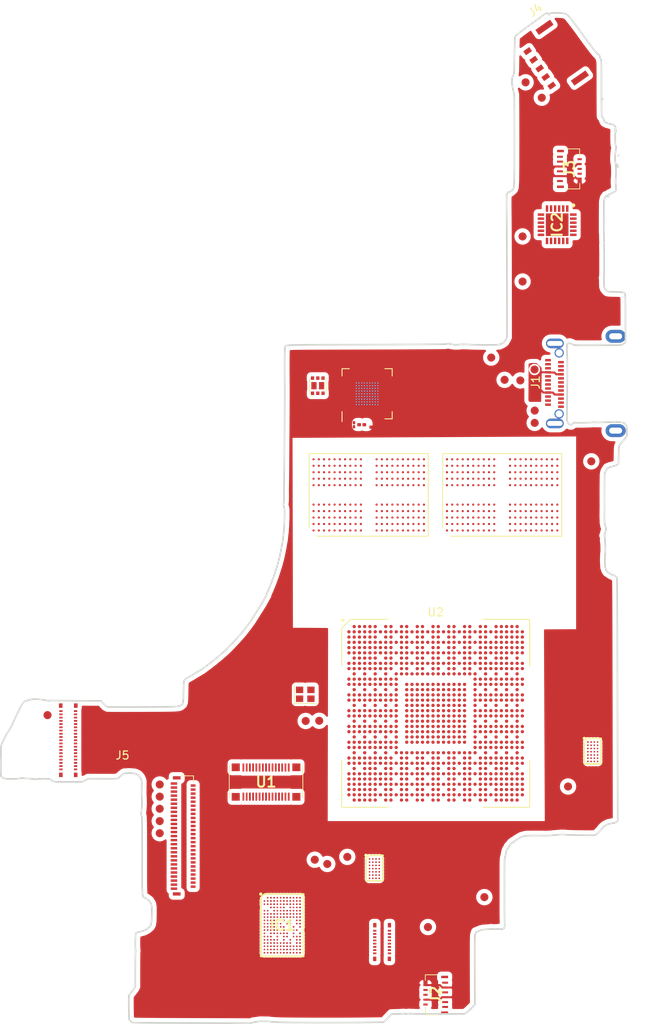
<source format=kicad_pcb>
(kicad_pcb (version 20171130) (host pcbnew 5.1.10)
  (layers (0 F.Cu signal) (1 In1.Cu signal hide) (2 In2.Cu signal) (3 In3.Cu signal) (4 In4.Cu signal) (5 In5.Cu signal) (6 In6.Cu signal) (7 In7.Cu signal) (8 In8.Cu signal) (9 In9.Cu signal) (10 In10.Cu signal) (31 B.Cu signal) (34 B.Paste user) (35 F.Paste user) (36 B.SilkS user) (37 F.SilkS user) (38 B.Mask user) (39 F.Mask user) (44 Edge.Cuts user))
  (net 0 "")
  (net 1 "Net-(J1-PadB8)")
  (net 2 "Net-(J1-PadB10)")
  (net 3 "Net-(J1-PadB11)")
  (net 4 "Net-(J1-PadA1)")
  (net 5 "Net-(J1-PadB5)")
  (net 6 "Net-(J1-PadB2)")
  (net 7 "Net-(J1-PadB3)")
  (net 8 "Net-(J1-PadA8)")
  (net 9 "Net-(J1-PadA7)")
  (net 10 "Net-(J1-PadA6)")
  (net 11 "Net-(J1-PadA5)")
  (net 12 "Net-(J1-PadA10)")
  (net 13 "Net-(J1-PadA11)")
  (net 14 "Net-(J1-PadA3)")
  (net 15 "Net-(J1-PadA2)")
  (net 16 "Net-(J1-PadS1)")
  (net 17 GND)
  (net 18 "Net-(U1-Pad1)")
  (net 19 "Net-(U1-Pad2)")
  (net 20 "Net-(U1-Pad3)")
  (net 21 "Net-(U1-Pad4)")
  (net 22 "Net-(U1-Pad5)")
  (net 23 "Net-(U1-Pad6)")
  (net 24 "Net-(U1-Pad7)")
  (net 25 "Net-(U1-Pad8)")
  (net 26 "Net-(U1-Pad9)")
  (net 27 "Net-(U1-Pad10)")
  (net 28 "Net-(U1-Pad11)")
  (net 29 "Net-(U1-Pad12)")
  (net 30 "Net-(U1-Pad13)")
  (net 31 "Net-(U1-Pad14)")
  (net 32 "Net-(U1-Pad15)")
  (net 33 "Net-(U1-Pad16)")
  (net 34 "Net-(U1-Pad17)")
  (net 35 "Net-(U1-Pad18)")
  (net 36 "Net-(U1-Pad19)")
  (net 37 "Net-(U1-Pad20)")
  (net 38 "Net-(U1-Pad21)")
  (net 39 "Net-(U1-Pad22)")
  (net 40 "Net-(U1-Pad23)")
  (net 41 "Net-(U1-Pad24)")
  (net 42 "Net-(U1-Pad25)")
  (net 43 "Net-(U1-Pad26)")
  (net 44 "Net-(U1-Pad27)")
  (net 45 "Net-(U1-Pad28)")
  (net 46 "Net-(U1-Pad29)")
  (net 47 "Net-(U1-Pad30)")
  (net 48 "Net-(IC1-PadA2)")
  (net 49 "Net-(IC1-PadA3)")
  (net 50 "Net-(IC1-PadA4)")
  (net 51 "Net-(IC1-PadA5)")
  (net 52 "Net-(IC1-PadA6)")
  (net 53 "Net-(IC1-PadA7)")
  (net 54 "Net-(IC1-PadA8)")
  (net 55 "Net-(IC1-PadA9)")
  (net 56 "Net-(IC1-PadA10)")
  (net 57 "Net-(IC1-PadA11)")
  (net 58 "Net-(IC1-PadA12)")
  (net 59 "Net-(IC1-PadB1)")
  (net 60 "Net-(IC1-PadB2)")
  (net 61 "Net-(IC1-PadB3)")
  (net 62 "Net-(IC1-PadB4)")
  (net 63 "Net-(IC1-PadB5)")
  (net 64 "Net-(IC1-PadB6)")
  (net 65 "Net-(IC1-PadB7)")
  (net 66 "Net-(IC1-PadB8)")
  (net 67 "Net-(IC1-PadB9)")
  (net 68 "Net-(IC1-PadB10)")
  (net 69 "Net-(IC1-PadB11)")
  (net 70 "Net-(IC1-PadB12)")
  (net 71 "Net-(IC1-PadC1)")
  (net 72 "Net-(IC1-PadC2)")
  (net 73 "Net-(IC1-PadC3)")
  (net 74 "Net-(IC1-PadC4)")
  (net 75 "Net-(IC1-PadC5)")
  (net 76 "Net-(IC1-PadC6)")
  (net 77 "Net-(IC1-PadC7)")
  (net 78 "Net-(IC1-PadC8)")
  (net 79 "Net-(IC1-PadC9)")
  (net 80 "Net-(IC1-PadC10)")
  (net 81 "Net-(IC1-PadC11)")
  (net 82 "Net-(IC1-PadC12)")
  (net 83 "Net-(IC1-PadD3)")
  (net 84 "Net-(IC1-PadD4)")
  (net 85 "Net-(IC1-PadD5)")
  (net 86 "Net-(IC1-PadD6)")
  (net 87 "Net-(IC1-PadD7)")
  (net 88 "Net-(IC1-PadD9)")
  (net 89 "Net-(IC1-PadD10)")
  (net 90 "Net-(IC1-PadD11)")
  (net 91 "Net-(IC1-PadD12)")
  (net 92 "Net-(IC1-PadE1)")
  (net 93 "Net-(IC1-PadE2)")
  (net 94 "Net-(IC1-PadE4)")
  (net 95 "Net-(IC1-PadE5)")
  (net 96 "Net-(IC1-PadE6)")
  (net 97 "Net-(IC1-PadE7)")
  (net 98 "Net-(IC1-PadE8)")
  (net 99 "Net-(IC1-PadE9)")
  (net 100 "Net-(IC1-PadE10)")
  (net 101 "Net-(IC1-PadE11)")
  (net 102 "Net-(IC1-PadE12)")
  (net 103 "Net-(IC1-PadF1)")
  (net 104 "Net-(IC1-PadF2)")
  (net 105 "Net-(IC1-PadF3)")
  (net 106 "Net-(IC1-PadF4)")
  (net 107 "Net-(IC1-PadF5)")
  (net 108 "Net-(IC1-PadF6)")
  (net 109 "Net-(IC1-PadF7)")
  (net 110 "Net-(IC1-PadF8)")
  (net 111 "Net-(IC1-PadF9)")
  (net 112 "Net-(IC1-PadF10)")
  (net 113 "Net-(IC1-PadF11)")
  (net 114 "Net-(IC1-PadF12)")
  (net 115 "Net-(IC1-PadG1)")
  (net 116 "Net-(IC1-PadG2)")
  (net 117 "Net-(IC1-PadG3)")
  (net 118 "Net-(IC1-PadG4)")
  (net 119 "Net-(IC1-PadG5)")
  (net 120 "Net-(IC1-PadG6)")
  (net 121 "Net-(IC1-PadG7)")
  (net 122 "Net-(IC1-PadG8)")
  (net 123 "Net-(IC1-PadG9)")
  (net 124 "Net-(IC1-PadG10)")
  (net 125 "Net-(IC1-PadG11)")
  (net 126 "Net-(IC1-PadG12)")
  (net 127 "Net-(IC1-PadH1)")
  (net 128 "Net-(IC1-PadH2)")
  (net 129 "Net-(IC1-PadH3)")
  (net 130 "Net-(IC1-PadH4)")
  (net 131 "Net-(IC1-PadH5)")
  (net 132 "Net-(IC1-PadH7)")
  (net 133 "Net-(IC1-PadH9)")
  (net 134 "Net-(IC1-PadH11)")
  (net 135 "Net-(IC1-PadH12)")
  (net 136 "Net-(IC1-PadJ1)")
  (net 137 "Net-(IC1-PadJ2)")
  (net 138 "Net-(IC1-PadJ3)")
  (net 139 "Net-(IC1-PadJ4)")
  (net 140 "Net-(IC1-PadJ5)")
  (net 141 "Net-(IC1-PadJ6)")
  (net 142 "Net-(IC1-PadJ8)")
  (net 143 "Net-(IC1-PadJ9)")
  (net 144 "Net-(IC1-PadJ11)")
  (net 145 "Net-(IC1-PadJ12)")
  (net 146 "Net-(IC1-PadK1)")
  (net 147 "Net-(IC1-PadK2)")
  (net 148 "Net-(IC1-PadK3)")
  (net 149 "Net-(IC1-PadK4)")
  (net 150 "Net-(IC1-PadK5)")
  (net 151 "Net-(IC1-PadK6)")
  (net 152 "Net-(IC1-PadK7)")
  (net 153 "Net-(IC1-PadK10)")
  (net 154 "Net-(IC1-PadK12)")
  (net 155 "Net-(IC1-PadL1)")
  (net 156 "Net-(IC1-PadL2)")
  (net 157 "Net-(IC1-PadL3)")
  (net 158 "Net-(IC1-PadL4)")
  (net 159 "Net-(IC1-PadL5)")
  (net 160 "Net-(IC1-PadL6)")
  (net 161 "Net-(IC1-PadL7)")
  (net 162 "Net-(IC1-PadL8)")
  (net 163 "Net-(IC1-PadL9)")
  (net 164 "Net-(IC1-PadL10)")
  (net 165 "Net-(IC1-PadL11)")
  (net 166 "Net-(IC1-PadM1)")
  (net 167 "Net-(IC1-PadM3)")
  (net 168 "Net-(IC1-PadM4)")
  (net 169 "Net-(IC1-PadM5)")
  (net 170 "Net-(IC1-PadM6)")
  (net 171 "Net-(IC1-PadM7)")
  (net 172 "Net-(IC1-PadM8)")
  (net 173 "Net-(IC1-PadM10)")
  (net 174 "Net-(IC1-PadM12)")
  (net 175 "Net-(IC1-PadN1)")
  (net 176 "Net-(IC1-PadN2)")
  (net 177 "Net-(IC1-PadN3)")
  (net 178 "Net-(IC1-PadN5)")
  (net 179 "Net-(IC1-PadN7)")
  (net 180 "Net-(IC1-PadN8)")
  (net 181 "Net-(IC1-PadN10)")
  (net 182 "Net-(IC1-PadN11)")
  (net 183 "Net-(IC1-PadN12)")
  (net 184 "Net-(IC1-PadP1)")
  (net 185 "Net-(IC1-PadP2)")
  (net 186 "Net-(IC1-PadP3)")
  (net 187 "Net-(IC1-PadP4)")
  (net 188 "Net-(IC1-PadP5)")
  (net 189 "Net-(IC1-PadP7)")
  (net 190 "Net-(IC1-PadP9)")
  (net 191 "Net-(IC1-PadP11)")
  (net 192 "Net-(IC1-PadP12)")
  (net 193 "Net-(IC1-PadR1)")
  (net 194 "Net-(IC1-PadR2)")
  (net 195 "Net-(IC1-PadR3)")
  (net 196 "Net-(IC1-PadR4)")
  (net 197 "Net-(IC1-PadR5)")
  (net 198 "Net-(IC1-PadR6)")
  (net 199 "Net-(IC1-PadR7)")
  (net 200 "Net-(IC1-PadR8)")
  (net 201 "Net-(IC1-PadR9)")
  (net 202 "Net-(IC1-PadR11)")
  (net 203 "Net-(IC1-PadR12)")
  (net 204 "Net-(IC1-PadT1)")
  (net 205 "Net-(IC1-PadT2)")
  (net 206 "Net-(IC1-PadT3)")
  (net 207 "Net-(IC1-PadT4)")
  (net 208 "Net-(IC1-PadT5)")
  (net 209 "Net-(IC1-PadT6)")
  (net 210 "Net-(IC1-PadT7)")
  (net 211 "Net-(IC1-PadT8)")
  (net 212 "Net-(IC1-PadT9)")
  (net 213 "Net-(IC1-PadT10)")
  (net 214 "Net-(IC1-PadT11)")
  (net 215 "Net-(IC1-PadT12)")
  (net 216 "Net-(IC1-PadU1)")
  (net 217 "Net-(IC1-PadU2)")
  (net 218 "Net-(IC1-PadU3)")
  (net 219 "Net-(IC1-PadU4)")
  (net 220 "Net-(IC1-PadU5)")
  (net 221 "Net-(IC1-PadU6)")
  (net 222 "Net-(IC1-PadU7)")
  (net 223 "Net-(IC1-PadU8)")
  (net 224 "Net-(IC1-PadU9)")
  (net 225 "Net-(IC1-PadU10)")
  (net 226 "Net-(IC1-PadU11)")
  (net 227 "Net-(IC1-PadU12)")
  (net 228 "Net-(IC1-PadV1)")
  (net 229 "Net-(IC1-PadV2)")
  (net 230 "Net-(IC1-PadV3)")
  (net 231 "Net-(IC1-PadV4)")
  (net 232 "Net-(IC1-PadV5)")
  (net 233 "Net-(IC1-PadV6)")
  (net 234 "Net-(IC1-PadV7)")
  (net 235 "Net-(IC1-PadV8)")
  (net 236 "Net-(IC1-PadV9)")
  (net 237 "Net-(IC1-PadV10)")
  (net 238 "Net-(IC1-PadV11)")
  (net 239 "Net-(IC1-PadV12)")
  (net 240 "Net-(IC2-Pad1)")
  (net 241 "Net-(IC2-Pad2)")
  (net 242 "Net-(IC2-Pad3)")
  (net 243 "Net-(IC2-Pad4)")
  (net 244 "Net-(IC2-Pad5)")
  (net 245 "Net-(IC2-Pad6)")
  (net 246 "Net-(IC2-Pad7)")
  (net 247 "Net-(IC2-Pad8)")
  (net 248 "Net-(IC2-Pad9)")
  (net 249 "Net-(IC2-Pad10)")
  (net 250 "Net-(IC2-Pad11)")
  (net 251 "Net-(IC2-Pad12)")
  (net 252 "Net-(IC2-Pad14)")
  (net 253 "Net-(IC2-Pad15)")
  (net 254 "Net-(IC2-Pad21)")
  (net 255 "Net-(IC2-Pad22)")
  (net 256 "Net-(IC2-Pad23)")
  (net 257 "Net-(J2-Pad1)")
  (net 258 "Net-(J2-Pad2)")
  (net 259 "Net-(J2-Pad3)")
  (net 260 "Net-(J2-Pad6)")
  (net 261 "Net-(J2-Pad7)")
  (net 262 "Net-(J2-Pad8)")
  (net 263 "Net-(J2-Pad11)")
  (net 264 "Net-(J2-PadMP1)")
  (net 265 "Net-(J2-PadMP2)")
  (net 266 "Net-(J3-Pad1)")
  (net 267 "Net-(J3-Pad2)")
  (net 268 "Net-(J3-Pad3)")
  (net 269 "Net-(J3-Pad6)")
  (net 270 "Net-(J3-Pad7)")
  (net 271 "Net-(J3-Pad8)")
  (net 272 "Net-(J3-Pad11)")
  (net 273 "Net-(J3-PadMP1)")
  (net 274 "Net-(J3-PadMP2)")
  (net 275 "Net-(J4-Pad3)")
  (net 276 "Net-(J4-Pad1)")
  (net 277 "Net-(J5-Pad53)")
  (net 278 "Net-(J5-Pad46)")
  (net 279 "Net-(J5-Pad49)")
  (net 280 "Net-(J5-Pad48)")
  (net 281 "Net-(J5-Pad51)")
  (net 282 "Net-(J5-Pad47)")
  (net 283 "Net-(J5-Pad52)")
  (net 284 "Net-(J5-Pad50)")
  (net 285 "Net-(J5-PadMP2)")
  (net 286 "Net-(J5-PadMP1)")
  (net 287 "Net-(J5-Pad45)")
  (net 288 "Net-(J5-Pad44)")
  (net 289 "Net-(J5-Pad43)")
  (net 290 "Net-(J5-Pad42)")
  (net 291 "Net-(J5-Pad41)")
  (net 292 "Net-(J5-Pad40)")
  (net 293 "Net-(J5-Pad39)")
  (net 294 "Net-(J5-Pad38)")
  (net 295 "Net-(J5-Pad37)")
  (net 296 "Net-(J5-Pad36)")
  (net 297 "Net-(J5-Pad35)")
  (net 298 "Net-(J5-Pad34)")
  (net 299 "Net-(J5-Pad33)")
  (net 300 "Net-(J5-Pad32)")
  (net 301 "Net-(J5-Pad31)")
  (net 302 "Net-(J5-Pad30)")
  (net 303 "Net-(J5-Pad29)")
  (net 304 "Net-(J5-Pad28)")
  (net 305 "Net-(J5-Pad27)")
  (net 306 "Net-(J5-Pad26)")
  (net 307 "Net-(J5-Pad25)")
  (net 308 "Net-(J5-Pad24)")
  (net 309 "Net-(J5-Pad23)")
  (net 310 "Net-(J5-Pad22)")
  (net 311 "Net-(J5-Pad21)")
  (net 312 "Net-(J5-Pad20)")
  (net 313 "Net-(J5-Pad19)")
  (net 314 "Net-(J5-Pad18)")
  (net 315 "Net-(J5-Pad17)")
  (net 316 "Net-(J5-Pad16)")
  (net 317 "Net-(J5-Pad15)")
  (net 318 "Net-(J5-Pad14)")
  (net 319 "Net-(J5-Pad13)")
  (net 320 "Net-(J5-Pad12)")
  (net 321 "Net-(J5-Pad11)")
  (net 322 "Net-(J5-Pad10)")
  (net 323 "Net-(J5-Pad9)")
  (net 324 "Net-(J5-Pad8)")
  (net 325 "Net-(J5-Pad7)")
  (net 326 "Net-(J5-Pad6)")
  (net 327 "Net-(J5-Pad5)")
  (net 328 "Net-(J5-Pad4)")
  (net 329 "Net-(J5-Pad3)")
  (net 330 "Net-(J5-Pad2)")
  (net 331 "Net-(J5-Pad1)")
  (net 332 VBUS)
  (net 333 VBAT)
  (net 334 "Net-(U2-PadAN34)")
  (net 335 "Net-(U2-PadAM34)")
  (net 336 "Net-(U2-PadAL34)")
  (net 337 "Net-(U2-PadAK34)")
  (net 338 "Net-(U2-PadAG34)")
  (net 339 "Net-(U2-PadAF34)")
  (net 340 "Net-(U2-PadAD34)")
  (net 341 "Net-(U2-PadAC34)")
  (net 342 "Net-(U2-PadAA34)")
  (net 343 "Net-(U2-PadY34)")
  (net 344 "Net-(U2-PadV34)")
  (net 345 "Net-(U2-PadU34)")
  (net 346 "Net-(U2-PadR34)")
  (net 347 "Net-(U2-PadP34)")
  (net 348 "Net-(U2-PadM34)")
  (net 349 "Net-(U2-PadL34)")
  (net 350 "Net-(U2-PadJ34)")
  (net 351 "Net-(U2-PadH34)")
  (net 352 "Net-(U2-PadF34)")
  (net 353 "Net-(U2-PadE34)")
  (net 354 "Net-(U2-PadD34)")
  (net 355 "Net-(U2-PadC34)")
  (net 356 "Net-(U2-PadB34)")
  (net 357 "Net-(U2-PadAP33)")
  (net 358 "Net-(U2-PadAN33)")
  (net 359 "Net-(U2-PadAM33)")
  (net 360 "Net-(U2-PadAL33)")
  (net 361 "Net-(U2-PadAK33)")
  (net 362 "Net-(U2-PadAH33)")
  (net 363 "Net-(U2-PadAG33)")
  (net 364 "Net-(U2-PadAF33)")
  (net 365 "Net-(U2-PadAE33)")
  (net 366 "Net-(U2-PadAD33)")
  (net 367 "Net-(U2-PadAC33)")
  (net 368 "Net-(U2-PadAB33)")
  (net 369 "Net-(U2-PadAA33)")
  (net 370 "Net-(U2-PadY33)")
  (net 371 "Net-(U2-PadW33)")
  (net 372 "Net-(U2-PadV33)")
  (net 373 "Net-(U2-PadU33)")
  (net 374 "Net-(U2-PadT33)")
  (net 375 "Net-(U2-PadR33)")
  (net 376 "Net-(U2-PadP33)")
  (net 377 "Net-(U2-PadN33)")
  (net 378 "Net-(U2-PadM33)")
  (net 379 "Net-(U2-PadL33)")
  (net 380 "Net-(U2-PadK33)")
  (net 381 "Net-(U2-PadJ33)")
  (net 382 "Net-(U2-PadH33)")
  (net 383 "Net-(U2-PadG33)")
  (net 384 "Net-(U2-PadF33)")
  (net 385 "Net-(U2-PadE33)")
  (net 386 "Net-(U2-PadD33)")
  (net 387 "Net-(U2-PadC33)")
  (net 388 "Net-(U2-PadB33)")
  (net 389 "Net-(U2-PadA33)")
  (net 390 "Net-(U2-PadAP32)")
  (net 391 "Net-(U2-PadAN32)")
  (net 392 "Net-(U2-PadAM32)")
  (net 393 "Net-(U2-PadAL32)")
  (net 394 "Net-(U2-PadAK32)")
  (net 395 "Net-(U2-PadAG32)")
  (net 396 "Net-(U2-PadAF32)")
  (net 397 "Net-(U2-PadAD32)")
  (net 398 "Net-(U2-PadAC32)")
  (net 399 "Net-(U2-PadAA32)")
  (net 400 "Net-(U2-PadY32)")
  (net 401 "Net-(U2-PadV32)")
  (net 402 "Net-(U2-PadU32)")
  (net 403 "Net-(U2-PadR32)")
  (net 404 "Net-(U2-PadP32)")
  (net 405 "Net-(U2-PadM32)")
  (net 406 "Net-(U2-PadL32)")
  (net 407 "Net-(U2-PadJ32)")
  (net 408 "Net-(U2-PadH32)")
  (net 409 "Net-(U2-PadF32)")
  (net 410 "Net-(U2-PadE32)")
  (net 411 "Net-(U2-PadD32)")
  (net 412 "Net-(U2-PadC32)")
  (net 413 "Net-(U2-PadB32)")
  (net 414 "Net-(U2-PadA32)")
  (net 415 "Net-(U2-PadAP31)")
  (net 416 "Net-(U2-PadAN31)")
  (net 417 "Net-(U2-PadAM31)")
  (net 418 "Net-(U2-PadAL31)")
  (net 419 "Net-(U2-PadAK31)")
  (net 420 "Net-(U2-PadAH31)")
  (net 421 "Net-(U2-PadAG31)")
  (net 422 "Net-(U2-PadAF31)")
  (net 423 "Net-(U2-PadAE31)")
  (net 424 "Net-(U2-PadAD31)")
  (net 425 "Net-(U2-PadAC31)")
  (net 426 "Net-(U2-PadAB31)")
  (net 427 "Net-(U2-PadAA31)")
  (net 428 "Net-(U2-PadY31)")
  (net 429 "Net-(U2-PadW31)")
  (net 430 "Net-(U2-PadV31)")
  (net 431 "Net-(U2-PadU31)")
  (net 432 "Net-(U2-PadT31)")
  (net 433 "Net-(U2-PadR31)")
  (net 434 "Net-(U2-PadP31)")
  (net 435 "Net-(U2-PadN31)")
  (net 436 "Net-(U2-PadM31)")
  (net 437 "Net-(U2-PadL31)")
  (net 438 "Net-(U2-PadK31)")
  (net 439 "Net-(U2-PadJ31)")
  (net 440 "Net-(U2-PadH31)")
  (net 441 "Net-(U2-PadG31)")
  (net 442 "Net-(U2-PadF31)")
  (net 443 "Net-(U2-PadE31)")
  (net 444 "Net-(U2-PadD31)")
  (net 445 "Net-(U2-PadC31)")
  (net 446 "Net-(U2-PadB31)")
  (net 447 "Net-(U2-PadA31)")
  (net 448 "Net-(U2-PadAP30)")
  (net 449 "Net-(U2-PadAN30)")
  (net 450 "Net-(U2-PadAM30)")
  (net 451 "Net-(U2-PadAL30)")
  (net 452 "Net-(U2-PadAK30)")
  (net 453 "Net-(U2-PadAH30)")
  (net 454 "Net-(U2-PadAG30)")
  (net 455 "Net-(U2-PadAF30)")
  (net 456 "Net-(U2-PadAD30)")
  (net 457 "Net-(U2-PadAC30)")
  (net 458 "Net-(U2-PadAA30)")
  (net 459 "Net-(U2-PadY30)")
  (net 460 "Net-(U2-PadV30)")
  (net 461 "Net-(U2-PadU30)")
  (net 462 "Net-(U2-PadR30)")
  (net 463 "Net-(U2-PadP30)")
  (net 464 "Net-(U2-PadM30)")
  (net 465 "Net-(U2-PadL30)")
  (net 466 "Net-(U2-PadJ30)")
  (net 467 "Net-(U2-PadH30)")
  (net 468 "Net-(U2-PadG30)")
  (net 469 "Net-(U2-PadF30)")
  (net 470 "Net-(U2-PadE30)")
  (net 471 "Net-(U2-PadD30)")
  (net 472 "Net-(U2-PadC30)")
  (net 473 "Net-(U2-PadB30)")
  (net 474 "Net-(U2-PadA30)")
  (net 475 "Net-(U2-PadAP29)")
  (net 476 "Net-(U2-PadAN29)")
  (net 477 "Net-(U2-PadAM29)")
  (net 478 "Net-(U2-PadAL29)")
  (net 479 "Net-(U2-PadAK29)")
  (net 480 "Net-(U2-PadAH29)")
  (net 481 "Net-(U2-PadAG29)")
  (net 482 "Net-(U2-PadAF29)")
  (net 483 "Net-(U2-PadAE29)")
  (net 484 "Net-(U2-PadAD29)")
  (net 485 "Net-(U2-PadAC29)")
  (net 486 "Net-(U2-PadAB29)")
  (net 487 "Net-(U2-PadAA29)")
  (net 488 "Net-(U2-PadY29)")
  (net 489 "Net-(U2-PadW29)")
  (net 490 "Net-(U2-PadV29)")
  (net 491 "Net-(U2-PadU29)")
  (net 492 "Net-(U2-PadT29)")
  (net 493 "Net-(U2-PadR29)")
  (net 494 "Net-(U2-PadP29)")
  (net 495 "Net-(U2-PadN29)")
  (net 496 "Net-(U2-PadM29)")
  (net 497 "Net-(U2-PadL29)")
  (net 498 "Net-(U2-PadK29)")
  (net 499 "Net-(U2-PadJ29)")
  (net 500 "Net-(U2-PadH29)")
  (net 501 "Net-(U2-PadG29)")
  (net 502 "Net-(U2-PadF29)")
  (net 503 "Net-(U2-PadE29)")
  (net 504 "Net-(U2-PadD29)")
  (net 505 "Net-(U2-PadC29)")
  (net 506 "Net-(U2-PadB29)")
  (net 507 "Net-(U2-PadA29)")
  (net 508 "Net-(U2-PadAN28)")
  (net 509 "Net-(U2-PadAL28)")
  (net 510 "Net-(U2-PadAK28)")
  (net 511 "Net-(U2-PadAG28)")
  (net 512 "Net-(U2-PadAF28)")
  (net 513 "Net-(U2-PadAD28)")
  (net 514 "Net-(U2-PadAC28)")
  (net 515 "Net-(U2-PadAA28)")
  (net 516 "Net-(U2-PadY28)")
  (net 517 "Net-(U2-PadV28)")
  (net 518 "Net-(U2-PadU28)")
  (net 519 "Net-(U2-PadR28)")
  (net 520 "Net-(U2-PadP28)")
  (net 521 "Net-(U2-PadM28)")
  (net 522 "Net-(U2-PadL28)")
  (net 523 "Net-(U2-PadJ28)")
  (net 524 "Net-(U2-PadH28)")
  (net 525 "Net-(U2-PadF28)")
  (net 526 "Net-(U2-PadE28)")
  (net 527 "Net-(U2-PadD28)")
  (net 528 "Net-(U2-PadB28)")
  (net 529 "Net-(U2-PadAP27)")
  (net 530 "Net-(U2-PadAN27)")
  (net 531 "Net-(U2-PadAM27)")
  (net 532 "Net-(U2-PadAL27)")
  (net 533 "Net-(U2-PadAK27)")
  (net 534 "Net-(U2-PadAH27)")
  (net 535 "Net-(U2-PadAG27)")
  (net 536 "Net-(U2-PadAF27)")
  (net 537 "Net-(U2-PadAE27)")
  (net 538 "Net-(U2-PadAD27)")
  (net 539 "Net-(U2-PadAC27)")
  (net 540 "Net-(U2-PadAB27)")
  (net 541 "Net-(U2-PadAA27)")
  (net 542 "Net-(U2-PadY27)")
  (net 543 "Net-(U2-PadW27)")
  (net 544 "Net-(U2-PadV27)")
  (net 545 "Net-(U2-PadU27)")
  (net 546 "Net-(U2-PadT27)")
  (net 547 "Net-(U2-PadR27)")
  (net 548 "Net-(U2-PadP27)")
  (net 549 "Net-(U2-PadN27)")
  (net 550 "Net-(U2-PadM27)")
  (net 551 "Net-(U2-PadL27)")
  (net 552 "Net-(U2-PadK27)")
  (net 553 "Net-(U2-PadJ27)")
  (net 554 "Net-(U2-PadH27)")
  (net 555 "Net-(U2-PadG27)")
  (net 556 "Net-(U2-PadF27)")
  (net 557 "Net-(U2-PadE27)")
  (net 558 "Net-(U2-PadD27)")
  (net 559 "Net-(U2-PadC27)")
  (net 560 "Net-(U2-PadB27)")
  (net 561 "Net-(U2-PadA27)")
  (net 562 "Net-(U2-PadAP26)")
  (net 563 "Net-(U2-PadAN26)")
  (net 564 "Net-(U2-PadAM26)")
  (net 565 "Net-(U2-PadAL26)")
  (net 566 "Net-(U2-PadAK26)")
  (net 567 "Net-(U2-PadAH26)")
  (net 568 "Net-(U2-PadAG26)")
  (net 569 "Net-(U2-PadAF26)")
  (net 570 "Net-(U2-PadAD26)")
  (net 571 "Net-(U2-PadAC26)")
  (net 572 "Net-(U2-PadAA26)")
  (net 573 "Net-(U2-PadY26)")
  (net 574 "Net-(U2-PadV26)")
  (net 575 "Net-(U2-PadU26)")
  (net 576 "Net-(U2-PadR26)")
  (net 577 "Net-(U2-PadP26)")
  (net 578 "Net-(U2-PadM26)")
  (net 579 "Net-(U2-PadL26)")
  (net 580 "Net-(U2-PadJ26)")
  (net 581 "Net-(U2-PadH26)")
  (net 582 "Net-(U2-PadG26)")
  (net 583 "Net-(U2-PadF26)")
  (net 584 "Net-(U2-PadE26)")
  (net 585 "Net-(U2-PadD26)")
  (net 586 "Net-(U2-PadC26)")
  (net 587 "Net-(U2-PadB26)")
  (net 588 "Net-(U2-PadA26)")
  (net 589 "Net-(U2-PadAN25)")
  (net 590 "Net-(U2-PadAL25)")
  (net 591 "Net-(U2-PadAG25)")
  (net 592 "Net-(U2-PadAE25)")
  (net 593 "Net-(U2-PadAD25)")
  (net 594 "Net-(U2-PadAC25)")
  (net 595 "Net-(U2-PadAB25)")
  (net 596 "Net-(U2-PadAA25)")
  (net 597 "Net-(U2-PadY25)")
  (net 598 "Net-(U2-PadW25)")
  (net 599 "Net-(U2-PadV25)")
  (net 600 "Net-(U2-PadU25)")
  (net 601 "Net-(U2-PadT25)")
  (net 602 "Net-(U2-PadR25)")
  (net 603 "Net-(U2-PadP25)")
  (net 604 "Net-(U2-PadN25)")
  (net 605 "Net-(U2-PadM25)")
  (net 606 "Net-(U2-PadL25)")
  (net 607 "Net-(U2-PadK25)")
  (net 608 "Net-(U2-PadH25)")
  (net 609 "Net-(U2-PadF25)")
  (net 610 "Net-(U2-PadD25)")
  (net 611 "Net-(U2-PadB25)")
  (net 612 "Net-(U2-PadAP24)")
  (net 613 "Net-(U2-PadAN24)")
  (net 614 "Net-(U2-PadAM24)")
  (net 615 "Net-(U2-PadAL24)")
  (net 616 "Net-(U2-PadAK24)")
  (net 617 "Net-(U2-PadAH24)")
  (net 618 "Net-(U2-PadAG24)")
  (net 619 "Net-(U2-PadAF24)")
  (net 620 "Net-(U2-PadAE24)")
  (net 621 "Net-(U2-PadK24)")
  (net 622 "Net-(U2-PadJ24)")
  (net 623 "Net-(U2-PadH24)")
  (net 624 "Net-(U2-PadG24)")
  (net 625 "Net-(U2-PadF24)")
  (net 626 "Net-(U2-PadE24)")
  (net 627 "Net-(U2-PadD24)")
  (net 628 "Net-(U2-PadC24)")
  (net 629 "Net-(U2-PadB24)")
  (net 630 "Net-(U2-PadA24)")
  (net 631 "Net-(U2-PadAP23)")
  (net 632 "Net-(U2-PadAN23)")
  (net 633 "Net-(U2-PadAM23)")
  (net 634 "Net-(U2-PadAL23)")
  (net 635 "Net-(U2-PadAK23)")
  (net 636 "Net-(U2-PadAH23)")
  (net 637 "Net-(U2-PadAG23)")
  (net 638 "Net-(U2-PadAF23)")
  (net 639 "Net-(U2-PadAE23)")
  (net 640 "Net-(U2-PadAC23)")
  (net 641 "Net-(U2-PadAB23)")
  (net 642 "Net-(U2-PadAA23)")
  (net 643 "Net-(U2-PadY23)")
  (net 644 "Net-(U2-PadW23)")
  (net 645 "Net-(U2-PadV23)")
  (net 646 "Net-(U2-PadU23)")
  (net 647 "Net-(U2-PadT23)")
  (net 648 "Net-(U2-PadR23)")
  (net 649 "Net-(U2-PadP23)")
  (net 650 "Net-(U2-PadN23)")
  (net 651 "Net-(U2-PadM23)")
  (net 652 "Net-(U2-PadK23)")
  (net 653 "Net-(U2-PadJ23)")
  (net 654 "Net-(U2-PadH23)")
  (net 655 "Net-(U2-PadG23)")
  (net 656 "Net-(U2-PadF23)")
  (net 657 "Net-(U2-PadE23)")
  (net 658 "Net-(U2-PadD23)")
  (net 659 "Net-(U2-PadC23)")
  (net 660 "Net-(U2-PadB23)")
  (net 661 "Net-(U2-PadA23)")
  (net 662 "Net-(U2-PadAN22)")
  (net 663 "Net-(U2-PadAL22)")
  (net 664 "Net-(U2-PadAG22)")
  (net 665 "Net-(U2-PadAE22)")
  (net 666 "Net-(U2-PadAC22)")
  (net 667 "Net-(U2-PadAB22)")
  (net 668 "Net-(U2-PadAA22)")
  (net 669 "Net-(U2-PadY22)")
  (net 670 "Net-(U2-PadW22)")
  (net 671 "Net-(U2-PadV22)")
  (net 672 "Net-(U2-PadU22)")
  (net 673 "Net-(U2-PadT22)")
  (net 674 "Net-(U2-PadR22)")
  (net 675 "Net-(U2-PadP22)")
  (net 676 "Net-(U2-PadN22)")
  (net 677 "Net-(U2-PadM22)")
  (net 678 "Net-(U2-PadK22)")
  (net 679 "Net-(U2-PadH22)")
  (net 680 "Net-(U2-PadF22)")
  (net 681 "Net-(U2-PadD22)")
  (net 682 "Net-(U2-PadB22)")
  (net 683 "Net-(U2-PadAP21)")
  (net 684 "Net-(U2-PadAN21)")
  (net 685 "Net-(U2-PadAM21)")
  (net 686 "Net-(U2-PadAL21)")
  (net 687 "Net-(U2-PadAK21)")
  (net 688 "Net-(U2-PadAH21)")
  (net 689 "Net-(U2-PadAG21)")
  (net 690 "Net-(U2-PadAF21)")
  (net 691 "Net-(U2-PadAE21)")
  (net 692 "Net-(U2-PadAC21)")
  (net 693 "Net-(U2-PadAB21)")
  (net 694 "Net-(U2-PadAA21)")
  (net 695 "Net-(U2-PadY21)")
  (net 696 "Net-(U2-PadW21)")
  (net 697 "Net-(U2-PadV21)")
  (net 698 "Net-(U2-PadU21)")
  (net 699 "Net-(U2-PadT21)")
  (net 700 "Net-(U2-PadR21)")
  (net 701 "Net-(U2-PadP21)")
  (net 702 "Net-(U2-PadN21)")
  (net 703 "Net-(U2-PadM21)")
  (net 704 "Net-(U2-PadK21)")
  (net 705 "Net-(U2-PadJ21)")
  (net 706 "Net-(U2-PadH21)")
  (net 707 "Net-(U2-PadG21)")
  (net 708 "Net-(U2-PadF21)")
  (net 709 "Net-(U2-PadE21)")
  (net 710 "Net-(U2-PadD21)")
  (net 711 "Net-(U2-PadC21)")
  (net 712 "Net-(U2-PadB21)")
  (net 713 "Net-(U2-PadA21)")
  (net 714 "Net-(U2-PadAP20)")
  (net 715 "Net-(U2-PadAN20)")
  (net 716 "Net-(U2-PadAM20)")
  (net 717 "Net-(U2-PadAL20)")
  (net 718 "Net-(U2-PadAK20)")
  (net 719 "Net-(U2-PadAH20)")
  (net 720 "Net-(U2-PadAG20)")
  (net 721 "Net-(U2-PadAF20)")
  (net 722 "Net-(U2-PadAE20)")
  (net 723 "Net-(U2-PadAC20)")
  (net 724 "Net-(U2-PadAB20)")
  (net 725 "Net-(U2-PadAA20)")
  (net 726 "Net-(U2-PadY20)")
  (net 727 "Net-(U2-PadW20)")
  (net 728 "Net-(U2-PadV20)")
  (net 729 "Net-(U2-PadU20)")
  (net 730 "Net-(U2-PadT20)")
  (net 731 "Net-(U2-PadR20)")
  (net 732 "Net-(U2-PadP20)")
  (net 733 "Net-(U2-PadN20)")
  (net 734 "Net-(U2-PadM20)")
  (net 735 "Net-(U2-PadK20)")
  (net 736 "Net-(U2-PadJ20)")
  (net 737 "Net-(U2-PadH20)")
  (net 738 "Net-(U2-PadG20)")
  (net 739 "Net-(U2-PadF20)")
  (net 740 "Net-(U2-PadE20)")
  (net 741 "Net-(U2-PadD20)")
  (net 742 "Net-(U2-PadC20)")
  (net 743 "Net-(U2-PadB20)")
  (net 744 "Net-(U2-PadA20)")
  (net 745 "Net-(U2-PadAN19)")
  (net 746 "Net-(U2-PadAL19)")
  (net 747 "Net-(U2-PadAG19)")
  (net 748 "Net-(U2-PadAE19)")
  (net 749 "Net-(U2-PadAC19)")
  (net 750 "Net-(U2-PadAB19)")
  (net 751 "Net-(U2-PadAA19)")
  (net 752 "Net-(U2-PadY19)")
  (net 753 "Net-(U2-PadW19)")
  (net 754 "Net-(U2-PadV19)")
  (net 755 "Net-(U2-PadU19)")
  (net 756 "Net-(U2-PadT19)")
  (net 757 "Net-(U2-PadR19)")
  (net 758 "Net-(U2-PadP19)")
  (net 759 "Net-(U2-PadN19)")
  (net 760 "Net-(U2-PadM19)")
  (net 761 "Net-(U2-PadK19)")
  (net 762 "Net-(U2-PadH19)")
  (net 763 "Net-(U2-PadF19)")
  (net 764 "Net-(U2-PadD19)")
  (net 765 "Net-(U2-PadB19)")
  (net 766 "Net-(U2-PadAP18)")
  (net 767 "Net-(U2-PadAN18)")
  (net 768 "Net-(U2-PadAM18)")
  (net 769 "Net-(U2-PadAL18)")
  (net 770 "Net-(U2-PadAK18)")
  (net 771 "Net-(U2-PadAH18)")
  (net 772 "Net-(U2-PadAG18)")
  (net 773 "Net-(U2-PadAF18)")
  (net 774 "Net-(U2-PadAE18)")
  (net 775 "Net-(U2-PadAC18)")
  (net 776 "Net-(U2-PadAB18)")
  (net 777 "Net-(U2-PadAA18)")
  (net 778 "Net-(U2-PadY18)")
  (net 779 "Net-(U2-PadW18)")
  (net 780 "Net-(U2-PadV18)")
  (net 781 "Net-(U2-PadU18)")
  (net 782 "Net-(U2-PadT18)")
  (net 783 "Net-(U2-PadR18)")
  (net 784 "Net-(U2-PadP18)")
  (net 785 "Net-(U2-PadN18)")
  (net 786 "Net-(U2-PadM18)")
  (net 787 "Net-(U2-PadK18)")
  (net 788 "Net-(U2-PadJ18)")
  (net 789 "Net-(U2-PadH18)")
  (net 790 "Net-(U2-PadG18)")
  (net 791 "Net-(U2-PadF18)")
  (net 792 "Net-(U2-PadE18)")
  (net 793 "Net-(U2-PadD18)")
  (net 794 "Net-(U2-PadC18)")
  (net 795 "Net-(U2-PadB18)")
  (net 796 "Net-(U2-PadA18)")
  (net 797 "Net-(U2-PadAP17)")
  (net 798 "Net-(U2-PadAN17)")
  (net 799 "Net-(U2-PadAM17)")
  (net 800 "Net-(U2-PadAL17)")
  (net 801 "Net-(U2-PadAK17)")
  (net 802 "Net-(U2-PadAH17)")
  (net 803 "Net-(U2-PadAG17)")
  (net 804 "Net-(U2-PadAF17)")
  (net 805 "Net-(U2-PadAE17)")
  (net 806 "Net-(U2-PadAC17)")
  (net 807 "Net-(U2-PadAB17)")
  (net 808 "Net-(U2-PadAA17)")
  (net 809 "Net-(U2-PadY17)")
  (net 810 "Net-(U2-PadW17)")
  (net 811 "Net-(U2-PadV17)")
  (net 812 "Net-(U2-PadU17)")
  (net 813 "Net-(U2-PadT17)")
  (net 814 "Net-(U2-PadR17)")
  (net 815 "Net-(U2-PadP17)")
  (net 816 "Net-(U2-PadN17)")
  (net 817 "Net-(U2-PadM17)")
  (net 818 "Net-(U2-PadK17)")
  (net 819 "Net-(U2-PadJ17)")
  (net 820 "Net-(U2-PadH17)")
  (net 821 "Net-(U2-PadG17)")
  (net 822 "Net-(U2-PadF17)")
  (net 823 "Net-(U2-PadE17)")
  (net 824 "Net-(U2-PadD17)")
  (net 825 "Net-(U2-PadC17)")
  (net 826 "Net-(U2-PadB17)")
  (net 827 "Net-(U2-PadA17)")
  (net 828 "Net-(U2-PadAN16)")
  (net 829 "Net-(U2-PadAL16)")
  (net 830 "Net-(U2-PadAG16)")
  (net 831 "Net-(U2-PadAE16)")
  (net 832 "Net-(U2-PadAC16)")
  (net 833 "Net-(U2-PadAB16)")
  (net 834 "Net-(U2-PadAA16)")
  (net 835 "Net-(U2-PadY16)")
  (net 836 "Net-(U2-PadW16)")
  (net 837 "Net-(U2-PadV16)")
  (net 838 "Net-(U2-PadU16)")
  (net 839 "Net-(U2-PadT16)")
  (net 840 "Net-(U2-PadR16)")
  (net 841 "Net-(U2-PadP16)")
  (net 842 "Net-(U2-PadN16)")
  (net 843 "Net-(U2-PadM16)")
  (net 844 "Net-(U2-PadK16)")
  (net 845 "Net-(U2-PadH16)")
  (net 846 "Net-(U2-PadF16)")
  (net 847 "Net-(U2-PadD16)")
  (net 848 "Net-(U2-PadB16)")
  (net 849 "Net-(U2-PadAP15)")
  (net 850 "Net-(U2-PadAN15)")
  (net 851 "Net-(U2-PadAM15)")
  (net 852 "Net-(U2-PadAL15)")
  (net 853 "Net-(U2-PadAK15)")
  (net 854 "Net-(U2-PadAH15)")
  (net 855 "Net-(U2-PadAG15)")
  (net 856 "Net-(U2-PadAF15)")
  (net 857 "Net-(U2-PadAE15)")
  (net 858 "Net-(U2-PadAC15)")
  (net 859 "Net-(U2-PadAB15)")
  (net 860 "Net-(U2-PadAA15)")
  (net 861 "Net-(U2-PadY15)")
  (net 862 "Net-(U2-PadW15)")
  (net 863 "Net-(U2-PadV15)")
  (net 864 "Net-(U2-PadU15)")
  (net 865 "Net-(U2-PadT15)")
  (net 866 "Net-(U2-PadR15)")
  (net 867 "Net-(U2-PadP15)")
  (net 868 "Net-(U2-PadN15)")
  (net 869 "Net-(U2-PadM15)")
  (net 870 "Net-(U2-PadK15)")
  (net 871 "Net-(U2-PadJ15)")
  (net 872 "Net-(U2-PadH15)")
  (net 873 "Net-(U2-PadG15)")
  (net 874 "Net-(U2-PadF15)")
  (net 875 "Net-(U2-PadE15)")
  (net 876 "Net-(U2-PadD15)")
  (net 877 "Net-(U2-PadC15)")
  (net 878 "Net-(U2-PadB15)")
  (net 879 "Net-(U2-PadA15)")
  (net 880 "Net-(U2-PadAP14)")
  (net 881 "Net-(U2-PadAN14)")
  (net 882 "Net-(U2-PadAM14)")
  (net 883 "Net-(U2-PadAL14)")
  (net 884 "Net-(U2-PadAK14)")
  (net 885 "Net-(U2-PadAH14)")
  (net 886 "Net-(U2-PadAG14)")
  (net 887 "Net-(U2-PadAF14)")
  (net 888 "Net-(U2-PadAE14)")
  (net 889 "Net-(U2-PadAC14)")
  (net 890 "Net-(U2-PadAB14)")
  (net 891 "Net-(U2-PadAA14)")
  (net 892 "Net-(U2-PadY14)")
  (net 893 "Net-(U2-PadW14)")
  (net 894 "Net-(U2-PadV14)")
  (net 895 "Net-(U2-PadU14)")
  (net 896 "Net-(U2-PadT14)")
  (net 897 "Net-(U2-PadR14)")
  (net 898 "Net-(U2-PadP14)")
  (net 899 "Net-(U2-PadN14)")
  (net 900 "Net-(U2-PadM14)")
  (net 901 "Net-(U2-PadK14)")
  (net 902 "Net-(U2-PadJ14)")
  (net 903 "Net-(U2-PadH14)")
  (net 904 "Net-(U2-PadG14)")
  (net 905 "Net-(U2-PadF14)")
  (net 906 "Net-(U2-PadE14)")
  (net 907 "Net-(U2-PadD14)")
  (net 908 "Net-(U2-PadC14)")
  (net 909 "Net-(U2-PadB14)")
  (net 910 "Net-(U2-PadA14)")
  (net 911 "Net-(U2-PadAN13)")
  (net 912 "Net-(U2-PadAL13)")
  (net 913 "Net-(U2-PadAG13)")
  (net 914 "Net-(U2-PadAE13)")
  (net 915 "Net-(U2-PadAC13)")
  (net 916 "Net-(U2-PadAB13)")
  (net 917 "Net-(U2-PadAA13)")
  (net 918 "Net-(U2-PadY13)")
  (net 919 "Net-(U2-PadW13)")
  (net 920 "Net-(U2-PadV13)")
  (net 921 "Net-(U2-PadU13)")
  (net 922 "Net-(U2-PadT13)")
  (net 923 "Net-(U2-PadR13)")
  (net 924 "Net-(U2-PadP13)")
  (net 925 "Net-(U2-PadN13)")
  (net 926 "Net-(U2-PadM13)")
  (net 927 "Net-(U2-PadK13)")
  (net 928 "Net-(U2-PadH13)")
  (net 929 "Net-(U2-PadF13)")
  (net 930 "Net-(U2-PadD13)")
  (net 931 "Net-(U2-PadB13)")
  (net 932 "Net-(U2-PadAP12)")
  (net 933 "Net-(U2-PadAN12)")
  (net 934 "Net-(U2-PadAM12)")
  (net 935 "Net-(U2-PadAL12)")
  (net 936 "Net-(U2-PadAK12)")
  (net 937 "Net-(U2-PadAH12)")
  (net 938 "Net-(U2-PadAG12)")
  (net 939 "Net-(U2-PadAF12)")
  (net 940 "Net-(U2-PadAE12)")
  (net 941 "Net-(U2-PadAC12)")
  (net 942 "Net-(U2-PadAB12)")
  (net 943 "Net-(U2-PadAA12)")
  (net 944 "Net-(U2-PadY12)")
  (net 945 "Net-(U2-PadW12)")
  (net 946 "Net-(U2-PadV12)")
  (net 947 "Net-(U2-PadU12)")
  (net 948 "Net-(U2-PadT12)")
  (net 949 "Net-(U2-PadR12)")
  (net 950 "Net-(U2-PadP12)")
  (net 951 "Net-(U2-PadN12)")
  (net 952 "Net-(U2-PadM12)")
  (net 953 "Net-(U2-PadK12)")
  (net 954 "Net-(U2-PadJ12)")
  (net 955 "Net-(U2-PadH12)")
  (net 956 "Net-(U2-PadG12)")
  (net 957 "Net-(U2-PadF12)")
  (net 958 "Net-(U2-PadE12)")
  (net 959 "Net-(U2-PadD12)")
  (net 960 "Net-(U2-PadC12)")
  (net 961 "Net-(U2-PadB12)")
  (net 962 "Net-(U2-PadA12)")
  (net 963 "Net-(U2-PadAP11)")
  (net 964 "Net-(U2-PadAN11)")
  (net 965 "Net-(U2-PadAM11)")
  (net 966 "Net-(U2-PadAL11)")
  (net 967 "Net-(U2-PadAK11)")
  (net 968 "Net-(U2-PadAH11)")
  (net 969 "Net-(U2-PadAG11)")
  (net 970 "Net-(U2-PadAF11)")
  (net 971 "Net-(U2-PadAE11)")
  (net 972 "Net-(U2-PadK11)")
  (net 973 "Net-(U2-PadJ11)")
  (net 974 "Net-(U2-PadH11)")
  (net 975 "Net-(U2-PadG11)")
  (net 976 "Net-(U2-PadF11)")
  (net 977 "Net-(U2-PadE11)")
  (net 978 "Net-(U2-PadD11)")
  (net 979 "Net-(U2-PadC11)")
  (net 980 "Net-(U2-PadB11)")
  (net 981 "Net-(U2-PadA11)")
  (net 982 "Net-(U2-PadAN10)")
  (net 983 "Net-(U2-PadAL10)")
  (net 984 "Net-(U2-PadAG10)")
  (net 985 "Net-(U2-PadAE10)")
  (net 986 "Net-(U2-PadAD10)")
  (net 987 "Net-(U2-PadAC10)")
  (net 988 "Net-(U2-PadAB10)")
  (net 989 "Net-(U2-PadAA10)")
  (net 990 "Net-(U2-PadY10)")
  (net 991 "Net-(U2-PadW10)")
  (net 992 "Net-(U2-PadV10)")
  (net 993 "Net-(U2-PadU10)")
  (net 994 "Net-(U2-PadT10)")
  (net 995 "Net-(U2-PadR10)")
  (net 996 "Net-(U2-PadP10)")
  (net 997 "Net-(U2-PadN10)")
  (net 998 "Net-(U2-PadM10)")
  (net 999 "Net-(U2-PadL10)")
  (net 1000 "Net-(U2-PadK10)")
  (net 1001 "Net-(U2-PadH10)")
  (net 1002 "Net-(U2-PadF10)")
  (net 1003 "Net-(U2-PadD10)")
  (net 1004 "Net-(U2-PadB10)")
  (net 1005 "Net-(U2-PadAP9)")
  (net 1006 "Net-(U2-PadAN9)")
  (net 1007 "Net-(U2-PadAM9)")
  (net 1008 "Net-(U2-PadAL9)")
  (net 1009 "Net-(U2-PadAK9)")
  (net 1010 "Net-(U2-PadAH9)")
  (net 1011 "Net-(U2-PadAG9)")
  (net 1012 "Net-(U2-PadAF9)")
  (net 1013 "Net-(U2-PadAD9)")
  (net 1014 "Net-(U2-PadAC9)")
  (net 1015 "Net-(U2-PadAA9)")
  (net 1016 "Net-(U2-PadY9)")
  (net 1017 "Net-(U2-PadV9)")
  (net 1018 "Net-(U2-PadU9)")
  (net 1019 "Net-(U2-PadR9)")
  (net 1020 "Net-(U2-PadP9)")
  (net 1021 "Net-(U2-PadM9)")
  (net 1022 "Net-(U2-PadL9)")
  (net 1023 "Net-(U2-PadJ9)")
  (net 1024 "Net-(U2-PadH9)")
  (net 1025 "Net-(U2-PadG9)")
  (net 1026 "Net-(U2-PadF9)")
  (net 1027 "Net-(U2-PadE9)")
  (net 1028 "Net-(U2-PadD9)")
  (net 1029 "Net-(U2-PadC9)")
  (net 1030 "Net-(U2-PadB9)")
  (net 1031 "Net-(U2-PadA9)")
  (net 1032 "Net-(U2-PadAP8)")
  (net 1033 "Net-(U2-PadAN8)")
  (net 1034 "Net-(U2-PadAM8)")
  (net 1035 "Net-(U2-PadAL8)")
  (net 1036 "Net-(U2-PadAK8)")
  (net 1037 "Net-(U2-PadAH8)")
  (net 1038 "Net-(U2-PadAG8)")
  (net 1039 "Net-(U2-PadAF8)")
  (net 1040 "Net-(U2-PadAE8)")
  (net 1041 "Net-(U2-PadAD8)")
  (net 1042 "Net-(U2-PadAC8)")
  (net 1043 "Net-(U2-PadAB8)")
  (net 1044 "Net-(U2-PadAA8)")
  (net 1045 "Net-(U2-PadY8)")
  (net 1046 "Net-(U2-PadW8)")
  (net 1047 "Net-(U2-PadV8)")
  (net 1048 "Net-(U2-PadU8)")
  (net 1049 "Net-(U2-PadT8)")
  (net 1050 "Net-(U2-PadR8)")
  (net 1051 "Net-(U2-PadP8)")
  (net 1052 "Net-(U2-PadN8)")
  (net 1053 "Net-(U2-PadM8)")
  (net 1054 "Net-(U2-PadL8)")
  (net 1055 "Net-(U2-PadK8)")
  (net 1056 "Net-(U2-PadJ8)")
  (net 1057 "Net-(U2-PadH8)")
  (net 1058 "Net-(U2-PadG8)")
  (net 1059 "Net-(U2-PadF8)")
  (net 1060 "Net-(U2-PadE8)")
  (net 1061 "Net-(U2-PadD8)")
  (net 1062 "Net-(U2-PadC8)")
  (net 1063 "Net-(U2-PadB8)")
  (net 1064 "Net-(U2-PadA8)")
  (net 1065 "Net-(U2-PadAN7)")
  (net 1066 "Net-(U2-PadAL7)")
  (net 1067 "Net-(U2-PadAK7)")
  (net 1068 "Net-(U2-PadAG7)")
  (net 1069 "Net-(U2-PadAF7)")
  (net 1070 "Net-(U2-PadAD7)")
  (net 1071 "Net-(U2-PadAC7)")
  (net 1072 "Net-(U2-PadAA7)")
  (net 1073 "Net-(U2-PadY7)")
  (net 1074 "Net-(U2-PadV7)")
  (net 1075 "Net-(U2-PadU7)")
  (net 1076 "Net-(U2-PadR7)")
  (net 1077 "Net-(U2-PadP7)")
  (net 1078 "Net-(U2-PadM7)")
  (net 1079 "Net-(U2-PadL7)")
  (net 1080 "Net-(U2-PadJ7)")
  (net 1081 "Net-(U2-PadH7)")
  (net 1082 "Net-(U2-PadF7)")
  (net 1083 "Net-(U2-PadE7)")
  (net 1084 "Net-(U2-PadD7)")
  (net 1085 "Net-(U2-PadB7)")
  (net 1086 "Net-(U2-PadAP6)")
  (net 1087 "Net-(U2-PadAN6)")
  (net 1088 "Net-(U2-PadAM6)")
  (net 1089 "Net-(U2-PadAL6)")
  (net 1090 "Net-(U2-PadAK6)")
  (net 1091 "Net-(U2-PadAH6)")
  (net 1092 "Net-(U2-PadAG6)")
  (net 1093 "Net-(U2-PadAF6)")
  (net 1094 "Net-(U2-PadAE6)")
  (net 1095 "Net-(U2-PadAD6)")
  (net 1096 "Net-(U2-PadAC6)")
  (net 1097 "Net-(U2-PadAB6)")
  (net 1098 "Net-(U2-PadAA6)")
  (net 1099 "Net-(U2-PadY6)")
  (net 1100 "Net-(U2-PadW6)")
  (net 1101 "Net-(U2-PadV6)")
  (net 1102 "Net-(U2-PadU6)")
  (net 1103 "Net-(U2-PadT6)")
  (net 1104 "Net-(U2-PadR6)")
  (net 1105 "Net-(U2-PadP6)")
  (net 1106 "Net-(U2-PadN6)")
  (net 1107 "Net-(U2-PadM6)")
  (net 1108 "Net-(U2-PadL6)")
  (net 1109 "Net-(U2-PadK6)")
  (net 1110 "Net-(U2-PadJ6)")
  (net 1111 "Net-(U2-PadH6)")
  (net 1112 "Net-(U2-PadG6)")
  (net 1113 "Net-(U2-PadF6)")
  (net 1114 "Net-(U2-PadE6)")
  (net 1115 "Net-(U2-PadD6)")
  (net 1116 "Net-(U2-PadC6)")
  (net 1117 "Net-(U2-PadB6)")
  (net 1118 "Net-(U2-PadA6)")
  (net 1119 "Net-(U2-PadAP5)")
  (net 1120 "Net-(U2-PadAN5)")
  (net 1121 "Net-(U2-PadAM5)")
  (net 1122 "Net-(U2-PadAL5)")
  (net 1123 "Net-(U2-PadAK5)")
  (net 1124 "Net-(U2-PadAH5)")
  (net 1125 "Net-(U2-PadAG5)")
  (net 1126 "Net-(U2-PadAF5)")
  (net 1127 "Net-(U2-PadAD5)")
  (net 1128 "Net-(U2-PadAC5)")
  (net 1129 "Net-(U2-PadAA5)")
  (net 1130 "Net-(U2-PadY5)")
  (net 1131 "Net-(U2-PadV5)")
  (net 1132 "Net-(U2-PadU5)")
  (net 1133 "Net-(U2-PadR5)")
  (net 1134 "Net-(U2-PadP5)")
  (net 1135 "Net-(U2-PadM5)")
  (net 1136 "Net-(U2-PadL5)")
  (net 1137 "Net-(U2-PadJ5)")
  (net 1138 "Net-(U2-PadH5)")
  (net 1139 "Net-(U2-PadG5)")
  (net 1140 "Net-(U2-PadF5)")
  (net 1141 "Net-(U2-PadE5)")
  (net 1142 "Net-(U2-PadD5)")
  (net 1143 "Net-(U2-PadC5)")
  (net 1144 "Net-(U2-PadB5)")
  (net 1145 "Net-(U2-PadA5)")
  (net 1146 "Net-(U2-PadAP4)")
  (net 1147 "Net-(U2-PadAN4)")
  (net 1148 "Net-(U2-PadAM4)")
  (net 1149 "Net-(U2-PadAL4)")
  (net 1150 "Net-(U2-PadAK4)")
  (net 1151 "Net-(U2-PadAH4)")
  (net 1152 "Net-(U2-PadAG4)")
  (net 1153 "Net-(U2-PadAF4)")
  (net 1154 "Net-(U2-PadAE4)")
  (net 1155 "Net-(U2-PadAD4)")
  (net 1156 "Net-(U2-PadAC4)")
  (net 1157 "Net-(U2-PadAB4)")
  (net 1158 "Net-(U2-PadAA4)")
  (net 1159 "Net-(U2-PadY4)")
  (net 1160 "Net-(U2-PadW4)")
  (net 1161 "Net-(U2-PadV4)")
  (net 1162 "Net-(U2-PadU4)")
  (net 1163 "Net-(U2-PadT4)")
  (net 1164 "Net-(U2-PadR4)")
  (net 1165 "Net-(U2-PadP4)")
  (net 1166 "Net-(U2-PadN4)")
  (net 1167 "Net-(U2-PadM4)")
  (net 1168 "Net-(U2-PadL4)")
  (net 1169 "Net-(U2-PadK4)")
  (net 1170 "Net-(U2-PadJ4)")
  (net 1171 "Net-(U2-PadH4)")
  (net 1172 "Net-(U2-PadG4)")
  (net 1173 "Net-(U2-PadF4)")
  (net 1174 "Net-(U2-PadE4)")
  (net 1175 "Net-(U2-PadD4)")
  (net 1176 "Net-(U2-PadC4)")
  (net 1177 "Net-(U2-PadB4)")
  (net 1178 "Net-(U2-PadA4)")
  (net 1179 "Net-(U2-PadAP3)")
  (net 1180 "Net-(U2-PadAN3)")
  (net 1181 "Net-(U2-PadAM3)")
  (net 1182 "Net-(U2-PadAL3)")
  (net 1183 "Net-(U2-PadAK3)")
  (net 1184 "Net-(U2-PadAG3)")
  (net 1185 "Net-(U2-PadAF3)")
  (net 1186 "Net-(U2-PadAD3)")
  (net 1187 "Net-(U2-PadAC3)")
  (net 1188 "Net-(U2-PadAA3)")
  (net 1189 "Net-(U2-PadY3)")
  (net 1190 "Net-(U2-PadV3)")
  (net 1191 "Net-(U2-PadU3)")
  (net 1192 "Net-(U2-PadR3)")
  (net 1193 "Net-(U2-PadP3)")
  (net 1194 "Net-(U2-PadM3)")
  (net 1195 "Net-(U2-PadL3)")
  (net 1196 "Net-(U2-PadJ3)")
  (net 1197 "Net-(U2-PadH3)")
  (net 1198 "Net-(U2-PadG3)")
  (net 1199 "Net-(U2-PadF3)")
  (net 1200 "Net-(U2-PadE3)")
  (net 1201 "Net-(U2-PadD3)")
  (net 1202 "Net-(U2-PadC3)")
  (net 1203 "Net-(U2-PadB3)")
  (net 1204 "Net-(U2-PadA3)")
  (net 1205 "Net-(U2-PadAP2)")
  (net 1206 "Net-(U2-PadAN2)")
  (net 1207 "Net-(U2-PadAM2)")
  (net 1208 "Net-(U2-PadAL2)")
  (net 1209 "Net-(U2-PadAK2)")
  (net 1210 "Net-(U2-PadAH2)")
  (net 1211 "Net-(U2-PadAG2)")
  (net 1212 "Net-(U2-PadAF2)")
  (net 1213 "Net-(U2-PadAE2)")
  (net 1214 "Net-(U2-PadAD2)")
  (net 1215 "Net-(U2-PadAC2)")
  (net 1216 "Net-(U2-PadAB2)")
  (net 1217 "Net-(U2-PadAA2)")
  (net 1218 "Net-(U2-PadY2)")
  (net 1219 "Net-(U2-PadW2)")
  (net 1220 "Net-(U2-PadV2)")
  (net 1221 "Net-(U2-PadU2)")
  (net 1222 "Net-(U2-PadT2)")
  (net 1223 "Net-(U2-PadR2)")
  (net 1224 "Net-(U2-PadP2)")
  (net 1225 "Net-(U2-PadN2)")
  (net 1226 "Net-(U2-PadM2)")
  (net 1227 "Net-(U2-PadL2)")
  (net 1228 "Net-(U2-PadK2)")
  (net 1229 "Net-(U2-PadJ2)")
  (net 1230 "Net-(U2-PadH2)")
  (net 1231 "Net-(U2-PadG2)")
  (net 1232 "Net-(U2-PadF2)")
  (net 1233 "Net-(U2-PadE2)")
  (net 1234 "Net-(U2-PadD2)")
  (net 1235 "Net-(U2-PadC2)")
  (net 1236 "Net-(U2-PadB2)")
  (net 1237 "Net-(U2-PadA2)")
  (net 1238 "Net-(U2-PadAN1)")
  (net 1239 "Net-(U2-PadAM1)")
  (net 1240 "Net-(U2-PadAL1)")
  (net 1241 "Net-(U2-PadAK1)")
  (net 1242 "Net-(U2-PadAG1)")
  (net 1243 "Net-(U2-PadAF1)")
  (net 1244 "Net-(U2-PadAD1)")
  (net 1245 "Net-(U2-PadAC1)")
  (net 1246 "Net-(U2-PadAA1)")
  (net 1247 "Net-(U2-PadY1)")
  (net 1248 "Net-(U2-PadV1)")
  (net 1249 "Net-(U2-PadU1)")
  (net 1250 "Net-(U2-PadR1)")
  (net 1251 "Net-(U2-PadP1)")
  (net 1252 "Net-(U2-PadM1)")
  (net 1253 "Net-(U2-PadL1)")
  (net 1254 "Net-(U2-PadJ1)")
  (net 1255 "Net-(U2-PadH1)")
  (net 1256 "Net-(U2-PadF1)")
  (net 1257 "Net-(U2-PadE1)")
  (net 1258 "Net-(U2-PadD1)")
  (net 1259 "Net-(U2-PadC1)")
  (net 1260 "Net-(U2-PadB1)")
  (net 1261 "Net-(U3-Pad38)")
  (net 1262 "Net-(U3-Pad37)")
  (net 1263 "Net-(U3-Pad35)")
  (net 1264 "Net-(U3-Pad34)")
  (net 1265 "Net-(U3-Pad33)")
  (net 1266 "Net-(U3-Pad30)")
  (net 1267 "Net-(U3-Pad29)")
  (net 1268 "Net-(U3-Pad28)")
  (net 1269 "Net-(U3-Pad27)")
  (net 1270 "Net-(U3-Pad26)")
  (net 1271 "Net-(U3-Pad25)")
  (net 1272 "Net-(U3-Pad24)")
  (net 1273 "Net-(U3-Pad23)")
  (net 1274 "Net-(U3-Pad22)")
  (net 1275 "Net-(U3-Pad21)")
  (net 1276 "Net-(U3-Pad20)")
  (net 1277 "Net-(U3-Pad19)")
  (net 1278 "Net-(U3-Pad18)")
  (net 1279 "Net-(U3-Pad17)")
  (net 1280 "Net-(U3-Pad16)")
  (net 1281 "Net-(U3-Pad15)")
  (net 1282 "Net-(U3-Pad14)")
  (net 1283 "Net-(U3-Pad13)")
  (net 1284 "Net-(U3-Pad12)")
  (net 1285 "Net-(U3-Pad11)")
  (net 1286 "Net-(U3-Pad10)")
  (net 1287 "Net-(U3-Pad9)")
  (net 1288 "Net-(U3-Pad8)")
  (net 1289 "Net-(U3-Pad7)")
  (net 1290 "Net-(U3-Pad4)")
  (net 1291 "Net-(U3-Pad1)")
  (net 1292 "Net-(C1-Pad1)")
  (net 1293 "Net-(C2-Pad2)")
  (net 1294 "Net-(C3-Pad1)")
  (net 1295 "Net-(C4-Pad1)")
  (net 1296 "Net-(C5-Pad1)")
  (net 1297 "Net-(C6-Pad2)")
  (net 1298 "Net-(C6-Pad1)")
  (net 1299 "Net-(C7-Pad2)")
  (net 1300 "Net-(R1-Pad1)")
  (net 1301 "Net-(R2-Pad1)")
  (net 1302 "Net-(R3-Pad1)")
  (net 1303 "Net-(R5-Pad1)")
  (module switch-components:switch_TestPoint_Pad_D1.0mm (layer F.Cu) (at 88.225 116.7)
    (fp_text reference TP7 hide)
    (fp_text value USB_D+ hide)
    (pad 1 smd circle (at 0 0) (size 1 1) (layers F.Cu F.Mask) (net 10 "Net-(J1-PadA6)"))
  )
  (module switch-components:switch_TestPoint_Pad_D1.0mm (layer F.Cu) (at 88.225 115.175)
    (fp_text reference TP6 hide)
    (fp_text value USB_D- hide)
    (pad 1 smd circle (at 0 0) (size 1 1) (layers F.Cu F.Mask) (net 9 "Net-(J1-PadA7)"))
  )
  (module switch-components:QFN-40_EP_5.9x5.9_Pitch0.4mm (layer F.Cu) (at 67.5 113.1 90)
    (fp_text reference U3 hide)
    (fp_text value M92T36)
    (pad 41 thru_hole circle (at 1.333333 1.333333 90) (size 0.166666 0.166666) (drill 0.083333) (layers *.Cu *.Mask) (net 1294 "Net-(C3-Pad1)"))
    (pad 41 thru_hole circle (at 1.333333 0.999999 90) (size 0.166666 0.166666) (drill 0.083333) (layers *.Cu *.Mask) (net 1294 "Net-(C3-Pad1)"))
    (pad 41 thru_hole circle (at 1.333333 0.666666 90) (size 0.166666 0.166666) (drill 0.083333) (layers *.Cu *.Mask) (net 1294 "Net-(C3-Pad1)"))
    (pad 41 thru_hole circle (at 1.333333 0.333333 90) (size 0.166666 0.166666) (drill 0.083333) (layers *.Cu *.Mask) (net 1294 "Net-(C3-Pad1)"))
    (pad 41 thru_hole circle (at 1.333333 0 90) (size 0.166666 0.166666) (drill 0.083333) (layers *.Cu *.Mask) (net 1294 "Net-(C3-Pad1)"))
    (pad 41 thru_hole circle (at 1.333333 -0.333333 90) (size 0.166666 0.166666) (drill 0.083333) (layers *.Cu *.Mask) (net 1294 "Net-(C3-Pad1)"))
    (pad 41 thru_hole circle (at 1.333333 -0.666666 90) (size 0.166666 0.166666) (drill 0.083333) (layers *.Cu *.Mask) (net 1294 "Net-(C3-Pad1)"))
    (pad 41 thru_hole circle (at 1.333333 -1 90) (size 0.166666 0.166666) (drill 0.083333) (layers *.Cu *.Mask) (net 1294 "Net-(C3-Pad1)"))
    (pad 41 thru_hole circle (at 1.333333 -1.333333 90) (size 0.166666 0.166666) (drill 0.083333) (layers *.Cu *.Mask) (net 1294 "Net-(C3-Pad1)"))
    (pad 41 thru_hole circle (at 0.999999 1.333333 90) (size 0.166666 0.166666) (drill 0.083333) (layers *.Cu *.Mask) (net 1294 "Net-(C3-Pad1)"))
    (pad 41 thru_hole circle (at 0.999999 0.999999 90) (size 0.166666 0.166666) (drill 0.083333) (layers *.Cu *.Mask) (net 1294 "Net-(C3-Pad1)"))
    (pad 41 thru_hole circle (at 0.999999 0.666666 90) (size 0.166666 0.166666) (drill 0.083333) (layers *.Cu *.Mask) (net 1294 "Net-(C3-Pad1)"))
    (pad 41 thru_hole circle (at 0.999999 0.333333 90) (size 0.166666 0.166666) (drill 0.083333) (layers *.Cu *.Mask) (net 1294 "Net-(C3-Pad1)"))
    (pad 41 thru_hole circle (at 0.999999 0 90) (size 0.166666 0.166666) (drill 0.083333) (layers *.Cu *.Mask) (net 1294 "Net-(C3-Pad1)"))
    (pad 41 thru_hole circle (at 0.999999 -0.333333 90) (size 0.166666 0.166666) (drill 0.083333) (layers *.Cu *.Mask) (net 1294 "Net-(C3-Pad1)"))
    (pad 41 thru_hole circle (at 0.999999 -0.666666 90) (size 0.166666 0.166666) (drill 0.083333) (layers *.Cu *.Mask) (net 1294 "Net-(C3-Pad1)"))
    (pad 41 thru_hole circle (at 0.999999 -1 90) (size 0.166666 0.166666) (drill 0.083333) (layers *.Cu *.Mask) (net 1294 "Net-(C3-Pad1)"))
    (pad 41 thru_hole circle (at 0.999999 -1.333333 90) (size 0.166666 0.166666) (drill 0.083333) (layers *.Cu *.Mask) (net 1294 "Net-(C3-Pad1)"))
    (pad 41 thru_hole circle (at 0.666666 1.333333 90) (size 0.166666 0.166666) (drill 0.083333) (layers *.Cu *.Mask) (net 1294 "Net-(C3-Pad1)"))
    (pad 41 thru_hole circle (at 0.666666 0.999999 90) (size 0.166666 0.166666) (drill 0.083333) (layers *.Cu *.Mask) (net 1294 "Net-(C3-Pad1)"))
    (pad 41 thru_hole circle (at 0.666666 0.666666 90) (size 0.166666 0.166666) (drill 0.083333) (layers *.Cu *.Mask) (net 1294 "Net-(C3-Pad1)"))
    (pad 41 thru_hole circle (at 0.666666 0.333333 90) (size 0.166666 0.166666) (drill 0.083333) (layers *.Cu *.Mask) (net 1294 "Net-(C3-Pad1)"))
    (pad 41 thru_hole circle (at 0.666666 0 90) (size 0.166666 0.166666) (drill 0.083333) (layers *.Cu *.Mask) (net 1294 "Net-(C3-Pad1)"))
    (pad 41 thru_hole circle (at 0.666666 -0.333333 90) (size 0.166666 0.166666) (drill 0.083333) (layers *.Cu *.Mask) (net 1294 "Net-(C3-Pad1)"))
    (pad 41 thru_hole circle (at 0.666666 -0.666666 90) (size 0.166666 0.166666) (drill 0.083333) (layers *.Cu *.Mask) (net 1294 "Net-(C3-Pad1)"))
    (pad 41 thru_hole circle (at 0.666666 -1 90) (size 0.166666 0.166666) (drill 0.083333) (layers *.Cu *.Mask) (net 1294 "Net-(C3-Pad1)"))
    (pad 41 thru_hole circle (at 0.666666 -1.333333 90) (size 0.166666 0.166666) (drill 0.083333) (layers *.Cu *.Mask) (net 1294 "Net-(C3-Pad1)"))
    (pad 41 thru_hole circle (at 0.333333 1.333333 90) (size 0.166666 0.166666) (drill 0.083333) (layers *.Cu *.Mask) (net 1294 "Net-(C3-Pad1)"))
    (pad 41 thru_hole circle (at 0.333333 0.999999 90) (size 0.166666 0.166666) (drill 0.083333) (layers *.Cu *.Mask) (net 1294 "Net-(C3-Pad1)"))
    (pad 41 thru_hole circle (at 0.333333 0.666666 90) (size 0.166666 0.166666) (drill 0.083333) (layers *.Cu *.Mask) (net 1294 "Net-(C3-Pad1)"))
    (pad 41 thru_hole circle (at 0.333333 0.333333 90) (size 0.166666 0.166666) (drill 0.083333) (layers *.Cu *.Mask) (net 1294 "Net-(C3-Pad1)"))
    (pad 41 thru_hole circle (at 0.333333 0 90) (size 0.166666 0.166666) (drill 0.083333) (layers *.Cu *.Mask) (net 1294 "Net-(C3-Pad1)"))
    (pad 41 thru_hole circle (at 0.333333 -0.333333 90) (size 0.166666 0.166666) (drill 0.083333) (layers *.Cu *.Mask) (net 1294 "Net-(C3-Pad1)"))
    (pad 41 thru_hole circle (at 0.333333 -0.666666 90) (size 0.166666 0.166666) (drill 0.083333) (layers *.Cu *.Mask) (net 1294 "Net-(C3-Pad1)"))
    (pad 41 thru_hole circle (at 0.333333 -1 90) (size 0.166666 0.166666) (drill 0.083333) (layers *.Cu *.Mask) (net 1294 "Net-(C3-Pad1)"))
    (pad 41 thru_hole circle (at 0.333333 -1.333333 90) (size 0.166666 0.166666) (drill 0.083333) (layers *.Cu *.Mask) (net 1294 "Net-(C3-Pad1)"))
    (pad 41 thru_hole circle (at 0 1.333333 90) (size 0.166666 0.166666) (drill 0.083333) (layers *.Cu *.Mask) (net 1294 "Net-(C3-Pad1)"))
    (pad 41 thru_hole circle (at 0 0.999999 90) (size 0.166666 0.166666) (drill 0.083333) (layers *.Cu *.Mask) (net 1294 "Net-(C3-Pad1)"))
    (pad 41 thru_hole circle (at 0 0.666666 90) (size 0.166666 0.166666) (drill 0.083333) (layers *.Cu *.Mask) (net 1294 "Net-(C3-Pad1)"))
    (pad 41 thru_hole circle (at 0 0.333333 90) (size 0.166666 0.166666) (drill 0.083333) (layers *.Cu *.Mask) (net 1294 "Net-(C3-Pad1)"))
    (pad 41 thru_hole circle (at 0 0 90) (size 0.166666 0.166666) (drill 0.083333) (layers *.Cu *.Mask) (net 1294 "Net-(C3-Pad1)"))
    (pad 41 thru_hole circle (at 0 -0.333333 90) (size 0.166666 0.166666) (drill 0.083333) (layers *.Cu *.Mask) (net 1294 "Net-(C3-Pad1)"))
    (pad 41 thru_hole circle (at 0 -0.666666 90) (size 0.166666 0.166666) (drill 0.083333) (layers *.Cu *.Mask) (net 1294 "Net-(C3-Pad1)"))
    (pad 41 thru_hole circle (at 0 -1 90) (size 0.166666 0.166666) (drill 0.083333) (layers *.Cu *.Mask) (net 1294 "Net-(C3-Pad1)"))
    (pad 41 thru_hole circle (at 0 -1.333333 90) (size 0.166666 0.166666) (drill 0.083333) (layers *.Cu *.Mask) (net 1294 "Net-(C3-Pad1)"))
    (pad 41 thru_hole circle (at -0.333333 1.333333 90) (size 0.166666 0.166666) (drill 0.083333) (layers *.Cu *.Mask) (net 1294 "Net-(C3-Pad1)"))
    (pad 41 thru_hole circle (at -0.333333 0.999999 90) (size 0.166666 0.166666) (drill 0.083333) (layers *.Cu *.Mask) (net 1294 "Net-(C3-Pad1)"))
    (pad 41 thru_hole circle (at -0.333333 0.666666 90) (size 0.166666 0.166666) (drill 0.083333) (layers *.Cu *.Mask) (net 1294 "Net-(C3-Pad1)"))
    (pad 41 thru_hole circle (at -0.333333 0.333333 90) (size 0.166666 0.166666) (drill 0.083333) (layers *.Cu *.Mask) (net 1294 "Net-(C3-Pad1)"))
    (pad 41 thru_hole circle (at -0.333333 0 90) (size 0.166666 0.166666) (drill 0.083333) (layers *.Cu *.Mask) (net 1294 "Net-(C3-Pad1)"))
    (pad 41 thru_hole circle (at -0.333333 -0.333333 90) (size 0.166666 0.166666) (drill 0.083333) (layers *.Cu *.Mask) (net 1294 "Net-(C3-Pad1)"))
    (pad 41 thru_hole circle (at -0.333333 -0.666666 90) (size 0.166666 0.166666) (drill 0.083333) (layers *.Cu *.Mask) (net 1294 "Net-(C3-Pad1)"))
    (pad 41 thru_hole circle (at -0.333333 -1 90) (size 0.166666 0.166666) (drill 0.083333) (layers *.Cu *.Mask) (net 1294 "Net-(C3-Pad1)"))
    (pad 41 thru_hole circle (at -0.333333 -1.333333 90) (size 0.166666 0.166666) (drill 0.083333) (layers *.Cu *.Mask) (net 1294 "Net-(C3-Pad1)"))
    (pad 41 thru_hole circle (at -0.666666 1.333333 90) (size 0.166666 0.166666) (drill 0.083333) (layers *.Cu *.Mask) (net 1294 "Net-(C3-Pad1)"))
    (pad 41 thru_hole circle (at -0.666666 0.999999 90) (size 0.166666 0.166666) (drill 0.083333) (layers *.Cu *.Mask) (net 1294 "Net-(C3-Pad1)"))
    (pad 41 thru_hole circle (at -0.666666 0.666666 90) (size 0.166666 0.166666) (drill 0.083333) (layers *.Cu *.Mask) (net 1294 "Net-(C3-Pad1)"))
    (pad 41 thru_hole circle (at -0.666666 0.333333 90) (size 0.166666 0.166666) (drill 0.083333) (layers *.Cu *.Mask) (net 1294 "Net-(C3-Pad1)"))
    (pad 41 thru_hole circle (at -0.666666 0 90) (size 0.166666 0.166666) (drill 0.083333) (layers *.Cu *.Mask) (net 1294 "Net-(C3-Pad1)"))
    (pad 41 thru_hole circle (at -0.666666 -0.333333 90) (size 0.166666 0.166666) (drill 0.083333) (layers *.Cu *.Mask) (net 1294 "Net-(C3-Pad1)"))
    (pad 41 thru_hole circle (at -0.666666 -0.666666 90) (size 0.166666 0.166666) (drill 0.083333) (layers *.Cu *.Mask) (net 1294 "Net-(C3-Pad1)"))
    (pad 41 thru_hole circle (at -0.666666 -1 90) (size 0.166666 0.166666) (drill 0.083333) (layers *.Cu *.Mask) (net 1294 "Net-(C3-Pad1)"))
    (pad 41 thru_hole circle (at -0.666666 -1.333333 90) (size 0.166666 0.166666) (drill 0.083333) (layers *.Cu *.Mask) (net 1294 "Net-(C3-Pad1)"))
    (pad 41 thru_hole circle (at -1 1.333333 90) (size 0.166666 0.166666) (drill 0.083333) (layers *.Cu *.Mask) (net 1294 "Net-(C3-Pad1)"))
    (pad 41 thru_hole circle (at -1 0.999999 90) (size 0.166666 0.166666) (drill 0.083333) (layers *.Cu *.Mask) (net 1294 "Net-(C3-Pad1)"))
    (pad 41 thru_hole circle (at -1 0.666666 90) (size 0.166666 0.166666) (drill 0.083333) (layers *.Cu *.Mask) (net 1294 "Net-(C3-Pad1)"))
    (pad 41 thru_hole circle (at -1 0.333333 90) (size 0.166666 0.166666) (drill 0.083333) (layers *.Cu *.Mask) (net 1294 "Net-(C3-Pad1)"))
    (pad 41 thru_hole circle (at -1 0 90) (size 0.166666 0.166666) (drill 0.083333) (layers *.Cu *.Mask) (net 1294 "Net-(C3-Pad1)"))
    (pad 41 thru_hole circle (at -1 -0.333333 90) (size 0.166666 0.166666) (drill 0.083333) (layers *.Cu *.Mask) (net 1294 "Net-(C3-Pad1)"))
    (pad 41 thru_hole circle (at -1 -0.666666 90) (size 0.166666 0.166666) (drill 0.083333) (layers *.Cu *.Mask) (net 1294 "Net-(C3-Pad1)"))
    (pad 41 thru_hole circle (at -1 -1 90) (size 0.166666 0.166666) (drill 0.083333) (layers *.Cu *.Mask) (net 1294 "Net-(C3-Pad1)"))
    (pad 41 thru_hole circle (at -1 -1.333333 90) (size 0.166666 0.166666) (drill 0.083333) (layers *.Cu *.Mask) (net 1294 "Net-(C3-Pad1)"))
    (pad 41 thru_hole circle (at -1.333333 1.333333 90) (size 0.166666 0.166666) (drill 0.083333) (layers *.Cu *.Mask) (net 1294 "Net-(C3-Pad1)"))
    (pad 41 thru_hole circle (at -1.333333 0.999999 90) (size 0.166666 0.166666) (drill 0.083333) (layers *.Cu *.Mask) (net 1294 "Net-(C3-Pad1)"))
    (pad 41 thru_hole circle (at -1.333333 0.666666 90) (size 0.166666 0.166666) (drill 0.083333) (layers *.Cu *.Mask) (net 1294 "Net-(C3-Pad1)"))
    (pad 41 thru_hole circle (at -1.333333 0.333333 90) (size 0.166666 0.166666) (drill 0.083333) (layers *.Cu *.Mask) (net 1294 "Net-(C3-Pad1)"))
    (pad 41 thru_hole circle (at -1.333333 0 90) (size 0.166666 0.166666) (drill 0.083333) (layers *.Cu *.Mask) (net 1294 "Net-(C3-Pad1)"))
    (pad 41 thru_hole circle (at -1.333333 -0.333333 90) (size 0.166666 0.166666) (drill 0.083333) (layers *.Cu *.Mask) (net 1294 "Net-(C3-Pad1)"))
    (pad 41 thru_hole circle (at -1.333333 -0.666666 90) (size 0.166666 0.166666) (drill 0.083333) (layers *.Cu *.Mask) (net 1294 "Net-(C3-Pad1)"))
    (pad 41 thru_hole circle (at -1.333333 -1 90) (size 0.166666 0.166666) (drill 0.083333) (layers *.Cu *.Mask) (net 1294 "Net-(C3-Pad1)"))
    (pad 41 thru_hole circle (at -1.333333 -1.333333 90) (size 0.166666 0.166666) (drill 0.083333) (layers *.Cu *.Mask) (net 1294 "Net-(C3-Pad1)"))
    (pad 41 smd rect (at 1.333333 1.333333 90) (size 0.333333 0.333333) (layers F.Cu F.Paste F.Mask) (net 1294 "Net-(C3-Pad1)"))
    (pad 41 smd rect (at 1.333333 0.999999 90) (size 0.333333 0.333333) (layers F.Cu F.Paste F.Mask) (net 1294 "Net-(C3-Pad1)"))
    (pad 41 smd rect (at 1.333333 0.666666 90) (size 0.333333 0.333333) (layers F.Cu F.Paste F.Mask) (net 1294 "Net-(C3-Pad1)"))
    (pad 41 smd rect (at 1.333333 0.333333 90) (size 0.333333 0.333333) (layers F.Cu F.Paste F.Mask) (net 1294 "Net-(C3-Pad1)"))
    (pad 41 smd rect (at 1.333333 0 90) (size 0.333333 0.333333) (layers F.Cu F.Paste F.Mask) (net 1294 "Net-(C3-Pad1)"))
    (pad 41 smd rect (at 1.333333 -0.333333 90) (size 0.333333 0.333333) (layers F.Cu F.Paste F.Mask) (net 1294 "Net-(C3-Pad1)"))
    (pad 41 smd rect (at 1.333333 -0.666666 90) (size 0.333333 0.333333) (layers F.Cu F.Paste F.Mask) (net 1294 "Net-(C3-Pad1)"))
    (pad 41 smd rect (at 1.333333 -1 90) (size 0.333333 0.333333) (layers F.Cu F.Paste F.Mask) (net 1294 "Net-(C3-Pad1)"))
    (pad 41 smd rect (at 1.333333 -1.333333 90) (size 0.333333 0.333333) (layers F.Cu F.Paste F.Mask) (net 1294 "Net-(C3-Pad1)"))
    (pad 41 smd rect (at 0.999999 1.333333 90) (size 0.333333 0.333333) (layers F.Cu F.Paste F.Mask) (net 1294 "Net-(C3-Pad1)"))
    (pad 41 smd rect (at 0.999999 0.999999 90) (size 0.333333 0.333333) (layers F.Cu F.Paste F.Mask) (net 1294 "Net-(C3-Pad1)"))
    (pad 41 smd rect (at 0.999999 0.666666 90) (size 0.333333 0.333333) (layers F.Cu F.Paste F.Mask) (net 1294 "Net-(C3-Pad1)"))
    (pad 41 smd rect (at 0.999999 0.333333 90) (size 0.333333 0.333333) (layers F.Cu F.Paste F.Mask) (net 1294 "Net-(C3-Pad1)"))
    (pad 41 smd rect (at 0.999999 0 90) (size 0.333333 0.333333) (layers F.Cu F.Paste F.Mask) (net 1294 "Net-(C3-Pad1)"))
    (pad 41 smd rect (at 0.999999 -0.333333 90) (size 0.333333 0.333333) (layers F.Cu F.Paste F.Mask) (net 1294 "Net-(C3-Pad1)"))
    (pad 41 smd rect (at 0.999999 -0.666666 90) (size 0.333333 0.333333) (layers F.Cu F.Paste F.Mask) (net 1294 "Net-(C3-Pad1)"))
    (pad 41 smd rect (at 0.999999 -1 90) (size 0.333333 0.333333) (layers F.Cu F.Paste F.Mask) (net 1294 "Net-(C3-Pad1)"))
    (pad 41 smd rect (at 0.999999 -1.333333 90) (size 0.333333 0.333333) (layers F.Cu F.Paste F.Mask) (net 1294 "Net-(C3-Pad1)"))
    (pad 41 smd rect (at 0.666666 1.333333 90) (size 0.333333 0.333333) (layers F.Cu F.Paste F.Mask) (net 1294 "Net-(C3-Pad1)"))
    (pad 41 smd rect (at 0.666666 0.999999 90) (size 0.333333 0.333333) (layers F.Cu F.Paste F.Mask) (net 1294 "Net-(C3-Pad1)"))
    (pad 41 smd rect (at 0.666666 0.666666 90) (size 0.333333 0.333333) (layers F.Cu F.Paste F.Mask) (net 1294 "Net-(C3-Pad1)"))
    (pad 41 smd rect (at 0.666666 0.333333 90) (size 0.333333 0.333333) (layers F.Cu F.Paste F.Mask) (net 1294 "Net-(C3-Pad1)"))
    (pad 41 smd rect (at 0.666666 0 90) (size 0.333333 0.333333) (layers F.Cu F.Paste F.Mask) (net 1294 "Net-(C3-Pad1)"))
    (pad 41 smd rect (at 0.666666 -0.333333 90) (size 0.333333 0.333333) (layers F.Cu F.Paste F.Mask) (net 1294 "Net-(C3-Pad1)"))
    (pad 41 smd rect (at 0.666666 -0.666666 90) (size 0.333333 0.333333) (layers F.Cu F.Paste F.Mask) (net 1294 "Net-(C3-Pad1)"))
    (pad 41 smd rect (at 0.666666 -1 90) (size 0.333333 0.333333) (layers F.Cu F.Paste F.Mask) (net 1294 "Net-(C3-Pad1)"))
    (pad 41 smd rect (at 0.666666 -1.333333 90) (size 0.333333 0.333333) (layers F.Cu F.Paste F.Mask) (net 1294 "Net-(C3-Pad1)"))
    (pad 41 smd rect (at 0.333333 1.333333 90) (size 0.333333 0.333333) (layers F.Cu F.Paste F.Mask) (net 1294 "Net-(C3-Pad1)"))
    (pad 41 smd rect (at 0.333333 0.999999 90) (size 0.333333 0.333333) (layers F.Cu F.Paste F.Mask) (net 1294 "Net-(C3-Pad1)"))
    (pad 41 smd rect (at 0.333333 0.666666 90) (size 0.333333 0.333333) (layers F.Cu F.Paste F.Mask) (net 1294 "Net-(C3-Pad1)"))
    (pad 41 smd rect (at 0.333333 0.333333 90) (size 0.333333 0.333333) (layers F.Cu F.Paste F.Mask) (net 1294 "Net-(C3-Pad1)"))
    (pad 41 smd rect (at 0.333333 0 90) (size 0.333333 0.333333) (layers F.Cu F.Paste F.Mask) (net 1294 "Net-(C3-Pad1)"))
    (pad 41 smd rect (at 0.333333 -0.333333 90) (size 0.333333 0.333333) (layers F.Cu F.Paste F.Mask) (net 1294 "Net-(C3-Pad1)"))
    (pad 41 smd rect (at 0.333333 -0.666666 90) (size 0.333333 0.333333) (layers F.Cu F.Paste F.Mask) (net 1294 "Net-(C3-Pad1)"))
    (pad 41 smd rect (at 0.333333 -1 90) (size 0.333333 0.333333) (layers F.Cu F.Paste F.Mask) (net 1294 "Net-(C3-Pad1)"))
    (pad 41 smd rect (at 0.333333 -1.333333 90) (size 0.333333 0.333333) (layers F.Cu F.Paste F.Mask) (net 1294 "Net-(C3-Pad1)"))
    (pad 41 smd rect (at 0 1.333333 90) (size 0.333333 0.333333) (layers F.Cu F.Paste F.Mask) (net 1294 "Net-(C3-Pad1)"))
    (pad 41 smd rect (at 0 0.999999 90) (size 0.333333 0.333333) (layers F.Cu F.Paste F.Mask) (net 1294 "Net-(C3-Pad1)"))
    (pad 41 smd rect (at 0 0.666666 90) (size 0.333333 0.333333) (layers F.Cu F.Paste F.Mask) (net 1294 "Net-(C3-Pad1)"))
    (pad 41 smd rect (at 0 0.333333 90) (size 0.333333 0.333333) (layers F.Cu F.Paste F.Mask) (net 1294 "Net-(C3-Pad1)"))
    (pad 41 smd rect (at 0 0 90) (size 0.333333 0.333333) (layers F.Cu F.Paste F.Mask) (net 1294 "Net-(C3-Pad1)"))
    (pad 41 smd rect (at 0 -0.333333 90) (size 0.333333 0.333333) (layers F.Cu F.Paste F.Mask) (net 1294 "Net-(C3-Pad1)"))
    (pad 41 smd rect (at 0 -0.666666 90) (size 0.333333 0.333333) (layers F.Cu F.Paste F.Mask) (net 1294 "Net-(C3-Pad1)"))
    (pad 41 smd rect (at 0 -1 90) (size 0.333333 0.333333) (layers F.Cu F.Paste F.Mask) (net 1294 "Net-(C3-Pad1)"))
    (pad 41 smd rect (at 0 -1.333333 90) (size 0.333333 0.333333) (layers F.Cu F.Paste F.Mask) (net 1294 "Net-(C3-Pad1)"))
    (pad 41 smd rect (at -0.333333 1.333333 90) (size 0.333333 0.333333) (layers F.Cu F.Paste F.Mask) (net 1294 "Net-(C3-Pad1)"))
    (pad 41 smd rect (at -0.333333 0.999999 90) (size 0.333333 0.333333) (layers F.Cu F.Paste F.Mask) (net 1294 "Net-(C3-Pad1)"))
    (pad 41 smd rect (at -0.333333 0.666666 90) (size 0.333333 0.333333) (layers F.Cu F.Paste F.Mask) (net 1294 "Net-(C3-Pad1)"))
    (pad 41 smd rect (at -0.333333 0.333333 90) (size 0.333333 0.333333) (layers F.Cu F.Paste F.Mask) (net 1294 "Net-(C3-Pad1)"))
    (pad 41 smd rect (at -0.333333 0 90) (size 0.333333 0.333333) (layers F.Cu F.Paste F.Mask) (net 1294 "Net-(C3-Pad1)"))
    (pad 41 smd rect (at -0.333333 -0.333333 90) (size 0.333333 0.333333) (layers F.Cu F.Paste F.Mask) (net 1294 "Net-(C3-Pad1)"))
    (pad 41 smd rect (at -0.333333 -0.666666 90) (size 0.333333 0.333333) (layers F.Cu F.Paste F.Mask) (net 1294 "Net-(C3-Pad1)"))
    (pad 41 smd rect (at -0.333333 -1 90) (size 0.333333 0.333333) (layers F.Cu F.Paste F.Mask) (net 1294 "Net-(C3-Pad1)"))
    (pad 41 smd rect (at -0.333333 -1.333333 90) (size 0.333333 0.333333) (layers F.Cu F.Paste F.Mask) (net 1294 "Net-(C3-Pad1)"))
    (pad 41 smd rect (at -0.666666 1.333333 90) (size 0.333333 0.333333) (layers F.Cu F.Paste F.Mask) (net 1294 "Net-(C3-Pad1)"))
    (pad 41 smd rect (at -0.666666 0.999999 90) (size 0.333333 0.333333) (layers F.Cu F.Paste F.Mask) (net 1294 "Net-(C3-Pad1)"))
    (pad 41 smd rect (at -0.666666 0.666666 90) (size 0.333333 0.333333) (layers F.Cu F.Paste F.Mask) (net 1294 "Net-(C3-Pad1)"))
    (pad 41 smd rect (at -0.666666 0.333333 90) (size 0.333333 0.333333) (layers F.Cu F.Paste F.Mask) (net 1294 "Net-(C3-Pad1)"))
    (pad 41 smd rect (at -0.666666 0 90) (size 0.333333 0.333333) (layers F.Cu F.Paste F.Mask) (net 1294 "Net-(C3-Pad1)"))
    (pad 41 smd rect (at -0.666666 -0.333333 90) (size 0.333333 0.333333) (layers F.Cu F.Paste F.Mask) (net 1294 "Net-(C3-Pad1)"))
    (pad 41 smd rect (at -0.666666 -0.666666 90) (size 0.333333 0.333333) (layers F.Cu F.Paste F.Mask) (net 1294 "Net-(C3-Pad1)"))
    (pad 41 smd rect (at -0.666666 -1 90) (size 0.333333 0.333333) (layers F.Cu F.Paste F.Mask) (net 1294 "Net-(C3-Pad1)"))
    (pad 41 smd rect (at -0.666666 -1.333333 90) (size 0.333333 0.333333) (layers F.Cu F.Paste F.Mask) (net 1294 "Net-(C3-Pad1)"))
    (pad 41 smd rect (at -1 1.333333 90) (size 0.333333 0.333333) (layers F.Cu F.Paste F.Mask) (net 1294 "Net-(C3-Pad1)"))
    (pad 41 smd rect (at -1 0.999999 90) (size 0.333333 0.333333) (layers F.Cu F.Paste F.Mask) (net 1294 "Net-(C3-Pad1)"))
    (pad 41 smd rect (at -1 0.666666 90) (size 0.333333 0.333333) (layers F.Cu F.Paste F.Mask) (net 1294 "Net-(C3-Pad1)"))
    (pad 41 smd rect (at -1 0.333333 90) (size 0.333333 0.333333) (layers F.Cu F.Paste F.Mask) (net 1294 "Net-(C3-Pad1)"))
    (pad 41 smd rect (at -1 0 90) (size 0.333333 0.333333) (layers F.Cu F.Paste F.Mask) (net 1294 "Net-(C3-Pad1)"))
    (pad 41 smd rect (at -1 -0.333333 90) (size 0.333333 0.333333) (layers F.Cu F.Paste F.Mask) (net 1294 "Net-(C3-Pad1)"))
    (pad 41 smd rect (at -1 -0.666666 90) (size 0.333333 0.333333) (layers F.Cu F.Paste F.Mask) (net 1294 "Net-(C3-Pad1)"))
    (pad 41 smd rect (at -1 -1 90) (size 0.333333 0.333333) (layers F.Cu F.Paste F.Mask) (net 1294 "Net-(C3-Pad1)"))
    (pad 41 smd rect (at -1 -1.333333 90) (size 0.333333 0.333333) (layers F.Cu F.Paste F.Mask) (net 1294 "Net-(C3-Pad1)"))
    (pad 41 smd rect (at -1.333333 1.333333 90) (size 0.333333 0.333333) (layers F.Cu F.Paste F.Mask) (net 1294 "Net-(C3-Pad1)"))
    (pad 41 smd rect (at -1.333333 0.999999 90) (size 0.333333 0.333333) (layers F.Cu F.Paste F.Mask) (net 1294 "Net-(C3-Pad1)"))
    (pad 41 smd rect (at -1.333333 0.666666 90) (size 0.333333 0.333333) (layers F.Cu F.Paste F.Mask) (net 1294 "Net-(C3-Pad1)"))
    (pad 41 smd rect (at -1.333333 0.333333 90) (size 0.333333 0.333333) (layers F.Cu F.Paste F.Mask) (net 1294 "Net-(C3-Pad1)"))
    (pad 41 smd rect (at -1.333333 0 90) (size 0.333333 0.333333) (layers F.Cu F.Paste F.Mask) (net 1294 "Net-(C3-Pad1)"))
    (pad 41 smd rect (at -1.333333 -0.333333 90) (size 0.333333 0.333333) (layers F.Cu F.Paste F.Mask) (net 1294 "Net-(C3-Pad1)"))
    (pad 41 smd rect (at -1.333333 -0.666666 90) (size 0.333333 0.333333) (layers F.Cu F.Paste F.Mask) (net 1294 "Net-(C3-Pad1)"))
    (pad 41 smd rect (at -1.333333 -1 90) (size 0.333333 0.333333) (layers F.Cu F.Paste F.Mask) (net 1294 "Net-(C3-Pad1)"))
    (pad 41 smd rect (at -1.333333 -1.333333 90) (size 0.333333 0.333333) (layers F.Cu F.Paste F.Mask) (net 1294 "Net-(C3-Pad1)"))
    (pad 40 smd oval (at -1.8 -2.45 90) (size 0.2 1) (layers F.Cu F.Paste F.Mask) (net 1293 "Net-(C2-Pad2)"))
    (pad 39 smd oval (at -1.4 -2.45 90) (size 0.2 1) (layers F.Cu F.Paste F.Mask) (net 1292 "Net-(C1-Pad1)"))
    (pad 38 smd oval (at -1 -2.45 90) (size 0.2 1) (layers F.Cu F.Paste F.Mask) (net 1261 "Net-(U3-Pad38)"))
    (pad 37 smd oval (at -0.6 -2.45 90) (size 0.2 1) (layers F.Cu F.Paste F.Mask) (net 1262 "Net-(U3-Pad37)"))
    (pad 36 smd oval (at -0.2 -2.45 90) (size 0.2 1) (layers F.Cu F.Paste F.Mask) (net 1295 "Net-(C4-Pad1)"))
    (pad 35 smd oval (at 0.2 -2.45 90) (size 0.2 1) (layers F.Cu F.Paste F.Mask) (net 1263 "Net-(U3-Pad35)"))
    (pad 34 smd oval (at 0.6 -2.45 90) (size 0.2 1) (layers F.Cu F.Paste F.Mask) (net 1264 "Net-(U3-Pad34)"))
    (pad 33 smd oval (at 1 -2.45 90) (size 0.2 1) (layers F.Cu F.Paste F.Mask) (net 1265 "Net-(U3-Pad33)"))
    (pad 32 smd oval (at 1.4 -2.45 90) (size 0.2 1) (layers F.Cu F.Paste F.Mask) (net 1301 "Net-(R2-Pad1)"))
    (pad 31 smd oval (at 1.8 -2.45 90) (size 0.2 1) (layers F.Cu F.Paste F.Mask) (net 1300 "Net-(R1-Pad1)"))
    (pad 30 smd oval (at 2.45 -1.8 180) (size 0.2 1) (layers F.Cu F.Paste F.Mask) (net 1266 "Net-(U3-Pad30)"))
    (pad 29 smd oval (at 2.45 -1.4 180) (size 0.2 1) (layers F.Cu F.Paste F.Mask) (net 1267 "Net-(U3-Pad29)"))
    (pad 28 smd oval (at 2.45 -1 180) (size 0.2 1) (layers F.Cu F.Paste F.Mask) (net 1268 "Net-(U3-Pad28)"))
    (pad 27 smd oval (at 2.45 -0.6 180) (size 0.2 1) (layers F.Cu F.Paste F.Mask) (net 1269 "Net-(U3-Pad27)"))
    (pad 26 smd oval (at 2.45 -0.2 180) (size 0.2 1) (layers F.Cu F.Paste F.Mask) (net 1270 "Net-(U3-Pad26)"))
    (pad 25 smd oval (at 2.45 0.2 180) (size 0.2 1) (layers F.Cu F.Paste F.Mask) (net 1271 "Net-(U3-Pad25)"))
    (pad 24 smd oval (at 2.45 0.6 180) (size 0.2 1) (layers F.Cu F.Paste F.Mask) (net 1272 "Net-(U3-Pad24)"))
    (pad 23 smd oval (at 2.45 1 180) (size 0.2 1) (layers F.Cu F.Paste F.Mask) (net 1273 "Net-(U3-Pad23)"))
    (pad 22 smd oval (at 2.45 1.4 180) (size 0.2 1) (layers F.Cu F.Paste F.Mask) (net 1274 "Net-(U3-Pad22)"))
    (pad 21 smd oval (at 2.45 1.8 180) (size 0.2 1) (layers F.Cu F.Paste F.Mask) (net 1275 "Net-(U3-Pad21)"))
    (pad 20 smd oval (at 1.8 2.45 90) (size 0.2 1) (layers F.Cu F.Paste F.Mask) (net 1276 "Net-(U3-Pad20)"))
    (pad 19 smd oval (at 1.4 2.45 90) (size 0.2 1) (layers F.Cu F.Paste F.Mask) (net 1277 "Net-(U3-Pad19)"))
    (pad 18 smd oval (at 1 2.45 90) (size 0.2 1) (layers F.Cu F.Paste F.Mask) (net 1278 "Net-(U3-Pad18)"))
    (pad 17 smd oval (at 0.6 2.45 90) (size 0.2 1) (layers F.Cu F.Paste F.Mask) (net 1279 "Net-(U3-Pad17)"))
    (pad 16 smd oval (at 0.2 2.45 90) (size 0.2 1) (layers F.Cu F.Paste F.Mask) (net 1280 "Net-(U3-Pad16)"))
    (pad 15 smd oval (at -0.2 2.45 90) (size 0.2 1) (layers F.Cu F.Paste F.Mask) (net 1281 "Net-(U3-Pad15)"))
    (pad 14 smd oval (at -0.6 2.45 90) (size 0.2 1) (layers F.Cu F.Paste F.Mask) (net 1282 "Net-(U3-Pad14)"))
    (pad 13 smd oval (at -1 2.45 90) (size 0.2 1) (layers F.Cu F.Paste F.Mask) (net 1283 "Net-(U3-Pad13)"))
    (pad 12 smd oval (at -1.4 2.45 90) (size 0.2 1) (layers F.Cu F.Paste F.Mask) (net 1284 "Net-(U3-Pad12)"))
    (pad 11 smd oval (at -1.8 2.45 90) (size 0.2 1) (layers F.Cu F.Paste F.Mask) (net 1285 "Net-(U3-Pad11)"))
    (pad 10 smd oval (at -2.45 1.8 180) (size 0.2 1) (layers F.Cu F.Paste F.Mask) (net 1286 "Net-(U3-Pad10)"))
    (pad 9 smd oval (at -2.45 1.4 180) (size 0.2 1) (layers F.Cu F.Paste F.Mask) (net 1287 "Net-(U3-Pad9)"))
    (pad 8 smd oval (at -2.45 1 180) (size 0.2 1) (layers F.Cu F.Paste F.Mask) (net 1288 "Net-(U3-Pad8)"))
    (pad 7 smd oval (at -2.45 0.6 180) (size 0.2 1) (layers F.Cu F.Paste F.Mask) (net 1289 "Net-(U3-Pad7)"))
    (pad 6 smd oval (at -2.45 0.2 180) (size 0.2 1) (layers F.Cu F.Paste F.Mask) (net 1299 "Net-(C7-Pad2)"))
    (pad 5 smd oval (at -2.45 -0.2 180) (size 0.2 1) (layers F.Cu F.Paste F.Mask) (net 1298 "Net-(C6-Pad1)"))
    (pad 4 smd oval (at -2.45 -0.6 180) (size 0.2 1) (layers F.Cu F.Paste F.Mask) (net 1290 "Net-(U3-Pad4)"))
    (pad 3 smd oval (at -2.45 -1 180) (size 0.2 1) (layers F.Cu F.Paste F.Mask) (net 1303 "Net-(R5-Pad1)"))
    (pad 2 smd oval (at -2.45 -1.4 180) (size 0.2 1) (layers F.Cu F.Paste F.Mask) (net 1302 "Net-(R3-Pad1)"))
    (pad 1 smd oval (at -2.45 -1.8 180) (size 0.2 1) (layers F.Cu F.Paste F.Mask) (net 1291 "Net-(U3-Pad1)"))
  )
  (module Capacitor_SMD:C_0201_0603Metric (layer F.Cu) (at 68.33 117.225 180)
    (fp_text reference C7 hide)
    (fp_text value C hide)
    (pad 2 smd roundrect (at 0.32 0 180) (size 0.46 0.4) (layers F.Cu F.Mask) (net 1299 "Net-(C7-Pad2)"))
    (pad 1 smd roundrect (at -0.32 0 180) (size 0.46 0.4) (layers F.Cu F.Mask) (net 17 GND))
  )
  (module Resistor_SMD:R_01005_0402Metric (layer F.Cu) (at 63.925 111.825)
    (fp_text reference R2 hide)
    (fp_text value R_US hide)
    (pad 2 smd roundrect (at 0.25 0) (size 0.4 0.3) (layers F.Cu F.Mask) (net 1297 "Net-(C6-Pad2)"))
    (pad 1 smd roundrect (at -0.25 0) (size 0.4 0.3) (layers F.Cu F.Mask) (net 1301 "Net-(R2-Pad1)"))
  )
  (module Resistor_SMD:R_01005_0402Metric (layer F.Cu) (at 65.875 116.925 270)
    (fp_text reference R5 hide)
    (fp_text value R_US hide)
    (pad 2 smd roundrect (at 0.25 0 270) (size 0.4 0.3) (layers F.Cu F.Mask) (net 17 GND))
    (pad 1 smd roundrect (at -0.25 0 270) (size 0.4 0.3) (layers F.Cu F.Mask) (net 1303 "Net-(R5-Pad1)"))
  )
  (module Resistor_SMD:R_01005_0402Metric (layer F.Cu) (at 64.875 116.9 270)
    (fp_text reference R4 hide)
    (fp_text value R_US hide)
    (pad 2 smd roundrect (at 0.25 0 270) (size 0.4 0.3) (layers F.Cu F.Mask) (net 1297 "Net-(C6-Pad2)"))
    (pad 1 smd roundrect (at -0.25 0 270) (size 0.4 0.3) (layers F.Cu F.Mask) (net 1296 "Net-(C5-Pad1)"))
  )
  (module Resistor_SMD:R_01005_0402Metric (layer F.Cu) (at 64.35 116.9 270)
    (fp_text reference R3 hide)
    (fp_text value R_US hide)
    (pad 2 smd roundrect (at 0.25 0 270) (size 0.4 0.3) (layers F.Cu F.Mask) (net 1297 "Net-(C6-Pad2)"))
    (pad 1 smd roundrect (at -0.25 0 270) (size 0.4 0.3) (layers F.Cu F.Mask) (net 1302 "Net-(R3-Pad1)"))
  )
  (module Capacitor_SMD:C_01005_0402Metric (layer F.Cu) (at 65.375 116.925 270)
    (fp_text reference C5 hide)
    (fp_text value C hide)
    (pad 2 smd roundrect (at 0.25 0 270) (size 0.4 0.3) (layers F.Cu F.Mask) (net 17 GND))
    (pad 1 smd roundrect (at -0.25 0 270) (size 0.4 0.3) (layers F.Cu F.Mask) (net 1296 "Net-(C5-Pad1)"))
  )
  (module Resistor_SMD:R_01005_0402Metric (layer F.Cu) (at 63.925 111.225)
    (fp_text reference R1 hide)
    (fp_text value R_US hide)
    (pad 2 smd roundrect (at 0.25 0) (size 0.4 0.3) (layers F.Cu F.Mask) (net 1297 "Net-(C6-Pad2)"))
    (pad 1 smd roundrect (at -0.25 0) (size 0.4 0.3) (layers F.Cu F.Mask) (net 1300 "Net-(R1-Pad1)"))
  )
  (module Capacitor_SMD:C_0201_0603Metric (layer F.Cu) (at 63.425 113.195 270)
    (fp_text reference C4 hide)
    (fp_text value C hide)
    (pad 2 smd roundrect (at 0.32 0 270) (size 0.46 0.4) (layers F.Cu F.Mask) (net 17 GND))
    (pad 1 smd roundrect (at -0.32 0 270) (size 0.46 0.4) (layers F.Cu F.Mask) (net 1295 "Net-(C4-Pad1)"))
  )
  (module Capacitor_SMD:C_0201_0603Metric (layer F.Cu) (at 66.83 116.925 180)
    (fp_text reference C6 hide)
    (fp_text value C hide)
    (pad 2 smd roundrect (at 0.32 0 180) (size 0.46 0.4) (layers F.Cu F.Mask) (net 1297 "Net-(C6-Pad2)"))
    (pad 1 smd roundrect (at -0.32 0 180) (size 0.46 0.4) (layers F.Cu F.Mask) (net 1298 "Net-(C6-Pad1)"))
  )
  (module Capacitor_SMD:C_0201_0603Metric (layer F.Cu) (at 63.495 114.325 180)
    (fp_text reference C1 hide)
    (fp_text value C hide)
    (pad 2 smd roundrect (at 0.32 0 180) (size 0.46 0.4) (layers F.Cu F.Mask) (net 17 GND))
    (pad 1 smd roundrect (at -0.32 0 180) (size 0.46 0.4) (layers F.Cu F.Mask) (net 1292 "Net-(C1-Pad1)"))
  )
  (module Capacitor_SMD:C_0201_0603Metric (layer F.Cu) (at 63.5 115)
    (fp_text reference C2 hide)
    (fp_text value C hide)
    (pad 2 smd roundrect (at 0.32 0) (size 0.46 0.4) (layers F.Cu F.Mask) (net 1293 "Net-(C2-Pad2)"))
    (pad 1 smd roundrect (at -0.32 0) (size 0.46 0.4) (layers F.Cu F.Mask) (net 17 GND))
  )
  (module Capacitor_SMD:C_0201_0603Metric (layer F.Cu) (at 63.495 115.725 180)
    (fp_text reference C3 hide)
    (fp_text value C hide)
    (pad 2 smd roundrect (at 0.32 0 180) (size 0.46 0.4) (layers F.Cu F.Mask) (net 17 GND))
    (pad 1 smd roundrect (at -0.32 0 180) (size 0.46 0.4) (layers F.Cu F.Mask) (net 1294 "Net-(C3-Pad1)"))
  )
  (module switch-components:t210 (layer F.Cu) (at 75.975 152.6)
    (fp_text reference U2 (at 0 -12.5) (layer F.SilkS))
    (fp_text value t210)
    (pad AN34 smd circle (at 10.725 10.075) (size 0.4 0.4) (layers F.Cu F.Paste F.Mask) (net 334 "Net-(U2-PadAN34)"))
    (pad AM34 smd circle (at 10.725 9.425) (size 0.4 0.4) (layers F.Cu F.Paste F.Mask) (net 335 "Net-(U2-PadAM34)"))
    (pad AL34 smd circle (at 10.725 8.775) (size 0.4 0.4) (layers F.Cu F.Paste F.Mask) (net 336 "Net-(U2-PadAL34)"))
    (pad AK34 smd circle (at 10.725 8.125) (size 0.4 0.4) (layers F.Cu F.Paste F.Mask) (net 337 "Net-(U2-PadAK34)"))
    (pad AJ34 smd circle (at 10.725 7.475) (size 0.4 0.4) (layers F.Cu F.Paste F.Mask))
    (pad AG34 smd circle (at 10.725 6.175) (size 0.4 0.4) (layers F.Cu F.Paste F.Mask) (net 338 "Net-(U2-PadAG34)"))
    (pad AF34 smd circle (at 10.725 5.525) (size 0.4 0.4) (layers F.Cu F.Paste F.Mask) (net 339 "Net-(U2-PadAF34)"))
    (pad AD34 smd circle (at 10.725 4.225) (size 0.4 0.4) (layers F.Cu F.Paste F.Mask) (net 340 "Net-(U2-PadAD34)"))
    (pad AC34 smd circle (at 10.725 3.575) (size 0.4 0.4) (layers F.Cu F.Paste F.Mask) (net 341 "Net-(U2-PadAC34)"))
    (pad AA34 smd circle (at 10.725 2.275) (size 0.4 0.4) (layers F.Cu F.Paste F.Mask) (net 342 "Net-(U2-PadAA34)"))
    (pad Y34 smd circle (at 10.725 1.625) (size 0.4 0.4) (layers F.Cu F.Paste F.Mask) (net 343 "Net-(U2-PadY34)"))
    (pad V34 smd circle (at 10.725 0.325) (size 0.4 0.4) (layers F.Cu F.Paste F.Mask) (net 344 "Net-(U2-PadV34)"))
    (pad U34 smd circle (at 10.725 -0.325) (size 0.4 0.4) (layers F.Cu F.Paste F.Mask) (net 345 "Net-(U2-PadU34)"))
    (pad R34 smd circle (at 10.725 -1.625) (size 0.4 0.4) (layers F.Cu F.Paste F.Mask) (net 346 "Net-(U2-PadR34)"))
    (pad P34 smd circle (at 10.725 -2.275) (size 0.4 0.4) (layers F.Cu F.Paste F.Mask) (net 347 "Net-(U2-PadP34)"))
    (pad M34 smd circle (at 10.725 -3.575) (size 0.4 0.4) (layers F.Cu F.Paste F.Mask) (net 348 "Net-(U2-PadM34)"))
    (pad L34 smd circle (at 10.725 -4.225) (size 0.4 0.4) (layers F.Cu F.Paste F.Mask) (net 349 "Net-(U2-PadL34)"))
    (pad J34 smd circle (at 10.725 -5.525) (size 0.4 0.4) (layers F.Cu F.Paste F.Mask) (net 350 "Net-(U2-PadJ34)"))
    (pad H34 smd circle (at 10.725 -6.175) (size 0.4 0.4) (layers F.Cu F.Paste F.Mask) (net 351 "Net-(U2-PadH34)"))
    (pad F34 smd circle (at 10.725 -7.475) (size 0.4 0.4) (layers F.Cu F.Paste F.Mask) (net 352 "Net-(U2-PadF34)"))
    (pad E34 smd circle (at 10.725 -8.125) (size 0.4 0.4) (layers F.Cu F.Paste F.Mask) (net 353 "Net-(U2-PadE34)"))
    (pad D34 smd circle (at 10.725 -8.775) (size 0.4 0.4) (layers F.Cu F.Paste F.Mask) (net 354 "Net-(U2-PadD34)"))
    (pad C34 smd circle (at 10.725 -9.425) (size 0.4 0.4) (layers F.Cu F.Paste F.Mask) (net 355 "Net-(U2-PadC34)"))
    (pad B34 smd circle (at 10.725 -10.075) (size 0.4 0.4) (layers F.Cu F.Paste F.Mask) (net 356 "Net-(U2-PadB34)"))
    (pad AP33 smd circle (at 10.075 10.725) (size 0.4 0.4) (layers F.Cu F.Paste F.Mask) (net 357 "Net-(U2-PadAP33)"))
    (pad AN33 smd circle (at 10.075 10.075) (size 0.4 0.4) (layers F.Cu F.Paste F.Mask) (net 358 "Net-(U2-PadAN33)"))
    (pad AM33 smd circle (at 10.075 9.425) (size 0.4 0.4) (layers F.Cu F.Paste F.Mask) (net 359 "Net-(U2-PadAM33)"))
    (pad AL33 smd circle (at 10.075 8.775) (size 0.4 0.4) (layers F.Cu F.Paste F.Mask) (net 360 "Net-(U2-PadAL33)"))
    (pad AK33 smd circle (at 10.075 8.125) (size 0.4 0.4) (layers F.Cu F.Paste F.Mask) (net 361 "Net-(U2-PadAK33)"))
    (pad AJ33 smd circle (at 10.075 7.475) (size 0.4 0.4) (layers F.Cu F.Paste F.Mask))
    (pad AH33 smd circle (at 10.075 6.825) (size 0.4 0.4) (layers F.Cu F.Paste F.Mask) (net 362 "Net-(U2-PadAH33)"))
    (pad AG33 smd circle (at 10.075 6.175) (size 0.4 0.4) (layers F.Cu F.Paste F.Mask) (net 363 "Net-(U2-PadAG33)"))
    (pad AF33 smd circle (at 10.075 5.525) (size 0.4 0.4) (layers F.Cu F.Paste F.Mask) (net 364 "Net-(U2-PadAF33)"))
    (pad AE33 smd circle (at 10.075 4.875) (size 0.4 0.4) (layers F.Cu F.Paste F.Mask) (net 365 "Net-(U2-PadAE33)"))
    (pad AD33 smd circle (at 10.075 4.225) (size 0.4 0.4) (layers F.Cu F.Paste F.Mask) (net 366 "Net-(U2-PadAD33)"))
    (pad AC33 smd circle (at 10.075 3.575) (size 0.4 0.4) (layers F.Cu F.Paste F.Mask) (net 367 "Net-(U2-PadAC33)"))
    (pad AB33 smd circle (at 10.075 2.925) (size 0.4 0.4) (layers F.Cu F.Paste F.Mask) (net 368 "Net-(U2-PadAB33)"))
    (pad AA33 smd circle (at 10.075 2.275) (size 0.4 0.4) (layers F.Cu F.Paste F.Mask) (net 369 "Net-(U2-PadAA33)"))
    (pad Y33 smd circle (at 10.075 1.625) (size 0.4 0.4) (layers F.Cu F.Paste F.Mask) (net 370 "Net-(U2-PadY33)"))
    (pad W33 smd circle (at 10.075 0.975) (size 0.4 0.4) (layers F.Cu F.Paste F.Mask) (net 371 "Net-(U2-PadW33)"))
    (pad V33 smd circle (at 10.075 0.325) (size 0.4 0.4) (layers F.Cu F.Paste F.Mask) (net 372 "Net-(U2-PadV33)"))
    (pad U33 smd circle (at 10.075 -0.325) (size 0.4 0.4) (layers F.Cu F.Paste F.Mask) (net 373 "Net-(U2-PadU33)"))
    (pad T33 smd circle (at 10.075 -0.975) (size 0.4 0.4) (layers F.Cu F.Paste F.Mask) (net 374 "Net-(U2-PadT33)"))
    (pad R33 smd circle (at 10.075 -1.625) (size 0.4 0.4) (layers F.Cu F.Paste F.Mask) (net 375 "Net-(U2-PadR33)"))
    (pad P33 smd circle (at 10.075 -2.275) (size 0.4 0.4) (layers F.Cu F.Paste F.Mask) (net 376 "Net-(U2-PadP33)"))
    (pad N33 smd circle (at 10.075 -2.925) (size 0.4 0.4) (layers F.Cu F.Paste F.Mask) (net 377 "Net-(U2-PadN33)"))
    (pad M33 smd circle (at 10.075 -3.575) (size 0.4 0.4) (layers F.Cu F.Paste F.Mask) (net 378 "Net-(U2-PadM33)"))
    (pad L33 smd circle (at 10.075 -4.225) (size 0.4 0.4) (layers F.Cu F.Paste F.Mask) (net 379 "Net-(U2-PadL33)"))
    (pad K33 smd circle (at 10.075 -4.875) (size 0.4 0.4) (layers F.Cu F.Paste F.Mask) (net 380 "Net-(U2-PadK33)"))
    (pad J33 smd circle (at 10.075 -5.525) (size 0.4 0.4) (layers F.Cu F.Paste F.Mask) (net 381 "Net-(U2-PadJ33)"))
    (pad H33 smd circle (at 10.075 -6.175) (size 0.4 0.4) (layers F.Cu F.Paste F.Mask) (net 382 "Net-(U2-PadH33)"))
    (pad G33 smd circle (at 10.075 -6.825) (size 0.4 0.4) (layers F.Cu F.Paste F.Mask) (net 383 "Net-(U2-PadG33)"))
    (pad F33 smd circle (at 10.075 -7.475) (size 0.4 0.4) (layers F.Cu F.Paste F.Mask) (net 384 "Net-(U2-PadF33)"))
    (pad E33 smd circle (at 10.075 -8.125) (size 0.4 0.4) (layers F.Cu F.Paste F.Mask) (net 385 "Net-(U2-PadE33)"))
    (pad D33 smd circle (at 10.075 -8.775) (size 0.4 0.4) (layers F.Cu F.Paste F.Mask) (net 386 "Net-(U2-PadD33)"))
    (pad C33 smd circle (at 10.075 -9.425) (size 0.4 0.4) (layers F.Cu F.Paste F.Mask) (net 387 "Net-(U2-PadC33)"))
    (pad B33 smd circle (at 10.075 -10.075) (size 0.4 0.4) (layers F.Cu F.Paste F.Mask) (net 388 "Net-(U2-PadB33)"))
    (pad A33 smd circle (at 10.075 -10.725) (size 0.4 0.4) (layers F.Cu F.Paste F.Mask) (net 389 "Net-(U2-PadA33)"))
    (pad AP32 smd circle (at 9.425 10.725) (size 0.4 0.4) (layers F.Cu F.Paste F.Mask) (net 390 "Net-(U2-PadAP32)"))
    (pad AN32 smd circle (at 9.425 10.075) (size 0.4 0.4) (layers F.Cu F.Paste F.Mask) (net 391 "Net-(U2-PadAN32)"))
    (pad AM32 smd circle (at 9.425 9.425) (size 0.4 0.4) (layers F.Cu F.Paste F.Mask) (net 392 "Net-(U2-PadAM32)"))
    (pad AL32 smd circle (at 9.425 8.775) (size 0.4 0.4) (layers F.Cu F.Paste F.Mask) (net 393 "Net-(U2-PadAL32)"))
    (pad AK32 smd circle (at 9.425 8.125) (size 0.4 0.4) (layers F.Cu F.Paste F.Mask) (net 394 "Net-(U2-PadAK32)"))
    (pad AJ32 smd circle (at 9.425 7.475) (size 0.4 0.4) (layers F.Cu F.Paste F.Mask))
    (pad AG32 smd circle (at 9.425 6.175) (size 0.4 0.4) (layers F.Cu F.Paste F.Mask) (net 395 "Net-(U2-PadAG32)"))
    (pad AF32 smd circle (at 9.425 5.525) (size 0.4 0.4) (layers F.Cu F.Paste F.Mask) (net 396 "Net-(U2-PadAF32)"))
    (pad AD32 smd circle (at 9.425 4.225) (size 0.4 0.4) (layers F.Cu F.Paste F.Mask) (net 397 "Net-(U2-PadAD32)"))
    (pad AC32 smd circle (at 9.425 3.575) (size 0.4 0.4) (layers F.Cu F.Paste F.Mask) (net 398 "Net-(U2-PadAC32)"))
    (pad AA32 smd circle (at 9.425 2.275) (size 0.4 0.4) (layers F.Cu F.Paste F.Mask) (net 399 "Net-(U2-PadAA32)"))
    (pad Y32 smd circle (at 9.425 1.625) (size 0.4 0.4) (layers F.Cu F.Paste F.Mask) (net 400 "Net-(U2-PadY32)"))
    (pad V32 smd circle (at 9.425 0.325) (size 0.4 0.4) (layers F.Cu F.Paste F.Mask) (net 401 "Net-(U2-PadV32)"))
    (pad U32 smd circle (at 9.425 -0.325) (size 0.4 0.4) (layers F.Cu F.Paste F.Mask) (net 402 "Net-(U2-PadU32)"))
    (pad R32 smd circle (at 9.425 -1.625) (size 0.4 0.4) (layers F.Cu F.Paste F.Mask) (net 403 "Net-(U2-PadR32)"))
    (pad P32 smd circle (at 9.425 -2.275) (size 0.4 0.4) (layers F.Cu F.Paste F.Mask) (net 404 "Net-(U2-PadP32)"))
    (pad M32 smd circle (at 9.425 -3.575) (size 0.4 0.4) (layers F.Cu F.Paste F.Mask) (net 405 "Net-(U2-PadM32)"))
    (pad L32 smd circle (at 9.425 -4.225) (size 0.4 0.4) (layers F.Cu F.Paste F.Mask) (net 406 "Net-(U2-PadL32)"))
    (pad J32 smd circle (at 9.425 -5.525) (size 0.4 0.4) (layers F.Cu F.Paste F.Mask) (net 407 "Net-(U2-PadJ32)"))
    (pad H32 smd circle (at 9.425 -6.175) (size 0.4 0.4) (layers F.Cu F.Paste F.Mask) (net 408 "Net-(U2-PadH32)"))
    (pad F32 smd circle (at 9.425 -7.475) (size 0.4 0.4) (layers F.Cu F.Paste F.Mask) (net 409 "Net-(U2-PadF32)"))
    (pad E32 smd circle (at 9.425 -8.125) (size 0.4 0.4) (layers F.Cu F.Paste F.Mask) (net 410 "Net-(U2-PadE32)"))
    (pad D32 smd circle (at 9.425 -8.775) (size 0.4 0.4) (layers F.Cu F.Paste F.Mask) (net 411 "Net-(U2-PadD32)"))
    (pad C32 smd circle (at 9.425 -9.425) (size 0.4 0.4) (layers F.Cu F.Paste F.Mask) (net 412 "Net-(U2-PadC32)"))
    (pad B32 smd circle (at 9.425 -10.075) (size 0.4 0.4) (layers F.Cu F.Paste F.Mask) (net 413 "Net-(U2-PadB32)"))
    (pad A32 smd circle (at 9.425 -10.725) (size 0.4 0.4) (layers F.Cu F.Paste F.Mask) (net 414 "Net-(U2-PadA32)"))
    (pad AP31 smd circle (at 8.775 10.725) (size 0.4 0.4) (layers F.Cu F.Paste F.Mask) (net 415 "Net-(U2-PadAP31)"))
    (pad AN31 smd circle (at 8.775 10.075) (size 0.4 0.4) (layers F.Cu F.Paste F.Mask) (net 416 "Net-(U2-PadAN31)"))
    (pad AM31 smd circle (at 8.775 9.425) (size 0.4 0.4) (layers F.Cu F.Paste F.Mask) (net 417 "Net-(U2-PadAM31)"))
    (pad AL31 smd circle (at 8.775 8.775) (size 0.4 0.4) (layers F.Cu F.Paste F.Mask) (net 418 "Net-(U2-PadAL31)"))
    (pad AK31 smd circle (at 8.775 8.125) (size 0.4 0.4) (layers F.Cu F.Paste F.Mask) (net 419 "Net-(U2-PadAK31)"))
    (pad AJ31 smd circle (at 8.775 7.475) (size 0.4 0.4) (layers F.Cu F.Paste F.Mask))
    (pad AH31 smd circle (at 8.775 6.825) (size 0.4 0.4) (layers F.Cu F.Paste F.Mask) (net 420 "Net-(U2-PadAH31)"))
    (pad AG31 smd circle (at 8.775 6.175) (size 0.4 0.4) (layers F.Cu F.Paste F.Mask) (net 421 "Net-(U2-PadAG31)"))
    (pad AF31 smd circle (at 8.775 5.525) (size 0.4 0.4) (layers F.Cu F.Paste F.Mask) (net 422 "Net-(U2-PadAF31)"))
    (pad AE31 smd circle (at 8.775 4.875) (size 0.4 0.4) (layers F.Cu F.Paste F.Mask) (net 423 "Net-(U2-PadAE31)"))
    (pad AD31 smd circle (at 8.775 4.225) (size 0.4 0.4) (layers F.Cu F.Paste F.Mask) (net 424 "Net-(U2-PadAD31)"))
    (pad AC31 smd circle (at 8.775 3.575) (size 0.4 0.4) (layers F.Cu F.Paste F.Mask) (net 425 "Net-(U2-PadAC31)"))
    (pad AB31 smd circle (at 8.775 2.925) (size 0.4 0.4) (layers F.Cu F.Paste F.Mask) (net 426 "Net-(U2-PadAB31)"))
    (pad AA31 smd circle (at 8.775 2.275) (size 0.4 0.4) (layers F.Cu F.Paste F.Mask) (net 427 "Net-(U2-PadAA31)"))
    (pad Y31 smd circle (at 8.775 1.625) (size 0.4 0.4) (layers F.Cu F.Paste F.Mask) (net 428 "Net-(U2-PadY31)"))
    (pad W31 smd circle (at 8.775 0.975) (size 0.4 0.4) (layers F.Cu F.Paste F.Mask) (net 429 "Net-(U2-PadW31)"))
    (pad V31 smd circle (at 8.775 0.325) (size 0.4 0.4) (layers F.Cu F.Paste F.Mask) (net 430 "Net-(U2-PadV31)"))
    (pad U31 smd circle (at 8.775 -0.325) (size 0.4 0.4) (layers F.Cu F.Paste F.Mask) (net 431 "Net-(U2-PadU31)"))
    (pad T31 smd circle (at 8.775 -0.975) (size 0.4 0.4) (layers F.Cu F.Paste F.Mask) (net 432 "Net-(U2-PadT31)"))
    (pad R31 smd circle (at 8.775 -1.625) (size 0.4 0.4) (layers F.Cu F.Paste F.Mask) (net 433 "Net-(U2-PadR31)"))
    (pad P31 smd circle (at 8.775 -2.275) (size 0.4 0.4) (layers F.Cu F.Paste F.Mask) (net 434 "Net-(U2-PadP31)"))
    (pad N31 smd circle (at 8.775 -2.925) (size 0.4 0.4) (layers F.Cu F.Paste F.Mask) (net 435 "Net-(U2-PadN31)"))
    (pad M31 smd circle (at 8.775 -3.575) (size 0.4 0.4) (layers F.Cu F.Paste F.Mask) (net 436 "Net-(U2-PadM31)"))
    (pad L31 smd circle (at 8.775 -4.225) (size 0.4 0.4) (layers F.Cu F.Paste F.Mask) (net 437 "Net-(U2-PadL31)"))
    (pad K31 smd circle (at 8.775 -4.875) (size 0.4 0.4) (layers F.Cu F.Paste F.Mask) (net 438 "Net-(U2-PadK31)"))
    (pad J31 smd circle (at 8.775 -5.525) (size 0.4 0.4) (layers F.Cu F.Paste F.Mask) (net 439 "Net-(U2-PadJ31)"))
    (pad H31 smd circle (at 8.775 -6.175) (size 0.4 0.4) (layers F.Cu F.Paste F.Mask) (net 440 "Net-(U2-PadH31)"))
    (pad G31 smd circle (at 8.775 -6.825) (size 0.4 0.4) (layers F.Cu F.Paste F.Mask) (net 441 "Net-(U2-PadG31)"))
    (pad F31 smd circle (at 8.775 -7.475) (size 0.4 0.4) (layers F.Cu F.Paste F.Mask) (net 442 "Net-(U2-PadF31)"))
    (pad E31 smd circle (at 8.775 -8.125) (size 0.4 0.4) (layers F.Cu F.Paste F.Mask) (net 443 "Net-(U2-PadE31)"))
    (pad D31 smd circle (at 8.775 -8.775) (size 0.4 0.4) (layers F.Cu F.Paste F.Mask) (net 444 "Net-(U2-PadD31)"))
    (pad C31 smd circle (at 8.775 -9.425) (size 0.4 0.4) (layers F.Cu F.Paste F.Mask) (net 445 "Net-(U2-PadC31)"))
    (pad B31 smd circle (at 8.775 -10.075) (size 0.4 0.4) (layers F.Cu F.Paste F.Mask) (net 446 "Net-(U2-PadB31)"))
    (pad A31 smd circle (at 8.775 -10.725) (size 0.4 0.4) (layers F.Cu F.Paste F.Mask) (net 447 "Net-(U2-PadA31)"))
    (pad AP30 smd circle (at 8.125 10.725) (size 0.4 0.4) (layers F.Cu F.Paste F.Mask) (net 448 "Net-(U2-PadAP30)"))
    (pad AN30 smd circle (at 8.125 10.075) (size 0.4 0.4) (layers F.Cu F.Paste F.Mask) (net 449 "Net-(U2-PadAN30)"))
    (pad AM30 smd circle (at 8.125 9.425) (size 0.4 0.4) (layers F.Cu F.Paste F.Mask) (net 450 "Net-(U2-PadAM30)"))
    (pad AL30 smd circle (at 8.125 8.775) (size 0.4 0.4) (layers F.Cu F.Paste F.Mask) (net 451 "Net-(U2-PadAL30)"))
    (pad AK30 smd circle (at 8.125 8.125) (size 0.4 0.4) (layers F.Cu F.Paste F.Mask) (net 452 "Net-(U2-PadAK30)"))
    (pad AJ30 smd circle (at 8.125 7.475) (size 0.4 0.4) (layers F.Cu F.Paste F.Mask))
    (pad AH30 smd circle (at 8.125 6.825) (size 0.4 0.4) (layers F.Cu F.Paste F.Mask) (net 453 "Net-(U2-PadAH30)"))
    (pad AG30 smd circle (at 8.125 6.175) (size 0.4 0.4) (layers F.Cu F.Paste F.Mask) (net 454 "Net-(U2-PadAG30)"))
    (pad AF30 smd circle (at 8.125 5.525) (size 0.4 0.4) (layers F.Cu F.Paste F.Mask) (net 455 "Net-(U2-PadAF30)"))
    (pad AD30 smd circle (at 8.125 4.225) (size 0.4 0.4) (layers F.Cu F.Paste F.Mask) (net 456 "Net-(U2-PadAD30)"))
    (pad AC30 smd circle (at 8.125 3.575) (size 0.4 0.4) (layers F.Cu F.Paste F.Mask) (net 457 "Net-(U2-PadAC30)"))
    (pad AA30 smd circle (at 8.125 2.275) (size 0.4 0.4) (layers F.Cu F.Paste F.Mask) (net 458 "Net-(U2-PadAA30)"))
    (pad Y30 smd circle (at 8.125 1.625) (size 0.4 0.4) (layers F.Cu F.Paste F.Mask) (net 459 "Net-(U2-PadY30)"))
    (pad V30 smd circle (at 8.125 0.325) (size 0.4 0.4) (layers F.Cu F.Paste F.Mask) (net 460 "Net-(U2-PadV30)"))
    (pad U30 smd circle (at 8.125 -0.325) (size 0.4 0.4) (layers F.Cu F.Paste F.Mask) (net 461 "Net-(U2-PadU30)"))
    (pad R30 smd circle (at 8.125 -1.625) (size 0.4 0.4) (layers F.Cu F.Paste F.Mask) (net 462 "Net-(U2-PadR30)"))
    (pad P30 smd circle (at 8.125 -2.275) (size 0.4 0.4) (layers F.Cu F.Paste F.Mask) (net 463 "Net-(U2-PadP30)"))
    (pad M30 smd circle (at 8.125 -3.575) (size 0.4 0.4) (layers F.Cu F.Paste F.Mask) (net 464 "Net-(U2-PadM30)"))
    (pad L30 smd circle (at 8.125 -4.225) (size 0.4 0.4) (layers F.Cu F.Paste F.Mask) (net 465 "Net-(U2-PadL30)"))
    (pad J30 smd circle (at 8.125 -5.525) (size 0.4 0.4) (layers F.Cu F.Paste F.Mask) (net 466 "Net-(U2-PadJ30)"))
    (pad H30 smd circle (at 8.125 -6.175) (size 0.4 0.4) (layers F.Cu F.Paste F.Mask) (net 467 "Net-(U2-PadH30)"))
    (pad G30 smd circle (at 8.125 -6.825) (size 0.4 0.4) (layers F.Cu F.Paste F.Mask) (net 468 "Net-(U2-PadG30)"))
    (pad F30 smd circle (at 8.125 -7.475) (size 0.4 0.4) (layers F.Cu F.Paste F.Mask) (net 469 "Net-(U2-PadF30)"))
    (pad E30 smd circle (at 8.125 -8.125) (size 0.4 0.4) (layers F.Cu F.Paste F.Mask) (net 470 "Net-(U2-PadE30)"))
    (pad D30 smd circle (at 8.125 -8.775) (size 0.4 0.4) (layers F.Cu F.Paste F.Mask) (net 471 "Net-(U2-PadD30)"))
    (pad C30 smd circle (at 8.125 -9.425) (size 0.4 0.4) (layers F.Cu F.Paste F.Mask) (net 472 "Net-(U2-PadC30)"))
    (pad B30 smd circle (at 8.125 -10.075) (size 0.4 0.4) (layers F.Cu F.Paste F.Mask) (net 473 "Net-(U2-PadB30)"))
    (pad A30 smd circle (at 8.125 -10.725) (size 0.4 0.4) (layers F.Cu F.Paste F.Mask) (net 474 "Net-(U2-PadA30)"))
    (pad AP29 smd circle (at 7.475 10.725) (size 0.4 0.4) (layers F.Cu F.Paste F.Mask) (net 475 "Net-(U2-PadAP29)"))
    (pad AN29 smd circle (at 7.475 10.075) (size 0.4 0.4) (layers F.Cu F.Paste F.Mask) (net 476 "Net-(U2-PadAN29)"))
    (pad AM29 smd circle (at 7.475 9.425) (size 0.4 0.4) (layers F.Cu F.Paste F.Mask) (net 477 "Net-(U2-PadAM29)"))
    (pad AL29 smd circle (at 7.475 8.775) (size 0.4 0.4) (layers F.Cu F.Paste F.Mask) (net 478 "Net-(U2-PadAL29)"))
    (pad AK29 smd circle (at 7.475 8.125) (size 0.4 0.4) (layers F.Cu F.Paste F.Mask) (net 479 "Net-(U2-PadAK29)"))
    (pad AJ29 smd circle (at 7.475 7.475) (size 0.4 0.4) (layers F.Cu F.Paste F.Mask))
    (pad AH29 smd circle (at 7.475 6.825) (size 0.4 0.4) (layers F.Cu F.Paste F.Mask) (net 480 "Net-(U2-PadAH29)"))
    (pad AG29 smd circle (at 7.475 6.175) (size 0.4 0.4) (layers F.Cu F.Paste F.Mask) (net 481 "Net-(U2-PadAG29)"))
    (pad AF29 smd circle (at 7.475 5.525) (size 0.4 0.4) (layers F.Cu F.Paste F.Mask) (net 482 "Net-(U2-PadAF29)"))
    (pad AE29 smd circle (at 7.475 4.875) (size 0.4 0.4) (layers F.Cu F.Paste F.Mask) (net 483 "Net-(U2-PadAE29)"))
    (pad AD29 smd circle (at 7.475 4.225) (size 0.4 0.4) (layers F.Cu F.Paste F.Mask) (net 484 "Net-(U2-PadAD29)"))
    (pad AC29 smd circle (at 7.475 3.575) (size 0.4 0.4) (layers F.Cu F.Paste F.Mask) (net 485 "Net-(U2-PadAC29)"))
    (pad AB29 smd circle (at 7.475 2.925) (size 0.4 0.4) (layers F.Cu F.Paste F.Mask) (net 486 "Net-(U2-PadAB29)"))
    (pad AA29 smd circle (at 7.475 2.275) (size 0.4 0.4) (layers F.Cu F.Paste F.Mask) (net 487 "Net-(U2-PadAA29)"))
    (pad Y29 smd circle (at 7.475 1.625) (size 0.4 0.4) (layers F.Cu F.Paste F.Mask) (net 488 "Net-(U2-PadY29)"))
    (pad W29 smd circle (at 7.475 0.975) (size 0.4 0.4) (layers F.Cu F.Paste F.Mask) (net 489 "Net-(U2-PadW29)"))
    (pad V29 smd circle (at 7.475 0.325) (size 0.4 0.4) (layers F.Cu F.Paste F.Mask) (net 490 "Net-(U2-PadV29)"))
    (pad U29 smd circle (at 7.475 -0.325) (size 0.4 0.4) (layers F.Cu F.Paste F.Mask) (net 491 "Net-(U2-PadU29)"))
    (pad T29 smd circle (at 7.475 -0.975) (size 0.4 0.4) (layers F.Cu F.Paste F.Mask) (net 492 "Net-(U2-PadT29)"))
    (pad R29 smd circle (at 7.475 -1.625) (size 0.4 0.4) (layers F.Cu F.Paste F.Mask) (net 493 "Net-(U2-PadR29)"))
    (pad P29 smd circle (at 7.475 -2.275) (size 0.4 0.4) (layers F.Cu F.Paste F.Mask) (net 494 "Net-(U2-PadP29)"))
    (pad N29 smd circle (at 7.475 -2.925) (size 0.4 0.4) (layers F.Cu F.Paste F.Mask) (net 495 "Net-(U2-PadN29)"))
    (pad M29 smd circle (at 7.475 -3.575) (size 0.4 0.4) (layers F.Cu F.Paste F.Mask) (net 496 "Net-(U2-PadM29)"))
    (pad L29 smd circle (at 7.475 -4.225) (size 0.4 0.4) (layers F.Cu F.Paste F.Mask) (net 497 "Net-(U2-PadL29)"))
    (pad K29 smd circle (at 7.475 -4.875) (size 0.4 0.4) (layers F.Cu F.Paste F.Mask) (net 498 "Net-(U2-PadK29)"))
    (pad J29 smd circle (at 7.475 -5.525) (size 0.4 0.4) (layers F.Cu F.Paste F.Mask) (net 499 "Net-(U2-PadJ29)"))
    (pad H29 smd circle (at 7.475 -6.175) (size 0.4 0.4) (layers F.Cu F.Paste F.Mask) (net 500 "Net-(U2-PadH29)"))
    (pad G29 smd circle (at 7.475 -6.825) (size 0.4 0.4) (layers F.Cu F.Paste F.Mask) (net 501 "Net-(U2-PadG29)"))
    (pad F29 smd circle (at 7.475 -7.475) (size 0.4 0.4) (layers F.Cu F.Paste F.Mask) (net 502 "Net-(U2-PadF29)"))
    (pad E29 smd circle (at 7.475 -8.125) (size 0.4 0.4) (layers F.Cu F.Paste F.Mask) (net 503 "Net-(U2-PadE29)"))
    (pad D29 smd circle (at 7.475 -8.775) (size 0.4 0.4) (layers F.Cu F.Paste F.Mask) (net 504 "Net-(U2-PadD29)"))
    (pad C29 smd circle (at 7.475 -9.425) (size 0.4 0.4) (layers F.Cu F.Paste F.Mask) (net 505 "Net-(U2-PadC29)"))
    (pad B29 smd circle (at 7.475 -10.075) (size 0.4 0.4) (layers F.Cu F.Paste F.Mask) (net 506 "Net-(U2-PadB29)"))
    (pad A29 smd circle (at 7.475 -10.725) (size 0.4 0.4) (layers F.Cu F.Paste F.Mask) (net 507 "Net-(U2-PadA29)"))
    (pad AN28 smd circle (at 6.825 10.075) (size 0.4 0.4) (layers F.Cu F.Paste F.Mask) (net 508 "Net-(U2-PadAN28)"))
    (pad AL28 smd circle (at 6.825 8.775) (size 0.4 0.4) (layers F.Cu F.Paste F.Mask) (net 509 "Net-(U2-PadAL28)"))
    (pad AK28 smd circle (at 6.825 8.125) (size 0.4 0.4) (layers F.Cu F.Paste F.Mask) (net 510 "Net-(U2-PadAK28)"))
    (pad AJ28 smd circle (at 6.825 7.475) (size 0.4 0.4) (layers F.Cu F.Paste F.Mask))
    (pad AG28 smd circle (at 6.825 6.175) (size 0.4 0.4) (layers F.Cu F.Paste F.Mask) (net 511 "Net-(U2-PadAG28)"))
    (pad AF28 smd circle (at 6.825 5.525) (size 0.4 0.4) (layers F.Cu F.Paste F.Mask) (net 512 "Net-(U2-PadAF28)"))
    (pad AD28 smd circle (at 6.825 4.225) (size 0.4 0.4) (layers F.Cu F.Paste F.Mask) (net 513 "Net-(U2-PadAD28)"))
    (pad AC28 smd circle (at 6.825 3.575) (size 0.4 0.4) (layers F.Cu F.Paste F.Mask) (net 514 "Net-(U2-PadAC28)"))
    (pad AA28 smd circle (at 6.825 2.275) (size 0.4 0.4) (layers F.Cu F.Paste F.Mask) (net 515 "Net-(U2-PadAA28)"))
    (pad Y28 smd circle (at 6.825 1.625) (size 0.4 0.4) (layers F.Cu F.Paste F.Mask) (net 516 "Net-(U2-PadY28)"))
    (pad V28 smd circle (at 6.825 0.325) (size 0.4 0.4) (layers F.Cu F.Paste F.Mask) (net 517 "Net-(U2-PadV28)"))
    (pad U28 smd circle (at 6.825 -0.325) (size 0.4 0.4) (layers F.Cu F.Paste F.Mask) (net 518 "Net-(U2-PadU28)"))
    (pad R28 smd circle (at 6.825 -1.625) (size 0.4 0.4) (layers F.Cu F.Paste F.Mask) (net 519 "Net-(U2-PadR28)"))
    (pad P28 smd circle (at 6.825 -2.275) (size 0.4 0.4) (layers F.Cu F.Paste F.Mask) (net 520 "Net-(U2-PadP28)"))
    (pad M28 smd circle (at 6.825 -3.575) (size 0.4 0.4) (layers F.Cu F.Paste F.Mask) (net 521 "Net-(U2-PadM28)"))
    (pad L28 smd circle (at 6.825 -4.225) (size 0.4 0.4) (layers F.Cu F.Paste F.Mask) (net 522 "Net-(U2-PadL28)"))
    (pad J28 smd circle (at 6.825 -5.525) (size 0.4 0.4) (layers F.Cu F.Paste F.Mask) (net 523 "Net-(U2-PadJ28)"))
    (pad H28 smd circle (at 6.825 -6.175) (size 0.4 0.4) (layers F.Cu F.Paste F.Mask) (net 524 "Net-(U2-PadH28)"))
    (pad F28 smd circle (at 6.825 -7.475) (size 0.4 0.4) (layers F.Cu F.Paste F.Mask) (net 525 "Net-(U2-PadF28)"))
    (pad E28 smd circle (at 6.825 -8.125) (size 0.4 0.4) (layers F.Cu F.Paste F.Mask) (net 526 "Net-(U2-PadE28)"))
    (pad D28 smd circle (at 6.825 -8.775) (size 0.4 0.4) (layers F.Cu F.Paste F.Mask) (net 527 "Net-(U2-PadD28)"))
    (pad B28 smd circle (at 6.825 -10.075) (size 0.4 0.4) (layers F.Cu F.Paste F.Mask) (net 528 "Net-(U2-PadB28)"))
    (pad AP27 smd circle (at 6.175 10.725) (size 0.4 0.4) (layers F.Cu F.Paste F.Mask) (net 529 "Net-(U2-PadAP27)"))
    (pad AN27 smd circle (at 6.175 10.075) (size 0.4 0.4) (layers F.Cu F.Paste F.Mask) (net 530 "Net-(U2-PadAN27)"))
    (pad AM27 smd circle (at 6.175 9.425) (size 0.4 0.4) (layers F.Cu F.Paste F.Mask) (net 531 "Net-(U2-PadAM27)"))
    (pad AL27 smd circle (at 6.175 8.775) (size 0.4 0.4) (layers F.Cu F.Paste F.Mask) (net 532 "Net-(U2-PadAL27)"))
    (pad AK27 smd circle (at 6.175 8.125) (size 0.4 0.4) (layers F.Cu F.Paste F.Mask) (net 533 "Net-(U2-PadAK27)"))
    (pad AJ27 smd circle (at 6.175 7.475) (size 0.4 0.4) (layers F.Cu F.Paste F.Mask))
    (pad AH27 smd circle (at 6.175 6.825) (size 0.4 0.4) (layers F.Cu F.Paste F.Mask) (net 534 "Net-(U2-PadAH27)"))
    (pad AG27 smd circle (at 6.175 6.175) (size 0.4 0.4) (layers F.Cu F.Paste F.Mask) (net 535 "Net-(U2-PadAG27)"))
    (pad AF27 smd circle (at 6.175 5.525) (size 0.4 0.4) (layers F.Cu F.Paste F.Mask) (net 536 "Net-(U2-PadAF27)"))
    (pad AE27 smd circle (at 6.175 4.875) (size 0.4 0.4) (layers F.Cu F.Paste F.Mask) (net 537 "Net-(U2-PadAE27)"))
    (pad AD27 smd circle (at 6.175 4.225) (size 0.4 0.4) (layers F.Cu F.Paste F.Mask) (net 538 "Net-(U2-PadAD27)"))
    (pad AC27 smd circle (at 6.175 3.575) (size 0.4 0.4) (layers F.Cu F.Paste F.Mask) (net 539 "Net-(U2-PadAC27)"))
    (pad AB27 smd circle (at 6.175 2.925) (size 0.4 0.4) (layers F.Cu F.Paste F.Mask) (net 540 "Net-(U2-PadAB27)"))
    (pad AA27 smd circle (at 6.175 2.275) (size 0.4 0.4) (layers F.Cu F.Paste F.Mask) (net 541 "Net-(U2-PadAA27)"))
    (pad Y27 smd circle (at 6.175 1.625) (size 0.4 0.4) (layers F.Cu F.Paste F.Mask) (net 542 "Net-(U2-PadY27)"))
    (pad W27 smd circle (at 6.175 0.975) (size 0.4 0.4) (layers F.Cu F.Paste F.Mask) (net 543 "Net-(U2-PadW27)"))
    (pad V27 smd circle (at 6.175 0.325) (size 0.4 0.4) (layers F.Cu F.Paste F.Mask) (net 544 "Net-(U2-PadV27)"))
    (pad U27 smd circle (at 6.175 -0.325) (size 0.4 0.4) (layers F.Cu F.Paste F.Mask) (net 545 "Net-(U2-PadU27)"))
    (pad T27 smd circle (at 6.175 -0.975) (size 0.4 0.4) (layers F.Cu F.Paste F.Mask) (net 546 "Net-(U2-PadT27)"))
    (pad R27 smd circle (at 6.175 -1.625) (size 0.4 0.4) (layers F.Cu F.Paste F.Mask) (net 547 "Net-(U2-PadR27)"))
    (pad P27 smd circle (at 6.175 -2.275) (size 0.4 0.4) (layers F.Cu F.Paste F.Mask) (net 548 "Net-(U2-PadP27)"))
    (pad N27 smd circle (at 6.175 -2.925) (size 0.4 0.4) (layers F.Cu F.Paste F.Mask) (net 549 "Net-(U2-PadN27)"))
    (pad M27 smd circle (at 6.175 -3.575) (size 0.4 0.4) (layers F.Cu F.Paste F.Mask) (net 550 "Net-(U2-PadM27)"))
    (pad L27 smd circle (at 6.175 -4.225) (size 0.4 0.4) (layers F.Cu F.Paste F.Mask) (net 551 "Net-(U2-PadL27)"))
    (pad K27 smd circle (at 6.175 -4.875) (size 0.4 0.4) (layers F.Cu F.Paste F.Mask) (net 552 "Net-(U2-PadK27)"))
    (pad J27 smd circle (at 6.175 -5.525) (size 0.4 0.4) (layers F.Cu F.Paste F.Mask) (net 553 "Net-(U2-PadJ27)"))
    (pad H27 smd circle (at 6.175 -6.175) (size 0.4 0.4) (layers F.Cu F.Paste F.Mask) (net 554 "Net-(U2-PadH27)"))
    (pad G27 smd circle (at 6.175 -6.825) (size 0.4 0.4) (layers F.Cu F.Paste F.Mask) (net 555 "Net-(U2-PadG27)"))
    (pad F27 smd circle (at 6.175 -7.475) (size 0.4 0.4) (layers F.Cu F.Paste F.Mask) (net 556 "Net-(U2-PadF27)"))
    (pad E27 smd circle (at 6.175 -8.125) (size 0.4 0.4) (layers F.Cu F.Paste F.Mask) (net 557 "Net-(U2-PadE27)"))
    (pad D27 smd circle (at 6.175 -8.775) (size 0.4 0.4) (layers F.Cu F.Paste F.Mask) (net 558 "Net-(U2-PadD27)"))
    (pad C27 smd circle (at 6.175 -9.425) (size 0.4 0.4) (layers F.Cu F.Paste F.Mask) (net 559 "Net-(U2-PadC27)"))
    (pad B27 smd circle (at 6.175 -10.075) (size 0.4 0.4) (layers F.Cu F.Paste F.Mask) (net 560 "Net-(U2-PadB27)"))
    (pad A27 smd circle (at 6.175 -10.725) (size 0.4 0.4) (layers F.Cu F.Paste F.Mask) (net 561 "Net-(U2-PadA27)"))
    (pad AP26 smd circle (at 5.525 10.725) (size 0.4 0.4) (layers F.Cu F.Paste F.Mask) (net 562 "Net-(U2-PadAP26)"))
    (pad AN26 smd circle (at 5.525 10.075) (size 0.4 0.4) (layers F.Cu F.Paste F.Mask) (net 563 "Net-(U2-PadAN26)"))
    (pad AM26 smd circle (at 5.525 9.425) (size 0.4 0.4) (layers F.Cu F.Paste F.Mask) (net 564 "Net-(U2-PadAM26)"))
    (pad AL26 smd circle (at 5.525 8.775) (size 0.4 0.4) (layers F.Cu F.Paste F.Mask) (net 565 "Net-(U2-PadAL26)"))
    (pad AK26 smd circle (at 5.525 8.125) (size 0.4 0.4) (layers F.Cu F.Paste F.Mask) (net 566 "Net-(U2-PadAK26)"))
    (pad AJ26 smd circle (at 5.525 7.475) (size 0.4 0.4) (layers F.Cu F.Paste F.Mask))
    (pad AH26 smd circle (at 5.525 6.825) (size 0.4 0.4) (layers F.Cu F.Paste F.Mask) (net 567 "Net-(U2-PadAH26)"))
    (pad AG26 smd circle (at 5.525 6.175) (size 0.4 0.4) (layers F.Cu F.Paste F.Mask) (net 568 "Net-(U2-PadAG26)"))
    (pad AF26 smd circle (at 5.525 5.525) (size 0.4 0.4) (layers F.Cu F.Paste F.Mask) (net 569 "Net-(U2-PadAF26)"))
    (pad AD26 smd circle (at 5.525 4.225) (size 0.4 0.4) (layers F.Cu F.Paste F.Mask) (net 570 "Net-(U2-PadAD26)"))
    (pad AC26 smd circle (at 5.525 3.575) (size 0.4 0.4) (layers F.Cu F.Paste F.Mask) (net 571 "Net-(U2-PadAC26)"))
    (pad AA26 smd circle (at 5.525 2.275) (size 0.4 0.4) (layers F.Cu F.Paste F.Mask) (net 572 "Net-(U2-PadAA26)"))
    (pad Y26 smd circle (at 5.525 1.625) (size 0.4 0.4) (layers F.Cu F.Paste F.Mask) (net 573 "Net-(U2-PadY26)"))
    (pad V26 smd circle (at 5.525 0.325) (size 0.4 0.4) (layers F.Cu F.Paste F.Mask) (net 574 "Net-(U2-PadV26)"))
    (pad U26 smd circle (at 5.525 -0.325) (size 0.4 0.4) (layers F.Cu F.Paste F.Mask) (net 575 "Net-(U2-PadU26)"))
    (pad R26 smd circle (at 5.525 -1.625) (size 0.4 0.4) (layers F.Cu F.Paste F.Mask) (net 576 "Net-(U2-PadR26)"))
    (pad P26 smd circle (at 5.525 -2.275) (size 0.4 0.4) (layers F.Cu F.Paste F.Mask) (net 577 "Net-(U2-PadP26)"))
    (pad M26 smd circle (at 5.525 -3.575) (size 0.4 0.4) (layers F.Cu F.Paste F.Mask) (net 578 "Net-(U2-PadM26)"))
    (pad L26 smd circle (at 5.525 -4.225) (size 0.4 0.4) (layers F.Cu F.Paste F.Mask) (net 579 "Net-(U2-PadL26)"))
    (pad J26 smd circle (at 5.525 -5.525) (size 0.4 0.4) (layers F.Cu F.Paste F.Mask) (net 580 "Net-(U2-PadJ26)"))
    (pad H26 smd circle (at 5.525 -6.175) (size 0.4 0.4) (layers F.Cu F.Paste F.Mask) (net 581 "Net-(U2-PadH26)"))
    (pad G26 smd circle (at 5.525 -6.825) (size 0.4 0.4) (layers F.Cu F.Paste F.Mask) (net 582 "Net-(U2-PadG26)"))
    (pad F26 smd circle (at 5.525 -7.475) (size 0.4 0.4) (layers F.Cu F.Paste F.Mask) (net 583 "Net-(U2-PadF26)"))
    (pad E26 smd circle (at 5.525 -8.125) (size 0.4 0.4) (layers F.Cu F.Paste F.Mask) (net 584 "Net-(U2-PadE26)"))
    (pad D26 smd circle (at 5.525 -8.775) (size 0.4 0.4) (layers F.Cu F.Paste F.Mask) (net 585 "Net-(U2-PadD26)"))
    (pad C26 smd circle (at 5.525 -9.425) (size 0.4 0.4) (layers F.Cu F.Paste F.Mask) (net 586 "Net-(U2-PadC26)"))
    (pad B26 smd circle (at 5.525 -10.075) (size 0.4 0.4) (layers F.Cu F.Paste F.Mask) (net 587 "Net-(U2-PadB26)"))
    (pad A26 smd circle (at 5.525 -10.725) (size 0.4 0.4) (layers F.Cu F.Paste F.Mask) (net 588 "Net-(U2-PadA26)"))
    (pad AN25 smd circle (at 4.875 10.075) (size 0.4 0.4) (layers F.Cu F.Paste F.Mask) (net 589 "Net-(U2-PadAN25)"))
    (pad AL25 smd circle (at 4.875 8.775) (size 0.4 0.4) (layers F.Cu F.Paste F.Mask) (net 590 "Net-(U2-PadAL25)"))
    (pad AJ25 smd circle (at 4.875 7.475) (size 0.4 0.4) (layers F.Cu F.Paste F.Mask))
    (pad AG25 smd circle (at 4.875 6.175) (size 0.4 0.4) (layers F.Cu F.Paste F.Mask) (net 591 "Net-(U2-PadAG25)"))
    (pad AE25 smd circle (at 4.875 4.875) (size 0.4 0.4) (layers F.Cu F.Paste F.Mask) (net 592 "Net-(U2-PadAE25)"))
    (pad AD25 smd circle (at 4.875 4.225) (size 0.4 0.4) (layers F.Cu F.Paste F.Mask) (net 593 "Net-(U2-PadAD25)"))
    (pad AC25 smd circle (at 4.875 3.575) (size 0.4 0.4) (layers F.Cu F.Paste F.Mask) (net 594 "Net-(U2-PadAC25)"))
    (pad AB25 smd circle (at 4.875 2.925) (size 0.4 0.4) (layers F.Cu F.Paste F.Mask) (net 595 "Net-(U2-PadAB25)"))
    (pad AA25 smd circle (at 4.875 2.275) (size 0.4 0.4) (layers F.Cu F.Paste F.Mask) (net 596 "Net-(U2-PadAA25)"))
    (pad Y25 smd circle (at 4.875 1.625) (size 0.4 0.4) (layers F.Cu F.Paste F.Mask) (net 597 "Net-(U2-PadY25)"))
    (pad W25 smd circle (at 4.875 0.975) (size 0.4 0.4) (layers F.Cu F.Paste F.Mask) (net 598 "Net-(U2-PadW25)"))
    (pad V25 smd circle (at 4.875 0.325) (size 0.4 0.4) (layers F.Cu F.Paste F.Mask) (net 599 "Net-(U2-PadV25)"))
    (pad U25 smd circle (at 4.875 -0.325) (size 0.4 0.4) (layers F.Cu F.Paste F.Mask) (net 600 "Net-(U2-PadU25)"))
    (pad T25 smd circle (at 4.875 -0.975) (size 0.4 0.4) (layers F.Cu F.Paste F.Mask) (net 601 "Net-(U2-PadT25)"))
    (pad R25 smd circle (at 4.875 -1.625) (size 0.4 0.4) (layers F.Cu F.Paste F.Mask) (net 602 "Net-(U2-PadR25)"))
    (pad P25 smd circle (at 4.875 -2.275) (size 0.4 0.4) (layers F.Cu F.Paste F.Mask) (net 603 "Net-(U2-PadP25)"))
    (pad N25 smd circle (at 4.875 -2.925) (size 0.4 0.4) (layers F.Cu F.Paste F.Mask) (net 604 "Net-(U2-PadN25)"))
    (pad M25 smd circle (at 4.875 -3.575) (size 0.4 0.4) (layers F.Cu F.Paste F.Mask) (net 605 "Net-(U2-PadM25)"))
    (pad L25 smd circle (at 4.875 -4.225) (size 0.4 0.4) (layers F.Cu F.Paste F.Mask) (net 606 "Net-(U2-PadL25)"))
    (pad K25 smd circle (at 4.875 -4.875) (size 0.4 0.4) (layers F.Cu F.Paste F.Mask) (net 607 "Net-(U2-PadK25)"))
    (pad H25 smd circle (at 4.875 -6.175) (size 0.4 0.4) (layers F.Cu F.Paste F.Mask) (net 608 "Net-(U2-PadH25)"))
    (pad F25 smd circle (at 4.875 -7.475) (size 0.4 0.4) (layers F.Cu F.Paste F.Mask) (net 609 "Net-(U2-PadF25)"))
    (pad D25 smd circle (at 4.875 -8.775) (size 0.4 0.4) (layers F.Cu F.Paste F.Mask) (net 610 "Net-(U2-PadD25)"))
    (pad B25 smd circle (at 4.875 -10.075) (size 0.4 0.4) (layers F.Cu F.Paste F.Mask) (net 611 "Net-(U2-PadB25)"))
    (pad AP24 smd circle (at 4.225 10.725) (size 0.4 0.4) (layers F.Cu F.Paste F.Mask) (net 612 "Net-(U2-PadAP24)"))
    (pad AN24 smd circle (at 4.225 10.075) (size 0.4 0.4) (layers F.Cu F.Paste F.Mask) (net 613 "Net-(U2-PadAN24)"))
    (pad AM24 smd circle (at 4.225 9.425) (size 0.4 0.4) (layers F.Cu F.Paste F.Mask) (net 614 "Net-(U2-PadAM24)"))
    (pad AL24 smd circle (at 4.225 8.775) (size 0.4 0.4) (layers F.Cu F.Paste F.Mask) (net 615 "Net-(U2-PadAL24)"))
    (pad AK24 smd circle (at 4.225 8.125) (size 0.4 0.4) (layers F.Cu F.Paste F.Mask) (net 616 "Net-(U2-PadAK24)"))
    (pad AJ24 smd circle (at 4.225 7.475) (size 0.4 0.4) (layers F.Cu F.Paste F.Mask))
    (pad AH24 smd circle (at 4.225 6.825) (size 0.4 0.4) (layers F.Cu F.Paste F.Mask) (net 617 "Net-(U2-PadAH24)"))
    (pad AG24 smd circle (at 4.225 6.175) (size 0.4 0.4) (layers F.Cu F.Paste F.Mask) (net 618 "Net-(U2-PadAG24)"))
    (pad AF24 smd circle (at 4.225 5.525) (size 0.4 0.4) (layers F.Cu F.Paste F.Mask) (net 619 "Net-(U2-PadAF24)"))
    (pad AE24 smd circle (at 4.225 4.875) (size 0.4 0.4) (layers F.Cu F.Paste F.Mask) (net 620 "Net-(U2-PadAE24)"))
    (pad K24 smd circle (at 4.225 -4.875) (size 0.4 0.4) (layers F.Cu F.Paste F.Mask) (net 621 "Net-(U2-PadK24)"))
    (pad J24 smd circle (at 4.225 -5.525) (size 0.4 0.4) (layers F.Cu F.Paste F.Mask) (net 622 "Net-(U2-PadJ24)"))
    (pad H24 smd circle (at 4.225 -6.175) (size 0.4 0.4) (layers F.Cu F.Paste F.Mask) (net 623 "Net-(U2-PadH24)"))
    (pad G24 smd circle (at 4.225 -6.825) (size 0.4 0.4) (layers F.Cu F.Paste F.Mask) (net 624 "Net-(U2-PadG24)"))
    (pad F24 smd circle (at 4.225 -7.475) (size 0.4 0.4) (layers F.Cu F.Paste F.Mask) (net 625 "Net-(U2-PadF24)"))
    (pad E24 smd circle (at 4.225 -8.125) (size 0.4 0.4) (layers F.Cu F.Paste F.Mask) (net 626 "Net-(U2-PadE24)"))
    (pad D24 smd circle (at 4.225 -8.775) (size 0.4 0.4) (layers F.Cu F.Paste F.Mask) (net 627 "Net-(U2-PadD24)"))
    (pad C24 smd circle (at 4.225 -9.425) (size 0.4 0.4) (layers F.Cu F.Paste F.Mask) (net 628 "Net-(U2-PadC24)"))
    (pad B24 smd circle (at 4.225 -10.075) (size 0.4 0.4) (layers F.Cu F.Paste F.Mask) (net 629 "Net-(U2-PadB24)"))
    (pad A24 smd circle (at 4.225 -10.725) (size 0.4 0.4) (layers F.Cu F.Paste F.Mask) (net 630 "Net-(U2-PadA24)"))
    (pad AP23 smd circle (at 3.575 10.725) (size 0.4 0.4) (layers F.Cu F.Paste F.Mask) (net 631 "Net-(U2-PadAP23)"))
    (pad AN23 smd circle (at 3.575 10.075) (size 0.4 0.4) (layers F.Cu F.Paste F.Mask) (net 632 "Net-(U2-PadAN23)"))
    (pad AM23 smd circle (at 3.575 9.425) (size 0.4 0.4) (layers F.Cu F.Paste F.Mask) (net 633 "Net-(U2-PadAM23)"))
    (pad AL23 smd circle (at 3.575 8.775) (size 0.4 0.4) (layers F.Cu F.Paste F.Mask) (net 634 "Net-(U2-PadAL23)"))
    (pad AK23 smd circle (at 3.575 8.125) (size 0.4 0.4) (layers F.Cu F.Paste F.Mask) (net 635 "Net-(U2-PadAK23)"))
    (pad AJ23 smd circle (at 3.575 7.475) (size 0.4 0.4) (layers F.Cu F.Paste F.Mask))
    (pad AH23 smd circle (at 3.575 6.825) (size 0.4 0.4) (layers F.Cu F.Paste F.Mask) (net 636 "Net-(U2-PadAH23)"))
    (pad AG23 smd circle (at 3.575 6.175) (size 0.4 0.4) (layers F.Cu F.Paste F.Mask) (net 637 "Net-(U2-PadAG23)"))
    (pad AF23 smd circle (at 3.575 5.525) (size 0.4 0.4) (layers F.Cu F.Paste F.Mask) (net 638 "Net-(U2-PadAF23)"))
    (pad AE23 smd circle (at 3.575 4.875) (size 0.4 0.4) (layers F.Cu F.Paste F.Mask) (net 639 "Net-(U2-PadAE23)"))
    (pad AC23 smd circle (at 3.575 3.575) (size 0.4 0.4) (layers F.Cu F.Paste F.Mask) (net 640 "Net-(U2-PadAC23)"))
    (pad AB23 smd circle (at 3.575 2.925) (size 0.4 0.4) (layers F.Cu F.Paste F.Mask) (net 641 "Net-(U2-PadAB23)"))
    (pad AA23 smd circle (at 3.575 2.275) (size 0.4 0.4) (layers F.Cu F.Paste F.Mask) (net 642 "Net-(U2-PadAA23)"))
    (pad Y23 smd circle (at 3.575 1.625) (size 0.4 0.4) (layers F.Cu F.Paste F.Mask) (net 643 "Net-(U2-PadY23)"))
    (pad W23 smd circle (at 3.575 0.975) (size 0.4 0.4) (layers F.Cu F.Paste F.Mask) (net 644 "Net-(U2-PadW23)"))
    (pad V23 smd circle (at 3.575 0.325) (size 0.4 0.4) (layers F.Cu F.Paste F.Mask) (net 645 "Net-(U2-PadV23)"))
    (pad U23 smd circle (at 3.575 -0.325) (size 0.4 0.4) (layers F.Cu F.Paste F.Mask) (net 646 "Net-(U2-PadU23)"))
    (pad T23 smd circle (at 3.575 -0.975) (size 0.4 0.4) (layers F.Cu F.Paste F.Mask) (net 647 "Net-(U2-PadT23)"))
    (pad R23 smd circle (at 3.575 -1.625) (size 0.4 0.4) (layers F.Cu F.Paste F.Mask) (net 648 "Net-(U2-PadR23)"))
    (pad P23 smd circle (at 3.575 -2.275) (size 0.4 0.4) (layers F.Cu F.Paste F.Mask) (net 649 "Net-(U2-PadP23)"))
    (pad N23 smd circle (at 3.575 -2.925) (size 0.4 0.4) (layers F.Cu F.Paste F.Mask) (net 650 "Net-(U2-PadN23)"))
    (pad M23 smd circle (at 3.575 -3.575) (size 0.4 0.4) (layers F.Cu F.Paste F.Mask) (net 651 "Net-(U2-PadM23)"))
    (pad K23 smd circle (at 3.575 -4.875) (size 0.4 0.4) (layers F.Cu F.Paste F.Mask) (net 652 "Net-(U2-PadK23)"))
    (pad J23 smd circle (at 3.575 -5.525) (size 0.4 0.4) (layers F.Cu F.Paste F.Mask) (net 653 "Net-(U2-PadJ23)"))
    (pad H23 smd circle (at 3.575 -6.175) (size 0.4 0.4) (layers F.Cu F.Paste F.Mask) (net 654 "Net-(U2-PadH23)"))
    (pad G23 smd circle (at 3.575 -6.825) (size 0.4 0.4) (layers F.Cu F.Paste F.Mask) (net 655 "Net-(U2-PadG23)"))
    (pad F23 smd circle (at 3.575 -7.475) (size 0.4 0.4) (layers F.Cu F.Paste F.Mask) (net 656 "Net-(U2-PadF23)"))
    (pad E23 smd circle (at 3.575 -8.125) (size 0.4 0.4) (layers F.Cu F.Paste F.Mask) (net 657 "Net-(U2-PadE23)"))
    (pad D23 smd circle (at 3.575 -8.775) (size 0.4 0.4) (layers F.Cu F.Paste F.Mask) (net 658 "Net-(U2-PadD23)"))
    (pad C23 smd circle (at 3.575 -9.425) (size 0.4 0.4) (layers F.Cu F.Paste F.Mask) (net 659 "Net-(U2-PadC23)"))
    (pad B23 smd circle (at 3.575 -10.075) (size 0.4 0.4) (layers F.Cu F.Paste F.Mask) (net 660 "Net-(U2-PadB23)"))
    (pad A23 smd circle (at 3.575 -10.725) (size 0.4 0.4) (layers F.Cu F.Paste F.Mask) (net 661 "Net-(U2-PadA23)"))
    (pad AN22 smd circle (at 2.925 10.075) (size 0.4 0.4) (layers F.Cu F.Paste F.Mask) (net 662 "Net-(U2-PadAN22)"))
    (pad AL22 smd circle (at 2.925 8.775) (size 0.4 0.4) (layers F.Cu F.Paste F.Mask) (net 663 "Net-(U2-PadAL22)"))
    (pad AJ22 smd circle (at 2.925 7.475) (size 0.4 0.4) (layers F.Cu F.Paste F.Mask))
    (pad AG22 smd circle (at 2.925 6.175) (size 0.4 0.4) (layers F.Cu F.Paste F.Mask) (net 664 "Net-(U2-PadAG22)"))
    (pad AE22 smd circle (at 2.925 4.875) (size 0.4 0.4) (layers F.Cu F.Paste F.Mask) (net 665 "Net-(U2-PadAE22)"))
    (pad AC22 smd circle (at 2.925 3.575) (size 0.4 0.4) (layers F.Cu F.Paste F.Mask) (net 666 "Net-(U2-PadAC22)"))
    (pad AB22 smd circle (at 2.925 2.925) (size 0.4 0.4) (layers F.Cu F.Paste F.Mask) (net 667 "Net-(U2-PadAB22)"))
    (pad AA22 smd circle (at 2.925 2.275) (size 0.4 0.4) (layers F.Cu F.Paste F.Mask) (net 668 "Net-(U2-PadAA22)"))
    (pad Y22 smd circle (at 2.925 1.625) (size 0.4 0.4) (layers F.Cu F.Paste F.Mask) (net 669 "Net-(U2-PadY22)"))
    (pad W22 smd circle (at 2.925 0.975) (size 0.4 0.4) (layers F.Cu F.Paste F.Mask) (net 670 "Net-(U2-PadW22)"))
    (pad V22 smd circle (at 2.925 0.325) (size 0.4 0.4) (layers F.Cu F.Paste F.Mask) (net 671 "Net-(U2-PadV22)"))
    (pad U22 smd circle (at 2.925 -0.325) (size 0.4 0.4) (layers F.Cu F.Paste F.Mask) (net 672 "Net-(U2-PadU22)"))
    (pad T22 smd circle (at 2.925 -0.975) (size 0.4 0.4) (layers F.Cu F.Paste F.Mask) (net 673 "Net-(U2-PadT22)"))
    (pad R22 smd circle (at 2.925 -1.625) (size 0.4 0.4) (layers F.Cu F.Paste F.Mask) (net 674 "Net-(U2-PadR22)"))
    (pad P22 smd circle (at 2.925 -2.275) (size 0.4 0.4) (layers F.Cu F.Paste F.Mask) (net 675 "Net-(U2-PadP22)"))
    (pad N22 smd circle (at 2.925 -2.925) (size 0.4 0.4) (layers F.Cu F.Paste F.Mask) (net 676 "Net-(U2-PadN22)"))
    (pad M22 smd circle (at 2.925 -3.575) (size 0.4 0.4) (layers F.Cu F.Paste F.Mask) (net 677 "Net-(U2-PadM22)"))
    (pad K22 smd circle (at 2.925 -4.875) (size 0.4 0.4) (layers F.Cu F.Paste F.Mask) (net 678 "Net-(U2-PadK22)"))
    (pad H22 smd circle (at 2.925 -6.175) (size 0.4 0.4) (layers F.Cu F.Paste F.Mask) (net 679 "Net-(U2-PadH22)"))
    (pad F22 smd circle (at 2.925 -7.475) (size 0.4 0.4) (layers F.Cu F.Paste F.Mask) (net 680 "Net-(U2-PadF22)"))
    (pad D22 smd circle (at 2.925 -8.775) (size 0.4 0.4) (layers F.Cu F.Paste F.Mask) (net 681 "Net-(U2-PadD22)"))
    (pad B22 smd circle (at 2.925 -10.075) (size 0.4 0.4) (layers F.Cu F.Paste F.Mask) (net 682 "Net-(U2-PadB22)"))
    (pad AP21 smd circle (at 2.275 10.725) (size 0.4 0.4) (layers F.Cu F.Paste F.Mask) (net 683 "Net-(U2-PadAP21)"))
    (pad AN21 smd circle (at 2.275 10.075) (size 0.4 0.4) (layers F.Cu F.Paste F.Mask) (net 684 "Net-(U2-PadAN21)"))
    (pad AM21 smd circle (at 2.275 9.425) (size 0.4 0.4) (layers F.Cu F.Paste F.Mask) (net 685 "Net-(U2-PadAM21)"))
    (pad AL21 smd circle (at 2.275 8.775) (size 0.4 0.4) (layers F.Cu F.Paste F.Mask) (net 686 "Net-(U2-PadAL21)"))
    (pad AK21 smd circle (at 2.275 8.125) (size 0.4 0.4) (layers F.Cu F.Paste F.Mask) (net 687 "Net-(U2-PadAK21)"))
    (pad AJ21 smd circle (at 2.275 7.475) (size 0.4 0.4) (layers F.Cu F.Paste F.Mask))
    (pad AH21 smd circle (at 2.275 6.825) (size 0.4 0.4) (layers F.Cu F.Paste F.Mask) (net 688 "Net-(U2-PadAH21)"))
    (pad AG21 smd circle (at 2.275 6.175) (size 0.4 0.4) (layers F.Cu F.Paste F.Mask) (net 689 "Net-(U2-PadAG21)"))
    (pad AF21 smd circle (at 2.275 5.525) (size 0.4 0.4) (layers F.Cu F.Paste F.Mask) (net 690 "Net-(U2-PadAF21)"))
    (pad AE21 smd circle (at 2.275 4.875) (size 0.4 0.4) (layers F.Cu F.Paste F.Mask) (net 691 "Net-(U2-PadAE21)"))
    (pad AC21 smd circle (at 2.275 3.575) (size 0.4 0.4) (layers F.Cu F.Paste F.Mask) (net 692 "Net-(U2-PadAC21)"))
    (pad AB21 smd circle (at 2.275 2.925) (size 0.4 0.4) (layers F.Cu F.Paste F.Mask) (net 693 "Net-(U2-PadAB21)"))
    (pad AA21 smd circle (at 2.275 2.275) (size 0.4 0.4) (layers F.Cu F.Paste F.Mask) (net 694 "Net-(U2-PadAA21)"))
    (pad Y21 smd circle (at 2.275 1.625) (size 0.4 0.4) (layers F.Cu F.Paste F.Mask) (net 695 "Net-(U2-PadY21)"))
    (pad W21 smd circle (at 2.275 0.975) (size 0.4 0.4) (layers F.Cu F.Paste F.Mask) (net 696 "Net-(U2-PadW21)"))
    (pad V21 smd circle (at 2.275 0.325) (size 0.4 0.4) (layers F.Cu F.Paste F.Mask) (net 697 "Net-(U2-PadV21)"))
    (pad U21 smd circle (at 2.275 -0.325) (size 0.4 0.4) (layers F.Cu F.Paste F.Mask) (net 698 "Net-(U2-PadU21)"))
    (pad T21 smd circle (at 2.275 -0.975) (size 0.4 0.4) (layers F.Cu F.Paste F.Mask) (net 699 "Net-(U2-PadT21)"))
    (pad R21 smd circle (at 2.275 -1.625) (size 0.4 0.4) (layers F.Cu F.Paste F.Mask) (net 700 "Net-(U2-PadR21)"))
    (pad P21 smd circle (at 2.275 -2.275) (size 0.4 0.4) (layers F.Cu F.Paste F.Mask) (net 701 "Net-(U2-PadP21)"))
    (pad N21 smd circle (at 2.275 -2.925) (size 0.4 0.4) (layers F.Cu F.Paste F.Mask) (net 702 "Net-(U2-PadN21)"))
    (pad M21 smd circle (at 2.275 -3.575) (size 0.4 0.4) (layers F.Cu F.Paste F.Mask) (net 703 "Net-(U2-PadM21)"))
    (pad K21 smd circle (at 2.275 -4.875) (size 0.4 0.4) (layers F.Cu F.Paste F.Mask) (net 704 "Net-(U2-PadK21)"))
    (pad J21 smd circle (at 2.275 -5.525) (size 0.4 0.4) (layers F.Cu F.Paste F.Mask) (net 705 "Net-(U2-PadJ21)"))
    (pad H21 smd circle (at 2.275 -6.175) (size 0.4 0.4) (layers F.Cu F.Paste F.Mask) (net 706 "Net-(U2-PadH21)"))
    (pad G21 smd circle (at 2.275 -6.825) (size 0.4 0.4) (layers F.Cu F.Paste F.Mask) (net 707 "Net-(U2-PadG21)"))
    (pad F21 smd circle (at 2.275 -7.475) (size 0.4 0.4) (layers F.Cu F.Paste F.Mask) (net 708 "Net-(U2-PadF21)"))
    (pad E21 smd circle (at 2.275 -8.125) (size 0.4 0.4) (layers F.Cu F.Paste F.Mask) (net 709 "Net-(U2-PadE21)"))
    (pad D21 smd circle (at 2.275 -8.775) (size 0.4 0.4) (layers F.Cu F.Paste F.Mask) (net 710 "Net-(U2-PadD21)"))
    (pad C21 smd circle (at 2.275 -9.425) (size 0.4 0.4) (layers F.Cu F.Paste F.Mask) (net 711 "Net-(U2-PadC21)"))
    (pad B21 smd circle (at 2.275 -10.075) (size 0.4 0.4) (layers F.Cu F.Paste F.Mask) (net 712 "Net-(U2-PadB21)"))
    (pad A21 smd circle (at 2.275 -10.725) (size 0.4 0.4) (layers F.Cu F.Paste F.Mask) (net 713 "Net-(U2-PadA21)"))
    (pad AP20 smd circle (at 1.625 10.725) (size 0.4 0.4) (layers F.Cu F.Paste F.Mask) (net 714 "Net-(U2-PadAP20)"))
    (pad AN20 smd circle (at 1.625 10.075) (size 0.4 0.4) (layers F.Cu F.Paste F.Mask) (net 715 "Net-(U2-PadAN20)"))
    (pad AM20 smd circle (at 1.625 9.425) (size 0.4 0.4) (layers F.Cu F.Paste F.Mask) (net 716 "Net-(U2-PadAM20)"))
    (pad AL20 smd circle (at 1.625 8.775) (size 0.4 0.4) (layers F.Cu F.Paste F.Mask) (net 717 "Net-(U2-PadAL20)"))
    (pad AK20 smd circle (at 1.625 8.125) (size 0.4 0.4) (layers F.Cu F.Paste F.Mask) (net 718 "Net-(U2-PadAK20)"))
    (pad AJ20 smd circle (at 1.625 7.475) (size 0.4 0.4) (layers F.Cu F.Paste F.Mask))
    (pad AH20 smd circle (at 1.625 6.825) (size 0.4 0.4) (layers F.Cu F.Paste F.Mask) (net 719 "Net-(U2-PadAH20)"))
    (pad AG20 smd circle (at 1.625 6.175) (size 0.4 0.4) (layers F.Cu F.Paste F.Mask) (net 720 "Net-(U2-PadAG20)"))
    (pad AF20 smd circle (at 1.625 5.525) (size 0.4 0.4) (layers F.Cu F.Paste F.Mask) (net 721 "Net-(U2-PadAF20)"))
    (pad AE20 smd circle (at 1.625 4.875) (size 0.4 0.4) (layers F.Cu F.Paste F.Mask) (net 722 "Net-(U2-PadAE20)"))
    (pad AC20 smd circle (at 1.625 3.575) (size 0.4 0.4) (layers F.Cu F.Paste F.Mask) (net 723 "Net-(U2-PadAC20)"))
    (pad AB20 smd circle (at 1.625 2.925) (size 0.4 0.4) (layers F.Cu F.Paste F.Mask) (net 724 "Net-(U2-PadAB20)"))
    (pad AA20 smd circle (at 1.625 2.275) (size 0.4 0.4) (layers F.Cu F.Paste F.Mask) (net 725 "Net-(U2-PadAA20)"))
    (pad Y20 smd circle (at 1.625 1.625) (size 0.4 0.4) (layers F.Cu F.Paste F.Mask) (net 726 "Net-(U2-PadY20)"))
    (pad W20 smd circle (at 1.625 0.975) (size 0.4 0.4) (layers F.Cu F.Paste F.Mask) (net 727 "Net-(U2-PadW20)"))
    (pad V20 smd circle (at 1.625 0.325) (size 0.4 0.4) (layers F.Cu F.Paste F.Mask) (net 728 "Net-(U2-PadV20)"))
    (pad U20 smd circle (at 1.625 -0.325) (size 0.4 0.4) (layers F.Cu F.Paste F.Mask) (net 729 "Net-(U2-PadU20)"))
    (pad T20 smd circle (at 1.625 -0.975) (size 0.4 0.4) (layers F.Cu F.Paste F.Mask) (net 730 "Net-(U2-PadT20)"))
    (pad R20 smd circle (at 1.625 -1.625) (size 0.4 0.4) (layers F.Cu F.Paste F.Mask) (net 731 "Net-(U2-PadR20)"))
    (pad P20 smd circle (at 1.625 -2.275) (size 0.4 0.4) (layers F.Cu F.Paste F.Mask) (net 732 "Net-(U2-PadP20)"))
    (pad N20 smd circle (at 1.625 -2.925) (size 0.4 0.4) (layers F.Cu F.Paste F.Mask) (net 733 "Net-(U2-PadN20)"))
    (pad M20 smd circle (at 1.625 -3.575) (size 0.4 0.4) (layers F.Cu F.Paste F.Mask) (net 734 "Net-(U2-PadM20)"))
    (pad K20 smd circle (at 1.625 -4.875) (size 0.4 0.4) (layers F.Cu F.Paste F.Mask) (net 735 "Net-(U2-PadK20)"))
    (pad J20 smd circle (at 1.625 -5.525) (size 0.4 0.4) (layers F.Cu F.Paste F.Mask) (net 736 "Net-(U2-PadJ20)"))
    (pad H20 smd circle (at 1.625 -6.175) (size 0.4 0.4) (layers F.Cu F.Paste F.Mask) (net 737 "Net-(U2-PadH20)"))
    (pad G20 smd circle (at 1.625 -6.825) (size 0.4 0.4) (layers F.Cu F.Paste F.Mask) (net 738 "Net-(U2-PadG20)"))
    (pad F20 smd circle (at 1.625 -7.475) (size 0.4 0.4) (layers F.Cu F.Paste F.Mask) (net 739 "Net-(U2-PadF20)"))
    (pad E20 smd circle (at 1.625 -8.125) (size 0.4 0.4) (layers F.Cu F.Paste F.Mask) (net 740 "Net-(U2-PadE20)"))
    (pad D20 smd circle (at 1.625 -8.775) (size 0.4 0.4) (layers F.Cu F.Paste F.Mask) (net 741 "Net-(U2-PadD20)"))
    (pad C20 smd circle (at 1.625 -9.425) (size 0.4 0.4) (layers F.Cu F.Paste F.Mask) (net 742 "Net-(U2-PadC20)"))
    (pad B20 smd circle (at 1.625 -10.075) (size 0.4 0.4) (layers F.Cu F.Paste F.Mask) (net 743 "Net-(U2-PadB20)"))
    (pad A20 smd circle (at 1.625 -10.725) (size 0.4 0.4) (layers F.Cu F.Paste F.Mask) (net 744 "Net-(U2-PadA20)"))
    (pad AN19 smd circle (at 0.975 10.075) (size 0.4 0.4) (layers F.Cu F.Paste F.Mask) (net 745 "Net-(U2-PadAN19)"))
    (pad AL19 smd circle (at 0.975 8.775) (size 0.4 0.4) (layers F.Cu F.Paste F.Mask) (net 746 "Net-(U2-PadAL19)"))
    (pad AJ19 smd circle (at 0.975 7.475) (size 0.4 0.4) (layers F.Cu F.Paste F.Mask))
    (pad AG19 smd circle (at 0.975 6.175) (size 0.4 0.4) (layers F.Cu F.Paste F.Mask) (net 747 "Net-(U2-PadAG19)"))
    (pad AE19 smd circle (at 0.975 4.875) (size 0.4 0.4) (layers F.Cu F.Paste F.Mask) (net 748 "Net-(U2-PadAE19)"))
    (pad AC19 smd circle (at 0.975 3.575) (size 0.4 0.4) (layers F.Cu F.Paste F.Mask) (net 749 "Net-(U2-PadAC19)"))
    (pad AB19 smd circle (at 0.975 2.925) (size 0.4 0.4) (layers F.Cu F.Paste F.Mask) (net 750 "Net-(U2-PadAB19)"))
    (pad AA19 smd circle (at 0.975 2.275) (size 0.4 0.4) (layers F.Cu F.Paste F.Mask) (net 751 "Net-(U2-PadAA19)"))
    (pad Y19 smd circle (at 0.975 1.625) (size 0.4 0.4) (layers F.Cu F.Paste F.Mask) (net 752 "Net-(U2-PadY19)"))
    (pad W19 smd circle (at 0.975 0.975) (size 0.4 0.4) (layers F.Cu F.Paste F.Mask) (net 753 "Net-(U2-PadW19)"))
    (pad V19 smd circle (at 0.975 0.325) (size 0.4 0.4) (layers F.Cu F.Paste F.Mask) (net 754 "Net-(U2-PadV19)"))
    (pad U19 smd circle (at 0.975 -0.325) (size 0.4 0.4) (layers F.Cu F.Paste F.Mask) (net 755 "Net-(U2-PadU19)"))
    (pad T19 smd circle (at 0.975 -0.975) (size 0.4 0.4) (layers F.Cu F.Paste F.Mask) (net 756 "Net-(U2-PadT19)"))
    (pad R19 smd circle (at 0.975 -1.625) (size 0.4 0.4) (layers F.Cu F.Paste F.Mask) (net 757 "Net-(U2-PadR19)"))
    (pad P19 smd circle (at 0.975 -2.275) (size 0.4 0.4) (layers F.Cu F.Paste F.Mask) (net 758 "Net-(U2-PadP19)"))
    (pad N19 smd circle (at 0.975 -2.925) (size 0.4 0.4) (layers F.Cu F.Paste F.Mask) (net 759 "Net-(U2-PadN19)"))
    (pad M19 smd circle (at 0.975 -3.575) (size 0.4 0.4) (layers F.Cu F.Paste F.Mask) (net 760 "Net-(U2-PadM19)"))
    (pad K19 smd circle (at 0.975 -4.875) (size 0.4 0.4) (layers F.Cu F.Paste F.Mask) (net 761 "Net-(U2-PadK19)"))
    (pad H19 smd circle (at 0.975 -6.175) (size 0.4 0.4) (layers F.Cu F.Paste F.Mask) (net 762 "Net-(U2-PadH19)"))
    (pad F19 smd circle (at 0.975 -7.475) (size 0.4 0.4) (layers F.Cu F.Paste F.Mask) (net 763 "Net-(U2-PadF19)"))
    (pad D19 smd circle (at 0.975 -8.775) (size 0.4 0.4) (layers F.Cu F.Paste F.Mask) (net 764 "Net-(U2-PadD19)"))
    (pad B19 smd circle (at 0.975 -10.075) (size 0.4 0.4) (layers F.Cu F.Paste F.Mask) (net 765 "Net-(U2-PadB19)"))
    (pad AP18 smd circle (at 0.325 10.725) (size 0.4 0.4) (layers F.Cu F.Paste F.Mask) (net 766 "Net-(U2-PadAP18)"))
    (pad AN18 smd circle (at 0.325 10.075) (size 0.4 0.4) (layers F.Cu F.Paste F.Mask) (net 767 "Net-(U2-PadAN18)"))
    (pad AM18 smd circle (at 0.325 9.425) (size 0.4 0.4) (layers F.Cu F.Paste F.Mask) (net 768 "Net-(U2-PadAM18)"))
    (pad AL18 smd circle (at 0.325 8.775) (size 0.4 0.4) (layers F.Cu F.Paste F.Mask) (net 769 "Net-(U2-PadAL18)"))
    (pad AK18 smd circle (at 0.325 8.125) (size 0.4 0.4) (layers F.Cu F.Paste F.Mask) (net 770 "Net-(U2-PadAK18)"))
    (pad AJ18 smd circle (at 0.325 7.475) (size 0.4 0.4) (layers F.Cu F.Paste F.Mask))
    (pad AH18 smd circle (at 0.325 6.825) (size 0.4 0.4) (layers F.Cu F.Paste F.Mask) (net 771 "Net-(U2-PadAH18)"))
    (pad AG18 smd circle (at 0.325 6.175) (size 0.4 0.4) (layers F.Cu F.Paste F.Mask) (net 772 "Net-(U2-PadAG18)"))
    (pad AF18 smd circle (at 0.325 5.525) (size 0.4 0.4) (layers F.Cu F.Paste F.Mask) (net 773 "Net-(U2-PadAF18)"))
    (pad AE18 smd circle (at 0.325 4.875) (size 0.4 0.4) (layers F.Cu F.Paste F.Mask) (net 774 "Net-(U2-PadAE18)"))
    (pad AC18 smd circle (at 0.325 3.575) (size 0.4 0.4) (layers F.Cu F.Paste F.Mask) (net 775 "Net-(U2-PadAC18)"))
    (pad AB18 smd circle (at 0.325 2.925) (size 0.4 0.4) (layers F.Cu F.Paste F.Mask) (net 776 "Net-(U2-PadAB18)"))
    (pad AA18 smd circle (at 0.325 2.275) (size 0.4 0.4) (layers F.Cu F.Paste F.Mask) (net 777 "Net-(U2-PadAA18)"))
    (pad Y18 smd circle (at 0.325 1.625) (size 0.4 0.4) (layers F.Cu F.Paste F.Mask) (net 778 "Net-(U2-PadY18)"))
    (pad W18 smd circle (at 0.325 0.975) (size 0.4 0.4) (layers F.Cu F.Paste F.Mask) (net 779 "Net-(U2-PadW18)"))
    (pad V18 smd circle (at 0.325 0.325) (size 0.4 0.4) (layers F.Cu F.Paste F.Mask) (net 780 "Net-(U2-PadV18)"))
    (pad U18 smd circle (at 0.325 -0.325) (size 0.4 0.4) (layers F.Cu F.Paste F.Mask) (net 781 "Net-(U2-PadU18)"))
    (pad T18 smd circle (at 0.325 -0.975) (size 0.4 0.4) (layers F.Cu F.Paste F.Mask) (net 782 "Net-(U2-PadT18)"))
    (pad R18 smd circle (at 0.325 -1.625) (size 0.4 0.4) (layers F.Cu F.Paste F.Mask) (net 783 "Net-(U2-PadR18)"))
    (pad P18 smd circle (at 0.325 -2.275) (size 0.4 0.4) (layers F.Cu F.Paste F.Mask) (net 784 "Net-(U2-PadP18)"))
    (pad N18 smd circle (at 0.325 -2.925) (size 0.4 0.4) (layers F.Cu F.Paste F.Mask) (net 785 "Net-(U2-PadN18)"))
    (pad M18 smd circle (at 0.325 -3.575) (size 0.4 0.4) (layers F.Cu F.Paste F.Mask) (net 786 "Net-(U2-PadM18)"))
    (pad K18 smd circle (at 0.325 -4.875) (size 0.4 0.4) (layers F.Cu F.Paste F.Mask) (net 787 "Net-(U2-PadK18)"))
    (pad J18 smd circle (at 0.325 -5.525) (size 0.4 0.4) (layers F.Cu F.Paste F.Mask) (net 788 "Net-(U2-PadJ18)"))
    (pad H18 smd circle (at 0.325 -6.175) (size 0.4 0.4) (layers F.Cu F.Paste F.Mask) (net 789 "Net-(U2-PadH18)"))
    (pad G18 smd circle (at 0.325 -6.825) (size 0.4 0.4) (layers F.Cu F.Paste F.Mask) (net 790 "Net-(U2-PadG18)"))
    (pad F18 smd circle (at 0.325 -7.475) (size 0.4 0.4) (layers F.Cu F.Paste F.Mask) (net 791 "Net-(U2-PadF18)"))
    (pad E18 smd circle (at 0.325 -8.125) (size 0.4 0.4) (layers F.Cu F.Paste F.Mask) (net 792 "Net-(U2-PadE18)"))
    (pad D18 smd circle (at 0.325 -8.775) (size 0.4 0.4) (layers F.Cu F.Paste F.Mask) (net 793 "Net-(U2-PadD18)"))
    (pad C18 smd circle (at 0.325 -9.425) (size 0.4 0.4) (layers F.Cu F.Paste F.Mask) (net 794 "Net-(U2-PadC18)"))
    (pad B18 smd circle (at 0.325 -10.075) (size 0.4 0.4) (layers F.Cu F.Paste F.Mask) (net 795 "Net-(U2-PadB18)"))
    (pad A18 smd circle (at 0.325 -10.725) (size 0.4 0.4) (layers F.Cu F.Paste F.Mask) (net 796 "Net-(U2-PadA18)"))
    (pad AP17 smd circle (at -0.325 10.725) (size 0.4 0.4) (layers F.Cu F.Paste F.Mask) (net 797 "Net-(U2-PadAP17)"))
    (pad AN17 smd circle (at -0.325 10.075) (size 0.4 0.4) (layers F.Cu F.Paste F.Mask) (net 798 "Net-(U2-PadAN17)"))
    (pad AM17 smd circle (at -0.325 9.425) (size 0.4 0.4) (layers F.Cu F.Paste F.Mask) (net 799 "Net-(U2-PadAM17)"))
    (pad AL17 smd circle (at -0.325 8.775) (size 0.4 0.4) (layers F.Cu F.Paste F.Mask) (net 800 "Net-(U2-PadAL17)"))
    (pad AK17 smd circle (at -0.325 8.125) (size 0.4 0.4) (layers F.Cu F.Paste F.Mask) (net 801 "Net-(U2-PadAK17)"))
    (pad AJ17 smd circle (at -0.325 7.475) (size 0.4 0.4) (layers F.Cu F.Paste F.Mask))
    (pad AH17 smd circle (at -0.325 6.825) (size 0.4 0.4) (layers F.Cu F.Paste F.Mask) (net 802 "Net-(U2-PadAH17)"))
    (pad AG17 smd circle (at -0.325 6.175) (size 0.4 0.4) (layers F.Cu F.Paste F.Mask) (net 803 "Net-(U2-PadAG17)"))
    (pad AF17 smd circle (at -0.325 5.525) (size 0.4 0.4) (layers F.Cu F.Paste F.Mask) (net 804 "Net-(U2-PadAF17)"))
    (pad AE17 smd circle (at -0.325 4.875) (size 0.4 0.4) (layers F.Cu F.Paste F.Mask) (net 805 "Net-(U2-PadAE17)"))
    (pad AC17 smd circle (at -0.325 3.575) (size 0.4 0.4) (layers F.Cu F.Paste F.Mask) (net 806 "Net-(U2-PadAC17)"))
    (pad AB17 smd circle (at -0.325 2.925) (size 0.4 0.4) (layers F.Cu F.Paste F.Mask) (net 807 "Net-(U2-PadAB17)"))
    (pad AA17 smd circle (at -0.325 2.275) (size 0.4 0.4) (layers F.Cu F.Paste F.Mask) (net 808 "Net-(U2-PadAA17)"))
    (pad Y17 smd circle (at -0.325 1.625) (size 0.4 0.4) (layers F.Cu F.Paste F.Mask) (net 809 "Net-(U2-PadY17)"))
    (pad W17 smd circle (at -0.325 0.975) (size 0.4 0.4) (layers F.Cu F.Paste F.Mask) (net 810 "Net-(U2-PadW17)"))
    (pad V17 smd circle (at -0.325 0.325) (size 0.4 0.4) (layers F.Cu F.Paste F.Mask) (net 811 "Net-(U2-PadV17)"))
    (pad U17 smd circle (at -0.325 -0.325) (size 0.4 0.4) (layers F.Cu F.Paste F.Mask) (net 812 "Net-(U2-PadU17)"))
    (pad T17 smd circle (at -0.325 -0.975) (size 0.4 0.4) (layers F.Cu F.Paste F.Mask) (net 813 "Net-(U2-PadT17)"))
    (pad R17 smd circle (at -0.325 -1.625) (size 0.4 0.4) (layers F.Cu F.Paste F.Mask) (net 814 "Net-(U2-PadR17)"))
    (pad P17 smd circle (at -0.325 -2.275) (size 0.4 0.4) (layers F.Cu F.Paste F.Mask) (net 815 "Net-(U2-PadP17)"))
    (pad N17 smd circle (at -0.325 -2.925) (size 0.4 0.4) (layers F.Cu F.Paste F.Mask) (net 816 "Net-(U2-PadN17)"))
    (pad M17 smd circle (at -0.325 -3.575) (size 0.4 0.4) (layers F.Cu F.Paste F.Mask) (net 817 "Net-(U2-PadM17)"))
    (pad K17 smd circle (at -0.325 -4.875) (size 0.4 0.4) (layers F.Cu F.Paste F.Mask) (net 818 "Net-(U2-PadK17)"))
    (pad J17 smd circle (at -0.325 -5.525) (size 0.4 0.4) (layers F.Cu F.Paste F.Mask) (net 819 "Net-(U2-PadJ17)"))
    (pad H17 smd circle (at -0.325 -6.175) (size 0.4 0.4) (layers F.Cu F.Paste F.Mask) (net 820 "Net-(U2-PadH17)"))
    (pad G17 smd circle (at -0.325 -6.825) (size 0.4 0.4) (layers F.Cu F.Paste F.Mask) (net 821 "Net-(U2-PadG17)"))
    (pad F17 smd circle (at -0.325 -7.475) (size 0.4 0.4) (layers F.Cu F.Paste F.Mask) (net 822 "Net-(U2-PadF17)"))
    (pad E17 smd circle (at -0.325 -8.125) (size 0.4 0.4) (layers F.Cu F.Paste F.Mask) (net 823 "Net-(U2-PadE17)"))
    (pad D17 smd circle (at -0.325 -8.775) (size 0.4 0.4) (layers F.Cu F.Paste F.Mask) (net 824 "Net-(U2-PadD17)"))
    (pad C17 smd circle (at -0.325 -9.425) (size 0.4 0.4) (layers F.Cu F.Paste F.Mask) (net 825 "Net-(U2-PadC17)"))
    (pad B17 smd circle (at -0.325 -10.075) (size 0.4 0.4) (layers F.Cu F.Paste F.Mask) (net 826 "Net-(U2-PadB17)"))
    (pad A17 smd circle (at -0.325 -10.725) (size 0.4 0.4) (layers F.Cu F.Paste F.Mask) (net 827 "Net-(U2-PadA17)"))
    (pad AN16 smd circle (at -0.975 10.075) (size 0.4 0.4) (layers F.Cu F.Paste F.Mask) (net 828 "Net-(U2-PadAN16)"))
    (pad AL16 smd circle (at -0.975 8.775) (size 0.4 0.4) (layers F.Cu F.Paste F.Mask) (net 829 "Net-(U2-PadAL16)"))
    (pad AJ16 smd circle (at -0.975 7.475) (size 0.4 0.4) (layers F.Cu F.Paste F.Mask))
    (pad AG16 smd circle (at -0.975 6.175) (size 0.4 0.4) (layers F.Cu F.Paste F.Mask) (net 830 "Net-(U2-PadAG16)"))
    (pad AE16 smd circle (at -0.975 4.875) (size 0.4 0.4) (layers F.Cu F.Paste F.Mask) (net 831 "Net-(U2-PadAE16)"))
    (pad AC16 smd circle (at -0.975 3.575) (size 0.4 0.4) (layers F.Cu F.Paste F.Mask) (net 832 "Net-(U2-PadAC16)"))
    (pad AB16 smd circle (at -0.975 2.925) (size 0.4 0.4) (layers F.Cu F.Paste F.Mask) (net 833 "Net-(U2-PadAB16)"))
    (pad AA16 smd circle (at -0.975 2.275) (size 0.4 0.4) (layers F.Cu F.Paste F.Mask) (net 834 "Net-(U2-PadAA16)"))
    (pad Y16 smd circle (at -0.975 1.625) (size 0.4 0.4) (layers F.Cu F.Paste F.Mask) (net 835 "Net-(U2-PadY16)"))
    (pad W16 smd circle (at -0.975 0.975) (size 0.4 0.4) (layers F.Cu F.Paste F.Mask) (net 836 "Net-(U2-PadW16)"))
    (pad V16 smd circle (at -0.975 0.325) (size 0.4 0.4) (layers F.Cu F.Paste F.Mask) (net 837 "Net-(U2-PadV16)"))
    (pad U16 smd circle (at -0.975 -0.325) (size 0.4 0.4) (layers F.Cu F.Paste F.Mask) (net 838 "Net-(U2-PadU16)"))
    (pad T16 smd circle (at -0.975 -0.975) (size 0.4 0.4) (layers F.Cu F.Paste F.Mask) (net 839 "Net-(U2-PadT16)"))
    (pad R16 smd circle (at -0.975 -1.625) (size 0.4 0.4) (layers F.Cu F.Paste F.Mask) (net 840 "Net-(U2-PadR16)"))
    (pad P16 smd circle (at -0.975 -2.275) (size 0.4 0.4) (layers F.Cu F.Paste F.Mask) (net 841 "Net-(U2-PadP16)"))
    (pad N16 smd circle (at -0.975 -2.925) (size 0.4 0.4) (layers F.Cu F.Paste F.Mask) (net 842 "Net-(U2-PadN16)"))
    (pad M16 smd circle (at -0.975 -3.575) (size 0.4 0.4) (layers F.Cu F.Paste F.Mask) (net 843 "Net-(U2-PadM16)"))
    (pad K16 smd circle (at -0.975 -4.875) (size 0.4 0.4) (layers F.Cu F.Paste F.Mask) (net 844 "Net-(U2-PadK16)"))
    (pad H16 smd circle (at -0.975 -6.175) (size 0.4 0.4) (layers F.Cu F.Paste F.Mask) (net 845 "Net-(U2-PadH16)"))
    (pad F16 smd circle (at -0.975 -7.475) (size 0.4 0.4) (layers F.Cu F.Paste F.Mask) (net 846 "Net-(U2-PadF16)"))
    (pad D16 smd circle (at -0.975 -8.775) (size 0.4 0.4) (layers F.Cu F.Paste F.Mask) (net 847 "Net-(U2-PadD16)"))
    (pad B16 smd circle (at -0.975 -10.075) (size 0.4 0.4) (layers F.Cu F.Paste F.Mask) (net 848 "Net-(U2-PadB16)"))
    (pad AP15 smd circle (at -1.625 10.725) (size 0.4 0.4) (layers F.Cu F.Paste F.Mask) (net 849 "Net-(U2-PadAP15)"))
    (pad AN15 smd circle (at -1.625 10.075) (size 0.4 0.4) (layers F.Cu F.Paste F.Mask) (net 850 "Net-(U2-PadAN15)"))
    (pad AM15 smd circle (at -1.625 9.425) (size 0.4 0.4) (layers F.Cu F.Paste F.Mask) (net 851 "Net-(U2-PadAM15)"))
    (pad AL15 smd circle (at -1.625 8.775) (size 0.4 0.4) (layers F.Cu F.Paste F.Mask) (net 852 "Net-(U2-PadAL15)"))
    (pad AK15 smd circle (at -1.625 8.125) (size 0.4 0.4) (layers F.Cu F.Paste F.Mask) (net 853 "Net-(U2-PadAK15)"))
    (pad AJ15 smd circle (at -1.625 7.475) (size 0.4 0.4) (layers F.Cu F.Paste F.Mask))
    (pad AH15 smd circle (at -1.625 6.825) (size 0.4 0.4) (layers F.Cu F.Paste F.Mask) (net 854 "Net-(U2-PadAH15)"))
    (pad AG15 smd circle (at -1.625 6.175) (size 0.4 0.4) (layers F.Cu F.Paste F.Mask) (net 855 "Net-(U2-PadAG15)"))
    (pad AF15 smd circle (at -1.625 5.525) (size 0.4 0.4) (layers F.Cu F.Paste F.Mask) (net 856 "Net-(U2-PadAF15)"))
    (pad AE15 smd circle (at -1.625 4.875) (size 0.4 0.4) (layers F.Cu F.Paste F.Mask) (net 857 "Net-(U2-PadAE15)"))
    (pad AC15 smd circle (at -1.625 3.575) (size 0.4 0.4) (layers F.Cu F.Paste F.Mask) (net 858 "Net-(U2-PadAC15)"))
    (pad AB15 smd circle (at -1.625 2.925) (size 0.4 0.4) (layers F.Cu F.Paste F.Mask) (net 859 "Net-(U2-PadAB15)"))
    (pad AA15 smd circle (at -1.625 2.275) (size 0.4 0.4) (layers F.Cu F.Paste F.Mask) (net 860 "Net-(U2-PadAA15)"))
    (pad Y15 smd circle (at -1.625 1.625) (size 0.4 0.4) (layers F.Cu F.Paste F.Mask) (net 861 "Net-(U2-PadY15)"))
    (pad W15 smd circle (at -1.625 0.975) (size 0.4 0.4) (layers F.Cu F.Paste F.Mask) (net 862 "Net-(U2-PadW15)"))
    (pad V15 smd circle (at -1.625 0.325) (size 0.4 0.4) (layers F.Cu F.Paste F.Mask) (net 863 "Net-(U2-PadV15)"))
    (pad U15 smd circle (at -1.625 -0.325) (size 0.4 0.4) (layers F.Cu F.Paste F.Mask) (net 864 "Net-(U2-PadU15)"))
    (pad T15 smd circle (at -1.625 -0.975) (size 0.4 0.4) (layers F.Cu F.Paste F.Mask) (net 865 "Net-(U2-PadT15)"))
    (pad R15 smd circle (at -1.625 -1.625) (size 0.4 0.4) (layers F.Cu F.Paste F.Mask) (net 866 "Net-(U2-PadR15)"))
    (pad P15 smd circle (at -1.625 -2.275) (size 0.4 0.4) (layers F.Cu F.Paste F.Mask) (net 867 "Net-(U2-PadP15)"))
    (pad N15 smd circle (at -1.625 -2.925) (size 0.4 0.4) (layers F.Cu F.Paste F.Mask) (net 868 "Net-(U2-PadN15)"))
    (pad M15 smd circle (at -1.625 -3.575) (size 0.4 0.4) (layers F.Cu F.Paste F.Mask) (net 869 "Net-(U2-PadM15)"))
    (pad K15 smd circle (at -1.625 -4.875) (size 0.4 0.4) (layers F.Cu F.Paste F.Mask) (net 870 "Net-(U2-PadK15)"))
    (pad J15 smd circle (at -1.625 -5.525) (size 0.4 0.4) (layers F.Cu F.Paste F.Mask) (net 871 "Net-(U2-PadJ15)"))
    (pad H15 smd circle (at -1.625 -6.175) (size 0.4 0.4) (layers F.Cu F.Paste F.Mask) (net 872 "Net-(U2-PadH15)"))
    (pad G15 smd circle (at -1.625 -6.825) (size 0.4 0.4) (layers F.Cu F.Paste F.Mask) (net 873 "Net-(U2-PadG15)"))
    (pad F15 smd circle (at -1.625 -7.475) (size 0.4 0.4) (layers F.Cu F.Paste F.Mask) (net 874 "Net-(U2-PadF15)"))
    (pad E15 smd circle (at -1.625 -8.125) (size 0.4 0.4) (layers F.Cu F.Paste F.Mask) (net 875 "Net-(U2-PadE15)"))
    (pad D15 smd circle (at -1.625 -8.775) (size 0.4 0.4) (layers F.Cu F.Paste F.Mask) (net 876 "Net-(U2-PadD15)"))
    (pad C15 smd circle (at -1.625 -9.425) (size 0.4 0.4) (layers F.Cu F.Paste F.Mask) (net 877 "Net-(U2-PadC15)"))
    (pad B15 smd circle (at -1.625 -10.075) (size 0.4 0.4) (layers F.Cu F.Paste F.Mask) (net 878 "Net-(U2-PadB15)"))
    (pad A15 smd circle (at -1.625 -10.725) (size 0.4 0.4) (layers F.Cu F.Paste F.Mask) (net 879 "Net-(U2-PadA15)"))
    (pad AP14 smd circle (at -2.275 10.725) (size 0.4 0.4) (layers F.Cu F.Paste F.Mask) (net 880 "Net-(U2-PadAP14)"))
    (pad AN14 smd circle (at -2.275 10.075) (size 0.4 0.4) (layers F.Cu F.Paste F.Mask) (net 881 "Net-(U2-PadAN14)"))
    (pad AM14 smd circle (at -2.275 9.425) (size 0.4 0.4) (layers F.Cu F.Paste F.Mask) (net 882 "Net-(U2-PadAM14)"))
    (pad AL14 smd circle (at -2.275 8.775) (size 0.4 0.4) (layers F.Cu F.Paste F.Mask) (net 883 "Net-(U2-PadAL14)"))
    (pad AK14 smd circle (at -2.275 8.125) (size 0.4 0.4) (layers F.Cu F.Paste F.Mask) (net 884 "Net-(U2-PadAK14)"))
    (pad AJ14 smd circle (at -2.275 7.475) (size 0.4 0.4) (layers F.Cu F.Paste F.Mask))
    (pad AH14 smd circle (at -2.275 6.825) (size 0.4 0.4) (layers F.Cu F.Paste F.Mask) (net 885 "Net-(U2-PadAH14)"))
    (pad AG14 smd circle (at -2.275 6.175) (size 0.4 0.4) (layers F.Cu F.Paste F.Mask) (net 886 "Net-(U2-PadAG14)"))
    (pad AF14 smd circle (at -2.275 5.525) (size 0.4 0.4) (layers F.Cu F.Paste F.Mask) (net 887 "Net-(U2-PadAF14)"))
    (pad AE14 smd circle (at -2.275 4.875) (size 0.4 0.4) (layers F.Cu F.Paste F.Mask) (net 888 "Net-(U2-PadAE14)"))
    (pad AC14 smd circle (at -2.275 3.575) (size 0.4 0.4) (layers F.Cu F.Paste F.Mask) (net 889 "Net-(U2-PadAC14)"))
    (pad AB14 smd circle (at -2.275 2.925) (size 0.4 0.4) (layers F.Cu F.Paste F.Mask) (net 890 "Net-(U2-PadAB14)"))
    (pad AA14 smd circle (at -2.275 2.275) (size 0.4 0.4) (layers F.Cu F.Paste F.Mask) (net 891 "Net-(U2-PadAA14)"))
    (pad Y14 smd circle (at -2.275 1.625) (size 0.4 0.4) (layers F.Cu F.Paste F.Mask) (net 892 "Net-(U2-PadY14)"))
    (pad W14 smd circle (at -2.275 0.975) (size 0.4 0.4) (layers F.Cu F.Paste F.Mask) (net 893 "Net-(U2-PadW14)"))
    (pad V14 smd circle (at -2.275 0.325) (size 0.4 0.4) (layers F.Cu F.Paste F.Mask) (net 894 "Net-(U2-PadV14)"))
    (pad U14 smd circle (at -2.275 -0.325) (size 0.4 0.4) (layers F.Cu F.Paste F.Mask) (net 895 "Net-(U2-PadU14)"))
    (pad T14 smd circle (at -2.275 -0.975) (size 0.4 0.4) (layers F.Cu F.Paste F.Mask) (net 896 "Net-(U2-PadT14)"))
    (pad R14 smd circle (at -2.275 -1.625) (size 0.4 0.4) (layers F.Cu F.Paste F.Mask) (net 897 "Net-(U2-PadR14)"))
    (pad P14 smd circle (at -2.275 -2.275) (size 0.4 0.4) (layers F.Cu F.Paste F.Mask) (net 898 "Net-(U2-PadP14)"))
    (pad N14 smd circle (at -2.275 -2.925) (size 0.4 0.4) (layers F.Cu F.Paste F.Mask) (net 899 "Net-(U2-PadN14)"))
    (pad M14 smd circle (at -2.275 -3.575) (size 0.4 0.4) (layers F.Cu F.Paste F.Mask) (net 900 "Net-(U2-PadM14)"))
    (pad K14 smd circle (at -2.275 -4.875) (size 0.4 0.4) (layers F.Cu F.Paste F.Mask) (net 901 "Net-(U2-PadK14)"))
    (pad J14 smd circle (at -2.275 -5.525) (size 0.4 0.4) (layers F.Cu F.Paste F.Mask) (net 902 "Net-(U2-PadJ14)"))
    (pad H14 smd circle (at -2.275 -6.175) (size 0.4 0.4) (layers F.Cu F.Paste F.Mask) (net 903 "Net-(U2-PadH14)"))
    (pad G14 smd circle (at -2.275 -6.825) (size 0.4 0.4) (layers F.Cu F.Paste F.Mask) (net 904 "Net-(U2-PadG14)"))
    (pad F14 smd circle (at -2.275 -7.475) (size 0.4 0.4) (layers F.Cu F.Paste F.Mask) (net 905 "Net-(U2-PadF14)"))
    (pad E14 smd circle (at -2.275 -8.125) (size 0.4 0.4) (layers F.Cu F.Paste F.Mask) (net 906 "Net-(U2-PadE14)"))
    (pad D14 smd circle (at -2.275 -8.775) (size 0.4 0.4) (layers F.Cu F.Paste F.Mask) (net 907 "Net-(U2-PadD14)"))
    (pad C14 smd circle (at -2.275 -9.425) (size 0.4 0.4) (layers F.Cu F.Paste F.Mask) (net 908 "Net-(U2-PadC14)"))
    (pad B14 smd circle (at -2.275 -10.075) (size 0.4 0.4) (layers F.Cu F.Paste F.Mask) (net 909 "Net-(U2-PadB14)"))
    (pad A14 smd circle (at -2.275 -10.725) (size 0.4 0.4) (layers F.Cu F.Paste F.Mask) (net 910 "Net-(U2-PadA14)"))
    (pad AN13 smd circle (at -2.925 10.075) (size 0.4 0.4) (layers F.Cu F.Paste F.Mask) (net 911 "Net-(U2-PadAN13)"))
    (pad AL13 smd circle (at -2.925 8.775) (size 0.4 0.4) (layers F.Cu F.Paste F.Mask) (net 912 "Net-(U2-PadAL13)"))
    (pad AJ13 smd circle (at -2.925 7.475) (size 0.4 0.4) (layers F.Cu F.Paste F.Mask))
    (pad AG13 smd circle (at -2.925 6.175) (size 0.4 0.4) (layers F.Cu F.Paste F.Mask) (net 913 "Net-(U2-PadAG13)"))
    (pad AE13 smd circle (at -2.925 4.875) (size 0.4 0.4) (layers F.Cu F.Paste F.Mask) (net 914 "Net-(U2-PadAE13)"))
    (pad AC13 smd circle (at -2.925 3.575) (size 0.4 0.4) (layers F.Cu F.Paste F.Mask) (net 915 "Net-(U2-PadAC13)"))
    (pad AB13 smd circle (at -2.925 2.925) (size 0.4 0.4) (layers F.Cu F.Paste F.Mask) (net 916 "Net-(U2-PadAB13)"))
    (pad AA13 smd circle (at -2.925 2.275) (size 0.4 0.4) (layers F.Cu F.Paste F.Mask) (net 917 "Net-(U2-PadAA13)"))
    (pad Y13 smd circle (at -2.925 1.625) (size 0.4 0.4) (layers F.Cu F.Paste F.Mask) (net 918 "Net-(U2-PadY13)"))
    (pad W13 smd circle (at -2.925 0.975) (size 0.4 0.4) (layers F.Cu F.Paste F.Mask) (net 919 "Net-(U2-PadW13)"))
    (pad V13 smd circle (at -2.925 0.325) (size 0.4 0.4) (layers F.Cu F.Paste F.Mask) (net 920 "Net-(U2-PadV13)"))
    (pad U13 smd circle (at -2.925 -0.325) (size 0.4 0.4) (layers F.Cu F.Paste F.Mask) (net 921 "Net-(U2-PadU13)"))
    (pad T13 smd circle (at -2.925 -0.975) (size 0.4 0.4) (layers F.Cu F.Paste F.Mask) (net 922 "Net-(U2-PadT13)"))
    (pad R13 smd circle (at -2.925 -1.625) (size 0.4 0.4) (layers F.Cu F.Paste F.Mask) (net 923 "Net-(U2-PadR13)"))
    (pad P13 smd circle (at -2.925 -2.275) (size 0.4 0.4) (layers F.Cu F.Paste F.Mask) (net 924 "Net-(U2-PadP13)"))
    (pad N13 smd circle (at -2.925 -2.925) (size 0.4 0.4) (layers F.Cu F.Paste F.Mask) (net 925 "Net-(U2-PadN13)"))
    (pad M13 smd circle (at -2.925 -3.575) (size 0.4 0.4) (layers F.Cu F.Paste F.Mask) (net 926 "Net-(U2-PadM13)"))
    (pad K13 smd circle (at -2.925 -4.875) (size 0.4 0.4) (layers F.Cu F.Paste F.Mask) (net 927 "Net-(U2-PadK13)"))
    (pad H13 smd circle (at -2.925 -6.175) (size 0.4 0.4) (layers F.Cu F.Paste F.Mask) (net 928 "Net-(U2-PadH13)"))
    (pad F13 smd circle (at -2.925 -7.475) (size 0.4 0.4) (layers F.Cu F.Paste F.Mask) (net 929 "Net-(U2-PadF13)"))
    (pad D13 smd circle (at -2.925 -8.775) (size 0.4 0.4) (layers F.Cu F.Paste F.Mask) (net 930 "Net-(U2-PadD13)"))
    (pad B13 smd circle (at -2.925 -10.075) (size 0.4 0.4) (layers F.Cu F.Paste F.Mask) (net 931 "Net-(U2-PadB13)"))
    (pad AP12 smd circle (at -3.575 10.725) (size 0.4 0.4) (layers F.Cu F.Paste F.Mask) (net 932 "Net-(U2-PadAP12)"))
    (pad AN12 smd circle (at -3.575 10.075) (size 0.4 0.4) (layers F.Cu F.Paste F.Mask) (net 933 "Net-(U2-PadAN12)"))
    (pad AM12 smd circle (at -3.575 9.425) (size 0.4 0.4) (layers F.Cu F.Paste F.Mask) (net 934 "Net-(U2-PadAM12)"))
    (pad AL12 smd circle (at -3.575 8.775) (size 0.4 0.4) (layers F.Cu F.Paste F.Mask) (net 935 "Net-(U2-PadAL12)"))
    (pad AK12 smd circle (at -3.575 8.125) (size 0.4 0.4) (layers F.Cu F.Paste F.Mask) (net 936 "Net-(U2-PadAK12)"))
    (pad AJ12 smd circle (at -3.575 7.475) (size 0.4 0.4) (layers F.Cu F.Paste F.Mask))
    (pad AH12 smd circle (at -3.575 6.825) (size 0.4 0.4) (layers F.Cu F.Paste F.Mask) (net 937 "Net-(U2-PadAH12)"))
    (pad AG12 smd circle (at -3.575 6.175) (size 0.4 0.4) (layers F.Cu F.Paste F.Mask) (net 938 "Net-(U2-PadAG12)"))
    (pad AF12 smd circle (at -3.575 5.525) (size 0.4 0.4) (layers F.Cu F.Paste F.Mask) (net 939 "Net-(U2-PadAF12)"))
    (pad AE12 smd circle (at -3.575 4.875) (size 0.4 0.4) (layers F.Cu F.Paste F.Mask) (net 940 "Net-(U2-PadAE12)"))
    (pad AC12 smd circle (at -3.575 3.575) (size 0.4 0.4) (layers F.Cu F.Paste F.Mask) (net 941 "Net-(U2-PadAC12)"))
    (pad AB12 smd circle (at -3.575 2.925) (size 0.4 0.4) (layers F.Cu F.Paste F.Mask) (net 942 "Net-(U2-PadAB12)"))
    (pad AA12 smd circle (at -3.575 2.275) (size 0.4 0.4) (layers F.Cu F.Paste F.Mask) (net 943 "Net-(U2-PadAA12)"))
    (pad Y12 smd circle (at -3.575 1.625) (size 0.4 0.4) (layers F.Cu F.Paste F.Mask) (net 944 "Net-(U2-PadY12)"))
    (pad W12 smd circle (at -3.575 0.975) (size 0.4 0.4) (layers F.Cu F.Paste F.Mask) (net 945 "Net-(U2-PadW12)"))
    (pad V12 smd circle (at -3.575 0.325) (size 0.4 0.4) (layers F.Cu F.Paste F.Mask) (net 946 "Net-(U2-PadV12)"))
    (pad U12 smd circle (at -3.575 -0.325) (size 0.4 0.4) (layers F.Cu F.Paste F.Mask) (net 947 "Net-(U2-PadU12)"))
    (pad T12 smd circle (at -3.575 -0.975) (size 0.4 0.4) (layers F.Cu F.Paste F.Mask) (net 948 "Net-(U2-PadT12)"))
    (pad R12 smd circle (at -3.575 -1.625) (size 0.4 0.4) (layers F.Cu F.Paste F.Mask) (net 949 "Net-(U2-PadR12)"))
    (pad P12 smd circle (at -3.575 -2.275) (size 0.4 0.4) (layers F.Cu F.Paste F.Mask) (net 950 "Net-(U2-PadP12)"))
    (pad N12 smd circle (at -3.575 -2.925) (size 0.4 0.4) (layers F.Cu F.Paste F.Mask) (net 951 "Net-(U2-PadN12)"))
    (pad M12 smd circle (at -3.575 -3.575) (size 0.4 0.4) (layers F.Cu F.Paste F.Mask) (net 952 "Net-(U2-PadM12)"))
    (pad K12 smd circle (at -3.575 -4.875) (size 0.4 0.4) (layers F.Cu F.Paste F.Mask) (net 953 "Net-(U2-PadK12)"))
    (pad J12 smd circle (at -3.575 -5.525) (size 0.4 0.4) (layers F.Cu F.Paste F.Mask) (net 954 "Net-(U2-PadJ12)"))
    (pad H12 smd circle (at -3.575 -6.175) (size 0.4 0.4) (layers F.Cu F.Paste F.Mask) (net 955 "Net-(U2-PadH12)"))
    (pad G12 smd circle (at -3.575 -6.825) (size 0.4 0.4) (layers F.Cu F.Paste F.Mask) (net 956 "Net-(U2-PadG12)"))
    (pad F12 smd circle (at -3.575 -7.475) (size 0.4 0.4) (layers F.Cu F.Paste F.Mask) (net 957 "Net-(U2-PadF12)"))
    (pad E12 smd circle (at -3.575 -8.125) (size 0.4 0.4) (layers F.Cu F.Paste F.Mask) (net 958 "Net-(U2-PadE12)"))
    (pad D12 smd circle (at -3.575 -8.775) (size 0.4 0.4) (layers F.Cu F.Paste F.Mask) (net 959 "Net-(U2-PadD12)"))
    (pad C12 smd circle (at -3.575 -9.425) (size 0.4 0.4) (layers F.Cu F.Paste F.Mask) (net 960 "Net-(U2-PadC12)"))
    (pad B12 smd circle (at -3.575 -10.075) (size 0.4 0.4) (layers F.Cu F.Paste F.Mask) (net 961 "Net-(U2-PadB12)"))
    (pad A12 smd circle (at -3.575 -10.725) (size 0.4 0.4) (layers F.Cu F.Paste F.Mask) (net 962 "Net-(U2-PadA12)"))
    (pad AP11 smd circle (at -4.225 10.725) (size 0.4 0.4) (layers F.Cu F.Paste F.Mask) (net 963 "Net-(U2-PadAP11)"))
    (pad AN11 smd circle (at -4.225 10.075) (size 0.4 0.4) (layers F.Cu F.Paste F.Mask) (net 964 "Net-(U2-PadAN11)"))
    (pad AM11 smd circle (at -4.225 9.425) (size 0.4 0.4) (layers F.Cu F.Paste F.Mask) (net 965 "Net-(U2-PadAM11)"))
    (pad AL11 smd circle (at -4.225 8.775) (size 0.4 0.4) (layers F.Cu F.Paste F.Mask) (net 966 "Net-(U2-PadAL11)"))
    (pad AK11 smd circle (at -4.225 8.125) (size 0.4 0.4) (layers F.Cu F.Paste F.Mask) (net 967 "Net-(U2-PadAK11)"))
    (pad AJ11 smd circle (at -4.225 7.475) (size 0.4 0.4) (layers F.Cu F.Paste F.Mask))
    (pad AH11 smd circle (at -4.225 6.825) (size 0.4 0.4) (layers F.Cu F.Paste F.Mask) (net 968 "Net-(U2-PadAH11)"))
    (pad AG11 smd circle (at -4.225 6.175) (size 0.4 0.4) (layers F.Cu F.Paste F.Mask) (net 969 "Net-(U2-PadAG11)"))
    (pad AF11 smd circle (at -4.225 5.525) (size 0.4 0.4) (layers F.Cu F.Paste F.Mask) (net 970 "Net-(U2-PadAF11)"))
    (pad AE11 smd circle (at -4.225 4.875) (size 0.4 0.4) (layers F.Cu F.Paste F.Mask) (net 971 "Net-(U2-PadAE11)"))
    (pad K11 smd circle (at -4.225 -4.875) (size 0.4 0.4) (layers F.Cu F.Paste F.Mask) (net 972 "Net-(U2-PadK11)"))
    (pad J11 smd circle (at -4.225 -5.525) (size 0.4 0.4) (layers F.Cu F.Paste F.Mask) (net 973 "Net-(U2-PadJ11)"))
    (pad H11 smd circle (at -4.225 -6.175) (size 0.4 0.4) (layers F.Cu F.Paste F.Mask) (net 974 "Net-(U2-PadH11)"))
    (pad G11 smd circle (at -4.225 -6.825) (size 0.4 0.4) (layers F.Cu F.Paste F.Mask) (net 975 "Net-(U2-PadG11)"))
    (pad F11 smd circle (at -4.225 -7.475) (size 0.4 0.4) (layers F.Cu F.Paste F.Mask) (net 976 "Net-(U2-PadF11)"))
    (pad E11 smd circle (at -4.225 -8.125) (size 0.4 0.4) (layers F.Cu F.Paste F.Mask) (net 977 "Net-(U2-PadE11)"))
    (pad D11 smd circle (at -4.225 -8.775) (size 0.4 0.4) (layers F.Cu F.Paste F.Mask) (net 978 "Net-(U2-PadD11)"))
    (pad C11 smd circle (at -4.225 -9.425) (size 0.4 0.4) (layers F.Cu F.Paste F.Mask) (net 979 "Net-(U2-PadC11)"))
    (pad B11 smd circle (at -4.225 -10.075) (size 0.4 0.4) (layers F.Cu F.Paste F.Mask) (net 980 "Net-(U2-PadB11)"))
    (pad A11 smd circle (at -4.225 -10.725) (size 0.4 0.4) (layers F.Cu F.Paste F.Mask) (net 981 "Net-(U2-PadA11)"))
    (pad AN10 smd circle (at -4.875 10.075) (size 0.4 0.4) (layers F.Cu F.Paste F.Mask) (net 982 "Net-(U2-PadAN10)"))
    (pad AL10 smd circle (at -4.875 8.775) (size 0.4 0.4) (layers F.Cu F.Paste F.Mask) (net 983 "Net-(U2-PadAL10)"))
    (pad AJ10 smd circle (at -4.875 7.475) (size 0.4 0.4) (layers F.Cu F.Paste F.Mask))
    (pad AG10 smd circle (at -4.875 6.175) (size 0.4 0.4) (layers F.Cu F.Paste F.Mask) (net 984 "Net-(U2-PadAG10)"))
    (pad AE10 smd circle (at -4.875 4.875) (size 0.4 0.4) (layers F.Cu F.Paste F.Mask) (net 985 "Net-(U2-PadAE10)"))
    (pad AD10 smd circle (at -4.875 4.225) (size 0.4 0.4) (layers F.Cu F.Paste F.Mask) (net 986 "Net-(U2-PadAD10)"))
    (pad AC10 smd circle (at -4.875 3.575) (size 0.4 0.4) (layers F.Cu F.Paste F.Mask) (net 987 "Net-(U2-PadAC10)"))
    (pad AB10 smd circle (at -4.875 2.925) (size 0.4 0.4) (layers F.Cu F.Paste F.Mask) (net 988 "Net-(U2-PadAB10)"))
    (pad AA10 smd circle (at -4.875 2.275) (size 0.4 0.4) (layers F.Cu F.Paste F.Mask) (net 989 "Net-(U2-PadAA10)"))
    (pad Y10 smd circle (at -4.875 1.625) (size 0.4 0.4) (layers F.Cu F.Paste F.Mask) (net 990 "Net-(U2-PadY10)"))
    (pad W10 smd circle (at -4.875 0.975) (size 0.4 0.4) (layers F.Cu F.Paste F.Mask) (net 991 "Net-(U2-PadW10)"))
    (pad V10 smd circle (at -4.875 0.325) (size 0.4 0.4) (layers F.Cu F.Paste F.Mask) (net 992 "Net-(U2-PadV10)"))
    (pad U10 smd circle (at -4.875 -0.325) (size 0.4 0.4) (layers F.Cu F.Paste F.Mask) (net 993 "Net-(U2-PadU10)"))
    (pad T10 smd circle (at -4.875 -0.975) (size 0.4 0.4) (layers F.Cu F.Paste F.Mask) (net 994 "Net-(U2-PadT10)"))
    (pad R10 smd circle (at -4.875 -1.625) (size 0.4 0.4) (layers F.Cu F.Paste F.Mask) (net 995 "Net-(U2-PadR10)"))
    (pad P10 smd circle (at -4.875 -2.275) (size 0.4 0.4) (layers F.Cu F.Paste F.Mask) (net 996 "Net-(U2-PadP10)"))
    (pad N10 smd circle (at -4.875 -2.925) (size 0.4 0.4) (layers F.Cu F.Paste F.Mask) (net 997 "Net-(U2-PadN10)"))
    (pad M10 smd circle (at -4.875 -3.575) (size 0.4 0.4) (layers F.Cu F.Paste F.Mask) (net 998 "Net-(U2-PadM10)"))
    (pad L10 smd circle (at -4.875 -4.225) (size 0.4 0.4) (layers F.Cu F.Paste F.Mask) (net 999 "Net-(U2-PadL10)"))
    (pad K10 smd circle (at -4.875 -4.875) (size 0.4 0.4) (layers F.Cu F.Paste F.Mask) (net 1000 "Net-(U2-PadK10)"))
    (pad H10 smd circle (at -4.875 -6.175) (size 0.4 0.4) (layers F.Cu F.Paste F.Mask) (net 1001 "Net-(U2-PadH10)"))
    (pad F10 smd circle (at -4.875 -7.475) (size 0.4 0.4) (layers F.Cu F.Paste F.Mask) (net 1002 "Net-(U2-PadF10)"))
    (pad D10 smd circle (at -4.875 -8.775) (size 0.4 0.4) (layers F.Cu F.Paste F.Mask) (net 1003 "Net-(U2-PadD10)"))
    (pad B10 smd circle (at -4.875 -10.075) (size 0.4 0.4) (layers F.Cu F.Paste F.Mask) (net 1004 "Net-(U2-PadB10)"))
    (pad AP9 smd circle (at -5.525 10.725) (size 0.4 0.4) (layers F.Cu F.Paste F.Mask) (net 1005 "Net-(U2-PadAP9)"))
    (pad AN9 smd circle (at -5.525 10.075) (size 0.4 0.4) (layers F.Cu F.Paste F.Mask) (net 1006 "Net-(U2-PadAN9)"))
    (pad AM9 smd circle (at -5.525 9.425) (size 0.4 0.4) (layers F.Cu F.Paste F.Mask) (net 1007 "Net-(U2-PadAM9)"))
    (pad AL9 smd circle (at -5.525 8.775) (size 0.4 0.4) (layers F.Cu F.Paste F.Mask) (net 1008 "Net-(U2-PadAL9)"))
    (pad AK9 smd circle (at -5.525 8.125) (size 0.4 0.4) (layers F.Cu F.Paste F.Mask) (net 1009 "Net-(U2-PadAK9)"))
    (pad AJ9 smd circle (at -5.525 7.475) (size 0.4 0.4) (layers F.Cu F.Paste F.Mask))
    (pad AH9 smd circle (at -5.525 6.825) (size 0.4 0.4) (layers F.Cu F.Paste F.Mask) (net 1010 "Net-(U2-PadAH9)"))
    (pad AG9 smd circle (at -5.525 6.175) (size 0.4 0.4) (layers F.Cu F.Paste F.Mask) (net 1011 "Net-(U2-PadAG9)"))
    (pad AF9 smd circle (at -5.525 5.525) (size 0.4 0.4) (layers F.Cu F.Paste F.Mask) (net 1012 "Net-(U2-PadAF9)"))
    (pad AD9 smd circle (at -5.525 4.225) (size 0.4 0.4) (layers F.Cu F.Paste F.Mask) (net 1013 "Net-(U2-PadAD9)"))
    (pad AC9 smd circle (at -5.525 3.575) (size 0.4 0.4) (layers F.Cu F.Paste F.Mask) (net 1014 "Net-(U2-PadAC9)"))
    (pad AA9 smd circle (at -5.525 2.275) (size 0.4 0.4) (layers F.Cu F.Paste F.Mask) (net 1015 "Net-(U2-PadAA9)"))
    (pad Y9 smd circle (at -5.525 1.625) (size 0.4 0.4) (layers F.Cu F.Paste F.Mask) (net 1016 "Net-(U2-PadY9)"))
    (pad V9 smd circle (at -5.525 0.325) (size 0.4 0.4) (layers F.Cu F.Paste F.Mask) (net 1017 "Net-(U2-PadV9)"))
    (pad U9 smd circle (at -5.525 -0.325) (size 0.4 0.4) (layers F.Cu F.Paste F.Mask) (net 1018 "Net-(U2-PadU9)"))
    (pad R9 smd circle (at -5.525 -1.625) (size 0.4 0.4) (layers F.Cu F.Paste F.Mask) (net 1019 "Net-(U2-PadR9)"))
    (pad P9 smd circle (at -5.525 -2.275) (size 0.4 0.4) (layers F.Cu F.Paste F.Mask) (net 1020 "Net-(U2-PadP9)"))
    (pad M9 smd circle (at -5.525 -3.575) (size 0.4 0.4) (layers F.Cu F.Paste F.Mask) (net 1021 "Net-(U2-PadM9)"))
    (pad L9 smd circle (at -5.525 -4.225) (size 0.4 0.4) (layers F.Cu F.Paste F.Mask) (net 1022 "Net-(U2-PadL9)"))
    (pad J9 smd circle (at -5.525 -5.525) (size 0.4 0.4) (layers F.Cu F.Paste F.Mask) (net 1023 "Net-(U2-PadJ9)"))
    (pad H9 smd circle (at -5.525 -6.175) (size 0.4 0.4) (layers F.Cu F.Paste F.Mask) (net 1024 "Net-(U2-PadH9)"))
    (pad G9 smd circle (at -5.525 -6.825) (size 0.4 0.4) (layers F.Cu F.Paste F.Mask) (net 1025 "Net-(U2-PadG9)"))
    (pad F9 smd circle (at -5.525 -7.475) (size 0.4 0.4) (layers F.Cu F.Paste F.Mask) (net 1026 "Net-(U2-PadF9)"))
    (pad E9 smd circle (at -5.525 -8.125) (size 0.4 0.4) (layers F.Cu F.Paste F.Mask) (net 1027 "Net-(U2-PadE9)"))
    (pad D9 smd circle (at -5.525 -8.775) (size 0.4 0.4) (layers F.Cu F.Paste F.Mask) (net 1028 "Net-(U2-PadD9)"))
    (pad C9 smd circle (at -5.525 -9.425) (size 0.4 0.4) (layers F.Cu F.Paste F.Mask) (net 1029 "Net-(U2-PadC9)"))
    (pad B9 smd circle (at -5.525 -10.075) (size 0.4 0.4) (layers F.Cu F.Paste F.Mask) (net 1030 "Net-(U2-PadB9)"))
    (pad A9 smd circle (at -5.525 -10.725) (size 0.4 0.4) (layers F.Cu F.Paste F.Mask) (net 1031 "Net-(U2-PadA9)"))
    (pad AP8 smd circle (at -6.175 10.725) (size 0.4 0.4) (layers F.Cu F.Paste F.Mask) (net 1032 "Net-(U2-PadAP8)"))
    (pad AN8 smd circle (at -6.175 10.075) (size 0.4 0.4) (layers F.Cu F.Paste F.Mask) (net 1033 "Net-(U2-PadAN8)"))
    (pad AM8 smd circle (at -6.175 9.425) (size 0.4 0.4) (layers F.Cu F.Paste F.Mask) (net 1034 "Net-(U2-PadAM8)"))
    (pad AL8 smd circle (at -6.175 8.775) (size 0.4 0.4) (layers F.Cu F.Paste F.Mask) (net 1035 "Net-(U2-PadAL8)"))
    (pad AK8 smd circle (at -6.175 8.125) (size 0.4 0.4) (layers F.Cu F.Paste F.Mask) (net 1036 "Net-(U2-PadAK8)"))
    (pad AJ8 smd circle (at -6.175 7.475) (size 0.4 0.4) (layers F.Cu F.Paste F.Mask))
    (pad AH8 smd circle (at -6.175 6.825) (size 0.4 0.4) (layers F.Cu F.Paste F.Mask) (net 1037 "Net-(U2-PadAH8)"))
    (pad AG8 smd circle (at -6.175 6.175) (size 0.4 0.4) (layers F.Cu F.Paste F.Mask) (net 1038 "Net-(U2-PadAG8)"))
    (pad AF8 smd circle (at -6.175 5.525) (size 0.4 0.4) (layers F.Cu F.Paste F.Mask) (net 1039 "Net-(U2-PadAF8)"))
    (pad AE8 smd circle (at -6.175 4.875) (size 0.4 0.4) (layers F.Cu F.Paste F.Mask) (net 1040 "Net-(U2-PadAE8)"))
    (pad AD8 smd circle (at -6.175 4.225) (size 0.4 0.4) (layers F.Cu F.Paste F.Mask) (net 1041 "Net-(U2-PadAD8)"))
    (pad AC8 smd circle (at -6.175 3.575) (size 0.4 0.4) (layers F.Cu F.Paste F.Mask) (net 1042 "Net-(U2-PadAC8)"))
    (pad AB8 smd circle (at -6.175 2.925) (size 0.4 0.4) (layers F.Cu F.Paste F.Mask) (net 1043 "Net-(U2-PadAB8)"))
    (pad AA8 smd circle (at -6.175 2.275) (size 0.4 0.4) (layers F.Cu F.Paste F.Mask) (net 1044 "Net-(U2-PadAA8)"))
    (pad Y8 smd circle (at -6.175 1.625) (size 0.4 0.4) (layers F.Cu F.Paste F.Mask) (net 1045 "Net-(U2-PadY8)"))
    (pad W8 smd circle (at -6.175 0.975) (size 0.4 0.4) (layers F.Cu F.Paste F.Mask) (net 1046 "Net-(U2-PadW8)"))
    (pad V8 smd circle (at -6.175 0.325) (size 0.4 0.4) (layers F.Cu F.Paste F.Mask) (net 1047 "Net-(U2-PadV8)"))
    (pad U8 smd circle (at -6.175 -0.325) (size 0.4 0.4) (layers F.Cu F.Paste F.Mask) (net 1048 "Net-(U2-PadU8)"))
    (pad T8 smd circle (at -6.175 -0.975) (size 0.4 0.4) (layers F.Cu F.Paste F.Mask) (net 1049 "Net-(U2-PadT8)"))
    (pad R8 smd circle (at -6.175 -1.625) (size 0.4 0.4) (layers F.Cu F.Paste F.Mask) (net 1050 "Net-(U2-PadR8)"))
    (pad P8 smd circle (at -6.175 -2.275) (size 0.4 0.4) (layers F.Cu F.Paste F.Mask) (net 1051 "Net-(U2-PadP8)"))
    (pad N8 smd circle (at -6.175 -2.925) (size 0.4 0.4) (layers F.Cu F.Paste F.Mask) (net 1052 "Net-(U2-PadN8)"))
    (pad M8 smd circle (at -6.175 -3.575) (size 0.4 0.4) (layers F.Cu F.Paste F.Mask) (net 1053 "Net-(U2-PadM8)"))
    (pad L8 smd circle (at -6.175 -4.225) (size 0.4 0.4) (layers F.Cu F.Paste F.Mask) (net 1054 "Net-(U2-PadL8)"))
    (pad K8 smd circle (at -6.175 -4.875) (size 0.4 0.4) (layers F.Cu F.Paste F.Mask) (net 1055 "Net-(U2-PadK8)"))
    (pad J8 smd circle (at -6.175 -5.525) (size 0.4 0.4) (layers F.Cu F.Paste F.Mask) (net 1056 "Net-(U2-PadJ8)"))
    (pad H8 smd circle (at -6.175 -6.175) (size 0.4 0.4) (layers F.Cu F.Paste F.Mask) (net 1057 "Net-(U2-PadH8)"))
    (pad G8 smd circle (at -6.175 -6.825) (size 0.4 0.4) (layers F.Cu F.Paste F.Mask) (net 1058 "Net-(U2-PadG8)"))
    (pad F8 smd circle (at -6.175 -7.475) (size 0.4 0.4) (layers F.Cu F.Paste F.Mask) (net 1059 "Net-(U2-PadF8)"))
    (pad E8 smd circle (at -6.175 -8.125) (size 0.4 0.4) (layers F.Cu F.Paste F.Mask) (net 1060 "Net-(U2-PadE8)"))
    (pad D8 smd circle (at -6.175 -8.775) (size 0.4 0.4) (layers F.Cu F.Paste F.Mask) (net 1061 "Net-(U2-PadD8)"))
    (pad C8 smd circle (at -6.175 -9.425) (size 0.4 0.4) (layers F.Cu F.Paste F.Mask) (net 1062 "Net-(U2-PadC8)"))
    (pad B8 smd circle (at -6.175 -10.075) (size 0.4 0.4) (layers F.Cu F.Paste F.Mask) (net 1063 "Net-(U2-PadB8)"))
    (pad A8 smd circle (at -6.175 -10.725) (size 0.4 0.4) (layers F.Cu F.Paste F.Mask) (net 1064 "Net-(U2-PadA8)"))
    (pad AN7 smd circle (at -6.825 10.075) (size 0.4 0.4) (layers F.Cu F.Paste F.Mask) (net 1065 "Net-(U2-PadAN7)"))
    (pad AL7 smd circle (at -6.825 8.775) (size 0.4 0.4) (layers F.Cu F.Paste F.Mask) (net 1066 "Net-(U2-PadAL7)"))
    (pad AK7 smd circle (at -6.825 8.125) (size 0.4 0.4) (layers F.Cu F.Paste F.Mask) (net 1067 "Net-(U2-PadAK7)"))
    (pad AJ7 smd circle (at -6.825 7.475) (size 0.4 0.4) (layers F.Cu F.Paste F.Mask))
    (pad AG7 smd circle (at -6.825 6.175) (size 0.4 0.4) (layers F.Cu F.Paste F.Mask) (net 1068 "Net-(U2-PadAG7)"))
    (pad AF7 smd circle (at -6.825 5.525) (size 0.4 0.4) (layers F.Cu F.Paste F.Mask) (net 1069 "Net-(U2-PadAF7)"))
    (pad AD7 smd circle (at -6.825 4.225) (size 0.4 0.4) (layers F.Cu F.Paste F.Mask) (net 1070 "Net-(U2-PadAD7)"))
    (pad AC7 smd circle (at -6.825 3.575) (size 0.4 0.4) (layers F.Cu F.Paste F.Mask) (net 1071 "Net-(U2-PadAC7)"))
    (pad AA7 smd circle (at -6.825 2.275) (size 0.4 0.4) (layers F.Cu F.Paste F.Mask) (net 1072 "Net-(U2-PadAA7)"))
    (pad Y7 smd circle (at -6.825 1.625) (size 0.4 0.4) (layers F.Cu F.Paste F.Mask) (net 1073 "Net-(U2-PadY7)"))
    (pad V7 smd circle (at -6.825 0.325) (size 0.4 0.4) (layers F.Cu F.Paste F.Mask) (net 1074 "Net-(U2-PadV7)"))
    (pad U7 smd circle (at -6.825 -0.325) (size 0.4 0.4) (layers F.Cu F.Paste F.Mask) (net 1075 "Net-(U2-PadU7)"))
    (pad R7 smd circle (at -6.825 -1.625) (size 0.4 0.4) (layers F.Cu F.Paste F.Mask) (net 1076 "Net-(U2-PadR7)"))
    (pad P7 smd circle (at -6.825 -2.275) (size 0.4 0.4) (layers F.Cu F.Paste F.Mask) (net 1077 "Net-(U2-PadP7)"))
    (pad M7 smd circle (at -6.825 -3.575) (size 0.4 0.4) (layers F.Cu F.Paste F.Mask) (net 1078 "Net-(U2-PadM7)"))
    (pad L7 smd circle (at -6.825 -4.225) (size 0.4 0.4) (layers F.Cu F.Paste F.Mask) (net 1079 "Net-(U2-PadL7)"))
    (pad J7 smd circle (at -6.825 -5.525) (size 0.4 0.4) (layers F.Cu F.Paste F.Mask) (net 1080 "Net-(U2-PadJ7)"))
    (pad H7 smd circle (at -6.825 -6.175) (size 0.4 0.4) (layers F.Cu F.Paste F.Mask) (net 1081 "Net-(U2-PadH7)"))
    (pad F7 smd circle (at -6.825 -7.475) (size 0.4 0.4) (layers F.Cu F.Paste F.Mask) (net 1082 "Net-(U2-PadF7)"))
    (pad E7 smd circle (at -6.825 -8.125) (size 0.4 0.4) (layers F.Cu F.Paste F.Mask) (net 1083 "Net-(U2-PadE7)"))
    (pad D7 smd circle (at -6.825 -8.775) (size 0.4 0.4) (layers F.Cu F.Paste F.Mask) (net 1084 "Net-(U2-PadD7)"))
    (pad B7 smd circle (at -6.825 -10.075) (size 0.4 0.4) (layers F.Cu F.Paste F.Mask) (net 1085 "Net-(U2-PadB7)"))
    (pad AP6 smd circle (at -7.475 10.725) (size 0.4 0.4) (layers F.Cu F.Paste F.Mask) (net 1086 "Net-(U2-PadAP6)"))
    (pad AN6 smd circle (at -7.475 10.075) (size 0.4 0.4) (layers F.Cu F.Paste F.Mask) (net 1087 "Net-(U2-PadAN6)"))
    (pad AM6 smd circle (at -7.475 9.425) (size 0.4 0.4) (layers F.Cu F.Paste F.Mask) (net 1088 "Net-(U2-PadAM6)"))
    (pad AL6 smd circle (at -7.475 8.775) (size 0.4 0.4) (layers F.Cu F.Paste F.Mask) (net 1089 "Net-(U2-PadAL6)"))
    (pad AK6 smd circle (at -7.475 8.125) (size 0.4 0.4) (layers F.Cu F.Paste F.Mask) (net 1090 "Net-(U2-PadAK6)"))
    (pad AJ6 smd circle (at -7.475 7.475) (size 0.4 0.4) (layers F.Cu F.Paste F.Mask))
    (pad AH6 smd circle (at -7.475 6.825) (size 0.4 0.4) (layers F.Cu F.Paste F.Mask) (net 1091 "Net-(U2-PadAH6)"))
    (pad AG6 smd circle (at -7.475 6.175) (size 0.4 0.4) (layers F.Cu F.Paste F.Mask) (net 1092 "Net-(U2-PadAG6)"))
    (pad AF6 smd circle (at -7.475 5.525) (size 0.4 0.4) (layers F.Cu F.Paste F.Mask) (net 1093 "Net-(U2-PadAF6)"))
    (pad AE6 smd circle (at -7.475 4.875) (size 0.4 0.4) (layers F.Cu F.Paste F.Mask) (net 1094 "Net-(U2-PadAE6)"))
    (pad AD6 smd circle (at -7.475 4.225) (size 0.4 0.4) (layers F.Cu F.Paste F.Mask) (net 1095 "Net-(U2-PadAD6)"))
    (pad AC6 smd circle (at -7.475 3.575) (size 0.4 0.4) (layers F.Cu F.Paste F.Mask) (net 1096 "Net-(U2-PadAC6)"))
    (pad AB6 smd circle (at -7.475 2.925) (size 0.4 0.4) (layers F.Cu F.Paste F.Mask) (net 1097 "Net-(U2-PadAB6)"))
    (pad AA6 smd circle (at -7.475 2.275) (size 0.4 0.4) (layers F.Cu F.Paste F.Mask) (net 1098 "Net-(U2-PadAA6)"))
    (pad Y6 smd circle (at -7.475 1.625) (size 0.4 0.4) (layers F.Cu F.Paste F.Mask) (net 1099 "Net-(U2-PadY6)"))
    (pad W6 smd circle (at -7.475 0.975) (size 0.4 0.4) (layers F.Cu F.Paste F.Mask) (net 1100 "Net-(U2-PadW6)"))
    (pad V6 smd circle (at -7.475 0.325) (size 0.4 0.4) (layers F.Cu F.Paste F.Mask) (net 1101 "Net-(U2-PadV6)"))
    (pad U6 smd circle (at -7.475 -0.325) (size 0.4 0.4) (layers F.Cu F.Paste F.Mask) (net 1102 "Net-(U2-PadU6)"))
    (pad T6 smd circle (at -7.475 -0.975) (size 0.4 0.4) (layers F.Cu F.Paste F.Mask) (net 1103 "Net-(U2-PadT6)"))
    (pad R6 smd circle (at -7.475 -1.625) (size 0.4 0.4) (layers F.Cu F.Paste F.Mask) (net 1104 "Net-(U2-PadR6)"))
    (pad P6 smd circle (at -7.475 -2.275) (size 0.4 0.4) (layers F.Cu F.Paste F.Mask) (net 1105 "Net-(U2-PadP6)"))
    (pad N6 smd circle (at -7.475 -2.925) (size 0.4 0.4) (layers F.Cu F.Paste F.Mask) (net 1106 "Net-(U2-PadN6)"))
    (pad M6 smd circle (at -7.475 -3.575) (size 0.4 0.4) (layers F.Cu F.Paste F.Mask) (net 1107 "Net-(U2-PadM6)"))
    (pad L6 smd circle (at -7.475 -4.225) (size 0.4 0.4) (layers F.Cu F.Paste F.Mask) (net 1108 "Net-(U2-PadL6)"))
    (pad K6 smd circle (at -7.475 -4.875) (size 0.4 0.4) (layers F.Cu F.Paste F.Mask) (net 1109 "Net-(U2-PadK6)"))
    (pad J6 smd circle (at -7.475 -5.525) (size 0.4 0.4) (layers F.Cu F.Paste F.Mask) (net 1110 "Net-(U2-PadJ6)"))
    (pad H6 smd circle (at -7.475 -6.175) (size 0.4 0.4) (layers F.Cu F.Paste F.Mask) (net 1111 "Net-(U2-PadH6)"))
    (pad G6 smd circle (at -7.475 -6.825) (size 0.4 0.4) (layers F.Cu F.Paste F.Mask) (net 1112 "Net-(U2-PadG6)"))
    (pad F6 smd circle (at -7.475 -7.475) (size 0.4 0.4) (layers F.Cu F.Paste F.Mask) (net 1113 "Net-(U2-PadF6)"))
    (pad E6 smd circle (at -7.475 -8.125) (size 0.4 0.4) (layers F.Cu F.Paste F.Mask) (net 1114 "Net-(U2-PadE6)"))
    (pad D6 smd circle (at -7.475 -8.775) (size 0.4 0.4) (layers F.Cu F.Paste F.Mask) (net 1115 "Net-(U2-PadD6)"))
    (pad C6 smd circle (at -7.475 -9.425) (size 0.4 0.4) (layers F.Cu F.Paste F.Mask) (net 1116 "Net-(U2-PadC6)"))
    (pad B6 smd circle (at -7.475 -10.075) (size 0.4 0.4) (layers F.Cu F.Paste F.Mask) (net 1117 "Net-(U2-PadB6)"))
    (pad A6 smd circle (at -7.475 -10.725) (size 0.4 0.4) (layers F.Cu F.Paste F.Mask) (net 1118 "Net-(U2-PadA6)"))
    (pad AP5 smd circle (at -8.125 10.725) (size 0.4 0.4) (layers F.Cu F.Paste F.Mask) (net 1119 "Net-(U2-PadAP5)"))
    (pad AN5 smd circle (at -8.125 10.075) (size 0.4 0.4) (layers F.Cu F.Paste F.Mask) (net 1120 "Net-(U2-PadAN5)"))
    (pad AM5 smd circle (at -8.125 9.425) (size 0.4 0.4) (layers F.Cu F.Paste F.Mask) (net 1121 "Net-(U2-PadAM5)"))
    (pad AL5 smd circle (at -8.125 8.775) (size 0.4 0.4) (layers F.Cu F.Paste F.Mask) (net 1122 "Net-(U2-PadAL5)"))
    (pad AK5 smd circle (at -8.125 8.125) (size 0.4 0.4) (layers F.Cu F.Paste F.Mask) (net 1123 "Net-(U2-PadAK5)"))
    (pad AJ5 smd circle (at -8.125 7.475) (size 0.4 0.4) (layers F.Cu F.Paste F.Mask))
    (pad AH5 smd circle (at -8.125 6.825) (size 0.4 0.4) (layers F.Cu F.Paste F.Mask) (net 1124 "Net-(U2-PadAH5)"))
    (pad AG5 smd circle (at -8.125 6.175) (size 0.4 0.4) (layers F.Cu F.Paste F.Mask) (net 1125 "Net-(U2-PadAG5)"))
    (pad AF5 smd circle (at -8.125 5.525) (size 0.4 0.4) (layers F.Cu F.Paste F.Mask) (net 1126 "Net-(U2-PadAF5)"))
    (pad AD5 smd circle (at -8.125 4.225) (size 0.4 0.4) (layers F.Cu F.Paste F.Mask) (net 1127 "Net-(U2-PadAD5)"))
    (pad AC5 smd circle (at -8.125 3.575) (size 0.4 0.4) (layers F.Cu F.Paste F.Mask) (net 1128 "Net-(U2-PadAC5)"))
    (pad AA5 smd circle (at -8.125 2.275) (size 0.4 0.4) (layers F.Cu F.Paste F.Mask) (net 1129 "Net-(U2-PadAA5)"))
    (pad Y5 smd circle (at -8.125 1.625) (size 0.4 0.4) (layers F.Cu F.Paste F.Mask) (net 1130 "Net-(U2-PadY5)"))
    (pad V5 smd circle (at -8.125 0.325) (size 0.4 0.4) (layers F.Cu F.Paste F.Mask) (net 1131 "Net-(U2-PadV5)"))
    (pad U5 smd circle (at -8.125 -0.325) (size 0.4 0.4) (layers F.Cu F.Paste F.Mask) (net 1132 "Net-(U2-PadU5)"))
    (pad R5 smd circle (at -8.125 -1.625) (size 0.4 0.4) (layers F.Cu F.Paste F.Mask) (net 1133 "Net-(U2-PadR5)"))
    (pad P5 smd circle (at -8.125 -2.275) (size 0.4 0.4) (layers F.Cu F.Paste F.Mask) (net 1134 "Net-(U2-PadP5)"))
    (pad M5 smd circle (at -8.125 -3.575) (size 0.4 0.4) (layers F.Cu F.Paste F.Mask) (net 1135 "Net-(U2-PadM5)"))
    (pad L5 smd circle (at -8.125 -4.225) (size 0.4 0.4) (layers F.Cu F.Paste F.Mask) (net 1136 "Net-(U2-PadL5)"))
    (pad J5 smd circle (at -8.125 -5.525) (size 0.4 0.4) (layers F.Cu F.Paste F.Mask) (net 1137 "Net-(U2-PadJ5)"))
    (pad H5 smd circle (at -8.125 -6.175) (size 0.4 0.4) (layers F.Cu F.Paste F.Mask) (net 1138 "Net-(U2-PadH5)"))
    (pad G5 smd circle (at -8.125 -6.825) (size 0.4 0.4) (layers F.Cu F.Paste F.Mask) (net 1139 "Net-(U2-PadG5)"))
    (pad F5 smd circle (at -8.125 -7.475) (size 0.4 0.4) (layers F.Cu F.Paste F.Mask) (net 1140 "Net-(U2-PadF5)"))
    (pad E5 smd circle (at -8.125 -8.125) (size 0.4 0.4) (layers F.Cu F.Paste F.Mask) (net 1141 "Net-(U2-PadE5)"))
    (pad D5 smd circle (at -8.125 -8.775) (size 0.4 0.4) (layers F.Cu F.Paste F.Mask) (net 1142 "Net-(U2-PadD5)"))
    (pad C5 smd circle (at -8.125 -9.425) (size 0.4 0.4) (layers F.Cu F.Paste F.Mask) (net 1143 "Net-(U2-PadC5)"))
    (pad B5 smd circle (at -8.125 -10.075) (size 0.4 0.4) (layers F.Cu F.Paste F.Mask) (net 1144 "Net-(U2-PadB5)"))
    (pad A5 smd circle (at -8.125 -10.725) (size 0.4 0.4) (layers F.Cu F.Paste F.Mask) (net 1145 "Net-(U2-PadA5)"))
    (pad AP4 smd circle (at -8.775 10.725) (size 0.4 0.4) (layers F.Cu F.Paste F.Mask) (net 1146 "Net-(U2-PadAP4)"))
    (pad AN4 smd circle (at -8.775 10.075) (size 0.4 0.4) (layers F.Cu F.Paste F.Mask) (net 1147 "Net-(U2-PadAN4)"))
    (pad AM4 smd circle (at -8.775 9.425) (size 0.4 0.4) (layers F.Cu F.Paste F.Mask) (net 1148 "Net-(U2-PadAM4)"))
    (pad AL4 smd circle (at -8.775 8.775) (size 0.4 0.4) (layers F.Cu F.Paste F.Mask) (net 1149 "Net-(U2-PadAL4)"))
    (pad AK4 smd circle (at -8.775 8.125) (size 0.4 0.4) (layers F.Cu F.Paste F.Mask) (net 1150 "Net-(U2-PadAK4)"))
    (pad AJ4 smd circle (at -8.775 7.475) (size 0.4 0.4) (layers F.Cu F.Paste F.Mask))
    (pad AH4 smd circle (at -8.775 6.825) (size 0.4 0.4) (layers F.Cu F.Paste F.Mask) (net 1151 "Net-(U2-PadAH4)"))
    (pad AG4 smd circle (at -8.775 6.175) (size 0.4 0.4) (layers F.Cu F.Paste F.Mask) (net 1152 "Net-(U2-PadAG4)"))
    (pad AF4 smd circle (at -8.775 5.525) (size 0.4 0.4) (layers F.Cu F.Paste F.Mask) (net 1153 "Net-(U2-PadAF4)"))
    (pad AE4 smd circle (at -8.775 4.875) (size 0.4 0.4) (layers F.Cu F.Paste F.Mask) (net 1154 "Net-(U2-PadAE4)"))
    (pad AD4 smd circle (at -8.775 4.225) (size 0.4 0.4) (layers F.Cu F.Paste F.Mask) (net 1155 "Net-(U2-PadAD4)"))
    (pad AC4 smd circle (at -8.775 3.575) (size 0.4 0.4) (layers F.Cu F.Paste F.Mask) (net 1156 "Net-(U2-PadAC4)"))
    (pad AB4 smd circle (at -8.775 2.925) (size 0.4 0.4) (layers F.Cu F.Paste F.Mask) (net 1157 "Net-(U2-PadAB4)"))
    (pad AA4 smd circle (at -8.775 2.275) (size 0.4 0.4) (layers F.Cu F.Paste F.Mask) (net 1158 "Net-(U2-PadAA4)"))
    (pad Y4 smd circle (at -8.775 1.625) (size 0.4 0.4) (layers F.Cu F.Paste F.Mask) (net 1159 "Net-(U2-PadY4)"))
    (pad W4 smd circle (at -8.775 0.975) (size 0.4 0.4) (layers F.Cu F.Paste F.Mask) (net 1160 "Net-(U2-PadW4)"))
    (pad V4 smd circle (at -8.775 0.325) (size 0.4 0.4) (layers F.Cu F.Paste F.Mask) (net 1161 "Net-(U2-PadV4)"))
    (pad U4 smd circle (at -8.775 -0.325) (size 0.4 0.4) (layers F.Cu F.Paste F.Mask) (net 1162 "Net-(U2-PadU4)"))
    (pad T4 smd circle (at -8.775 -0.975) (size 0.4 0.4) (layers F.Cu F.Paste F.Mask) (net 1163 "Net-(U2-PadT4)"))
    (pad R4 smd circle (at -8.775 -1.625) (size 0.4 0.4) (layers F.Cu F.Paste F.Mask) (net 1164 "Net-(U2-PadR4)"))
    (pad P4 smd circle (at -8.775 -2.275) (size 0.4 0.4) (layers F.Cu F.Paste F.Mask) (net 1165 "Net-(U2-PadP4)"))
    (pad N4 smd circle (at -8.775 -2.925) (size 0.4 0.4) (layers F.Cu F.Paste F.Mask) (net 1166 "Net-(U2-PadN4)"))
    (pad M4 smd circle (at -8.775 -3.575) (size 0.4 0.4) (layers F.Cu F.Paste F.Mask) (net 1167 "Net-(U2-PadM4)"))
    (pad L4 smd circle (at -8.775 -4.225) (size 0.4 0.4) (layers F.Cu F.Paste F.Mask) (net 1168 "Net-(U2-PadL4)"))
    (pad K4 smd circle (at -8.775 -4.875) (size 0.4 0.4) (layers F.Cu F.Paste F.Mask) (net 1169 "Net-(U2-PadK4)"))
    (pad J4 smd circle (at -8.775 -5.525) (size 0.4 0.4) (layers F.Cu F.Paste F.Mask) (net 1170 "Net-(U2-PadJ4)"))
    (pad H4 smd circle (at -8.775 -6.175) (size 0.4 0.4) (layers F.Cu F.Paste F.Mask) (net 1171 "Net-(U2-PadH4)"))
    (pad G4 smd circle (at -8.775 -6.825) (size 0.4 0.4) (layers F.Cu F.Paste F.Mask) (net 1172 "Net-(U2-PadG4)"))
    (pad F4 smd circle (at -8.775 -7.475) (size 0.4 0.4) (layers F.Cu F.Paste F.Mask) (net 1173 "Net-(U2-PadF4)"))
    (pad E4 smd circle (at -8.775 -8.125) (size 0.4 0.4) (layers F.Cu F.Paste F.Mask) (net 1174 "Net-(U2-PadE4)"))
    (pad D4 smd circle (at -8.775 -8.775) (size 0.4 0.4) (layers F.Cu F.Paste F.Mask) (net 1175 "Net-(U2-PadD4)"))
    (pad C4 smd circle (at -8.775 -9.425) (size 0.4 0.4) (layers F.Cu F.Paste F.Mask) (net 1176 "Net-(U2-PadC4)"))
    (pad B4 smd circle (at -8.775 -10.075) (size 0.4 0.4) (layers F.Cu F.Paste F.Mask) (net 1177 "Net-(U2-PadB4)"))
    (pad A4 smd circle (at -8.775 -10.725) (size 0.4 0.4) (layers F.Cu F.Paste F.Mask) (net 1178 "Net-(U2-PadA4)"))
    (pad AP3 smd circle (at -9.425 10.725) (size 0.4 0.4) (layers F.Cu F.Paste F.Mask) (net 1179 "Net-(U2-PadAP3)"))
    (pad AN3 smd circle (at -9.425 10.075) (size 0.4 0.4) (layers F.Cu F.Paste F.Mask) (net 1180 "Net-(U2-PadAN3)"))
    (pad AM3 smd circle (at -9.425 9.425) (size 0.4 0.4) (layers F.Cu F.Paste F.Mask) (net 1181 "Net-(U2-PadAM3)"))
    (pad AL3 smd circle (at -9.425 8.775) (size 0.4 0.4) (layers F.Cu F.Paste F.Mask) (net 1182 "Net-(U2-PadAL3)"))
    (pad AK3 smd circle (at -9.425 8.125) (size 0.4 0.4) (layers F.Cu F.Paste F.Mask) (net 1183 "Net-(U2-PadAK3)"))
    (pad AJ3 smd circle (at -9.425 7.475) (size 0.4 0.4) (layers F.Cu F.Paste F.Mask))
    (pad AG3 smd circle (at -9.425 6.175) (size 0.4 0.4) (layers F.Cu F.Paste F.Mask) (net 1184 "Net-(U2-PadAG3)"))
    (pad AF3 smd circle (at -9.425 5.525) (size 0.4 0.4) (layers F.Cu F.Paste F.Mask) (net 1185 "Net-(U2-PadAF3)"))
    (pad AD3 smd circle (at -9.425 4.225) (size 0.4 0.4) (layers F.Cu F.Paste F.Mask) (net 1186 "Net-(U2-PadAD3)"))
    (pad AC3 smd circle (at -9.425 3.575) (size 0.4 0.4) (layers F.Cu F.Paste F.Mask) (net 1187 "Net-(U2-PadAC3)"))
    (pad AA3 smd circle (at -9.425 2.275) (size 0.4 0.4) (layers F.Cu F.Paste F.Mask) (net 1188 "Net-(U2-PadAA3)"))
    (pad Y3 smd circle (at -9.425 1.625) (size 0.4 0.4) (layers F.Cu F.Paste F.Mask) (net 1189 "Net-(U2-PadY3)"))
    (pad V3 smd circle (at -9.425 0.325) (size 0.4 0.4) (layers F.Cu F.Paste F.Mask) (net 1190 "Net-(U2-PadV3)"))
    (pad U3 smd circle (at -9.425 -0.325) (size 0.4 0.4) (layers F.Cu F.Paste F.Mask) (net 1191 "Net-(U2-PadU3)"))
    (pad R3 smd circle (at -9.425 -1.625) (size 0.4 0.4) (layers F.Cu F.Paste F.Mask) (net 1192 "Net-(U2-PadR3)"))
    (pad P3 smd circle (at -9.425 -2.275) (size 0.4 0.4) (layers F.Cu F.Paste F.Mask) (net 1193 "Net-(U2-PadP3)"))
    (pad M3 smd circle (at -9.425 -3.575) (size 0.4 0.4) (layers F.Cu F.Paste F.Mask) (net 1194 "Net-(U2-PadM3)"))
    (pad L3 smd circle (at -9.425 -4.225) (size 0.4 0.4) (layers F.Cu F.Paste F.Mask) (net 1195 "Net-(U2-PadL3)"))
    (pad J3 smd circle (at -9.425 -5.525) (size 0.4 0.4) (layers F.Cu F.Paste F.Mask) (net 1196 "Net-(U2-PadJ3)"))
    (pad H3 smd circle (at -9.425 -6.175) (size 0.4 0.4) (layers F.Cu F.Paste F.Mask) (net 1197 "Net-(U2-PadH3)"))
    (pad G3 smd circle (at -9.425 -6.825) (size 0.4 0.4) (layers F.Cu F.Paste F.Mask) (net 1198 "Net-(U2-PadG3)"))
    (pad F3 smd circle (at -9.425 -7.475) (size 0.4 0.4) (layers F.Cu F.Paste F.Mask) (net 1199 "Net-(U2-PadF3)"))
    (pad E3 smd circle (at -9.425 -8.125) (size 0.4 0.4) (layers F.Cu F.Paste F.Mask) (net 1200 "Net-(U2-PadE3)"))
    (pad D3 smd circle (at -9.425 -8.775) (size 0.4 0.4) (layers F.Cu F.Paste F.Mask) (net 1201 "Net-(U2-PadD3)"))
    (pad C3 smd circle (at -9.425 -9.425) (size 0.4 0.4) (layers F.Cu F.Paste F.Mask) (net 1202 "Net-(U2-PadC3)"))
    (pad B3 smd circle (at -9.425 -10.075) (size 0.4 0.4) (layers F.Cu F.Paste F.Mask) (net 1203 "Net-(U2-PadB3)"))
    (pad A3 smd circle (at -9.425 -10.725) (size 0.4 0.4) (layers F.Cu F.Paste F.Mask) (net 1204 "Net-(U2-PadA3)"))
    (pad AP2 smd circle (at -10.075 10.725) (size 0.4 0.4) (layers F.Cu F.Paste F.Mask) (net 1205 "Net-(U2-PadAP2)"))
    (pad AN2 smd circle (at -10.075 10.075) (size 0.4 0.4) (layers F.Cu F.Paste F.Mask) (net 1206 "Net-(U2-PadAN2)"))
    (pad AM2 smd circle (at -10.075 9.425) (size 0.4 0.4) (layers F.Cu F.Paste F.Mask) (net 1207 "Net-(U2-PadAM2)"))
    (pad AL2 smd circle (at -10.075 8.775) (size 0.4 0.4) (layers F.Cu F.Paste F.Mask) (net 1208 "Net-(U2-PadAL2)"))
    (pad AK2 smd circle (at -10.075 8.125) (size 0.4 0.4) (layers F.Cu F.Paste F.Mask) (net 1209 "Net-(U2-PadAK2)"))
    (pad AJ2 smd circle (at -10.075 7.475) (size 0.4 0.4) (layers F.Cu F.Paste F.Mask))
    (pad AH2 smd circle (at -10.075 6.825) (size 0.4 0.4) (layers F.Cu F.Paste F.Mask) (net 1210 "Net-(U2-PadAH2)"))
    (pad AG2 smd circle (at -10.075 6.175) (size 0.4 0.4) (layers F.Cu F.Paste F.Mask) (net 1211 "Net-(U2-PadAG2)"))
    (pad AF2 smd circle (at -10.075 5.525) (size 0.4 0.4) (layers F.Cu F.Paste F.Mask) (net 1212 "Net-(U2-PadAF2)"))
    (pad AE2 smd circle (at -10.075 4.875) (size 0.4 0.4) (layers F.Cu F.Paste F.Mask) (net 1213 "Net-(U2-PadAE2)"))
    (pad AD2 smd circle (at -10.075 4.225) (size 0.4 0.4) (layers F.Cu F.Paste F.Mask) (net 1214 "Net-(U2-PadAD2)"))
    (pad AC2 smd circle (at -10.075 3.575) (size 0.4 0.4) (layers F.Cu F.Paste F.Mask) (net 1215 "Net-(U2-PadAC2)"))
    (pad AB2 smd circle (at -10.075 2.925) (size 0.4 0.4) (layers F.Cu F.Paste F.Mask) (net 1216 "Net-(U2-PadAB2)"))
    (pad AA2 smd circle (at -10.075 2.275) (size 0.4 0.4) (layers F.Cu F.Paste F.Mask) (net 1217 "Net-(U2-PadAA2)"))
    (pad Y2 smd circle (at -10.075 1.625) (size 0.4 0.4) (layers F.Cu F.Paste F.Mask) (net 1218 "Net-(U2-PadY2)"))
    (pad W2 smd circle (at -10.075 0.975) (size 0.4 0.4) (layers F.Cu F.Paste F.Mask) (net 1219 "Net-(U2-PadW2)"))
    (pad V2 smd circle (at -10.075 0.325) (size 0.4 0.4) (layers F.Cu F.Paste F.Mask) (net 1220 "Net-(U2-PadV2)"))
    (pad U2 smd circle (at -10.075 -0.325) (size 0.4 0.4) (layers F.Cu F.Paste F.Mask) (net 1221 "Net-(U2-PadU2)"))
    (pad T2 smd circle (at -10.075 -0.975) (size 0.4 0.4) (layers F.Cu F.Paste F.Mask) (net 1222 "Net-(U2-PadT2)"))
    (pad R2 smd circle (at -10.075 -1.625) (size 0.4 0.4) (layers F.Cu F.Paste F.Mask) (net 1223 "Net-(U2-PadR2)"))
    (pad P2 smd circle (at -10.075 -2.275) (size 0.4 0.4) (layers F.Cu F.Paste F.Mask) (net 1224 "Net-(U2-PadP2)"))
    (pad N2 smd circle (at -10.075 -2.925) (size 0.4 0.4) (layers F.Cu F.Paste F.Mask) (net 1225 "Net-(U2-PadN2)"))
    (pad M2 smd circle (at -10.075 -3.575) (size 0.4 0.4) (layers F.Cu F.Paste F.Mask) (net 1226 "Net-(U2-PadM2)"))
    (pad L2 smd circle (at -10.075 -4.225) (size 0.4 0.4) (layers F.Cu F.Paste F.Mask) (net 1227 "Net-(U2-PadL2)"))
    (pad K2 smd circle (at -10.075 -4.875) (size 0.4 0.4) (layers F.Cu F.Paste F.Mask) (net 1228 "Net-(U2-PadK2)"))
    (pad J2 smd circle (at -10.075 -5.525) (size 0.4 0.4) (layers F.Cu F.Paste F.Mask) (net 1229 "Net-(U2-PadJ2)"))
    (pad H2 smd circle (at -10.075 -6.175) (size 0.4 0.4) (layers F.Cu F.Paste F.Mask) (net 1230 "Net-(U2-PadH2)"))
    (pad G2 smd circle (at -10.075 -6.825) (size 0.4 0.4) (layers F.Cu F.Paste F.Mask) (net 1231 "Net-(U2-PadG2)"))
    (pad F2 smd circle (at -10.075 -7.475) (size 0.4 0.4) (layers F.Cu F.Paste F.Mask) (net 1232 "Net-(U2-PadF2)"))
    (pad E2 smd circle (at -10.075 -8.125) (size 0.4 0.4) (layers F.Cu F.Paste F.Mask) (net 1233 "Net-(U2-PadE2)"))
    (pad D2 smd circle (at -10.075 -8.775) (size 0.4 0.4) (layers F.Cu F.Paste F.Mask) (net 1234 "Net-(U2-PadD2)"))
    (pad C2 smd circle (at -10.075 -9.425) (size 0.4 0.4) (layers F.Cu F.Paste F.Mask) (net 1235 "Net-(U2-PadC2)"))
    (pad B2 smd circle (at -10.075 -10.075) (size 0.4 0.4) (layers F.Cu F.Paste F.Mask) (net 1236 "Net-(U2-PadB2)"))
    (pad A2 smd circle (at -10.075 -10.725) (size 0.4 0.4) (layers F.Cu F.Paste F.Mask) (net 1237 "Net-(U2-PadA2)"))
    (pad AN1 smd circle (at -10.725 10.075) (size 0.4 0.4) (layers F.Cu F.Paste F.Mask) (net 1238 "Net-(U2-PadAN1)"))
    (pad AM1 smd circle (at -10.725 9.425) (size 0.4 0.4) (layers F.Cu F.Paste F.Mask) (net 1239 "Net-(U2-PadAM1)"))
    (pad AL1 smd circle (at -10.725 8.775) (size 0.4 0.4) (layers F.Cu F.Paste F.Mask) (net 1240 "Net-(U2-PadAL1)"))
    (pad AK1 smd circle (at -10.725 8.125) (size 0.4 0.4) (layers F.Cu F.Paste F.Mask) (net 1241 "Net-(U2-PadAK1)"))
    (pad AJ1 smd circle (at -10.725 7.475) (size 0.4 0.4) (layers F.Cu F.Paste F.Mask))
    (pad AG1 smd circle (at -10.725 6.175) (size 0.4 0.4) (layers F.Cu F.Paste F.Mask) (net 1242 "Net-(U2-PadAG1)"))
    (pad AF1 smd circle (at -10.725 5.525) (size 0.4 0.4) (layers F.Cu F.Paste F.Mask) (net 1243 "Net-(U2-PadAF1)"))
    (pad AD1 smd circle (at -10.725 4.225) (size 0.4 0.4) (layers F.Cu F.Paste F.Mask) (net 1244 "Net-(U2-PadAD1)"))
    (pad AC1 smd circle (at -10.725 3.575) (size 0.4 0.4) (layers F.Cu F.Paste F.Mask) (net 1245 "Net-(U2-PadAC1)"))
    (pad AA1 smd circle (at -10.725 2.275) (size 0.4 0.4) (layers F.Cu F.Paste F.Mask) (net 1246 "Net-(U2-PadAA1)"))
    (pad Y1 smd circle (at -10.725 1.625) (size 0.4 0.4) (layers F.Cu F.Paste F.Mask) (net 1247 "Net-(U2-PadY1)"))
    (pad V1 smd circle (at -10.725 0.325) (size 0.4 0.4) (layers F.Cu F.Paste F.Mask) (net 1248 "Net-(U2-PadV1)"))
    (pad U1 smd circle (at -10.725 -0.325) (size 0.4 0.4) (layers F.Cu F.Paste F.Mask) (net 1249 "Net-(U2-PadU1)"))
    (pad R1 smd circle (at -10.725 -1.625) (size 0.4 0.4) (layers F.Cu F.Paste F.Mask) (net 1250 "Net-(U2-PadR1)"))
    (pad P1 smd circle (at -10.725 -2.275) (size 0.4 0.4) (layers F.Cu F.Paste F.Mask) (net 1251 "Net-(U2-PadP1)"))
    (pad M1 smd circle (at -10.725 -3.575) (size 0.4 0.4) (layers F.Cu F.Paste F.Mask) (net 1252 "Net-(U2-PadM1)"))
    (pad L1 smd circle (at -10.725 -4.225) (size 0.4 0.4) (layers F.Cu F.Paste F.Mask) (net 1253 "Net-(U2-PadL1)"))
    (pad J1 smd circle (at -10.725 -5.525) (size 0.4 0.4) (layers F.Cu F.Paste F.Mask) (net 1254 "Net-(U2-PadJ1)"))
    (pad H1 smd circle (at -10.725 -6.175) (size 0.4 0.4) (layers F.Cu F.Paste F.Mask) (net 1255 "Net-(U2-PadH1)"))
    (pad F1 smd circle (at -10.725 -7.475) (size 0.4 0.4) (layers F.Cu F.Paste F.Mask) (net 1256 "Net-(U2-PadF1)"))
    (pad E1 smd circle (at -10.725 -8.125) (size 0.4 0.4) (layers F.Cu F.Paste F.Mask) (net 1257 "Net-(U2-PadE1)"))
    (pad D1 smd circle (at -10.725 -8.775) (size 0.4 0.4) (layers F.Cu F.Paste F.Mask) (net 1258 "Net-(U2-PadD1)"))
    (pad C1 smd circle (at -10.725 -9.425) (size 0.4 0.4) (layers F.Cu F.Paste F.Mask) (net 1259 "Net-(U2-PadC1)"))
    (pad B1 smd circle (at -10.725 -10.075) (size 0.4 0.4) (layers F.Cu F.Paste F.Mask) (net 1260 "Net-(U2-PadB1)"))
  )
  (module switch-components:switch_TestPoint_Pad_D1.0mm (layer F.Cu) (at 89.1 76.5)
    (fp_text reference TP5 hide)
    (fp_text value TestPoint hide)
    (pad 1 smd circle (at 0 0) (size 1 1) (layers F.Cu F.Mask) (net 275 "Net-(J4-Pad3)"))
  )
  (module switch-components:switch_TestPoint_Pad_D1.0mm (layer F.Cu) (at 87.1 74.6)
    (fp_text reference TP4 hide)
    (fp_text value TestPoint hide)
    (pad 1 smd circle (at 0 0) (size 1 1) (layers F.Cu F.Mask) (net 276 "Net-(J4-Pad1)"))
  )
  (module switch-components:BM05B-ACHSS (layer F.Cu) (at 88.602776 66.088396 215)
    (fp_text reference J4 (at 0 0.5 35) (layer F.SilkS))
    (fp_text value BATT)
    (fp_poly (pts (xy 1.4 -1.5) (xy -0.8 -1.5) (xy -0.8 -2.25) (xy 1.4 -2.25)) (layer F.Cu) (width 0.01))
    (fp_poly (pts (xy 1.4 -9.15) (xy -0.8 -9.15) (xy -0.8 -9.9) (xy 1.4 -9.9)) (layer F.Cu) (width 0.01))
    (pad 5 smd rect (at 3.7 -8.3 215) (size 0.9 0.6) (layers F.Cu F.Mask) (net 333 VBAT))
    (pad 4 smd rect (at 3.7 -7 215) (size 0.9 0.6) (layers F.Cu F.Mask) (net 333 VBAT))
    (pad 3 smd rect (at 3.7 -5.7 215) (size 0.9 0.6) (layers F.Cu F.Mask) (net 275 "Net-(J4-Pad3)"))
    (pad 2 smd rect (at 3.7 -4.4 215) (size 0.9 0.6) (layers F.Cu F.Mask) (net 276 "Net-(J4-Pad1)"))
    (pad 1 smd rect (at 3.7 -3.1 215) (size 0.9 0.6) (layers F.Cu F.Mask) (net 276 "Net-(J4-Pad1)"))
  )
  (module switch-components:switch_TestPoint_Pad_D1.0mm (layer F.Cu) (at 86.725 99.225)
    (fp_text reference TP3 hide)
    (fp_text value VBAT hide)
    (pad 1 smd circle (at 0 0) (size 1 1) (layers F.Cu F.Mask) (net 333 VBAT))
  )
  (module switch-components:switch_TestPoint_Pad_D1.0mm (layer F.Cu) (at 86.725 93.65)
    (fp_text reference TP2 hide)
    (fp_text value TestPoint hide)
    (pad 1 smd circle (at 0 0) (size 1 1) (layers F.Cu F.Mask) (net 251 "Net-(IC2-Pad12)"))
  )
  (module switch-components:switch_TestPoint_Pad_D1.0mm (layer F.Cu) (at 88.2 110.1)
    (fp_text reference TP1 hide)
    (fp_text value VBUS hide)
    (pad 1 smd circle (at 0 0) (size 1 1) (layers F.Cu F.Mask) (net 332 VBUS))
  )
  (module switch-components:046844753002846_copy (layer F.Cu) (at 44.555 169.08 270)
    (fp_text reference J5 hide)
    (fp_text value switch_lcd hide)
    (pad 53 smd rect (at 5.2 0.945 270) (size 0.3 0.8) (layers F.Cu F.Paste F.Mask) (net 277 "Net-(J5-Pad53)"))
    (pad 46 smd rect (at 3.45 -1.425 270) (size 0.3 0.6) (layers F.Cu F.Paste F.Mask) (net 278 "Net-(J5-Pad46)"))
    (pad 49 smd rect (at 4.2 0.945 270) (size 0.3 0.8) (layers F.Cu F.Paste F.Mask) (net 279 "Net-(J5-Pad49)"))
    (pad 48 smd rect (at 3.95 -1.425 270) (size 0.3 0.6) (layers F.Cu F.Paste F.Mask) (net 280 "Net-(J5-Pad48)"))
    (pad 51 smd rect (at 4.7 0.945 270) (size 0.3 0.8) (layers F.Cu F.Paste F.Mask) (net 281 "Net-(J5-Pad51)"))
    (pad 47 smd rect (at 3.7 0.95 270) (size 0.3 0.8) (layers F.Cu F.Paste F.Mask) (net 282 "Net-(J5-Pad47)"))
    (pad 52 smd rect (at 4.95 -1.425 270) (size 0.3 0.6) (layers F.Cu F.Paste F.Mask) (net 283 "Net-(J5-Pad52)"))
    (pad 50 smd rect (at 4.45 -1.425 270) (size 0.3 0.6) (layers F.Cu F.Paste F.Mask) (net 284 "Net-(J5-Pad50)"))
    (pad MP2 smd rect (at 5.85 0.6 270) (size 0.4 0.95) (layers F.Cu F.Paste F.Mask) (net 285 "Net-(J5-PadMP2)"))
    (pad MP1 smd rect (at -8.5 0.6 270) (size 0.4 0.95) (layers F.Cu F.Paste F.Mask) (net 286 "Net-(J5-PadMP1)"))
    (pad 45 smd rect (at 3.2 0.945 270) (size 0.3 0.8) (layers F.Cu F.Paste F.Mask) (net 287 "Net-(J5-Pad45)"))
    (pad 44 smd rect (at 2.95 -1.425 270) (size 0.3 0.6) (layers F.Cu F.Paste F.Mask) (net 288 "Net-(J5-Pad44)"))
    (pad 43 smd rect (at 2.7 0.945 270) (size 0.3 0.8) (layers F.Cu F.Paste F.Mask) (net 289 "Net-(J5-Pad43)"))
    (pad 42 smd rect (at 2.45 -1.425 270) (size 0.3 0.6) (layers F.Cu F.Paste F.Mask) (net 290 "Net-(J5-Pad42)"))
    (pad 41 smd rect (at 2.2 0.945 270) (size 0.3 0.8) (layers F.Cu F.Paste F.Mask) (net 291 "Net-(J5-Pad41)"))
    (pad 40 smd rect (at 1.95 -1.425 270) (size 0.3 0.6) (layers F.Cu F.Paste F.Mask) (net 292 "Net-(J5-Pad40)"))
    (pad 39 smd rect (at 1.7 0.945 270) (size 0.3 0.8) (layers F.Cu F.Paste F.Mask) (net 293 "Net-(J5-Pad39)"))
    (pad 38 smd rect (at 1.45 -1.425 270) (size 0.3 0.6) (layers F.Cu F.Paste F.Mask) (net 294 "Net-(J5-Pad38)"))
    (pad 37 smd rect (at 1.2 0.945 270) (size 0.3 0.8) (layers F.Cu F.Paste F.Mask) (net 295 "Net-(J5-Pad37)"))
    (pad 36 smd rect (at 0.95 -1.425 270) (size 0.3 0.6) (layers F.Cu F.Paste F.Mask) (net 296 "Net-(J5-Pad36)"))
    (pad 35 smd rect (at 0.7 0.945 270) (size 0.3 0.8) (layers F.Cu F.Paste F.Mask) (net 297 "Net-(J5-Pad35)"))
    (pad 34 smd rect (at 0.45 -1.425 270) (size 0.3 0.6) (layers F.Cu F.Paste F.Mask) (net 298 "Net-(J5-Pad34)"))
    (pad 33 smd rect (at 0.2 0.945 270) (size 0.3 0.8) (layers F.Cu F.Paste F.Mask) (net 299 "Net-(J5-Pad33)"))
    (pad 32 smd rect (at -0.05 -1.425 270) (size 0.3 0.6) (layers F.Cu F.Paste F.Mask) (net 300 "Net-(J5-Pad32)"))
    (pad 31 smd rect (at -0.3 0.945 270) (size 0.3 0.8) (layers F.Cu F.Paste F.Mask) (net 301 "Net-(J5-Pad31)"))
    (pad 30 smd rect (at -0.55 -1.425 270) (size 0.3 0.6) (layers F.Cu F.Paste F.Mask) (net 302 "Net-(J5-Pad30)"))
    (pad 29 smd rect (at -0.8 0.945 270) (size 0.3 0.8) (layers F.Cu F.Paste F.Mask) (net 303 "Net-(J5-Pad29)"))
    (pad 28 smd rect (at -1.05 -1.425 270) (size 0.3 0.6) (layers F.Cu F.Paste F.Mask) (net 304 "Net-(J5-Pad28)"))
    (pad 27 smd rect (at -1.3 0.945 270) (size 0.3 0.8) (layers F.Cu F.Paste F.Mask) (net 305 "Net-(J5-Pad27)"))
    (pad 26 smd rect (at -1.55 -1.425 270) (size 0.3 0.6) (layers F.Cu F.Paste F.Mask) (net 306 "Net-(J5-Pad26)"))
    (pad 25 smd rect (at -1.8 0.945 270) (size 0.3 0.8) (layers F.Cu F.Paste F.Mask) (net 307 "Net-(J5-Pad25)"))
    (pad 24 smd rect (at -2.05 -1.425 270) (size 0.3 0.6) (layers F.Cu F.Paste F.Mask) (net 308 "Net-(J5-Pad24)"))
    (pad 23 smd rect (at -2.3 0.945 270) (size 0.3 0.8) (layers F.Cu F.Paste F.Mask) (net 309 "Net-(J5-Pad23)"))
    (pad 22 smd rect (at -2.55 -1.425 270) (size 0.3 0.6) (layers F.Cu F.Paste F.Mask) (net 310 "Net-(J5-Pad22)"))
    (pad 21 smd rect (at -2.8 0.945 270) (size 0.3 0.8) (layers F.Cu F.Paste F.Mask) (net 311 "Net-(J5-Pad21)"))
    (pad 20 smd rect (at -3.05 -1.425 270) (size 0.3 0.6) (layers F.Cu F.Paste F.Mask) (net 312 "Net-(J5-Pad20)"))
    (pad 19 smd rect (at -3.3 0.945 270) (size 0.3 0.8) (layers F.Cu F.Paste F.Mask) (net 313 "Net-(J5-Pad19)"))
    (pad 18 smd rect (at -3.55 -1.425 270) (size 0.3 0.6) (layers F.Cu F.Paste F.Mask) (net 314 "Net-(J5-Pad18)"))
    (pad 17 smd rect (at -3.8 0.945 270) (size 0.3 0.8) (layers F.Cu F.Paste F.Mask) (net 315 "Net-(J5-Pad17)"))
    (pad 16 smd rect (at -4.05 -1.425 270) (size 0.3 0.6) (layers F.Cu F.Paste F.Mask) (net 316 "Net-(J5-Pad16)"))
    (pad 15 smd rect (at -4.3 0.945 270) (size 0.3 0.8) (layers F.Cu F.Paste F.Mask) (net 317 "Net-(J5-Pad15)"))
    (pad 14 smd rect (at -4.55 -1.425 270) (size 0.3 0.6) (layers F.Cu F.Paste F.Mask) (net 318 "Net-(J5-Pad14)"))
    (pad 13 smd rect (at -4.8 0.945 270) (size 0.3 0.8) (layers F.Cu F.Paste F.Mask) (net 319 "Net-(J5-Pad13)"))
    (pad 12 smd rect (at -5.05 -1.425 270) (size 0.3 0.6) (layers F.Cu F.Paste F.Mask) (net 320 "Net-(J5-Pad12)"))
    (pad 11 smd rect (at -5.3 0.945 270) (size 0.3 0.8) (layers F.Cu F.Paste F.Mask) (net 321 "Net-(J5-Pad11)"))
    (pad 10 smd rect (at -5.55 -1.425 270) (size 0.3 0.6) (layers F.Cu F.Paste F.Mask) (net 322 "Net-(J5-Pad10)"))
    (pad 9 smd rect (at -5.8 0.945 270) (size 0.3 0.8) (layers F.Cu F.Paste F.Mask) (net 323 "Net-(J5-Pad9)"))
    (pad 8 smd rect (at -6.05 -1.425 270) (size 0.3 0.6) (layers F.Cu F.Paste F.Mask) (net 324 "Net-(J5-Pad8)"))
    (pad 7 smd rect (at -6.3 0.945 270) (size 0.3 0.8) (layers F.Cu F.Paste F.Mask) (net 325 "Net-(J5-Pad7)"))
    (pad 6 smd rect (at -6.55 -1.425 270) (size 0.3 0.6) (layers F.Cu F.Paste F.Mask) (net 326 "Net-(J5-Pad6)"))
    (pad 5 smd rect (at -6.8 0.945 270) (size 0.3 0.8) (layers F.Cu F.Paste F.Mask) (net 327 "Net-(J5-Pad5)"))
    (pad 4 smd rect (at -7.05 -1.425 270) (size 0.3 0.6) (layers F.Cu F.Paste F.Mask) (net 328 "Net-(J5-Pad4)"))
    (pad 3 smd rect (at -7.3 0.945 270) (size 0.3 0.8) (layers F.Cu F.Paste F.Mask) (net 329 "Net-(J5-Pad3)"))
    (pad 2 smd rect (at -7.55 -1.425 270) (size 0.3 0.6) (layers F.Cu F.Paste F.Mask) (net 330 "Net-(J5-Pad2)"))
    (pad 1 smd rect (at -7.8 0.945 270) (size 0.3 0.8) (layers F.Cu F.Paste F.Mask) (net 331 "Net-(J5-Pad1)"))
  )
  (module switch-components:lcd_molex (layer F.Cu) (at 37.25 157.3)
    (fp_text reference J5 (at 0 0.5) (layer F.SilkS))
    (fp_text value switch_lcd)
  )
  (module 503566-1102:5035661102 (layer F.Cu) (at 93.8 86.8 270)
    (fp_text reference J3 (at -1.5 1.286 90) (layer F.SilkS) (effects (font (size 1.27 1.27) (thickness 0.254))))
    (fp_text value 503566-1102 hide)
    (pad 1 smd rect (at -3 2.45 270) (size 0.25 0.72) (layers F.Cu F.Paste F.Mask) (net 266 "Net-(J3-Pad1)"))
    (pad 2 smd rect (at -2.7 0.02 270) (size 0.25 0.52) (layers F.Cu F.Paste F.Mask) (net 267 "Net-(J3-Pad2)"))
    (pad 3 smd rect (at -2.4 2.45 270) (size 0.25 0.72) (layers F.Cu F.Paste F.Mask) (net 268 "Net-(J3-Pad3)"))
    (pad 4 smd rect (at -2.1 0.02 270) (size 0.25 0.52) (layers F.Cu F.Paste F.Mask) (net 17 GND))
    (pad 5 smd rect (at -1.8 2.45 270) (size 0.25 0.72) (layers F.Cu F.Paste F.Mask) (net 17 GND))
    (pad 6 smd rect (at -1.5 0.02 270) (size 0.25 0.52) (layers F.Cu F.Paste F.Mask) (net 269 "Net-(J3-Pad6)"))
    (pad 7 smd rect (at -1.2 2.45 270) (size 0.25 0.72) (layers F.Cu F.Paste F.Mask) (net 270 "Net-(J3-Pad7)"))
    (pad 8 smd rect (at -0.9 0.02 270) (size 0.25 0.52) (layers F.Cu F.Paste F.Mask) (net 271 "Net-(J3-Pad8)"))
    (pad 9 smd rect (at -0.6 2.45 270) (size 0.25 0.72) (layers F.Cu F.Paste F.Mask) (net 17 GND))
    (pad 10 smd rect (at -0.3 0.02 270) (size 0.25 0.52) (layers F.Cu F.Paste F.Mask) (net 17 GND))
    (pad 11 smd rect (at 0 2.45 270) (size 0.25 0.72) (layers F.Cu F.Paste F.Mask) (net 272 "Net-(J3-Pad11)"))
    (pad MP1 smd rect (at -3.71 2.388 270) (size 0.3 0.85) (layers F.Cu F.Paste F.Mask) (net 273 "Net-(J3-PadMP1)"))
    (pad MP2 smd rect (at 0.71 2.388 270) (size 0.3 0.85) (layers F.Cu F.Paste F.Mask) (net 274 "Net-(J3-PadMP2)"))
  )
  (module 503566-1102:5035661102 (layer F.Cu) (at 74.7 185.9 90)
    (fp_text reference J2 (at -1.5 1.286 90) (layer F.SilkS) (effects (font (size 1.27 1.27) (thickness 0.254))))
    (fp_text value 503566-1102 hide)
    (pad 1 smd rect (at -3 2.45 90) (size 0.25 0.72) (layers F.Cu F.Paste F.Mask) (net 257 "Net-(J2-Pad1)"))
    (pad 2 smd rect (at -2.7 0.02 90) (size 0.25 0.52) (layers F.Cu F.Paste F.Mask) (net 258 "Net-(J2-Pad2)"))
    (pad 3 smd rect (at -2.4 2.45 90) (size 0.25 0.72) (layers F.Cu F.Paste F.Mask) (net 259 "Net-(J2-Pad3)"))
    (pad 4 smd rect (at -2.1 0.02 90) (size 0.25 0.52) (layers F.Cu F.Paste F.Mask) (net 17 GND))
    (pad 5 smd rect (at -1.8 2.45 90) (size 0.25 0.72) (layers F.Cu F.Paste F.Mask) (net 17 GND))
    (pad 6 smd rect (at -1.5 0.02 90) (size 0.25 0.52) (layers F.Cu F.Paste F.Mask) (net 260 "Net-(J2-Pad6)"))
    (pad 7 smd rect (at -1.2 2.45 90) (size 0.25 0.72) (layers F.Cu F.Paste F.Mask) (net 261 "Net-(J2-Pad7)"))
    (pad 8 smd rect (at -0.9 0.02 90) (size 0.25 0.52) (layers F.Cu F.Paste F.Mask) (net 262 "Net-(J2-Pad8)"))
    (pad 9 smd rect (at -0.6 2.45 90) (size 0.25 0.72) (layers F.Cu F.Paste F.Mask) (net 17 GND))
    (pad 10 smd rect (at -0.3 0.02 90) (size 0.25 0.52) (layers F.Cu F.Paste F.Mask) (net 17 GND))
    (pad 11 smd rect (at 0 2.45 90) (size 0.25 0.72) (layers F.Cu F.Paste F.Mask) (net 263 "Net-(J2-Pad11)"))
    (pad MP1 smd rect (at -3.71 2.388 90) (size 0.3 0.85) (layers F.Cu F.Paste F.Mask) (net 264 "Net-(J2-PadMP1)"))
    (pad MP2 smd rect (at 0.71 2.388 90) (size 0.3 0.85) (layers F.Cu F.Paste F.Mask) (net 265 "Net-(J2-PadMP2)"))
  )
  (module switch-components:QFN50P400X400X100-25N-D (layer F.Cu) (at 91 92.2 270)
    (fp_text reference IC2 (at 0 0 90) (layer F.SilkS) (effects (font (size 1.27 1.27) (thickness 0.254))))
    (fp_text value BQ24193RGET hide)
    (pad 1 smd rect (at -2 -1.25) (size 0.3 0.8) (layers F.Cu F.Paste F.Mask) (net 240 "Net-(IC2-Pad1)"))
    (pad 2 smd rect (at -2 -0.75) (size 0.3 0.8) (layers F.Cu F.Paste F.Mask) (net 241 "Net-(IC2-Pad2)"))
    (pad 3 smd rect (at -2 -0.25) (size 0.3 0.8) (layers F.Cu F.Paste F.Mask) (net 242 "Net-(IC2-Pad3)"))
    (pad 4 smd rect (at -2 0.25) (size 0.3 0.8) (layers F.Cu F.Paste F.Mask) (net 243 "Net-(IC2-Pad4)"))
    (pad 5 smd rect (at -2 0.75) (size 0.3 0.8) (layers F.Cu F.Paste F.Mask) (net 244 "Net-(IC2-Pad5)"))
    (pad 6 smd rect (at -2 1.25) (size 0.3 0.8) (layers F.Cu F.Paste F.Mask) (net 245 "Net-(IC2-Pad6)"))
    (pad 7 smd rect (at -1.25 2 270) (size 0.3 0.8) (layers F.Cu F.Paste F.Mask) (net 246 "Net-(IC2-Pad7)"))
    (pad 8 smd rect (at -0.75 2 270) (size 0.3 0.8) (layers F.Cu F.Paste F.Mask) (net 247 "Net-(IC2-Pad8)"))
    (pad 9 smd rect (at -0.25 2 270) (size 0.3 0.8) (layers F.Cu F.Paste F.Mask) (net 248 "Net-(IC2-Pad9)"))
    (pad 10 smd rect (at 0.25 2 270) (size 0.3 0.8) (layers F.Cu F.Paste F.Mask) (net 249 "Net-(IC2-Pad10)"))
    (pad 11 smd rect (at 0.75 2 270) (size 0.3 0.8) (layers F.Cu F.Paste F.Mask) (net 250 "Net-(IC2-Pad11)"))
    (pad 12 smd rect (at 1.25 2 270) (size 0.3 0.8) (layers F.Cu F.Paste F.Mask) (net 251 "Net-(IC2-Pad12)"))
    (pad 13 smd rect (at 2 1.25) (size 0.3 0.8) (layers F.Cu F.Paste F.Mask) (net 333 VBAT))
    (pad 14 smd rect (at 2 0.75) (size 0.3 0.8) (layers F.Cu F.Paste F.Mask) (net 252 "Net-(IC2-Pad14)"))
    (pad 15 smd rect (at 2 0.25) (size 0.3 0.8) (layers F.Cu F.Paste F.Mask) (net 253 "Net-(IC2-Pad15)"))
    (pad 16 smd rect (at 2 -0.25) (size 0.3 0.8) (layers F.Cu F.Paste F.Mask) (net 253 "Net-(IC2-Pad15)"))
    (pad 17 smd rect (at 2 -0.75) (size 0.3 0.8) (layers F.Cu F.Paste F.Mask) (net 17 GND))
    (pad 18 smd rect (at 2 -1.25) (size 0.3 0.8) (layers F.Cu F.Paste F.Mask) (net 17 GND))
    (pad 19 smd rect (at 1.25 -2 270) (size 0.3 0.8) (layers F.Cu F.Paste F.Mask) (net 17 GND))
    (pad 20 smd rect (at 0.75 -2 270) (size 0.3 0.8) (layers F.Cu F.Paste F.Mask) (net 17 GND))
    (pad 21 smd rect (at 0.25 -2 270) (size 0.3 0.8) (layers F.Cu F.Paste F.Mask) (net 254 "Net-(IC2-Pad21)"))
    (pad 22 smd rect (at -0.25 -2 270) (size 0.3 0.8) (layers F.Cu F.Paste F.Mask) (net 255 "Net-(IC2-Pad22)"))
    (pad 23 smd rect (at -0.75 -2 270) (size 0.3 0.8) (layers F.Cu F.Paste F.Mask) (net 256 "Net-(IC2-Pad23)"))
    (pad 24 smd rect (at -1.25 -2 270) (size 0.3 0.8) (layers F.Cu F.Paste F.Mask) (net 240 "Net-(IC2-Pad1)"))
    (pad 25 smd rect (at 0 0 270) (size 2.8 2.8) (layers F.Cu F.Paste F.Mask) (net 17 GND))
  )
  (module switch-components:BGA192C40P12X18_487X767X55 (layer F.Cu) (at 57 178.8)
    (fp_text reference IC1 (at 0 0) (layer F.SilkS) (effects (font (size 1.27 1.27) (thickness 0.254))))
    (fp_text value CYW4356XKWBG hide)
    (pad A2 smd circle (at -1.8 -3.4 90) (size 0.2 0.2) (layers F.Cu F.Paste F.Mask) (net 48 "Net-(IC1-PadA2)"))
    (pad A3 smd circle (at -1.4 -3.4 90) (size 0.2 0.2) (layers F.Cu F.Paste F.Mask) (net 49 "Net-(IC1-PadA3)"))
    (pad A4 smd circle (at -1 -3.4 90) (size 0.2 0.2) (layers F.Cu F.Paste F.Mask) (net 50 "Net-(IC1-PadA4)"))
    (pad A5 smd circle (at -0.6 -3.4 90) (size 0.2 0.2) (layers F.Cu F.Paste F.Mask) (net 51 "Net-(IC1-PadA5)"))
    (pad A6 smd circle (at -0.2 -3.4 90) (size 0.2 0.2) (layers F.Cu F.Paste F.Mask) (net 52 "Net-(IC1-PadA6)"))
    (pad A7 smd circle (at 0.2 -3.4 90) (size 0.2 0.2) (layers F.Cu F.Paste F.Mask) (net 53 "Net-(IC1-PadA7)"))
    (pad A8 smd circle (at 0.6 -3.4 90) (size 0.2 0.2) (layers F.Cu F.Paste F.Mask) (net 54 "Net-(IC1-PadA8)"))
    (pad A9 smd circle (at 1 -3.4 90) (size 0.2 0.2) (layers F.Cu F.Paste F.Mask) (net 55 "Net-(IC1-PadA9)"))
    (pad A10 smd circle (at 1.4 -3.4 90) (size 0.2 0.2) (layers F.Cu F.Paste F.Mask) (net 56 "Net-(IC1-PadA10)"))
    (pad A11 smd circle (at 1.8 -3.4 90) (size 0.2 0.2) (layers F.Cu F.Paste F.Mask) (net 57 "Net-(IC1-PadA11)"))
    (pad A12 smd circle (at 2.2 -3.4 90) (size 0.2 0.2) (layers F.Cu F.Paste F.Mask) (net 58 "Net-(IC1-PadA12)"))
    (pad B1 smd circle (at -2.2 -3 90) (size 0.2 0.2) (layers F.Cu F.Paste F.Mask) (net 59 "Net-(IC1-PadB1)"))
    (pad B2 smd circle (at -1.8 -3 90) (size 0.2 0.2) (layers F.Cu F.Paste F.Mask) (net 60 "Net-(IC1-PadB2)"))
    (pad B3 smd circle (at -1.4 -3 90) (size 0.2 0.2) (layers F.Cu F.Paste F.Mask) (net 61 "Net-(IC1-PadB3)"))
    (pad B4 smd circle (at -1 -3 90) (size 0.2 0.2) (layers F.Cu F.Paste F.Mask) (net 62 "Net-(IC1-PadB4)"))
    (pad B5 smd circle (at -0.6 -3 90) (size 0.2 0.2) (layers F.Cu F.Paste F.Mask) (net 63 "Net-(IC1-PadB5)"))
    (pad B6 smd circle (at -0.2 -3 90) (size 0.2 0.2) (layers F.Cu F.Paste F.Mask) (net 64 "Net-(IC1-PadB6)"))
    (pad B7 smd circle (at 0.2 -3 90) (size 0.2 0.2) (layers F.Cu F.Paste F.Mask) (net 65 "Net-(IC1-PadB7)"))
    (pad B8 smd circle (at 0.6 -3 90) (size 0.2 0.2) (layers F.Cu F.Paste F.Mask) (net 66 "Net-(IC1-PadB8)"))
    (pad B9 smd circle (at 1 -3 90) (size 0.2 0.2) (layers F.Cu F.Paste F.Mask) (net 67 "Net-(IC1-PadB9)"))
    (pad B10 smd circle (at 1.4 -3 90) (size 0.2 0.2) (layers F.Cu F.Paste F.Mask) (net 68 "Net-(IC1-PadB10)"))
    (pad B11 smd circle (at 1.8 -3 90) (size 0.2 0.2) (layers F.Cu F.Paste F.Mask) (net 69 "Net-(IC1-PadB11)"))
    (pad B12 smd circle (at 2.2 -3 90) (size 0.2 0.2) (layers F.Cu F.Paste F.Mask) (net 70 "Net-(IC1-PadB12)"))
    (pad C1 smd circle (at -2.2 -2.6 90) (size 0.2 0.2) (layers F.Cu F.Paste F.Mask) (net 71 "Net-(IC1-PadC1)"))
    (pad C2 smd circle (at -1.8 -2.6 90) (size 0.2 0.2) (layers F.Cu F.Paste F.Mask) (net 72 "Net-(IC1-PadC2)"))
    (pad C3 smd circle (at -1.4 -2.6 90) (size 0.2 0.2) (layers F.Cu F.Paste F.Mask) (net 73 "Net-(IC1-PadC3)"))
    (pad C4 smd circle (at -1 -2.6 90) (size 0.2 0.2) (layers F.Cu F.Paste F.Mask) (net 74 "Net-(IC1-PadC4)"))
    (pad C5 smd circle (at -0.6 -2.6 90) (size 0.2 0.2) (layers F.Cu F.Paste F.Mask) (net 75 "Net-(IC1-PadC5)"))
    (pad C6 smd circle (at -0.2 -2.6 90) (size 0.2 0.2) (layers F.Cu F.Paste F.Mask) (net 76 "Net-(IC1-PadC6)"))
    (pad C7 smd circle (at 0.2 -2.6 90) (size 0.2 0.2) (layers F.Cu F.Paste F.Mask) (net 77 "Net-(IC1-PadC7)"))
    (pad C8 smd circle (at 0.6 -2.6 90) (size 0.2 0.2) (layers F.Cu F.Paste F.Mask) (net 78 "Net-(IC1-PadC8)"))
    (pad C9 smd circle (at 1 -2.6 90) (size 0.2 0.2) (layers F.Cu F.Paste F.Mask) (net 79 "Net-(IC1-PadC9)"))
    (pad C10 smd circle (at 1.4 -2.6 90) (size 0.2 0.2) (layers F.Cu F.Paste F.Mask) (net 80 "Net-(IC1-PadC10)"))
    (pad C11 smd circle (at 1.8 -2.6 90) (size 0.2 0.2) (layers F.Cu F.Paste F.Mask) (net 81 "Net-(IC1-PadC11)"))
    (pad C12 smd circle (at 2.2 -2.6 90) (size 0.2 0.2) (layers F.Cu F.Paste F.Mask) (net 82 "Net-(IC1-PadC12)"))
    (pad D3 smd circle (at -1.4 -2.2 90) (size 0.2 0.2) (layers F.Cu F.Paste F.Mask) (net 83 "Net-(IC1-PadD3)"))
    (pad D4 smd circle (at -1 -2.2 90) (size 0.2 0.2) (layers F.Cu F.Paste F.Mask) (net 84 "Net-(IC1-PadD4)"))
    (pad D5 smd circle (at -0.6 -2.2 90) (size 0.2 0.2) (layers F.Cu F.Paste F.Mask) (net 85 "Net-(IC1-PadD5)"))
    (pad D6 smd circle (at -0.2 -2.2 90) (size 0.2 0.2) (layers F.Cu F.Paste F.Mask) (net 86 "Net-(IC1-PadD6)"))
    (pad D7 smd circle (at 0.2 -2.2 90) (size 0.2 0.2) (layers F.Cu F.Paste F.Mask) (net 87 "Net-(IC1-PadD7)"))
    (pad D9 smd circle (at 1 -2.2 90) (size 0.2 0.2) (layers F.Cu F.Paste F.Mask) (net 88 "Net-(IC1-PadD9)"))
    (pad D10 smd circle (at 1.4 -2.2 90) (size 0.2 0.2) (layers F.Cu F.Paste F.Mask) (net 89 "Net-(IC1-PadD10)"))
    (pad D11 smd circle (at 1.8 -2.2 90) (size 0.2 0.2) (layers F.Cu F.Paste F.Mask) (net 90 "Net-(IC1-PadD11)"))
    (pad D12 smd circle (at 2.2 -2.2 90) (size 0.2 0.2) (layers F.Cu F.Paste F.Mask) (net 91 "Net-(IC1-PadD12)"))
    (pad E1 smd circle (at -2.2 -1.8 90) (size 0.2 0.2) (layers F.Cu F.Paste F.Mask) (net 92 "Net-(IC1-PadE1)"))
    (pad E2 smd circle (at -1.8 -1.8 90) (size 0.2 0.2) (layers F.Cu F.Paste F.Mask) (net 93 "Net-(IC1-PadE2)"))
    (pad E4 smd circle (at -1 -1.8 90) (size 0.2 0.2) (layers F.Cu F.Paste F.Mask) (net 94 "Net-(IC1-PadE4)"))
    (pad E5 smd circle (at -0.6 -1.8 90) (size 0.2 0.2) (layers F.Cu F.Paste F.Mask) (net 95 "Net-(IC1-PadE5)"))
    (pad E6 smd circle (at -0.2 -1.8 90) (size 0.2 0.2) (layers F.Cu F.Paste F.Mask) (net 96 "Net-(IC1-PadE6)"))
    (pad E7 smd circle (at 0.2 -1.8 90) (size 0.2 0.2) (layers F.Cu F.Paste F.Mask) (net 97 "Net-(IC1-PadE7)"))
    (pad E8 smd circle (at 0.6 -1.8 90) (size 0.2 0.2) (layers F.Cu F.Paste F.Mask) (net 98 "Net-(IC1-PadE8)"))
    (pad E9 smd circle (at 1 -1.8 90) (size 0.2 0.2) (layers F.Cu F.Paste F.Mask) (net 99 "Net-(IC1-PadE9)"))
    (pad E10 smd circle (at 1.4 -1.8 90) (size 0.2 0.2) (layers F.Cu F.Paste F.Mask) (net 100 "Net-(IC1-PadE10)"))
    (pad E11 smd circle (at 1.8 -1.8 90) (size 0.2 0.2) (layers F.Cu F.Paste F.Mask) (net 101 "Net-(IC1-PadE11)"))
    (pad E12 smd circle (at 2.2 -1.8 90) (size 0.2 0.2) (layers F.Cu F.Paste F.Mask) (net 102 "Net-(IC1-PadE12)"))
    (pad F1 smd circle (at -2.2 -1.4 90) (size 0.2 0.2) (layers F.Cu F.Paste F.Mask) (net 103 "Net-(IC1-PadF1)"))
    (pad F2 smd circle (at -1.8 -1.4 90) (size 0.2 0.2) (layers F.Cu F.Paste F.Mask) (net 104 "Net-(IC1-PadF2)"))
    (pad F3 smd circle (at -1.4 -1.4 90) (size 0.2 0.2) (layers F.Cu F.Paste F.Mask) (net 105 "Net-(IC1-PadF3)"))
    (pad F4 smd circle (at -1 -1.4 90) (size 0.2 0.2) (layers F.Cu F.Paste F.Mask) (net 106 "Net-(IC1-PadF4)"))
    (pad F5 smd circle (at -0.6 -1.4 90) (size 0.2 0.2) (layers F.Cu F.Paste F.Mask) (net 107 "Net-(IC1-PadF5)"))
    (pad F6 smd circle (at -0.2 -1.4 90) (size 0.2 0.2) (layers F.Cu F.Paste F.Mask) (net 108 "Net-(IC1-PadF6)"))
    (pad F7 smd circle (at 0.2 -1.4 90) (size 0.2 0.2) (layers F.Cu F.Paste F.Mask) (net 109 "Net-(IC1-PadF7)"))
    (pad F8 smd circle (at 0.6 -1.4 90) (size 0.2 0.2) (layers F.Cu F.Paste F.Mask) (net 110 "Net-(IC1-PadF8)"))
    (pad F9 smd circle (at 1 -1.4 90) (size 0.2 0.2) (layers F.Cu F.Paste F.Mask) (net 111 "Net-(IC1-PadF9)"))
    (pad F10 smd circle (at 1.4 -1.4 90) (size 0.2 0.2) (layers F.Cu F.Paste F.Mask) (net 112 "Net-(IC1-PadF10)"))
    (pad F11 smd circle (at 1.8 -1.4 90) (size 0.2 0.2) (layers F.Cu F.Paste F.Mask) (net 113 "Net-(IC1-PadF11)"))
    (pad F12 smd circle (at 2.2 -1.4 90) (size 0.2 0.2) (layers F.Cu F.Paste F.Mask) (net 114 "Net-(IC1-PadF12)"))
    (pad G1 smd circle (at -2.2 -1 90) (size 0.2 0.2) (layers F.Cu F.Paste F.Mask) (net 115 "Net-(IC1-PadG1)"))
    (pad G2 smd circle (at -1.8 -1 90) (size 0.2 0.2) (layers F.Cu F.Paste F.Mask) (net 116 "Net-(IC1-PadG2)"))
    (pad G3 smd circle (at -1.4 -1 90) (size 0.2 0.2) (layers F.Cu F.Paste F.Mask) (net 117 "Net-(IC1-PadG3)"))
    (pad G4 smd circle (at -1 -1 90) (size 0.2 0.2) (layers F.Cu F.Paste F.Mask) (net 118 "Net-(IC1-PadG4)"))
    (pad G5 smd circle (at -0.6 -1 90) (size 0.2 0.2) (layers F.Cu F.Paste F.Mask) (net 119 "Net-(IC1-PadG5)"))
    (pad G6 smd circle (at -0.2 -1 90) (size 0.2 0.2) (layers F.Cu F.Paste F.Mask) (net 120 "Net-(IC1-PadG6)"))
    (pad G7 smd circle (at 0.2 -1 90) (size 0.2 0.2) (layers F.Cu F.Paste F.Mask) (net 121 "Net-(IC1-PadG7)"))
    (pad G8 smd circle (at 0.6 -1 90) (size 0.2 0.2) (layers F.Cu F.Paste F.Mask) (net 122 "Net-(IC1-PadG8)"))
    (pad G9 smd circle (at 1 -1 90) (size 0.2 0.2) (layers F.Cu F.Paste F.Mask) (net 123 "Net-(IC1-PadG9)"))
    (pad G10 smd circle (at 1.4 -1 90) (size 0.2 0.2) (layers F.Cu F.Paste F.Mask) (net 124 "Net-(IC1-PadG10)"))
    (pad G11 smd circle (at 1.8 -1 90) (size 0.2 0.2) (layers F.Cu F.Paste F.Mask) (net 125 "Net-(IC1-PadG11)"))
    (pad G12 smd circle (at 2.2 -1 90) (size 0.2 0.2) (layers F.Cu F.Paste F.Mask) (net 126 "Net-(IC1-PadG12)"))
    (pad H1 smd circle (at -2.2 -0.6 90) (size 0.2 0.2) (layers F.Cu F.Paste F.Mask) (net 127 "Net-(IC1-PadH1)"))
    (pad H2 smd circle (at -1.8 -0.6 90) (size 0.2 0.2) (layers F.Cu F.Paste F.Mask) (net 128 "Net-(IC1-PadH2)"))
    (pad H3 smd circle (at -1.4 -0.6 90) (size 0.2 0.2) (layers F.Cu F.Paste F.Mask) (net 129 "Net-(IC1-PadH3)"))
    (pad H4 smd circle (at -1 -0.6 90) (size 0.2 0.2) (layers F.Cu F.Paste F.Mask) (net 130 "Net-(IC1-PadH4)"))
    (pad H5 smd circle (at -0.6 -0.6 90) (size 0.2 0.2) (layers F.Cu F.Paste F.Mask) (net 131 "Net-(IC1-PadH5)"))
    (pad H7 smd circle (at 0.2 -0.6 90) (size 0.2 0.2) (layers F.Cu F.Paste F.Mask) (net 132 "Net-(IC1-PadH7)"))
    (pad H9 smd circle (at 1 -0.6 90) (size 0.2 0.2) (layers F.Cu F.Paste F.Mask) (net 133 "Net-(IC1-PadH9)"))
    (pad H11 smd circle (at 1.8 -0.6 90) (size 0.2 0.2) (layers F.Cu F.Paste F.Mask) (net 134 "Net-(IC1-PadH11)"))
    (pad H12 smd circle (at 2.2 -0.6 90) (size 0.2 0.2) (layers F.Cu F.Paste F.Mask) (net 135 "Net-(IC1-PadH12)"))
    (pad J1 smd circle (at -2.2 -0.2 90) (size 0.2 0.2) (layers F.Cu F.Paste F.Mask) (net 136 "Net-(IC1-PadJ1)"))
    (pad J2 smd circle (at -1.8 -0.2 90) (size 0.2 0.2) (layers F.Cu F.Paste F.Mask) (net 137 "Net-(IC1-PadJ2)"))
    (pad J3 smd circle (at -1.4 -0.2 90) (size 0.2 0.2) (layers F.Cu F.Paste F.Mask) (net 138 "Net-(IC1-PadJ3)"))
    (pad J4 smd circle (at -1 -0.2 90) (size 0.2 0.2) (layers F.Cu F.Paste F.Mask) (net 139 "Net-(IC1-PadJ4)"))
    (pad J5 smd circle (at -0.6 -0.2 90) (size 0.2 0.2) (layers F.Cu F.Paste F.Mask) (net 140 "Net-(IC1-PadJ5)"))
    (pad J6 smd circle (at -0.2 -0.2 90) (size 0.2 0.2) (layers F.Cu F.Paste F.Mask) (net 141 "Net-(IC1-PadJ6)"))
    (pad J8 smd circle (at 0.6 -0.2 90) (size 0.2 0.2) (layers F.Cu F.Paste F.Mask) (net 142 "Net-(IC1-PadJ8)"))
    (pad J9 smd circle (at 1 -0.2 90) (size 0.2 0.2) (layers F.Cu F.Paste F.Mask) (net 143 "Net-(IC1-PadJ9)"))
    (pad J11 smd circle (at 1.8 -0.2 90) (size 0.2 0.2) (layers F.Cu F.Paste F.Mask) (net 144 "Net-(IC1-PadJ11)"))
    (pad J12 smd circle (at 2.2 -0.2 90) (size 0.2 0.2) (layers F.Cu F.Paste F.Mask) (net 145 "Net-(IC1-PadJ12)"))
    (pad K1 smd circle (at -2.2 0.2 90) (size 0.2 0.2) (layers F.Cu F.Paste F.Mask) (net 146 "Net-(IC1-PadK1)"))
    (pad K2 smd circle (at -1.8 0.2 90) (size 0.2 0.2) (layers F.Cu F.Paste F.Mask) (net 147 "Net-(IC1-PadK2)"))
    (pad K3 smd circle (at -1.4 0.2 90) (size 0.2 0.2) (layers F.Cu F.Paste F.Mask) (net 148 "Net-(IC1-PadK3)"))
    (pad K4 smd circle (at -1 0.2 90) (size 0.2 0.2) (layers F.Cu F.Paste F.Mask) (net 149 "Net-(IC1-PadK4)"))
    (pad K5 smd circle (at -0.6 0.2 90) (size 0.2 0.2) (layers F.Cu F.Paste F.Mask) (net 150 "Net-(IC1-PadK5)"))
    (pad K6 smd circle (at -0.2 0.2 90) (size 0.2 0.2) (layers F.Cu F.Paste F.Mask) (net 151 "Net-(IC1-PadK6)"))
    (pad K7 smd circle (at 0.2 0.2 90) (size 0.2 0.2) (layers F.Cu F.Paste F.Mask) (net 152 "Net-(IC1-PadK7)"))
    (pad K10 smd circle (at 1.4 0.2 90) (size 0.2 0.2) (layers F.Cu F.Paste F.Mask) (net 153 "Net-(IC1-PadK10)"))
    (pad K12 smd circle (at 2.2 0.2 90) (size 0.2 0.2) (layers F.Cu F.Paste F.Mask) (net 154 "Net-(IC1-PadK12)"))
    (pad L1 smd circle (at -2.2 0.6 90) (size 0.2 0.2) (layers F.Cu F.Paste F.Mask) (net 155 "Net-(IC1-PadL1)"))
    (pad L2 smd circle (at -1.8 0.6 90) (size 0.2 0.2) (layers F.Cu F.Paste F.Mask) (net 156 "Net-(IC1-PadL2)"))
    (pad L3 smd circle (at -1.4 0.6 90) (size 0.2 0.2) (layers F.Cu F.Paste F.Mask) (net 157 "Net-(IC1-PadL3)"))
    (pad L4 smd circle (at -1 0.6 90) (size 0.2 0.2) (layers F.Cu F.Paste F.Mask) (net 158 "Net-(IC1-PadL4)"))
    (pad L5 smd circle (at -0.6 0.6 90) (size 0.2 0.2) (layers F.Cu F.Paste F.Mask) (net 159 "Net-(IC1-PadL5)"))
    (pad L6 smd circle (at -0.2 0.6 90) (size 0.2 0.2) (layers F.Cu F.Paste F.Mask) (net 160 "Net-(IC1-PadL6)"))
    (pad L7 smd circle (at 0.2 0.6 90) (size 0.2 0.2) (layers F.Cu F.Paste F.Mask) (net 161 "Net-(IC1-PadL7)"))
    (pad L8 smd circle (at 0.6 0.6 90) (size 0.2 0.2) (layers F.Cu F.Paste F.Mask) (net 162 "Net-(IC1-PadL8)"))
    (pad L9 smd circle (at 1 0.6 90) (size 0.2 0.2) (layers F.Cu F.Paste F.Mask) (net 163 "Net-(IC1-PadL9)"))
    (pad L10 smd circle (at 1.4 0.6 90) (size 0.2 0.2) (layers F.Cu F.Paste F.Mask) (net 164 "Net-(IC1-PadL10)"))
    (pad L11 smd circle (at 1.8 0.6 90) (size 0.2 0.2) (layers F.Cu F.Paste F.Mask) (net 165 "Net-(IC1-PadL11)"))
    (pad M1 smd circle (at -2.2 1 90) (size 0.2 0.2) (layers F.Cu F.Paste F.Mask) (net 166 "Net-(IC1-PadM1)"))
    (pad M3 smd circle (at -1.4 1 90) (size 0.2 0.2) (layers F.Cu F.Paste F.Mask) (net 167 "Net-(IC1-PadM3)"))
    (pad M4 smd circle (at -1 1 90) (size 0.2 0.2) (layers F.Cu F.Paste F.Mask) (net 168 "Net-(IC1-PadM4)"))
    (pad M5 smd circle (at -0.6 1 90) (size 0.2 0.2) (layers F.Cu F.Paste F.Mask) (net 169 "Net-(IC1-PadM5)"))
    (pad M6 smd circle (at -0.2 1 90) (size 0.2 0.2) (layers F.Cu F.Paste F.Mask) (net 170 "Net-(IC1-PadM6)"))
    (pad M7 smd circle (at 0.2 1 90) (size 0.2 0.2) (layers F.Cu F.Paste F.Mask) (net 171 "Net-(IC1-PadM7)"))
    (pad M8 smd circle (at 0.6 1 90) (size 0.2 0.2) (layers F.Cu F.Paste F.Mask) (net 172 "Net-(IC1-PadM8)"))
    (pad M10 smd circle (at 1.4 1 90) (size 0.2 0.2) (layers F.Cu F.Paste F.Mask) (net 173 "Net-(IC1-PadM10)"))
    (pad M12 smd circle (at 2.2 1 90) (size 0.2 0.2) (layers F.Cu F.Paste F.Mask) (net 174 "Net-(IC1-PadM12)"))
    (pad N1 smd circle (at -2.2 1.4 90) (size 0.2 0.2) (layers F.Cu F.Paste F.Mask) (net 175 "Net-(IC1-PadN1)"))
    (pad N2 smd circle (at -1.8 1.4 90) (size 0.2 0.2) (layers F.Cu F.Paste F.Mask) (net 176 "Net-(IC1-PadN2)"))
    (pad N3 smd circle (at -1.4 1.4 90) (size 0.2 0.2) (layers F.Cu F.Paste F.Mask) (net 177 "Net-(IC1-PadN3)"))
    (pad N5 smd circle (at -0.6 1.4 90) (size 0.2 0.2) (layers F.Cu F.Paste F.Mask) (net 178 "Net-(IC1-PadN5)"))
    (pad N7 smd circle (at 0.2 1.4 90) (size 0.2 0.2) (layers F.Cu F.Paste F.Mask) (net 179 "Net-(IC1-PadN7)"))
    (pad N8 smd circle (at 0.6 1.4 90) (size 0.2 0.2) (layers F.Cu F.Paste F.Mask) (net 180 "Net-(IC1-PadN8)"))
    (pad N10 smd circle (at 1.4 1.4 90) (size 0.2 0.2) (layers F.Cu F.Paste F.Mask) (net 181 "Net-(IC1-PadN10)"))
    (pad N11 smd circle (at 1.8 1.4 90) (size 0.2 0.2) (layers F.Cu F.Paste F.Mask) (net 182 "Net-(IC1-PadN11)"))
    (pad N12 smd circle (at 2.2 1.4 90) (size 0.2 0.2) (layers F.Cu F.Paste F.Mask) (net 183 "Net-(IC1-PadN12)"))
    (pad P1 smd circle (at -2.2 1.8 90) (size 0.2 0.2) (layers F.Cu F.Paste F.Mask) (net 184 "Net-(IC1-PadP1)"))
    (pad P2 smd circle (at -1.8 1.8 90) (size 0.2 0.2) (layers F.Cu F.Paste F.Mask) (net 185 "Net-(IC1-PadP2)"))
    (pad P3 smd circle (at -1.4 1.8 90) (size 0.2 0.2) (layers F.Cu F.Paste F.Mask) (net 186 "Net-(IC1-PadP3)"))
    (pad P4 smd circle (at -1 1.8 90) (size 0.2 0.2) (layers F.Cu F.Paste F.Mask) (net 187 "Net-(IC1-PadP4)"))
    (pad P5 smd circle (at -0.6 1.8 90) (size 0.2 0.2) (layers F.Cu F.Paste F.Mask) (net 188 "Net-(IC1-PadP5)"))
    (pad P7 smd circle (at 0.2 1.8 90) (size 0.2 0.2) (layers F.Cu F.Paste F.Mask) (net 189 "Net-(IC1-PadP7)"))
    (pad P9 smd circle (at 1 1.8 90) (size 0.2 0.2) (layers F.Cu F.Paste F.Mask) (net 190 "Net-(IC1-PadP9)"))
    (pad P11 smd circle (at 1.8 1.8 90) (size 0.2 0.2) (layers F.Cu F.Paste F.Mask) (net 191 "Net-(IC1-PadP11)"))
    (pad P12 smd circle (at 2.2 1.8 90) (size 0.2 0.2) (layers F.Cu F.Paste F.Mask) (net 192 "Net-(IC1-PadP12)"))
    (pad R1 smd circle (at -2.2 2.2 90) (size 0.2 0.2) (layers F.Cu F.Paste F.Mask) (net 193 "Net-(IC1-PadR1)"))
    (pad R2 smd circle (at -1.8 2.2 90) (size 0.2 0.2) (layers F.Cu F.Paste F.Mask) (net 194 "Net-(IC1-PadR2)"))
    (pad R3 smd circle (at -1.4 2.2 90) (size 0.2 0.2) (layers F.Cu F.Paste F.Mask) (net 195 "Net-(IC1-PadR3)"))
    (pad R4 smd circle (at -1 2.2 90) (size 0.2 0.2) (layers F.Cu F.Paste F.Mask) (net 196 "Net-(IC1-PadR4)"))
    (pad R5 smd circle (at -0.6 2.2 90) (size 0.2 0.2) (layers F.Cu F.Paste F.Mask) (net 197 "Net-(IC1-PadR5)"))
    (pad R6 smd circle (at -0.2 2.2 90) (size 0.2 0.2) (layers F.Cu F.Paste F.Mask) (net 198 "Net-(IC1-PadR6)"))
    (pad R7 smd circle (at 0.2 2.2 90) (size 0.2 0.2) (layers F.Cu F.Paste F.Mask) (net 199 "Net-(IC1-PadR7)"))
    (pad R8 smd circle (at 0.6 2.2 90) (size 0.2 0.2) (layers F.Cu F.Paste F.Mask) (net 200 "Net-(IC1-PadR8)"))
    (pad R9 smd circle (at 1 2.2 90) (size 0.2 0.2) (layers F.Cu F.Paste F.Mask) (net 201 "Net-(IC1-PadR9)"))
    (pad R11 smd circle (at 1.8 2.2 90) (size 0.2 0.2) (layers F.Cu F.Paste F.Mask) (net 202 "Net-(IC1-PadR11)"))
    (pad R12 smd circle (at 2.2 2.2 90) (size 0.2 0.2) (layers F.Cu F.Paste F.Mask) (net 203 "Net-(IC1-PadR12)"))
    (pad T1 smd circle (at -2.2 2.6 90) (size 0.2 0.2) (layers F.Cu F.Paste F.Mask) (net 204 "Net-(IC1-PadT1)"))
    (pad T2 smd circle (at -1.8 2.6 90) (size 0.2 0.2) (layers F.Cu F.Paste F.Mask) (net 205 "Net-(IC1-PadT2)"))
    (pad T3 smd circle (at -1.4 2.6 90) (size 0.2 0.2) (layers F.Cu F.Paste F.Mask) (net 206 "Net-(IC1-PadT3)"))
    (pad T4 smd circle (at -1 2.6 90) (size 0.2 0.2) (layers F.Cu F.Paste F.Mask) (net 207 "Net-(IC1-PadT4)"))
    (pad T5 smd circle (at -0.6 2.6 90) (size 0.2 0.2) (layers F.Cu F.Paste F.Mask) (net 208 "Net-(IC1-PadT5)"))
    (pad T6 smd circle (at -0.2 2.6 90) (size 0.2 0.2) (layers F.Cu F.Paste F.Mask) (net 209 "Net-(IC1-PadT6)"))
    (pad T7 smd circle (at 0.2 2.6 90) (size 0.2 0.2) (layers F.Cu F.Paste F.Mask) (net 210 "Net-(IC1-PadT7)"))
    (pad T8 smd circle (at 0.6 2.6 90) (size 0.2 0.2) (layers F.Cu F.Paste F.Mask) (net 211 "Net-(IC1-PadT8)"))
    (pad T9 smd circle (at 1 2.6 90) (size 0.2 0.2) (layers F.Cu F.Paste F.Mask) (net 212 "Net-(IC1-PadT9)"))
    (pad T10 smd circle (at 1.4 2.6 90) (size 0.2 0.2) (layers F.Cu F.Paste F.Mask) (net 213 "Net-(IC1-PadT10)"))
    (pad T11 smd circle (at 1.8 2.6 90) (size 0.2 0.2) (layers F.Cu F.Paste F.Mask) (net 214 "Net-(IC1-PadT11)"))
    (pad T12 smd circle (at 2.2 2.6 90) (size 0.2 0.2) (layers F.Cu F.Paste F.Mask) (net 215 "Net-(IC1-PadT12)"))
    (pad U1 smd circle (at -2.2 3 90) (size 0.2 0.2) (layers F.Cu F.Paste F.Mask) (net 216 "Net-(IC1-PadU1)"))
    (pad U2 smd circle (at -1.8 3 90) (size 0.2 0.2) (layers F.Cu F.Paste F.Mask) (net 217 "Net-(IC1-PadU2)"))
    (pad U3 smd circle (at -1.4 3 90) (size 0.2 0.2) (layers F.Cu F.Paste F.Mask) (net 218 "Net-(IC1-PadU3)"))
    (pad U4 smd circle (at -1 3 90) (size 0.2 0.2) (layers F.Cu F.Paste F.Mask) (net 219 "Net-(IC1-PadU4)"))
    (pad U5 smd circle (at -0.6 3 90) (size 0.2 0.2) (layers F.Cu F.Paste F.Mask) (net 220 "Net-(IC1-PadU5)"))
    (pad U6 smd circle (at -0.2 3 90) (size 0.2 0.2) (layers F.Cu F.Paste F.Mask) (net 221 "Net-(IC1-PadU6)"))
    (pad U7 smd circle (at 0.2 3 90) (size 0.2 0.2) (layers F.Cu F.Paste F.Mask) (net 222 "Net-(IC1-PadU7)"))
    (pad U8 smd circle (at 0.6 3 90) (size 0.2 0.2) (layers F.Cu F.Paste F.Mask) (net 223 "Net-(IC1-PadU8)"))
    (pad U9 smd circle (at 1 3 90) (size 0.2 0.2) (layers F.Cu F.Paste F.Mask) (net 224 "Net-(IC1-PadU9)"))
    (pad U10 smd circle (at 1.4 3 90) (size 0.2 0.2) (layers F.Cu F.Paste F.Mask) (net 225 "Net-(IC1-PadU10)"))
    (pad U11 smd circle (at 1.8 3 90) (size 0.2 0.2) (layers F.Cu F.Paste F.Mask) (net 226 "Net-(IC1-PadU11)"))
    (pad U12 smd circle (at 2.2 3 90) (size 0.2 0.2) (layers F.Cu F.Paste F.Mask) (net 227 "Net-(IC1-PadU12)"))
    (pad V1 smd circle (at -2.2 3.4 90) (size 0.2 0.2) (layers F.Cu F.Paste F.Mask) (net 228 "Net-(IC1-PadV1)"))
    (pad V2 smd circle (at -1.8 3.4 90) (size 0.2 0.2) (layers F.Cu F.Paste F.Mask) (net 229 "Net-(IC1-PadV2)"))
    (pad V3 smd circle (at -1.4 3.4 90) (size 0.2 0.2) (layers F.Cu F.Paste F.Mask) (net 230 "Net-(IC1-PadV3)"))
    (pad V4 smd circle (at -1 3.4 90) (size 0.2 0.2) (layers F.Cu F.Paste F.Mask) (net 231 "Net-(IC1-PadV4)"))
    (pad V5 smd circle (at -0.6 3.4 90) (size 0.2 0.2) (layers F.Cu F.Paste F.Mask) (net 232 "Net-(IC1-PadV5)"))
    (pad V6 smd circle (at -0.2 3.4 90) (size 0.2 0.2) (layers F.Cu F.Paste F.Mask) (net 233 "Net-(IC1-PadV6)"))
    (pad V7 smd circle (at 0.2 3.4 90) (size 0.2 0.2) (layers F.Cu F.Paste F.Mask) (net 234 "Net-(IC1-PadV7)"))
    (pad V8 smd circle (at 0.6 3.4 90) (size 0.2 0.2) (layers F.Cu F.Paste F.Mask) (net 235 "Net-(IC1-PadV8)"))
    (pad V9 smd circle (at 1 3.4 90) (size 0.2 0.2) (layers F.Cu F.Paste F.Mask) (net 236 "Net-(IC1-PadV9)"))
    (pad V10 smd circle (at 1.4 3.4 90) (size 0.2 0.2) (layers F.Cu F.Paste F.Mask) (net 237 "Net-(IC1-PadV10)"))
    (pad V11 smd circle (at 1.8 3.4 90) (size 0.2 0.2) (layers F.Cu F.Paste F.Mask) (net 238 "Net-(IC1-PadV11)"))
    (pad V12 smd circle (at 2.2 3.4 90) (size 0.2 0.2) (layers F.Cu F.Paste F.Mask) (net 239 "Net-(IC1-PadV12)"))
  )
  (module switch-components:5009130302 (layer F.Cu) (at 55 161.1)
    (fp_text reference U1 (at 0 -0.013) (layer F.SilkS) (effects (font (size 1.27 1.27) (thickness 0.254))))
    (fp_text value switch_mmc hide)
    (pad MP4 smd rect (at 3.75 -1.825 90) (size 0.95 1) (layers F.Cu F.Paste F.Mask))
    (pad MP3 smd rect (at 3.75 1.825 90) (size 0.95 1) (layers F.Cu F.Paste F.Mask))
    (pad MP2 smd rect (at -3.75 -1.825 90) (size 0.95 1) (layers F.Cu F.Paste F.Mask))
    (pad MP1 smd rect (at -3.75 1.825 90) (size 0.95 1) (layers F.Cu F.Paste F.Mask))
    (pad 30 smd rect (at 2.8 -1.8) (size 0.22 1) (layers F.Cu F.Paste F.Mask) (net 47 "Net-(U1-Pad30)"))
    (pad 29 smd rect (at 2.8 1.8) (size 0.22 1) (layers F.Cu F.Paste F.Mask) (net 46 "Net-(U1-Pad29)"))
    (pad 28 smd rect (at 2.4 -1.8) (size 0.22 1) (layers F.Cu F.Paste F.Mask) (net 45 "Net-(U1-Pad28)"))
    (pad 27 smd rect (at 2.4 1.8) (size 0.22 1) (layers F.Cu F.Paste F.Mask) (net 44 "Net-(U1-Pad27)"))
    (pad 26 smd rect (at 2 -1.8) (size 0.22 1) (layers F.Cu F.Paste F.Mask) (net 43 "Net-(U1-Pad26)"))
    (pad 25 smd rect (at 2 1.8) (size 0.22 1) (layers F.Cu F.Paste F.Mask) (net 42 "Net-(U1-Pad25)"))
    (pad 24 smd rect (at 1.6 -1.8) (size 0.22 1) (layers F.Cu F.Paste F.Mask) (net 41 "Net-(U1-Pad24)"))
    (pad 23 smd rect (at 1.6 1.8) (size 0.22 1) (layers F.Cu F.Paste F.Mask) (net 40 "Net-(U1-Pad23)"))
    (pad 22 smd rect (at 1.2 -1.8) (size 0.22 1) (layers F.Cu F.Paste F.Mask) (net 39 "Net-(U1-Pad22)"))
    (pad 21 smd rect (at 1.2 1.8) (size 0.22 1) (layers F.Cu F.Paste F.Mask) (net 38 "Net-(U1-Pad21)"))
    (pad 20 smd rect (at 0.8 -1.8) (size 0.22 1) (layers F.Cu F.Paste F.Mask) (net 37 "Net-(U1-Pad20)"))
    (pad 19 smd rect (at 0.8 1.8) (size 0.22 1) (layers F.Cu F.Paste F.Mask) (net 36 "Net-(U1-Pad19)"))
    (pad 18 smd rect (at 0.4 -1.8) (size 0.22 1) (layers F.Cu F.Paste F.Mask) (net 35 "Net-(U1-Pad18)"))
    (pad 17 smd rect (at 0.4 1.8) (size 0.22 1) (layers F.Cu F.Paste F.Mask) (net 34 "Net-(U1-Pad17)"))
    (pad 16 smd rect (at 0 -1.8) (size 0.22 1) (layers F.Cu F.Paste F.Mask) (net 33 "Net-(U1-Pad16)"))
    (pad 15 smd rect (at 0 1.8) (size 0.22 1) (layers F.Cu F.Paste F.Mask) (net 32 "Net-(U1-Pad15)"))
    (pad 14 smd rect (at -0.4 -1.8) (size 0.22 1) (layers F.Cu F.Paste F.Mask) (net 31 "Net-(U1-Pad14)"))
    (pad 13 smd rect (at -0.4 1.8) (size 0.22 1) (layers F.Cu F.Paste F.Mask) (net 30 "Net-(U1-Pad13)"))
    (pad 12 smd rect (at -0.8 -1.8) (size 0.22 1) (layers F.Cu F.Paste F.Mask) (net 29 "Net-(U1-Pad12)"))
    (pad 11 smd rect (at -0.8 1.8) (size 0.22 1) (layers F.Cu F.Paste F.Mask) (net 28 "Net-(U1-Pad11)"))
    (pad 10 smd rect (at -1.2 -1.8) (size 0.22 1) (layers F.Cu F.Paste F.Mask) (net 27 "Net-(U1-Pad10)"))
    (pad 9 smd rect (at -1.2 1.8) (size 0.22 1) (layers F.Cu F.Paste F.Mask) (net 26 "Net-(U1-Pad9)"))
    (pad 8 smd rect (at -1.6 -1.8) (size 0.22 1) (layers F.Cu F.Paste F.Mask) (net 25 "Net-(U1-Pad8)"))
    (pad 7 smd rect (at -1.6 1.8) (size 0.22 1) (layers F.Cu F.Paste F.Mask) (net 24 "Net-(U1-Pad7)"))
    (pad 6 smd rect (at -2 -1.8) (size 0.22 1) (layers F.Cu F.Paste F.Mask) (net 23 "Net-(U1-Pad6)"))
    (pad 5 smd rect (at -2 1.8) (size 0.22 1) (layers F.Cu F.Paste F.Mask) (net 22 "Net-(U1-Pad5)"))
    (pad 4 smd rect (at -2.4 -1.8) (size 0.22 1) (layers F.Cu F.Paste F.Mask) (net 21 "Net-(U1-Pad4)"))
    (pad 3 smd rect (at -2.4 1.8) (size 0.22 1) (layers F.Cu F.Paste F.Mask) (net 20 "Net-(U1-Pad3)"))
    (pad 2 smd rect (at -2.8 -1.8) (size 0.22 1) (layers F.Cu F.Paste F.Mask) (net 19 "Net-(U1-Pad2)"))
    (pad 1 smd rect (at -2.8 1.8) (size 0.22 1) (layers F.Cu F.Paste F.Mask) (net 18 "Net-(U1-Pad1)"))
  )
  (module switch-components:switch_usb (layer F.Cu) (at 90.535 111.695 90)
    (fp_text reference J1 (at 0 -2.2 90) (layer F.SilkS))
    (fp_text value USB_C_Receptacle)
    (pad S1 thru_hole circle (at -3.89 0.71 90) (size 1.15 1.15) (drill 0.85) (layers *.Cu B.Mask) (net 16 "Net-(J1-PadS1)"))
    (pad S1 thru_hole oval (at -5.07 0.18 90) (size 1.2 2.2) (drill oval 0.6 1.9) (layers *.Cu B.Mask) (net 16 "Net-(J1-PadS1)"))
    (pad S1 thru_hole oval (at 4.82 0.19 90) (size 1.2 2.2) (drill oval 0.6 1.9) (layers *.Cu B.Mask) (net 16 "Net-(J1-PadS1)"))
    (pad S1 thru_hole circle (at 3.65 0.72 90) (size 1.15 1.15) (drill 0.85) (layers *.Cu B.Mask) (net 16 "Net-(J1-PadS1)"))
    (pad S1 thru_hole oval (at -5.96 7.7 90) (size 1.6 2.5) (drill oval 0.75 1.6) (layers *.Cu B.Mask) (net 16 "Net-(J1-PadS1)"))
    (pad S1 thru_hole oval (at 5.7 7.7 90) (size 1.6 2.5) (drill oval 0.75 1.6) (layers *.Cu B.Mask) (net 16 "Net-(J1-PadS1)"))
    (pad B6 smd rect (at 0 0.94 90) (size 0.3 0.7) (layers F.Cu F.Paste F.Mask) (net 10 "Net-(J1-PadA6)"))
    (pad B7 smd rect (at -0.5 0.94 90) (size 0.3 0.7) (layers F.Cu F.Paste F.Mask) (net 9 "Net-(J1-PadA7)"))
    (pad B8 smd rect (at -1 0.94 90) (size 0.3 0.7) (layers F.Cu F.Paste F.Mask) (net 1 "Net-(J1-PadB8)"))
    (pad B9 smd rect (at -1.5 0.94 90) (size 0.3 0.7) (layers F.Cu F.Paste F.Mask) (net 332 VBUS))
    (pad B10 smd rect (at -2 0.94 90) (size 0.3 0.7) (layers F.Cu F.Paste F.Mask) (net 2 "Net-(J1-PadB10)"))
    (pad B11 smd rect (at -2.5 0.94 90) (size 0.3 0.7) (layers F.Cu F.Paste F.Mask) (net 3 "Net-(J1-PadB11)"))
    (pad B12 smd rect (at -3 0.94 90) (size 0.3 0.7) (layers F.Cu F.Paste F.Mask) (net 4 "Net-(J1-PadA1)"))
    (pad B5 smd rect (at 0.5 0.94 90) (size 0.3 0.7) (layers F.Cu F.Paste F.Mask) (net 5 "Net-(J1-PadB5)"))
    (pad B4 smd rect (at 1 0.94 90) (size 0.3 0.7) (layers F.Cu F.Paste F.Mask) (net 332 VBUS))
    (pad B2 smd rect (at 2 0.94 90) (size 0.3 0.7) (layers F.Cu F.Paste F.Mask) (net 6 "Net-(J1-PadB2)"))
    (pad B3 smd rect (at 1.5 0.94 90) (size 0.3 0.7) (layers F.Cu F.Paste F.Mask) (net 7 "Net-(J1-PadB3)"))
    (pad B1 smd rect (at 2.5 0.94 90) (size 0.3 0.7) (layers F.Cu F.Paste F.Mask) (net 4 "Net-(J1-PadA1)"))
    (pad A9 smd rect (at 1.25 -0.66 90) (size 0.3 0.7) (layers F.Cu F.Paste F.Mask) (net 332 VBUS))
    (pad A8 smd rect (at 0.75 -0.66 90) (size 0.3 0.7) (layers F.Cu F.Paste F.Mask) (net 8 "Net-(J1-PadA8)"))
    (pad A7 smd rect (at 0.25 -0.66 90) (size 0.3 0.7) (layers F.Cu F.Paste F.Mask) (net 9 "Net-(J1-PadA7)"))
    (pad A6 smd rect (at -0.25 -0.66 90) (size 0.3 0.7) (layers F.Cu F.Paste F.Mask) (net 10 "Net-(J1-PadA6)"))
    (pad A5 smd rect (at -0.75 -0.66 90) (size 0.3 0.7) (layers F.Cu F.Paste F.Mask) (net 11 "Net-(J1-PadA5)"))
    (pad A10 smd rect (at 1.75 -0.66 90) (size 0.3 0.7) (layers F.Cu F.Paste F.Mask) (net 12 "Net-(J1-PadA10)"))
    (pad A11 smd rect (at 2.25 -0.66 90) (size 0.3 0.7) (layers F.Cu F.Paste F.Mask) (net 13 "Net-(J1-PadA11)"))
    (pad A12 smd rect (at 2.75 -0.66 90) (size 0.3 0.7) (layers F.Cu F.Paste F.Mask) (net 4 "Net-(J1-PadA1)"))
    (pad A4 smd rect (at -1.25 -0.66 90) (size 0.3 0.7) (layers F.Cu F.Paste F.Mask) (net 332 VBUS))
    (pad A3 smd rect (at -1.75 -0.66 90) (size 0.3 0.7) (layers F.Cu F.Paste F.Mask) (net 14 "Net-(J1-PadA3)"))
    (pad A2 smd rect (at -2.25 -0.66 90) (size 0.3 0.7) (layers F.Cu F.Paste F.Mask) (net 15 "Net-(J1-PadA2)"))
    (pad A1 smd rect (at -2.75 -0.66 90) (size 0.3 0.7) (layers F.Cu F.Paste F.Mask) (net 4 "Net-(J1-PadA1)"))
  )
  (module switch-components:WLP-HC-28 (layer F.Cu) (at 95.4 157.35)
    (fp_text reference IC** hide)
    (fp_text value WLP-HC-28 hide)
    (pad E3 smd circle (at 0.2 0.4 90) (size 0.2 0.2) (layers F.Cu F.Paste F.Mask))
    (pad D1 smd circle (at -0.6 0 90) (size 0.2 0.2) (layers F.Cu F.Paste F.Mask))
    (pad D2 smd circle (at -0.2 0 90) (size 0.2 0.2) (layers F.Cu F.Paste F.Mask))
    (pad A1 smd circle (at -0.6 -1.2 90) (size 0.2 0.2) (layers F.Cu F.Paste F.Mask))
    (pad G4 smd circle (at 0.6 1.2 90) (size 0.2 0.2) (layers F.Cu F.Paste F.Mask))
    (pad G3 smd circle (at 0.2 1.2 90) (size 0.2 0.2) (layers F.Cu F.Paste F.Mask))
    (pad G2 smd circle (at -0.2 1.2 90) (size 0.2 0.2) (layers F.Cu F.Paste F.Mask))
    (pad G1 smd circle (at -0.6 1.2 90) (size 0.2 0.2) (layers F.Cu F.Paste F.Mask))
    (pad F4 smd circle (at 0.6 0.8 90) (size 0.2 0.2) (layers F.Cu F.Paste F.Mask))
    (pad F3 smd circle (at 0.2 0.8 90) (size 0.2 0.2) (layers F.Cu F.Paste F.Mask))
    (pad F2 smd circle (at -0.2 0.8 90) (size 0.2 0.2) (layers F.Cu F.Paste F.Mask))
    (pad F1 smd circle (at -0.6 0.8 90) (size 0.2 0.2) (layers F.Cu F.Paste F.Mask))
    (pad E4 smd circle (at 0.6 0.4 90) (size 0.2 0.2) (layers F.Cu F.Paste F.Mask))
    (pad E2 smd circle (at -0.2 0.4 90) (size 0.2 0.2) (layers F.Cu F.Paste F.Mask))
    (pad E1 smd circle (at -0.6 0.4 90) (size 0.2 0.2) (layers F.Cu F.Paste F.Mask))
    (pad D4 smd circle (at 0.6 0 90) (size 0.2 0.2) (layers F.Cu F.Paste F.Mask))
    (pad D3 smd circle (at 0.2 0 90) (size 0.2 0.2) (layers F.Cu F.Paste F.Mask))
    (pad C4 smd circle (at 0.6 -0.4 90) (size 0.2 0.2) (layers F.Cu F.Paste F.Mask))
    (pad C3 smd circle (at 0.2 -0.4 90) (size 0.2 0.2) (layers F.Cu F.Paste F.Mask))
    (pad C2 smd circle (at -0.2 -0.4 90) (size 0.2 0.2) (layers F.Cu F.Paste F.Mask))
    (pad C1 smd circle (at -0.6 -0.4 90) (size 0.2 0.2) (layers F.Cu F.Paste F.Mask))
    (pad B4 smd circle (at 0.6 -0.8 90) (size 0.2 0.2) (layers F.Cu F.Paste F.Mask))
    (pad B3 smd circle (at 0.2 -0.8 90) (size 0.2 0.2) (layers F.Cu F.Paste F.Mask))
    (pad B2 smd circle (at -0.2 -0.8 90) (size 0.2 0.2) (layers F.Cu F.Paste F.Mask))
    (pad B1 smd circle (at -0.6 -0.8 90) (size 0.2 0.2) (layers F.Cu F.Paste F.Mask))
    (pad A4 smd circle (at 0.6 -1.2 90) (size 0.2 0.2) (layers F.Cu F.Paste F.Mask))
    (pad A3 smd circle (at 0.2 -1.2 90) (size 0.2 0.2) (layers F.Cu F.Paste F.Mask))
    (pad A2 smd circle (at -0.2 -1.2 90) (size 0.2 0.2) (layers F.Cu F.Paste F.Mask))
  )
  (module switch-components:WLP-HC-28 (layer F.Cu) (at 68.4 171.8)
    (fp_text reference IC** hide)
    (fp_text value WLP-HC-28 hide)
    (pad E3 smd circle (at 0.2 0.4 90) (size 0.2 0.2) (layers F.Cu F.Paste F.Mask))
    (pad D1 smd circle (at -0.6 0 90) (size 0.2 0.2) (layers F.Cu F.Paste F.Mask))
    (pad D2 smd circle (at -0.2 0 90) (size 0.2 0.2) (layers F.Cu F.Paste F.Mask))
    (pad A1 smd circle (at -0.6 -1.2 90) (size 0.2 0.2) (layers F.Cu F.Paste F.Mask))
    (pad G4 smd circle (at 0.6 1.2 90) (size 0.2 0.2) (layers F.Cu F.Paste F.Mask))
    (pad G3 smd circle (at 0.2 1.2 90) (size 0.2 0.2) (layers F.Cu F.Paste F.Mask))
    (pad G2 smd circle (at -0.2 1.2 90) (size 0.2 0.2) (layers F.Cu F.Paste F.Mask))
    (pad G1 smd circle (at -0.6 1.2 90) (size 0.2 0.2) (layers F.Cu F.Paste F.Mask))
    (pad F4 smd circle (at 0.6 0.8 90) (size 0.2 0.2) (layers F.Cu F.Paste F.Mask))
    (pad F3 smd circle (at 0.2 0.8 90) (size 0.2 0.2) (layers F.Cu F.Paste F.Mask))
    (pad F2 smd circle (at -0.2 0.8 90) (size 0.2 0.2) (layers F.Cu F.Paste F.Mask))
    (pad F1 smd circle (at -0.6 0.8 90) (size 0.2 0.2) (layers F.Cu F.Paste F.Mask))
    (pad E4 smd circle (at 0.6 0.4 90) (size 0.2 0.2) (layers F.Cu F.Paste F.Mask))
    (pad E2 smd circle (at -0.2 0.4 90) (size 0.2 0.2) (layers F.Cu F.Paste F.Mask))
    (pad E1 smd circle (at -0.6 0.4 90) (size 0.2 0.2) (layers F.Cu F.Paste F.Mask))
    (pad D4 smd circle (at 0.6 0 90) (size 0.2 0.2) (layers F.Cu F.Paste F.Mask))
    (pad D3 smd circle (at 0.2 0 90) (size 0.2 0.2) (layers F.Cu F.Paste F.Mask))
    (pad C4 smd circle (at 0.6 -0.4 90) (size 0.2 0.2) (layers F.Cu F.Paste F.Mask))
    (pad C3 smd circle (at 0.2 -0.4 90) (size 0.2 0.2) (layers F.Cu F.Paste F.Mask))
    (pad C2 smd circle (at -0.2 -0.4 90) (size 0.2 0.2) (layers F.Cu F.Paste F.Mask))
    (pad C1 smd circle (at -0.6 -0.4 90) (size 0.2 0.2) (layers F.Cu F.Paste F.Mask))
    (pad B4 smd circle (at 0.6 -0.8 90) (size 0.2 0.2) (layers F.Cu F.Paste F.Mask))
    (pad B3 smd circle (at 0.2 -0.8 90) (size 0.2 0.2) (layers F.Cu F.Paste F.Mask))
    (pad B2 smd circle (at -0.2 -0.8 90) (size 0.2 0.2) (layers F.Cu F.Paste F.Mask))
    (pad B1 smd circle (at -0.6 -0.8 90) (size 0.2 0.2) (layers F.Cu F.Paste F.Mask))
    (pad A4 smd circle (at 0.6 -1.2 90) (size 0.2 0.2) (layers F.Cu F.Paste F.Mask))
    (pad A3 smd circle (at 0.2 -1.2 90) (size 0.2 0.2) (layers F.Cu F.Paste F.Mask))
    (pad A2 smd circle (at -0.2 -1.2 90) (size 0.2 0.2) (layers F.Cu F.Paste F.Mask))
  )
  (module switch-components:switch_TestPoint_Pad_D1.0mm (layer F.Cu) (at 95.225 121.45)
    (fp_text reference REF** hide)
    (fp_text value " " hide)
    (pad "" smd circle (at 0 0) (size 1 1) (layers F.Cu F.Mask))
  )
  (module Crystal:Crystal_SMD_2016-4Pin_2.0x1.6mm (layer F.Cu) (at 59.85 150.25)
    (fp_text reference REF** hide)
    (fp_text value Crystal_SMD_2016-4Pin_2.0x1.6mm hide)
    (pad 4 smd rect (at -0.7 -0.55) (size 0.9 0.8) (layers F.Cu F.Paste F.Mask))
    (pad 3 smd rect (at 0.7 -0.55) (size 0.9 0.8) (layers F.Cu F.Paste F.Mask))
    (pad 2 smd rect (at 0.7 0.55) (size 0.9 0.8) (layers F.Cu F.Paste F.Mask))
    (pad 1 smd rect (at -0.7 0.55) (size 0.9 0.8) (layers F.Cu F.Paste F.Mask))
  )
  (module switch-components:switch_TestPoint_Pad_D1.0mm (layer F.Cu) (at 59.9 153.55)
    (fp_text reference REF** hide)
    (fp_text value " " hide)
    (pad "" smd circle (at 0 0) (size 1 1) (layers F.Cu F.Mask))
  )
  (module switch-components:switch_TestPoint_Pad_D1.0mm (layer F.Cu) (at 75.025 179.025)
    (fp_text reference REF** hide)
    (fp_text value " " hide)
    (pad "" smd circle (at 0 0) (size 1 1) (layers F.Cu F.Mask))
  )
  (module switch-components:switch_TestPoint_Pad_D1.0mm (layer F.Cu) (at 92.35 161.65)
    (fp_text reference REF** hide)
    (fp_text value " " hide)
    (pad "" smd circle (at 0 0) (size 1 1) (layers F.Cu F.Mask))
  )
  (module switch-components:switch_TestPoint_Pad_D1.0mm (layer F.Cu) (at 82.85 108.625)
    (fp_text reference REF** hide)
    (fp_text value " " hide)
    (pad "" smd circle (at 0 0) (size 1 1) (layers F.Cu F.Mask))
  )
  (module switch-components:switch_TestPoint_Pad_D1.0mm (layer F.Cu) (at 84.5 111.375)
    (fp_text reference REF** hide)
    (fp_text value " " hide)
    (pad "" smd circle (at 0 0) (size 1 1) (layers F.Cu F.Mask))
  )
  (module switch-components:switch_TestPoint_Pad_D1.0mm (layer F.Cu) (at 86.45 111.45)
    (fp_text reference REF** hide)
    (fp_text value " " hide)
    (pad "" smd circle (at 0 0) (size 1 1) (layers F.Cu F.Mask))
  )
  (module switch-components:switch_TestPoint_Pad_D1.0mm (layer F.Cu) (at 27.975 152.825)
    (fp_text reference REF** hide)
    (fp_text value " " hide)
    (pad "" smd circle (at 0 0) (size 1 1) (layers F.Cu F.Mask))
  )
  (module switch-components:switch_TestPoint_Pad_D1.0mm (layer F.Cu) (at 41.85 161.4)
    (fp_text reference REF** hide)
    (fp_text value " " hide)
    (pad "" smd circle (at 0 0) (size 1 1) (layers F.Cu F.Mask))
  )
  (module switch-components:switch_TestPoint_Pad_D1.0mm (layer F.Cu) (at 41.85 162.9)
    (fp_text reference REF** hide)
    (fp_text value " " hide)
    (pad "" smd circle (at 0 0) (size 1 1) (layers F.Cu F.Mask))
  )
  (module switch-components:switch_TestPoint_Pad_D1.0mm (layer F.Cu) (at 41.85 164.4)
    (fp_text reference REF** hide)
    (fp_text value " " hide)
    (pad "" smd circle (at 0 0) (size 1 1) (layers F.Cu F.Mask))
  )
  (module switch-components:switch_TestPoint_Pad_D1.0mm (layer F.Cu) (at 41.85 165.925)
    (fp_text reference REF** hide)
    (fp_text value " " hide)
    (pad "" smd circle (at 0 0) (size 1 1) (layers F.Cu F.Mask))
  )
  (module switch-components:switch_TestPoint_Pad_D1.0mm (layer F.Cu) (at 41.85 167.425)
    (fp_text reference REF** hide)
    (fp_text value " " hide)
    (pad "" smd circle (at 0 0) (size 1 1) (layers F.Cu F.Mask))
  )
  (module switch-components:switch_TestPoint_Pad_D1.0mm (layer F.Cu) (at 61.575 153.525)
    (fp_text reference REF** hide)
    (fp_text value " " hide)
    (pad "" smd circle (at 0 0) (size 1 1) (layers F.Cu F.Mask))
  )
  (module switch-components:switch_TestPoint_Pad_D1.0mm (layer F.Cu) (at 65.05 170.35)
    (fp_text reference REF** hide)
    (fp_text value " " hide)
    (pad "" smd circle (at 0 0) (size 1 1) (layers F.Cu F.Mask))
  )
  (module switch-components:switch_TestPoint_Pad_D1.0mm (layer F.Cu) (at 62.575 171.225)
    (fp_text reference REF** hide)
    (fp_text value " " hide)
    (pad "" smd circle (at 0 0) (size 1 1) (layers F.Cu F.Mask))
  )
  (module switch-components:switch_TestPoint_Pad_D1.0mm (layer F.Cu) (at 61.025 170.7)
    (fp_text reference REF** hide)
    (fp_text value " " hide)
    (pad "" smd circle (at 0 0) (size 1 1) (layers F.Cu F.Mask))
  )
  (module switch-components:switch_TestPoint_Pad_D1.0mm (layer F.Cu) (at 82 175.325)
    (fp_text reference REF** hide)
    (fp_text value " " hide)
    (pad "" smd circle (at 0 0) (size 1 1) (layers F.Cu F.Mask))
  )
  (module switch-components:sd_molex (layer F.Cu) (at 69.3 181.075 270)
    (fp_text reference J** hide)
    (fp_text value SD hide)
    (pad 1 smd rect (at -1.6 0.855 270) (size 0.22 0.4) (layers F.Cu F.Paste F.Mask))
    (pad 2 smd rect (at -1.6 -0.955 270) (size 0.22 0.4) (layers F.Cu F.Paste F.Mask))
    (pad 3 smd rect (at -1.2 0.855 270) (size 0.22 0.4) (layers F.Cu F.Paste F.Mask))
    (pad 4 smd rect (at -1.2 -0.955 270) (size 0.22 0.4) (layers F.Cu F.Paste F.Mask))
    (pad 5 smd rect (at -0.8 0.855 270) (size 0.22 0.4) (layers F.Cu F.Paste F.Mask))
    (pad 6 smd rect (at -0.8 -0.955 270) (size 0.22 0.4) (layers F.Cu F.Paste F.Mask))
    (pad 7 smd rect (at -0.4 0.855 270) (size 0.22 0.4) (layers F.Cu F.Paste F.Mask))
    (pad 8 smd rect (at -0.4 -0.955 270) (size 0.22 0.4) (layers F.Cu F.Paste F.Mask))
    (pad 9 smd rect (at 0 0.855 270) (size 0.22 0.4) (layers F.Cu F.Paste F.Mask))
    (pad 10 smd rect (at 0 -0.955 270) (size 0.22 0.4) (layers F.Cu F.Paste F.Mask))
    (pad 11 smd rect (at 0.4 0.855 270) (size 0.22 0.4) (layers F.Cu F.Paste F.Mask))
    (pad 12 smd rect (at 0.4 -0.955 270) (size 0.22 0.4) (layers F.Cu F.Paste F.Mask))
    (pad 13 smd rect (at 0.8 0.855 270) (size 0.22 0.4) (layers F.Cu F.Paste F.Mask))
    (pad 14 smd rect (at 0.8 -0.955 270) (size 0.22 0.4) (layers F.Cu F.Paste F.Mask))
    (pad 15 smd rect (at 1.2 0.855 270) (size 0.22 0.4) (layers F.Cu F.Paste F.Mask))
    (pad 16 smd rect (at 1.2 -0.955 270) (size 0.22 0.4) (layers F.Cu F.Paste F.Mask))
    (pad MP1 smd rect (at -2.28 -0.96 270) (size 0.55 0.4) (layers F.Cu F.Paste F.Mask))
    (pad MP2 smd rect (at 1.88 -0.95 270) (size 0.55 0.4) (layers F.Cu F.Paste F.Mask))
    (pad MP3 smd rect (at 1.88 0.86 270) (size 0.55 0.4) (layers F.Cu F.Paste F.Mask))
    (pad MP2 smd rect (at -2.28 0.85 270) (size 0.55 0.4) (layers F.Cu F.Paste F.Mask))
  )
  (module Package_BGA:BGA-200_10.0x14.5mm_Layout12x22_P0.80x0.65mm (layer F.Cu) (at 84.2 125.6 90)
    (fp_text reference REF** hide)
    (fp_text value BGA-200_10.0x14.5mm_Layout12x22_P0.80x0.65mm hide)
    (pad AB12 smd circle (at 4.4 6.825 90) (size 0.27 0.27) (layers F.Cu F.Paste F.Mask))
    (pad AB11 smd circle (at 3.6 6.825 90) (size 0.27 0.27) (layers F.Cu F.Paste F.Mask))
    (pad AB10 smd circle (at 2.8 6.825 90) (size 0.27 0.27) (layers F.Cu F.Paste F.Mask))
    (pad AB9 smd circle (at 2 6.825 90) (size 0.27 0.27) (layers F.Cu F.Paste F.Mask))
    (pad AB8 smd circle (at 1.2 6.825 90) (size 0.27 0.27) (layers F.Cu F.Paste F.Mask))
    (pad AB5 smd circle (at -1.2 6.825 90) (size 0.27 0.27) (layers F.Cu F.Paste F.Mask))
    (pad AB4 smd circle (at -2 6.825 90) (size 0.27 0.27) (layers F.Cu F.Paste F.Mask))
    (pad AB3 smd circle (at -2.8 6.825 90) (size 0.27 0.27) (layers F.Cu F.Paste F.Mask))
    (pad AB2 smd circle (at -3.6 6.825 90) (size 0.27 0.27) (layers F.Cu F.Paste F.Mask))
    (pad AB1 smd circle (at -4.4 6.825 90) (size 0.27 0.27) (layers F.Cu F.Paste F.Mask))
    (pad AA12 smd circle (at 4.4 6.175 90) (size 0.27 0.27) (layers F.Cu F.Paste F.Mask))
    (pad AA11 smd circle (at 3.6 6.175 90) (size 0.27 0.27) (layers F.Cu F.Paste F.Mask))
    (pad AA10 smd circle (at 2.8 6.175 90) (size 0.27 0.27) (layers F.Cu F.Paste F.Mask))
    (pad AA9 smd circle (at 2 6.175 90) (size 0.27 0.27) (layers F.Cu F.Paste F.Mask))
    (pad AA8 smd circle (at 1.2 6.175 90) (size 0.27 0.27) (layers F.Cu F.Paste F.Mask))
    (pad AA5 smd circle (at -1.2 6.175 90) (size 0.27 0.27) (layers F.Cu F.Paste F.Mask))
    (pad AA4 smd circle (at -2 6.175 90) (size 0.27 0.27) (layers F.Cu F.Paste F.Mask))
    (pad AA3 smd circle (at -2.8 6.175 90) (size 0.27 0.27) (layers F.Cu F.Paste F.Mask))
    (pad AA2 smd circle (at -3.6 6.175 90) (size 0.27 0.27) (layers F.Cu F.Paste F.Mask))
    (pad AA1 smd circle (at -4.4 6.175 90) (size 0.27 0.27) (layers F.Cu F.Paste F.Mask))
    (pad Y12 smd circle (at 4.4 5.525 90) (size 0.27 0.27) (layers F.Cu F.Paste F.Mask))
    (pad Y11 smd circle (at 3.6 5.525 90) (size 0.27 0.27) (layers F.Cu F.Paste F.Mask))
    (pad Y10 smd circle (at 2.8 5.525 90) (size 0.27 0.27) (layers F.Cu F.Paste F.Mask))
    (pad Y9 smd circle (at 2 5.525 90) (size 0.27 0.27) (layers F.Cu F.Paste F.Mask))
    (pad Y8 smd circle (at 1.2 5.525 90) (size 0.27 0.27) (layers F.Cu F.Paste F.Mask))
    (pad Y5 smd circle (at -1.2 5.525 90) (size 0.27 0.27) (layers F.Cu F.Paste F.Mask))
    (pad Y4 smd circle (at -2 5.525 90) (size 0.27 0.27) (layers F.Cu F.Paste F.Mask))
    (pad Y3 smd circle (at -2.8 5.525 90) (size 0.27 0.27) (layers F.Cu F.Paste F.Mask))
    (pad Y2 smd circle (at -3.6 5.525 90) (size 0.27 0.27) (layers F.Cu F.Paste F.Mask))
    (pad Y1 smd circle (at -4.4 5.525 90) (size 0.27 0.27) (layers F.Cu F.Paste F.Mask))
    (pad W12 smd circle (at 4.4 4.875 90) (size 0.27 0.27) (layers F.Cu F.Paste F.Mask))
    (pad W11 smd circle (at 3.6 4.875 90) (size 0.27 0.27) (layers F.Cu F.Paste F.Mask))
    (pad W10 smd circle (at 2.8 4.875 90) (size 0.27 0.27) (layers F.Cu F.Paste F.Mask))
    (pad W9 smd circle (at 2 4.875 90) (size 0.27 0.27) (layers F.Cu F.Paste F.Mask))
    (pad W8 smd circle (at 1.2 4.875 90) (size 0.27 0.27) (layers F.Cu F.Paste F.Mask))
    (pad W5 smd circle (at -1.2 4.875 90) (size 0.27 0.27) (layers F.Cu F.Paste F.Mask))
    (pad W4 smd circle (at -2 4.875 90) (size 0.27 0.27) (layers F.Cu F.Paste F.Mask))
    (pad W3 smd circle (at -2.8 4.875 90) (size 0.27 0.27) (layers F.Cu F.Paste F.Mask))
    (pad W2 smd circle (at -3.6 4.875 90) (size 0.27 0.27) (layers F.Cu F.Paste F.Mask))
    (pad W1 smd circle (at -4.4 4.875 90) (size 0.27 0.27) (layers F.Cu F.Paste F.Mask))
    (pad V12 smd circle (at 4.4 4.225 90) (size 0.27 0.27) (layers F.Cu F.Paste F.Mask))
    (pad V11 smd circle (at 3.6 4.225 90) (size 0.27 0.27) (layers F.Cu F.Paste F.Mask))
    (pad V10 smd circle (at 2.8 4.225 90) (size 0.27 0.27) (layers F.Cu F.Paste F.Mask))
    (pad V9 smd circle (at 2 4.225 90) (size 0.27 0.27) (layers F.Cu F.Paste F.Mask))
    (pad V8 smd circle (at 1.2 4.225 90) (size 0.27 0.27) (layers F.Cu F.Paste F.Mask))
    (pad V5 smd circle (at -1.2 4.225 90) (size 0.27 0.27) (layers F.Cu F.Paste F.Mask))
    (pad V4 smd circle (at -2 4.225 90) (size 0.27 0.27) (layers F.Cu F.Paste F.Mask))
    (pad V3 smd circle (at -2.8 4.225 90) (size 0.27 0.27) (layers F.Cu F.Paste F.Mask))
    (pad V2 smd circle (at -3.6 4.225 90) (size 0.27 0.27) (layers F.Cu F.Paste F.Mask))
    (pad V1 smd circle (at -4.4 4.225 90) (size 0.27 0.27) (layers F.Cu F.Paste F.Mask))
    (pad U12 smd circle (at 4.4 3.575 90) (size 0.27 0.27) (layers F.Cu F.Paste F.Mask))
    (pad U11 smd circle (at 3.6 3.575 90) (size 0.27 0.27) (layers F.Cu F.Paste F.Mask))
    (pad U10 smd circle (at 2.8 3.575 90) (size 0.27 0.27) (layers F.Cu F.Paste F.Mask))
    (pad U9 smd circle (at 2 3.575 90) (size 0.27 0.27) (layers F.Cu F.Paste F.Mask))
    (pad U8 smd circle (at 1.2 3.575 90) (size 0.27 0.27) (layers F.Cu F.Paste F.Mask))
    (pad U5 smd circle (at -1.2 3.575 90) (size 0.27 0.27) (layers F.Cu F.Paste F.Mask))
    (pad U4 smd circle (at -2 3.575 90) (size 0.27 0.27) (layers F.Cu F.Paste F.Mask))
    (pad U3 smd circle (at -2.8 3.575 90) (size 0.27 0.27) (layers F.Cu F.Paste F.Mask))
    (pad U2 smd circle (at -3.6 3.575 90) (size 0.27 0.27) (layers F.Cu F.Paste F.Mask))
    (pad U1 smd circle (at -4.4 3.575 90) (size 0.27 0.27) (layers F.Cu F.Paste F.Mask))
    (pad T12 smd circle (at 4.4 2.925 90) (size 0.27 0.27) (layers F.Cu F.Paste F.Mask))
    (pad T11 smd circle (at 3.6 2.925 90) (size 0.27 0.27) (layers F.Cu F.Paste F.Mask))
    (pad T10 smd circle (at 2.8 2.925 90) (size 0.27 0.27) (layers F.Cu F.Paste F.Mask))
    (pad T9 smd circle (at 2 2.925 90) (size 0.27 0.27) (layers F.Cu F.Paste F.Mask))
    (pad T8 smd circle (at 1.2 2.925 90) (size 0.27 0.27) (layers F.Cu F.Paste F.Mask))
    (pad T5 smd circle (at -1.2 2.925 90) (size 0.27 0.27) (layers F.Cu F.Paste F.Mask))
    (pad T4 smd circle (at -2 2.925 90) (size 0.27 0.27) (layers F.Cu F.Paste F.Mask))
    (pad T3 smd circle (at -2.8 2.925 90) (size 0.27 0.27) (layers F.Cu F.Paste F.Mask))
    (pad T2 smd circle (at -3.6 2.925 90) (size 0.27 0.27) (layers F.Cu F.Paste F.Mask))
    (pad T1 smd circle (at -4.4 2.925 90) (size 0.27 0.27) (layers F.Cu F.Paste F.Mask))
    (pad R12 smd circle (at 4.4 2.275 90) (size 0.27 0.27) (layers F.Cu F.Paste F.Mask))
    (pad R11 smd circle (at 3.6 2.275 90) (size 0.27 0.27) (layers F.Cu F.Paste F.Mask))
    (pad R10 smd circle (at 2.8 2.275 90) (size 0.27 0.27) (layers F.Cu F.Paste F.Mask))
    (pad R9 smd circle (at 2 2.275 90) (size 0.27 0.27) (layers F.Cu F.Paste F.Mask))
    (pad R8 smd circle (at 1.2 2.275 90) (size 0.27 0.27) (layers F.Cu F.Paste F.Mask))
    (pad R5 smd circle (at -1.2 2.275 90) (size 0.27 0.27) (layers F.Cu F.Paste F.Mask))
    (pad R4 smd circle (at -2 2.275 90) (size 0.27 0.27) (layers F.Cu F.Paste F.Mask))
    (pad R3 smd circle (at -2.8 2.275 90) (size 0.27 0.27) (layers F.Cu F.Paste F.Mask))
    (pad R2 smd circle (at -3.6 2.275 90) (size 0.27 0.27) (layers F.Cu F.Paste F.Mask))
    (pad R1 smd circle (at -4.4 2.275 90) (size 0.27 0.27) (layers F.Cu F.Paste F.Mask))
    (pad P12 smd circle (at 4.4 1.625 90) (size 0.27 0.27) (layers F.Cu F.Paste F.Mask))
    (pad P11 smd circle (at 3.6 1.625 90) (size 0.27 0.27) (layers F.Cu F.Paste F.Mask))
    (pad P10 smd circle (at 2.8 1.625 90) (size 0.27 0.27) (layers F.Cu F.Paste F.Mask))
    (pad P9 smd circle (at 2 1.625 90) (size 0.27 0.27) (layers F.Cu F.Paste F.Mask))
    (pad P8 smd circle (at 1.2 1.625 90) (size 0.27 0.27) (layers F.Cu F.Paste F.Mask))
    (pad P5 smd circle (at -1.2 1.625 90) (size 0.27 0.27) (layers F.Cu F.Paste F.Mask))
    (pad P4 smd circle (at -2 1.625 90) (size 0.27 0.27) (layers F.Cu F.Paste F.Mask))
    (pad P3 smd circle (at -2.8 1.625 90) (size 0.27 0.27) (layers F.Cu F.Paste F.Mask))
    (pad P2 smd circle (at -3.6 1.625 90) (size 0.27 0.27) (layers F.Cu F.Paste F.Mask))
    (pad P1 smd circle (at -4.4 1.625 90) (size 0.27 0.27) (layers F.Cu F.Paste F.Mask))
    (pad N12 smd circle (at 4.4 0.975 90) (size 0.27 0.27) (layers F.Cu F.Paste F.Mask))
    (pad N11 smd circle (at 3.6 0.975 90) (size 0.27 0.27) (layers F.Cu F.Paste F.Mask))
    (pad N10 smd circle (at 2.8 0.975 90) (size 0.27 0.27) (layers F.Cu F.Paste F.Mask))
    (pad N9 smd circle (at 2 0.975 90) (size 0.27 0.27) (layers F.Cu F.Paste F.Mask))
    (pad N8 smd circle (at 1.2 0.975 90) (size 0.27 0.27) (layers F.Cu F.Paste F.Mask))
    (pad N5 smd circle (at -1.2 0.975 90) (size 0.27 0.27) (layers F.Cu F.Paste F.Mask))
    (pad N4 smd circle (at -2 0.975 90) (size 0.27 0.27) (layers F.Cu F.Paste F.Mask))
    (pad N3 smd circle (at -2.8 0.975 90) (size 0.27 0.27) (layers F.Cu F.Paste F.Mask))
    (pad N2 smd circle (at -3.6 0.975 90) (size 0.27 0.27) (layers F.Cu F.Paste F.Mask))
    (pad N1 smd circle (at -4.4 0.975 90) (size 0.27 0.27) (layers F.Cu F.Paste F.Mask))
    (pad K12 smd circle (at 4.4 -0.975 90) (size 0.27 0.27) (layers F.Cu F.Paste F.Mask))
    (pad K11 smd circle (at 3.6 -0.975 90) (size 0.27 0.27) (layers F.Cu F.Paste F.Mask))
    (pad K10 smd circle (at 2.8 -0.975 90) (size 0.27 0.27) (layers F.Cu F.Paste F.Mask))
    (pad K9 smd circle (at 2 -0.975 90) (size 0.27 0.27) (layers F.Cu F.Paste F.Mask))
    (pad K8 smd circle (at 1.2 -0.975 90) (size 0.27 0.27) (layers F.Cu F.Paste F.Mask))
    (pad K5 smd circle (at -1.2 -0.975 90) (size 0.27 0.27) (layers F.Cu F.Paste F.Mask))
    (pad K4 smd circle (at -2 -0.975 90) (size 0.27 0.27) (layers F.Cu F.Paste F.Mask))
    (pad K3 smd circle (at -2.8 -0.975 90) (size 0.27 0.27) (layers F.Cu F.Paste F.Mask))
    (pad K2 smd circle (at -3.6 -0.975 90) (size 0.27 0.27) (layers F.Cu F.Paste F.Mask))
    (pad K1 smd circle (at -4.4 -0.975 90) (size 0.27 0.27) (layers F.Cu F.Paste F.Mask))
    (pad J12 smd circle (at 4.4 -1.625 90) (size 0.27 0.27) (layers F.Cu F.Paste F.Mask))
    (pad J11 smd circle (at 3.6 -1.625 90) (size 0.27 0.27) (layers F.Cu F.Paste F.Mask))
    (pad J10 smd circle (at 2.8 -1.625 90) (size 0.27 0.27) (layers F.Cu F.Paste F.Mask))
    (pad J9 smd circle (at 2 -1.625 90) (size 0.27 0.27) (layers F.Cu F.Paste F.Mask))
    (pad J8 smd circle (at 1.2 -1.625 90) (size 0.27 0.27) (layers F.Cu F.Paste F.Mask))
    (pad J5 smd circle (at -1.2 -1.625 90) (size 0.27 0.27) (layers F.Cu F.Paste F.Mask))
    (pad J4 smd circle (at -2 -1.625 90) (size 0.27 0.27) (layers F.Cu F.Paste F.Mask))
    (pad J3 smd circle (at -2.8 -1.625 90) (size 0.27 0.27) (layers F.Cu F.Paste F.Mask))
    (pad J2 smd circle (at -3.6 -1.625 90) (size 0.27 0.27) (layers F.Cu F.Paste F.Mask))
    (pad J1 smd circle (at -4.4 -1.625 90) (size 0.27 0.27) (layers F.Cu F.Paste F.Mask))
    (pad H12 smd circle (at 4.4 -2.275 90) (size 0.27 0.27) (layers F.Cu F.Paste F.Mask))
    (pad H11 smd circle (at 3.6 -2.275 90) (size 0.27 0.27) (layers F.Cu F.Paste F.Mask))
    (pad H10 smd circle (at 2.8 -2.275 90) (size 0.27 0.27) (layers F.Cu F.Paste F.Mask))
    (pad H9 smd circle (at 2 -2.275 90) (size 0.27 0.27) (layers F.Cu F.Paste F.Mask))
    (pad H8 smd circle (at 1.2 -2.275 90) (size 0.27 0.27) (layers F.Cu F.Paste F.Mask))
    (pad H5 smd circle (at -1.2 -2.275 90) (size 0.27 0.27) (layers F.Cu F.Paste F.Mask))
    (pad H4 smd circle (at -2 -2.275 90) (size 0.27 0.27) (layers F.Cu F.Paste F.Mask))
    (pad H3 smd circle (at -2.8 -2.275 90) (size 0.27 0.27) (layers F.Cu F.Paste F.Mask))
    (pad H2 smd circle (at -3.6 -2.275 90) (size 0.27 0.27) (layers F.Cu F.Paste F.Mask))
    (pad H1 smd circle (at -4.4 -2.275 90) (size 0.27 0.27) (layers F.Cu F.Paste F.Mask))
    (pad G12 smd circle (at 4.4 -2.925 90) (size 0.27 0.27) (layers F.Cu F.Paste F.Mask))
    (pad G11 smd circle (at 3.6 -2.925 90) (size 0.27 0.27) (layers F.Cu F.Paste F.Mask))
    (pad G10 smd circle (at 2.8 -2.925 90) (size 0.27 0.27) (layers F.Cu F.Paste F.Mask))
    (pad G9 smd circle (at 2 -2.925 90) (size 0.27 0.27) (layers F.Cu F.Paste F.Mask))
    (pad G8 smd circle (at 1.2 -2.925 90) (size 0.27 0.27) (layers F.Cu F.Paste F.Mask))
    (pad G5 smd circle (at -1.2 -2.925 90) (size 0.27 0.27) (layers F.Cu F.Paste F.Mask))
    (pad G4 smd circle (at -2 -2.925 90) (size 0.27 0.27) (layers F.Cu F.Paste F.Mask))
    (pad G3 smd circle (at -2.8 -2.925 90) (size 0.27 0.27) (layers F.Cu F.Paste F.Mask))
    (pad G2 smd circle (at -3.6 -2.925 90) (size 0.27 0.27) (layers F.Cu F.Paste F.Mask))
    (pad G1 smd circle (at -4.4 -2.925 90) (size 0.27 0.27) (layers F.Cu F.Paste F.Mask))
    (pad F12 smd circle (at 4.4 -3.575 90) (size 0.27 0.27) (layers F.Cu F.Paste F.Mask))
    (pad F11 smd circle (at 3.6 -3.575 90) (size 0.27 0.27) (layers F.Cu F.Paste F.Mask))
    (pad F10 smd circle (at 2.8 -3.575 90) (size 0.27 0.27) (layers F.Cu F.Paste F.Mask))
    (pad F9 smd circle (at 2 -3.575 90) (size 0.27 0.27) (layers F.Cu F.Paste F.Mask))
    (pad F8 smd circle (at 1.2 -3.575 90) (size 0.27 0.27) (layers F.Cu F.Paste F.Mask))
    (pad F5 smd circle (at -1.2 -3.575 90) (size 0.27 0.27) (layers F.Cu F.Paste F.Mask))
    (pad F4 smd circle (at -2 -3.575 90) (size 0.27 0.27) (layers F.Cu F.Paste F.Mask))
    (pad F3 smd circle (at -2.8 -3.575 90) (size 0.27 0.27) (layers F.Cu F.Paste F.Mask))
    (pad F2 smd circle (at -3.6 -3.575 90) (size 0.27 0.27) (layers F.Cu F.Paste F.Mask))
    (pad F1 smd circle (at -4.4 -3.575 90) (size 0.27 0.27) (layers F.Cu F.Paste F.Mask))
    (pad E12 smd circle (at 4.4 -4.225 90) (size 0.27 0.27) (layers F.Cu F.Paste F.Mask))
    (pad E11 smd circle (at 3.6 -4.225 90) (size 0.27 0.27) (layers F.Cu F.Paste F.Mask))
    (pad E10 smd circle (at 2.8 -4.225 90) (size 0.27 0.27) (layers F.Cu F.Paste F.Mask))
    (pad E9 smd circle (at 2 -4.225 90) (size 0.27 0.27) (layers F.Cu F.Paste F.Mask))
    (pad E8 smd circle (at 1.2 -4.225 90) (size 0.27 0.27) (layers F.Cu F.Paste F.Mask))
    (pad E5 smd circle (at -1.2 -4.225 90) (size 0.27 0.27) (layers F.Cu F.Paste F.Mask))
    (pad E4 smd circle (at -2 -4.225 90) (size 0.27 0.27) (layers F.Cu F.Paste F.Mask))
    (pad E3 smd circle (at -2.8 -4.225 90) (size 0.27 0.27) (layers F.Cu F.Paste F.Mask))
    (pad E2 smd circle (at -3.6 -4.225 90) (size 0.27 0.27) (layers F.Cu F.Paste F.Mask))
    (pad E1 smd circle (at -4.4 -4.225 90) (size 0.27 0.27) (layers F.Cu F.Paste F.Mask))
    (pad D12 smd circle (at 4.4 -4.875 90) (size 0.27 0.27) (layers F.Cu F.Paste F.Mask))
    (pad D11 smd circle (at 3.6 -4.875 90) (size 0.27 0.27) (layers F.Cu F.Paste F.Mask))
    (pad D10 smd circle (at 2.8 -4.875 90) (size 0.27 0.27) (layers F.Cu F.Paste F.Mask))
    (pad D9 smd circle (at 2 -4.875 90) (size 0.27 0.27) (layers F.Cu F.Paste F.Mask))
    (pad D8 smd circle (at 1.2 -4.875 90) (size 0.27 0.27) (layers F.Cu F.Paste F.Mask))
    (pad D5 smd circle (at -1.2 -4.875 90) (size 0.27 0.27) (layers F.Cu F.Paste F.Mask))
    (pad D4 smd circle (at -2 -4.875 90) (size 0.27 0.27) (layers F.Cu F.Paste F.Mask))
    (pad D3 smd circle (at -2.8 -4.875 90) (size 0.27 0.27) (layers F.Cu F.Paste F.Mask))
    (pad D2 smd circle (at -3.6 -4.875 90) (size 0.27 0.27) (layers F.Cu F.Paste F.Mask))
    (pad D1 smd circle (at -4.4 -4.875 90) (size 0.27 0.27) (layers F.Cu F.Paste F.Mask))
    (pad C12 smd circle (at 4.4 -5.525 90) (size 0.27 0.27) (layers F.Cu F.Paste F.Mask))
    (pad C11 smd circle (at 3.6 -5.525 90) (size 0.27 0.27) (layers F.Cu F.Paste F.Mask))
    (pad C10 smd circle (at 2.8 -5.525 90) (size 0.27 0.27) (layers F.Cu F.Paste F.Mask))
    (pad C9 smd circle (at 2 -5.525 90) (size 0.27 0.27) (layers F.Cu F.Paste F.Mask))
    (pad C8 smd circle (at 1.2 -5.525 90) (size 0.27 0.27) (layers F.Cu F.Paste F.Mask))
    (pad C5 smd circle (at -1.2 -5.525 90) (size 0.27 0.27) (layers F.Cu F.Paste F.Mask))
    (pad C4 smd circle (at -2 -5.525 90) (size 0.27 0.27) (layers F.Cu F.Paste F.Mask))
    (pad C3 smd circle (at -2.8 -5.525 90) (size 0.27 0.27) (layers F.Cu F.Paste F.Mask))
    (pad C2 smd circle (at -3.6 -5.525 90) (size 0.27 0.27) (layers F.Cu F.Paste F.Mask))
    (pad C1 smd circle (at -4.4 -5.525 90) (size 0.27 0.27) (layers F.Cu F.Paste F.Mask))
    (pad B12 smd circle (at 4.4 -6.175 90) (size 0.27 0.27) (layers F.Cu F.Paste F.Mask))
    (pad B11 smd circle (at 3.6 -6.175 90) (size 0.27 0.27) (layers F.Cu F.Paste F.Mask))
    (pad B10 smd circle (at 2.8 -6.175 90) (size 0.27 0.27) (layers F.Cu F.Paste F.Mask))
    (pad B9 smd circle (at 2 -6.175 90) (size 0.27 0.27) (layers F.Cu F.Paste F.Mask))
    (pad B8 smd circle (at 1.2 -6.175 90) (size 0.27 0.27) (layers F.Cu F.Paste F.Mask))
    (pad B5 smd circle (at -1.2 -6.175 90) (size 0.27 0.27) (layers F.Cu F.Paste F.Mask))
    (pad B4 smd circle (at -2 -6.175 90) (size 0.27 0.27) (layers F.Cu F.Paste F.Mask))
    (pad B3 smd circle (at -2.8 -6.175 90) (size 0.27 0.27) (layers F.Cu F.Paste F.Mask))
    (pad B2 smd circle (at -3.6 -6.175 90) (size 0.27 0.27) (layers F.Cu F.Paste F.Mask))
    (pad B1 smd circle (at -4.4 -6.175 90) (size 0.27 0.27) (layers F.Cu F.Paste F.Mask))
    (pad A12 smd circle (at 4.4 -6.825 90) (size 0.27 0.27) (layers F.Cu F.Paste F.Mask))
    (pad A11 smd circle (at 3.6 -6.825 90) (size 0.27 0.27) (layers F.Cu F.Paste F.Mask))
    (pad A10 smd circle (at 2.8 -6.825 90) (size 0.27 0.27) (layers F.Cu F.Paste F.Mask))
    (pad A9 smd circle (at 2 -6.825 90) (size 0.27 0.27) (layers F.Cu F.Paste F.Mask))
    (pad A8 smd circle (at 1.2 -6.825 90) (size 0.27 0.27) (layers F.Cu F.Paste F.Mask))
    (pad A5 smd circle (at -1.2 -6.825 90) (size 0.27 0.27) (layers F.Cu F.Paste F.Mask))
    (pad A4 smd circle (at -2 -6.825 90) (size 0.27 0.27) (layers F.Cu F.Paste F.Mask))
    (pad A3 smd circle (at -2.8 -6.825 90) (size 0.27 0.27) (layers F.Cu F.Paste F.Mask))
    (pad A2 smd circle (at -3.6 -6.825 90) (size 0.27 0.27) (layers F.Cu F.Paste F.Mask))
    (pad A1 smd circle (at -4.4 -6.825 90) (size 0.27 0.27) (layers F.Cu F.Paste F.Mask))
  )
  (module switch-components:5024304030_copy (layer F.Cu) (at 30.49 156.13 270)
    (fp_text reference J** hide)
    (fp_text value GC hide)
    (pad MP2 smd rect (at -4.48 0.88 270) (size 0.55 0.44) (layers F.Cu F.Paste F.Mask))
    (pad MP3 smd rect (at 4.08 0.87 270) (size 0.55 0.44) (layers F.Cu F.Paste F.Mask))
    (pad MP2 smd rect (at 4.08 -0.97 270) (size 0.55 0.44) (layers F.Cu F.Paste F.Mask))
    (pad MP1 smd rect (at -4.48 -0.98 270) (size 0.55 0.44) (layers F.Cu F.Paste F.Mask))
    (pad 38 smd rect (at 3.4 -0.955 270) (size 0.22 0.4) (layers F.Cu F.Paste F.Mask))
    (pad 37 smd rect (at 3.4 0.855 270) (size 0.22 0.4) (layers F.Cu F.Paste F.Mask))
    (pad 36 smd rect (at 3 -0.955 270) (size 0.22 0.4) (layers F.Cu F.Paste F.Mask))
    (pad 35 smd rect (at 3 0.855 270) (size 0.22 0.4) (layers F.Cu F.Paste F.Mask))
    (pad 34 smd rect (at 2.6 -0.955 270) (size 0.22 0.4) (layers F.Cu F.Paste F.Mask))
    (pad 33 smd rect (at 2.6 0.855 270) (size 0.22 0.4) (layers F.Cu F.Paste F.Mask))
    (pad 32 smd rect (at 2.2 -0.955 270) (size 0.22 0.4) (layers F.Cu F.Paste F.Mask))
    (pad 31 smd rect (at 2.2 0.855 270) (size 0.22 0.4) (layers F.Cu F.Paste F.Mask))
    (pad 30 smd rect (at 1.8 -0.955 270) (size 0.22 0.4) (layers F.Cu F.Paste F.Mask))
    (pad 29 smd rect (at 1.8 0.855 270) (size 0.22 0.4) (layers F.Cu F.Paste F.Mask))
    (pad 28 smd rect (at 1.4 -0.955 270) (size 0.22 0.4) (layers F.Cu F.Paste F.Mask))
    (pad 27 smd rect (at 1.4 0.855 270) (size 0.22 0.4) (layers F.Cu F.Paste F.Mask))
    (pad 26 smd rect (at 1 -0.955 270) (size 0.22 0.4) (layers F.Cu F.Paste F.Mask))
    (pad 25 smd rect (at 1 0.855 270) (size 0.22 0.4) (layers F.Cu F.Paste F.Mask))
    (pad 24 smd rect (at 0.6 -0.955 270) (size 0.22 0.4) (layers F.Cu F.Paste F.Mask))
    (pad 23 smd rect (at 0.6 0.855 270) (size 0.22 0.4) (layers F.Cu F.Paste F.Mask))
    (pad 22 smd rect (at 0.2 -0.955 270) (size 0.22 0.4) (layers F.Cu F.Paste F.Mask))
    (pad 21 smd rect (at 0.2 0.855 270) (size 0.22 0.4) (layers F.Cu F.Paste F.Mask))
    (pad 20 smd rect (at -0.2 -0.955 270) (size 0.22 0.4) (layers F.Cu F.Paste F.Mask))
    (pad 19 smd rect (at -0.2 0.855 270) (size 0.22 0.4) (layers F.Cu F.Paste F.Mask))
    (pad 18 smd rect (at -0.6 -0.955 270) (size 0.22 0.4) (layers F.Cu F.Paste F.Mask))
    (pad 17 smd rect (at -0.6 0.855 270) (size 0.22 0.4) (layers F.Cu F.Paste F.Mask))
    (pad 16 smd rect (at -1 -0.955 270) (size 0.22 0.4) (layers F.Cu F.Paste F.Mask))
    (pad 15 smd rect (at -1 0.855 270) (size 0.22 0.4) (layers F.Cu F.Paste F.Mask))
    (pad 14 smd rect (at -1.4 -0.955 270) (size 0.22 0.4) (layers F.Cu F.Paste F.Mask))
    (pad 13 smd rect (at -1.4 0.855 270) (size 0.22 0.4) (layers F.Cu F.Paste F.Mask))
    (pad 12 smd rect (at -1.8 -0.955 270) (size 0.22 0.4) (layers F.Cu F.Paste F.Mask))
    (pad 11 smd rect (at -1.8 0.855 270) (size 0.22 0.4) (layers F.Cu F.Paste F.Mask))
    (pad 10 smd rect (at -2.2 -0.955 270) (size 0.22 0.4) (layers F.Cu F.Paste F.Mask))
    (pad 9 smd rect (at -2.2 0.855 270) (size 0.22 0.4) (layers F.Cu F.Paste F.Mask))
    (pad 8 smd rect (at -2.6 -0.955 270) (size 0.22 0.4) (layers F.Cu F.Paste F.Mask))
    (pad 7 smd rect (at -2.6 0.855 270) (size 0.22 0.4) (layers F.Cu F.Paste F.Mask))
    (pad 6 smd rect (at -3 -0.955 270) (size 0.22 0.4) (layers F.Cu F.Paste F.Mask))
    (pad 5 smd rect (at -3 0.855 270) (size 0.22 0.4) (layers F.Cu F.Paste F.Mask))
    (pad 4 smd rect (at -3.4 -0.955 270) (size 0.22 0.4) (layers F.Cu F.Paste F.Mask))
    (pad 3 smd rect (at -3.4 0.855 270) (size 0.22 0.4) (layers F.Cu F.Paste F.Mask))
    (pad 2 smd rect (at -3.8 -0.955 270) (size 0.22 0.4) (layers F.Cu F.Paste F.Mask))
    (pad 1 smd rect (at -3.8 0.855 270) (size 0.22 0.4) (layers F.Cu F.Paste F.Mask))
  )
  (module switch-components:SSM6P49NULF (layer F.Cu) (at 61.4 112.1)
    (fp_text reference Q** hide)
    (fp_text value SSM6P49NULF hide)
    (pad 1 smd rect (at -0.65 0.938) (size 0.4 0.425) (layers F.Cu F.Paste F.Mask))
    (pad 2 smd rect (at 0 0.938) (size 0.4 0.425) (layers F.Cu F.Paste F.Mask))
    (pad 3 smd rect (at 0.65 0.938) (size 0.4 0.425) (layers F.Cu F.Paste F.Mask))
    (pad 4 smd rect (at 0.65 -0.938) (size 0.4 0.425) (layers F.Cu F.Paste F.Mask))
    (pad 5 smd rect (at 0 -0.938) (size 0.4 0.425) (layers F.Cu F.Paste F.Mask))
    (pad 6 smd rect (at -0.65 -0.938) (size 0.4 0.425) (layers F.Cu F.Paste F.Mask))
    (pad 7 smd rect (at -0.475 0) (size 0.65 0.9) (layers F.Cu F.Paste F.Mask))
    (pad 8 smd rect (at 0.475 0) (size 0.65 0.9) (layers F.Cu F.Paste F.Mask))
  )
  (module Package_BGA:BGA-200_10.0x14.5mm_Layout12x22_P0.80x0.65mm (layer F.Cu) (at 67.7 125.6 90)
    (fp_text reference REF** hide)
    (fp_text value BGA-200_10.0x14.5mm_Layout12x22_P0.80x0.65mm hide)
    (pad AB12 smd circle (at 4.4 6.825 90) (size 0.27 0.27) (layers F.Cu F.Paste F.Mask))
    (pad AB11 smd circle (at 3.6 6.825 90) (size 0.27 0.27) (layers F.Cu F.Paste F.Mask))
    (pad AB10 smd circle (at 2.8 6.825 90) (size 0.27 0.27) (layers F.Cu F.Paste F.Mask))
    (pad AB9 smd circle (at 2 6.825 90) (size 0.27 0.27) (layers F.Cu F.Paste F.Mask))
    (pad AB8 smd circle (at 1.2 6.825 90) (size 0.27 0.27) (layers F.Cu F.Paste F.Mask))
    (pad AB5 smd circle (at -1.2 6.825 90) (size 0.27 0.27) (layers F.Cu F.Paste F.Mask))
    (pad AB4 smd circle (at -2 6.825 90) (size 0.27 0.27) (layers F.Cu F.Paste F.Mask))
    (pad AB3 smd circle (at -2.8 6.825 90) (size 0.27 0.27) (layers F.Cu F.Paste F.Mask))
    (pad AB2 smd circle (at -3.6 6.825 90) (size 0.27 0.27) (layers F.Cu F.Paste F.Mask))
    (pad AB1 smd circle (at -4.4 6.825 90) (size 0.27 0.27) (layers F.Cu F.Paste F.Mask))
    (pad AA12 smd circle (at 4.4 6.175 90) (size 0.27 0.27) (layers F.Cu F.Paste F.Mask))
    (pad AA11 smd circle (at 3.6 6.175 90) (size 0.27 0.27) (layers F.Cu F.Paste F.Mask))
    (pad AA10 smd circle (at 2.8 6.175 90) (size 0.27 0.27) (layers F.Cu F.Paste F.Mask))
    (pad AA9 smd circle (at 2 6.175 90) (size 0.27 0.27) (layers F.Cu F.Paste F.Mask))
    (pad AA8 smd circle (at 1.2 6.175 90) (size 0.27 0.27) (layers F.Cu F.Paste F.Mask))
    (pad AA5 smd circle (at -1.2 6.175 90) (size 0.27 0.27) (layers F.Cu F.Paste F.Mask))
    (pad AA4 smd circle (at -2 6.175 90) (size 0.27 0.27) (layers F.Cu F.Paste F.Mask))
    (pad AA3 smd circle (at -2.8 6.175 90) (size 0.27 0.27) (layers F.Cu F.Paste F.Mask))
    (pad AA2 smd circle (at -3.6 6.175 90) (size 0.27 0.27) (layers F.Cu F.Paste F.Mask))
    (pad AA1 smd circle (at -4.4 6.175 90) (size 0.27 0.27) (layers F.Cu F.Paste F.Mask))
    (pad Y12 smd circle (at 4.4 5.525 90) (size 0.27 0.27) (layers F.Cu F.Paste F.Mask))
    (pad Y11 smd circle (at 3.6 5.525 90) (size 0.27 0.27) (layers F.Cu F.Paste F.Mask))
    (pad Y10 smd circle (at 2.8 5.525 90) (size 0.27 0.27) (layers F.Cu F.Paste F.Mask))
    (pad Y9 smd circle (at 2 5.525 90) (size 0.27 0.27) (layers F.Cu F.Paste F.Mask))
    (pad Y8 smd circle (at 1.2 5.525 90) (size 0.27 0.27) (layers F.Cu F.Paste F.Mask))
    (pad Y5 smd circle (at -1.2 5.525 90) (size 0.27 0.27) (layers F.Cu F.Paste F.Mask))
    (pad Y4 smd circle (at -2 5.525 90) (size 0.27 0.27) (layers F.Cu F.Paste F.Mask))
    (pad Y3 smd circle (at -2.8 5.525 90) (size 0.27 0.27) (layers F.Cu F.Paste F.Mask))
    (pad Y2 smd circle (at -3.6 5.525 90) (size 0.27 0.27) (layers F.Cu F.Paste F.Mask))
    (pad Y1 smd circle (at -4.4 5.525 90) (size 0.27 0.27) (layers F.Cu F.Paste F.Mask))
    (pad W12 smd circle (at 4.4 4.875 90) (size 0.27 0.27) (layers F.Cu F.Paste F.Mask))
    (pad W11 smd circle (at 3.6 4.875 90) (size 0.27 0.27) (layers F.Cu F.Paste F.Mask))
    (pad W10 smd circle (at 2.8 4.875 90) (size 0.27 0.27) (layers F.Cu F.Paste F.Mask))
    (pad W9 smd circle (at 2 4.875 90) (size 0.27 0.27) (layers F.Cu F.Paste F.Mask))
    (pad W8 smd circle (at 1.2 4.875 90) (size 0.27 0.27) (layers F.Cu F.Paste F.Mask))
    (pad W5 smd circle (at -1.2 4.875 90) (size 0.27 0.27) (layers F.Cu F.Paste F.Mask))
    (pad W4 smd circle (at -2 4.875 90) (size 0.27 0.27) (layers F.Cu F.Paste F.Mask))
    (pad W3 smd circle (at -2.8 4.875 90) (size 0.27 0.27) (layers F.Cu F.Paste F.Mask))
    (pad W2 smd circle (at -3.6 4.875 90) (size 0.27 0.27) (layers F.Cu F.Paste F.Mask))
    (pad W1 smd circle (at -4.4 4.875 90) (size 0.27 0.27) (layers F.Cu F.Paste F.Mask))
    (pad V12 smd circle (at 4.4 4.225 90) (size 0.27 0.27) (layers F.Cu F.Paste F.Mask))
    (pad V11 smd circle (at 3.6 4.225 90) (size 0.27 0.27) (layers F.Cu F.Paste F.Mask))
    (pad V10 smd circle (at 2.8 4.225 90) (size 0.27 0.27) (layers F.Cu F.Paste F.Mask))
    (pad V9 smd circle (at 2 4.225 90) (size 0.27 0.27) (layers F.Cu F.Paste F.Mask))
    (pad V8 smd circle (at 1.2 4.225 90) (size 0.27 0.27) (layers F.Cu F.Paste F.Mask))
    (pad V5 smd circle (at -1.2 4.225 90) (size 0.27 0.27) (layers F.Cu F.Paste F.Mask))
    (pad V4 smd circle (at -2 4.225 90) (size 0.27 0.27) (layers F.Cu F.Paste F.Mask))
    (pad V3 smd circle (at -2.8 4.225 90) (size 0.27 0.27) (layers F.Cu F.Paste F.Mask))
    (pad V2 smd circle (at -3.6 4.225 90) (size 0.27 0.27) (layers F.Cu F.Paste F.Mask))
    (pad V1 smd circle (at -4.4 4.225 90) (size 0.27 0.27) (layers F.Cu F.Paste F.Mask))
    (pad U12 smd circle (at 4.4 3.575 90) (size 0.27 0.27) (layers F.Cu F.Paste F.Mask))
    (pad U11 smd circle (at 3.6 3.575 90) (size 0.27 0.27) (layers F.Cu F.Paste F.Mask))
    (pad U10 smd circle (at 2.8 3.575 90) (size 0.27 0.27) (layers F.Cu F.Paste F.Mask))
    (pad U9 smd circle (at 2 3.575 90) (size 0.27 0.27) (layers F.Cu F.Paste F.Mask))
    (pad U8 smd circle (at 1.2 3.575 90) (size 0.27 0.27) (layers F.Cu F.Paste F.Mask))
    (pad U5 smd circle (at -1.2 3.575 90) (size 0.27 0.27) (layers F.Cu F.Paste F.Mask))
    (pad U4 smd circle (at -2 3.575 90) (size 0.27 0.27) (layers F.Cu F.Paste F.Mask))
    (pad U3 smd circle (at -2.8 3.575 90) (size 0.27 0.27) (layers F.Cu F.Paste F.Mask))
    (pad U2 smd circle (at -3.6 3.575 90) (size 0.27 0.27) (layers F.Cu F.Paste F.Mask))
    (pad U1 smd circle (at -4.4 3.575 90) (size 0.27 0.27) (layers F.Cu F.Paste F.Mask))
    (pad T12 smd circle (at 4.4 2.925 90) (size 0.27 0.27) (layers F.Cu F.Paste F.Mask))
    (pad T11 smd circle (at 3.6 2.925 90) (size 0.27 0.27) (layers F.Cu F.Paste F.Mask))
    (pad T10 smd circle (at 2.8 2.925 90) (size 0.27 0.27) (layers F.Cu F.Paste F.Mask))
    (pad T9 smd circle (at 2 2.925 90) (size 0.27 0.27) (layers F.Cu F.Paste F.Mask))
    (pad T8 smd circle (at 1.2 2.925 90) (size 0.27 0.27) (layers F.Cu F.Paste F.Mask))
    (pad T5 smd circle (at -1.2 2.925 90) (size 0.27 0.27) (layers F.Cu F.Paste F.Mask))
    (pad T4 smd circle (at -2 2.925 90) (size 0.27 0.27) (layers F.Cu F.Paste F.Mask))
    (pad T3 smd circle (at -2.8 2.925 90) (size 0.27 0.27) (layers F.Cu F.Paste F.Mask))
    (pad T2 smd circle (at -3.6 2.925 90) (size 0.27 0.27) (layers F.Cu F.Paste F.Mask))
    (pad T1 smd circle (at -4.4 2.925 90) (size 0.27 0.27) (layers F.Cu F.Paste F.Mask))
    (pad R12 smd circle (at 4.4 2.275 90) (size 0.27 0.27) (layers F.Cu F.Paste F.Mask))
    (pad R11 smd circle (at 3.6 2.275 90) (size 0.27 0.27) (layers F.Cu F.Paste F.Mask))
    (pad R10 smd circle (at 2.8 2.275 90) (size 0.27 0.27) (layers F.Cu F.Paste F.Mask))
    (pad R9 smd circle (at 2 2.275 90) (size 0.27 0.27) (layers F.Cu F.Paste F.Mask))
    (pad R8 smd circle (at 1.2 2.275 90) (size 0.27 0.27) (layers F.Cu F.Paste F.Mask))
    (pad R5 smd circle (at -1.2 2.275 90) (size 0.27 0.27) (layers F.Cu F.Paste F.Mask))
    (pad R4 smd circle (at -2 2.275 90) (size 0.27 0.27) (layers F.Cu F.Paste F.Mask))
    (pad R3 smd circle (at -2.8 2.275 90) (size 0.27 0.27) (layers F.Cu F.Paste F.Mask))
    (pad R2 smd circle (at -3.6 2.275 90) (size 0.27 0.27) (layers F.Cu F.Paste F.Mask))
    (pad R1 smd circle (at -4.4 2.275 90) (size 0.27 0.27) (layers F.Cu F.Paste F.Mask))
    (pad P12 smd circle (at 4.4 1.625 90) (size 0.27 0.27) (layers F.Cu F.Paste F.Mask))
    (pad P11 smd circle (at 3.6 1.625 90) (size 0.27 0.27) (layers F.Cu F.Paste F.Mask))
    (pad P10 smd circle (at 2.8 1.625 90) (size 0.27 0.27) (layers F.Cu F.Paste F.Mask))
    (pad P9 smd circle (at 2 1.625 90) (size 0.27 0.27) (layers F.Cu F.Paste F.Mask))
    (pad P8 smd circle (at 1.2 1.625 90) (size 0.27 0.27) (layers F.Cu F.Paste F.Mask))
    (pad P5 smd circle (at -1.2 1.625 90) (size 0.27 0.27) (layers F.Cu F.Paste F.Mask))
    (pad P4 smd circle (at -2 1.625 90) (size 0.27 0.27) (layers F.Cu F.Paste F.Mask))
    (pad P3 smd circle (at -2.8 1.625 90) (size 0.27 0.27) (layers F.Cu F.Paste F.Mask))
    (pad P2 smd circle (at -3.6 1.625 90) (size 0.27 0.27) (layers F.Cu F.Paste F.Mask))
    (pad P1 smd circle (at -4.4 1.625 90) (size 0.27 0.27) (layers F.Cu F.Paste F.Mask))
    (pad N12 smd circle (at 4.4 0.975 90) (size 0.27 0.27) (layers F.Cu F.Paste F.Mask))
    (pad N11 smd circle (at 3.6 0.975 90) (size 0.27 0.27) (layers F.Cu F.Paste F.Mask))
    (pad N10 smd circle (at 2.8 0.975 90) (size 0.27 0.27) (layers F.Cu F.Paste F.Mask))
    (pad N9 smd circle (at 2 0.975 90) (size 0.27 0.27) (layers F.Cu F.Paste F.Mask))
    (pad N8 smd circle (at 1.2 0.975 90) (size 0.27 0.27) (layers F.Cu F.Paste F.Mask))
    (pad N5 smd circle (at -1.2 0.975 90) (size 0.27 0.27) (layers F.Cu F.Paste F.Mask))
    (pad N4 smd circle (at -2 0.975 90) (size 0.27 0.27) (layers F.Cu F.Paste F.Mask))
    (pad N3 smd circle (at -2.8 0.975 90) (size 0.27 0.27) (layers F.Cu F.Paste F.Mask))
    (pad N2 smd circle (at -3.6 0.975 90) (size 0.27 0.27) (layers F.Cu F.Paste F.Mask))
    (pad N1 smd circle (at -4.4 0.975 90) (size 0.27 0.27) (layers F.Cu F.Paste F.Mask))
    (pad K12 smd circle (at 4.4 -0.975 90) (size 0.27 0.27) (layers F.Cu F.Paste F.Mask))
    (pad K11 smd circle (at 3.6 -0.975 90) (size 0.27 0.27) (layers F.Cu F.Paste F.Mask))
    (pad K10 smd circle (at 2.8 -0.975 90) (size 0.27 0.27) (layers F.Cu F.Paste F.Mask))
    (pad K9 smd circle (at 2 -0.975 90) (size 0.27 0.27) (layers F.Cu F.Paste F.Mask))
    (pad K8 smd circle (at 1.2 -0.975 90) (size 0.27 0.27) (layers F.Cu F.Paste F.Mask))
    (pad K5 smd circle (at -1.2 -0.975 90) (size 0.27 0.27) (layers F.Cu F.Paste F.Mask))
    (pad K4 smd circle (at -2 -0.975 90) (size 0.27 0.27) (layers F.Cu F.Paste F.Mask))
    (pad K3 smd circle (at -2.8 -0.975 90) (size 0.27 0.27) (layers F.Cu F.Paste F.Mask))
    (pad K2 smd circle (at -3.6 -0.975 90) (size 0.27 0.27) (layers F.Cu F.Paste F.Mask))
    (pad K1 smd circle (at -4.4 -0.975 90) (size 0.27 0.27) (layers F.Cu F.Paste F.Mask))
    (pad J12 smd circle (at 4.4 -1.625 90) (size 0.27 0.27) (layers F.Cu F.Paste F.Mask))
    (pad J11 smd circle (at 3.6 -1.625 90) (size 0.27 0.27) (layers F.Cu F.Paste F.Mask))
    (pad J10 smd circle (at 2.8 -1.625 90) (size 0.27 0.27) (layers F.Cu F.Paste F.Mask))
    (pad J9 smd circle (at 2 -1.625 90) (size 0.27 0.27) (layers F.Cu F.Paste F.Mask))
    (pad J8 smd circle (at 1.2 -1.625 90) (size 0.27 0.27) (layers F.Cu F.Paste F.Mask))
    (pad J5 smd circle (at -1.2 -1.625 90) (size 0.27 0.27) (layers F.Cu F.Paste F.Mask))
    (pad J4 smd circle (at -2 -1.625 90) (size 0.27 0.27) (layers F.Cu F.Paste F.Mask))
    (pad J3 smd circle (at -2.8 -1.625 90) (size 0.27 0.27) (layers F.Cu F.Paste F.Mask))
    (pad J2 smd circle (at -3.6 -1.625 90) (size 0.27 0.27) (layers F.Cu F.Paste F.Mask))
    (pad J1 smd circle (at -4.4 -1.625 90) (size 0.27 0.27) (layers F.Cu F.Paste F.Mask))
    (pad H12 smd circle (at 4.4 -2.275 90) (size 0.27 0.27) (layers F.Cu F.Paste F.Mask))
    (pad H11 smd circle (at 3.6 -2.275 90) (size 0.27 0.27) (layers F.Cu F.Paste F.Mask))
    (pad H10 smd circle (at 2.8 -2.275 90) (size 0.27 0.27) (layers F.Cu F.Paste F.Mask))
    (pad H9 smd circle (at 2 -2.275 90) (size 0.27 0.27) (layers F.Cu F.Paste F.Mask))
    (pad H8 smd circle (at 1.2 -2.275 90) (size 0.27 0.27) (layers F.Cu F.Paste F.Mask))
    (pad H5 smd circle (at -1.2 -2.275 90) (size 0.27 0.27) (layers F.Cu F.Paste F.Mask))
    (pad H4 smd circle (at -2 -2.275 90) (size 0.27 0.27) (layers F.Cu F.Paste F.Mask))
    (pad H3 smd circle (at -2.8 -2.275 90) (size 0.27 0.27) (layers F.Cu F.Paste F.Mask))
    (pad H2 smd circle (at -3.6 -2.275 90) (size 0.27 0.27) (layers F.Cu F.Paste F.Mask))
    (pad H1 smd circle (at -4.4 -2.275 90) (size 0.27 0.27) (layers F.Cu F.Paste F.Mask))
    (pad G12 smd circle (at 4.4 -2.925 90) (size 0.27 0.27) (layers F.Cu F.Paste F.Mask))
    (pad G11 smd circle (at 3.6 -2.925 90) (size 0.27 0.27) (layers F.Cu F.Paste F.Mask))
    (pad G10 smd circle (at 2.8 -2.925 90) (size 0.27 0.27) (layers F.Cu F.Paste F.Mask))
    (pad G9 smd circle (at 2 -2.925 90) (size 0.27 0.27) (layers F.Cu F.Paste F.Mask))
    (pad G8 smd circle (at 1.2 -2.925 90) (size 0.27 0.27) (layers F.Cu F.Paste F.Mask))
    (pad G5 smd circle (at -1.2 -2.925 90) (size 0.27 0.27) (layers F.Cu F.Paste F.Mask))
    (pad G4 smd circle (at -2 -2.925 90) (size 0.27 0.27) (layers F.Cu F.Paste F.Mask))
    (pad G3 smd circle (at -2.8 -2.925 90) (size 0.27 0.27) (layers F.Cu F.Paste F.Mask))
    (pad G2 smd circle (at -3.6 -2.925 90) (size 0.27 0.27) (layers F.Cu F.Paste F.Mask))
    (pad G1 smd circle (at -4.4 -2.925 90) (size 0.27 0.27) (layers F.Cu F.Paste F.Mask))
    (pad F12 smd circle (at 4.4 -3.575 90) (size 0.27 0.27) (layers F.Cu F.Paste F.Mask))
    (pad F11 smd circle (at 3.6 -3.575 90) (size 0.27 0.27) (layers F.Cu F.Paste F.Mask))
    (pad F10 smd circle (at 2.8 -3.575 90) (size 0.27 0.27) (layers F.Cu F.Paste F.Mask))
    (pad F9 smd circle (at 2 -3.575 90) (size 0.27 0.27) (layers F.Cu F.Paste F.Mask))
    (pad F8 smd circle (at 1.2 -3.575 90) (size 0.27 0.27) (layers F.Cu F.Paste F.Mask))
    (pad F5 smd circle (at -1.2 -3.575 90) (size 0.27 0.27) (layers F.Cu F.Paste F.Mask))
    (pad F4 smd circle (at -2 -3.575 90) (size 0.27 0.27) (layers F.Cu F.Paste F.Mask))
    (pad F3 smd circle (at -2.8 -3.575 90) (size 0.27 0.27) (layers F.Cu F.Paste F.Mask))
    (pad F2 smd circle (at -3.6 -3.575 90) (size 0.27 0.27) (layers F.Cu F.Paste F.Mask))
    (pad F1 smd circle (at -4.4 -3.575 90) (size 0.27 0.27) (layers F.Cu F.Paste F.Mask))
    (pad E12 smd circle (at 4.4 -4.225 90) (size 0.27 0.27) (layers F.Cu F.Paste F.Mask))
    (pad E11 smd circle (at 3.6 -4.225 90) (size 0.27 0.27) (layers F.Cu F.Paste F.Mask))
    (pad E10 smd circle (at 2.8 -4.225 90) (size 0.27 0.27) (layers F.Cu F.Paste F.Mask))
    (pad E9 smd circle (at 2 -4.225 90) (size 0.27 0.27) (layers F.Cu F.Paste F.Mask))
    (pad E8 smd circle (at 1.2 -4.225 90) (size 0.27 0.27) (layers F.Cu F.Paste F.Mask))
    (pad E5 smd circle (at -1.2 -4.225 90) (size 0.27 0.27) (layers F.Cu F.Paste F.Mask))
    (pad E4 smd circle (at -2 -4.225 90) (size 0.27 0.27) (layers F.Cu F.Paste F.Mask))
    (pad E3 smd circle (at -2.8 -4.225 90) (size 0.27 0.27) (layers F.Cu F.Paste F.Mask))
    (pad E2 smd circle (at -3.6 -4.225 90) (size 0.27 0.27) (layers F.Cu F.Paste F.Mask))
    (pad E1 smd circle (at -4.4 -4.225 90) (size 0.27 0.27) (layers F.Cu F.Paste F.Mask))
    (pad D12 smd circle (at 4.4 -4.875 90) (size 0.27 0.27) (layers F.Cu F.Paste F.Mask))
    (pad D11 smd circle (at 3.6 -4.875 90) (size 0.27 0.27) (layers F.Cu F.Paste F.Mask))
    (pad D10 smd circle (at 2.8 -4.875 90) (size 0.27 0.27) (layers F.Cu F.Paste F.Mask))
    (pad D9 smd circle (at 2 -4.875 90) (size 0.27 0.27) (layers F.Cu F.Paste F.Mask))
    (pad D8 smd circle (at 1.2 -4.875 90) (size 0.27 0.27) (layers F.Cu F.Paste F.Mask))
    (pad D5 smd circle (at -1.2 -4.875 90) (size 0.27 0.27) (layers F.Cu F.Paste F.Mask))
    (pad D4 smd circle (at -2 -4.875 90) (size 0.27 0.27) (layers F.Cu F.Paste F.Mask))
    (pad D3 smd circle (at -2.8 -4.875 90) (size 0.27 0.27) (layers F.Cu F.Paste F.Mask))
    (pad D2 smd circle (at -3.6 -4.875 90) (size 0.27 0.27) (layers F.Cu F.Paste F.Mask))
    (pad D1 smd circle (at -4.4 -4.875 90) (size 0.27 0.27) (layers F.Cu F.Paste F.Mask))
    (pad C12 smd circle (at 4.4 -5.525 90) (size 0.27 0.27) (layers F.Cu F.Paste F.Mask))
    (pad C11 smd circle (at 3.6 -5.525 90) (size 0.27 0.27) (layers F.Cu F.Paste F.Mask))
    (pad C10 smd circle (at 2.8 -5.525 90) (size 0.27 0.27) (layers F.Cu F.Paste F.Mask))
    (pad C9 smd circle (at 2 -5.525 90) (size 0.27 0.27) (layers F.Cu F.Paste F.Mask))
    (pad C8 smd circle (at 1.2 -5.525 90) (size 0.27 0.27) (layers F.Cu F.Paste F.Mask))
    (pad C5 smd circle (at -1.2 -5.525 90) (size 0.27 0.27) (layers F.Cu F.Paste F.Mask))
    (pad C4 smd circle (at -2 -5.525 90) (size 0.27 0.27) (layers F.Cu F.Paste F.Mask))
    (pad C3 smd circle (at -2.8 -5.525 90) (size 0.27 0.27) (layers F.Cu F.Paste F.Mask))
    (pad C2 smd circle (at -3.6 -5.525 90) (size 0.27 0.27) (layers F.Cu F.Paste F.Mask))
    (pad C1 smd circle (at -4.4 -5.525 90) (size 0.27 0.27) (layers F.Cu F.Paste F.Mask))
    (pad B12 smd circle (at 4.4 -6.175 90) (size 0.27 0.27) (layers F.Cu F.Paste F.Mask))
    (pad B11 smd circle (at 3.6 -6.175 90) (size 0.27 0.27) (layers F.Cu F.Paste F.Mask))
    (pad B10 smd circle (at 2.8 -6.175 90) (size 0.27 0.27) (layers F.Cu F.Paste F.Mask))
    (pad B9 smd circle (at 2 -6.175 90) (size 0.27 0.27) (layers F.Cu F.Paste F.Mask))
    (pad B8 smd circle (at 1.2 -6.175 90) (size 0.27 0.27) (layers F.Cu F.Paste F.Mask))
    (pad B5 smd circle (at -1.2 -6.175 90) (size 0.27 0.27) (layers F.Cu F.Paste F.Mask))
    (pad B4 smd circle (at -2 -6.175 90) (size 0.27 0.27) (layers F.Cu F.Paste F.Mask))
    (pad B3 smd circle (at -2.8 -6.175 90) (size 0.27 0.27) (layers F.Cu F.Paste F.Mask))
    (pad B2 smd circle (at -3.6 -6.175 90) (size 0.27 0.27) (layers F.Cu F.Paste F.Mask))
    (pad B1 smd circle (at -4.4 -6.175 90) (size 0.27 0.27) (layers F.Cu F.Paste F.Mask))
    (pad A12 smd circle (at 4.4 -6.825 90) (size 0.27 0.27) (layers F.Cu F.Paste F.Mask))
    (pad A11 smd circle (at 3.6 -6.825 90) (size 0.27 0.27) (layers F.Cu F.Paste F.Mask))
    (pad A10 smd circle (at 2.8 -6.825 90) (size 0.27 0.27) (layers F.Cu F.Paste F.Mask))
    (pad A9 smd circle (at 2 -6.825 90) (size 0.27 0.27) (layers F.Cu F.Paste F.Mask))
    (pad A8 smd circle (at 1.2 -6.825 90) (size 0.27 0.27) (layers F.Cu F.Paste F.Mask))
    (pad A5 smd circle (at -1.2 -6.825 90) (size 0.27 0.27) (layers F.Cu F.Paste F.Mask))
    (pad A4 smd circle (at -2 -6.825 90) (size 0.27 0.27) (layers F.Cu F.Paste F.Mask))
    (pad A3 smd circle (at -2.8 -6.825 90) (size 0.27 0.27) (layers F.Cu F.Paste F.Mask))
    (pad A2 smd circle (at -3.6 -6.825 90) (size 0.27 0.27) (layers F.Cu F.Paste F.Mask))
    (pad A1 smd circle (at -4.4 -6.825 90) (size 0.27 0.27) (layers F.Cu F.Paste F.Mask))
  )
  (module switch-components:BGA192C40P12X18_487X767X55 (layer F.Cu) (at 57 178.8)
    (fp_text reference IC** hide)
    (fp_text value BGA192C40P12X18_487X767X55 hide)
    (pad A2 smd circle (at -1.8 -3.4 90) (size 0.2 0.2) (layers F.Cu F.Paste F.Mask))
    (pad A3 smd circle (at -1.4 -3.4 90) (size 0.2 0.2) (layers F.Cu F.Paste F.Mask))
    (pad A4 smd circle (at -1 -3.4 90) (size 0.2 0.2) (layers F.Cu F.Paste F.Mask))
    (pad A5 smd circle (at -0.6 -3.4 90) (size 0.2 0.2) (layers F.Cu F.Paste F.Mask))
    (pad A6 smd circle (at -0.2 -3.4 90) (size 0.2 0.2) (layers F.Cu F.Paste F.Mask))
    (pad A7 smd circle (at 0.2 -3.4 90) (size 0.2 0.2) (layers F.Cu F.Paste F.Mask))
    (pad A8 smd circle (at 0.6 -3.4 90) (size 0.2 0.2) (layers F.Cu F.Paste F.Mask))
    (pad A9 smd circle (at 1 -3.4 90) (size 0.2 0.2) (layers F.Cu F.Paste F.Mask))
    (pad A10 smd circle (at 1.4 -3.4 90) (size 0.2 0.2) (layers F.Cu F.Paste F.Mask))
    (pad A11 smd circle (at 1.8 -3.4 90) (size 0.2 0.2) (layers F.Cu F.Paste F.Mask))
    (pad A12 smd circle (at 2.2 -3.4 90) (size 0.2 0.2) (layers F.Cu F.Paste F.Mask))
    (pad B1 smd circle (at -2.2 -3 90) (size 0.2 0.2) (layers F.Cu F.Paste F.Mask))
    (pad B2 smd circle (at -1.8 -3 90) (size 0.2 0.2) (layers F.Cu F.Paste F.Mask))
    (pad B3 smd circle (at -1.4 -3 90) (size 0.2 0.2) (layers F.Cu F.Paste F.Mask))
    (pad B4 smd circle (at -1 -3 90) (size 0.2 0.2) (layers F.Cu F.Paste F.Mask))
    (pad B5 smd circle (at -0.6 -3 90) (size 0.2 0.2) (layers F.Cu F.Paste F.Mask))
    (pad B6 smd circle (at -0.2 -3 90) (size 0.2 0.2) (layers F.Cu F.Paste F.Mask))
    (pad B7 smd circle (at 0.2 -3 90) (size 0.2 0.2) (layers F.Cu F.Paste F.Mask))
    (pad B8 smd circle (at 0.6 -3 90) (size 0.2 0.2) (layers F.Cu F.Paste F.Mask))
    (pad B9 smd circle (at 1 -3 90) (size 0.2 0.2) (layers F.Cu F.Paste F.Mask))
    (pad B10 smd circle (at 1.4 -3 90) (size 0.2 0.2) (layers F.Cu F.Paste F.Mask))
    (pad B11 smd circle (at 1.8 -3 90) (size 0.2 0.2) (layers F.Cu F.Paste F.Mask))
    (pad B12 smd circle (at 2.2 -3 90) (size 0.2 0.2) (layers F.Cu F.Paste F.Mask))
    (pad C1 smd circle (at -2.2 -2.6 90) (size 0.2 0.2) (layers F.Cu F.Paste F.Mask))
    (pad C2 smd circle (at -1.8 -2.6 90) (size 0.2 0.2) (layers F.Cu F.Paste F.Mask))
    (pad C3 smd circle (at -1.4 -2.6 90) (size 0.2 0.2) (layers F.Cu F.Paste F.Mask))
    (pad C4 smd circle (at -1 -2.6 90) (size 0.2 0.2) (layers F.Cu F.Paste F.Mask))
    (pad C5 smd circle (at -0.6 -2.6 90) (size 0.2 0.2) (layers F.Cu F.Paste F.Mask))
    (pad C6 smd circle (at -0.2 -2.6 90) (size 0.2 0.2) (layers F.Cu F.Paste F.Mask))
    (pad C7 smd circle (at 0.2 -2.6 90) (size 0.2 0.2) (layers F.Cu F.Paste F.Mask))
    (pad C8 smd circle (at 0.6 -2.6 90) (size 0.2 0.2) (layers F.Cu F.Paste F.Mask))
    (pad C9 smd circle (at 1 -2.6 90) (size 0.2 0.2) (layers F.Cu F.Paste F.Mask))
    (pad C10 smd circle (at 1.4 -2.6 90) (size 0.2 0.2) (layers F.Cu F.Paste F.Mask))
    (pad C11 smd circle (at 1.8 -2.6 90) (size 0.2 0.2) (layers F.Cu F.Paste F.Mask))
    (pad C12 smd circle (at 2.2 -2.6 90) (size 0.2 0.2) (layers F.Cu F.Paste F.Mask))
    (pad D3 smd circle (at -1.4 -2.2 90) (size 0.2 0.2) (layers F.Cu F.Paste F.Mask))
    (pad D4 smd circle (at -1 -2.2 90) (size 0.2 0.2) (layers F.Cu F.Paste F.Mask))
    (pad D5 smd circle (at -0.6 -2.2 90) (size 0.2 0.2) (layers F.Cu F.Paste F.Mask))
    (pad D6 smd circle (at -0.2 -2.2 90) (size 0.2 0.2) (layers F.Cu F.Paste F.Mask))
    (pad D7 smd circle (at 0.2 -2.2 90) (size 0.2 0.2) (layers F.Cu F.Paste F.Mask))
    (pad D9 smd circle (at 1 -2.2 90) (size 0.2 0.2) (layers F.Cu F.Paste F.Mask))
    (pad D10 smd circle (at 1.4 -2.2 90) (size 0.2 0.2) (layers F.Cu F.Paste F.Mask))
    (pad D11 smd circle (at 1.8 -2.2 90) (size 0.2 0.2) (layers F.Cu F.Paste F.Mask))
    (pad D12 smd circle (at 2.2 -2.2 90) (size 0.2 0.2) (layers F.Cu F.Paste F.Mask))
    (pad E1 smd circle (at -2.2 -1.8 90) (size 0.2 0.2) (layers F.Cu F.Paste F.Mask))
    (pad E2 smd circle (at -1.8 -1.8 90) (size 0.2 0.2) (layers F.Cu F.Paste F.Mask))
    (pad E4 smd circle (at -1 -1.8 90) (size 0.2 0.2) (layers F.Cu F.Paste F.Mask))
    (pad E5 smd circle (at -0.6 -1.8 90) (size 0.2 0.2) (layers F.Cu F.Paste F.Mask))
    (pad E6 smd circle (at -0.2 -1.8 90) (size 0.2 0.2) (layers F.Cu F.Paste F.Mask))
    (pad E7 smd circle (at 0.2 -1.8 90) (size 0.2 0.2) (layers F.Cu F.Paste F.Mask))
    (pad E8 smd circle (at 0.6 -1.8 90) (size 0.2 0.2) (layers F.Cu F.Paste F.Mask))
    (pad E9 smd circle (at 1 -1.8 90) (size 0.2 0.2) (layers F.Cu F.Paste F.Mask))
    (pad E10 smd circle (at 1.4 -1.8 90) (size 0.2 0.2) (layers F.Cu F.Paste F.Mask))
    (pad E11 smd circle (at 1.8 -1.8 90) (size 0.2 0.2) (layers F.Cu F.Paste F.Mask))
    (pad E12 smd circle (at 2.2 -1.8 90) (size 0.2 0.2) (layers F.Cu F.Paste F.Mask))
    (pad F1 smd circle (at -2.2 -1.4 90) (size 0.2 0.2) (layers F.Cu F.Paste F.Mask))
    (pad F2 smd circle (at -1.8 -1.4 90) (size 0.2 0.2) (layers F.Cu F.Paste F.Mask))
    (pad F3 smd circle (at -1.4 -1.4 90) (size 0.2 0.2) (layers F.Cu F.Paste F.Mask))
    (pad F4 smd circle (at -1 -1.4 90) (size 0.2 0.2) (layers F.Cu F.Paste F.Mask))
    (pad F5 smd circle (at -0.6 -1.4 90) (size 0.2 0.2) (layers F.Cu F.Paste F.Mask))
    (pad F6 smd circle (at -0.2 -1.4 90) (size 0.2 0.2) (layers F.Cu F.Paste F.Mask))
    (pad F7 smd circle (at 0.2 -1.4 90) (size 0.2 0.2) (layers F.Cu F.Paste F.Mask))
    (pad F8 smd circle (at 0.6 -1.4 90) (size 0.2 0.2) (layers F.Cu F.Paste F.Mask))
    (pad F9 smd circle (at 1 -1.4 90) (size 0.2 0.2) (layers F.Cu F.Paste F.Mask))
    (pad F10 smd circle (at 1.4 -1.4 90) (size 0.2 0.2) (layers F.Cu F.Paste F.Mask))
    (pad F11 smd circle (at 1.8 -1.4 90) (size 0.2 0.2) (layers F.Cu F.Paste F.Mask))
    (pad F12 smd circle (at 2.2 -1.4 90) (size 0.2 0.2) (layers F.Cu F.Paste F.Mask))
    (pad G1 smd circle (at -2.2 -1 90) (size 0.2 0.2) (layers F.Cu F.Paste F.Mask))
    (pad G2 smd circle (at -1.8 -1 90) (size 0.2 0.2) (layers F.Cu F.Paste F.Mask))
    (pad G3 smd circle (at -1.4 -1 90) (size 0.2 0.2) (layers F.Cu F.Paste F.Mask))
    (pad G4 smd circle (at -1 -1 90) (size 0.2 0.2) (layers F.Cu F.Paste F.Mask))
    (pad G5 smd circle (at -0.6 -1 90) (size 0.2 0.2) (layers F.Cu F.Paste F.Mask))
    (pad G6 smd circle (at -0.2 -1 90) (size 0.2 0.2) (layers F.Cu F.Paste F.Mask))
    (pad G7 smd circle (at 0.2 -1 90) (size 0.2 0.2) (layers F.Cu F.Paste F.Mask))
    (pad G8 smd circle (at 0.6 -1 90) (size 0.2 0.2) (layers F.Cu F.Paste F.Mask))
    (pad G9 smd circle (at 1 -1 90) (size 0.2 0.2) (layers F.Cu F.Paste F.Mask))
    (pad G10 smd circle (at 1.4 -1 90) (size 0.2 0.2) (layers F.Cu F.Paste F.Mask))
    (pad G11 smd circle (at 1.8 -1 90) (size 0.2 0.2) (layers F.Cu F.Paste F.Mask))
    (pad G12 smd circle (at 2.2 -1 90) (size 0.2 0.2) (layers F.Cu F.Paste F.Mask))
    (pad H1 smd circle (at -2.2 -0.6 90) (size 0.2 0.2) (layers F.Cu F.Paste F.Mask))
    (pad H2 smd circle (at -1.8 -0.6 90) (size 0.2 0.2) (layers F.Cu F.Paste F.Mask))
    (pad H3 smd circle (at -1.4 -0.6 90) (size 0.2 0.2) (layers F.Cu F.Paste F.Mask))
    (pad H4 smd circle (at -1 -0.6 90) (size 0.2 0.2) (layers F.Cu F.Paste F.Mask))
    (pad H5 smd circle (at -0.6 -0.6 90) (size 0.2 0.2) (layers F.Cu F.Paste F.Mask))
    (pad H7 smd circle (at 0.2 -0.6 90) (size 0.2 0.2) (layers F.Cu F.Paste F.Mask))
    (pad H9 smd circle (at 1 -0.6 90) (size 0.2 0.2) (layers F.Cu F.Paste F.Mask))
    (pad H11 smd circle (at 1.8 -0.6 90) (size 0.2 0.2) (layers F.Cu F.Paste F.Mask))
    (pad H12 smd circle (at 2.2 -0.6 90) (size 0.2 0.2) (layers F.Cu F.Paste F.Mask))
    (pad J1 smd circle (at -2.2 -0.2 90) (size 0.2 0.2) (layers F.Cu F.Paste F.Mask))
    (pad J2 smd circle (at -1.8 -0.2 90) (size 0.2 0.2) (layers F.Cu F.Paste F.Mask))
    (pad J3 smd circle (at -1.4 -0.2 90) (size 0.2 0.2) (layers F.Cu F.Paste F.Mask))
    (pad J4 smd circle (at -1 -0.2 90) (size 0.2 0.2) (layers F.Cu F.Paste F.Mask))
    (pad J5 smd circle (at -0.6 -0.2 90) (size 0.2 0.2) (layers F.Cu F.Paste F.Mask))
    (pad J6 smd circle (at -0.2 -0.2 90) (size 0.2 0.2) (layers F.Cu F.Paste F.Mask))
    (pad J8 smd circle (at 0.6 -0.2 90) (size 0.2 0.2) (layers F.Cu F.Paste F.Mask))
    (pad J9 smd circle (at 1 -0.2 90) (size 0.2 0.2) (layers F.Cu F.Paste F.Mask))
    (pad J11 smd circle (at 1.8 -0.2 90) (size 0.2 0.2) (layers F.Cu F.Paste F.Mask))
    (pad J12 smd circle (at 2.2 -0.2 90) (size 0.2 0.2) (layers F.Cu F.Paste F.Mask))
    (pad K1 smd circle (at -2.2 0.2 90) (size 0.2 0.2) (layers F.Cu F.Paste F.Mask))
    (pad K2 smd circle (at -1.8 0.2 90) (size 0.2 0.2) (layers F.Cu F.Paste F.Mask))
    (pad K3 smd circle (at -1.4 0.2 90) (size 0.2 0.2) (layers F.Cu F.Paste F.Mask))
    (pad K4 smd circle (at -1 0.2 90) (size 0.2 0.2) (layers F.Cu F.Paste F.Mask))
    (pad K5 smd circle (at -0.6 0.2 90) (size 0.2 0.2) (layers F.Cu F.Paste F.Mask))
    (pad K6 smd circle (at -0.2 0.2 90) (size 0.2 0.2) (layers F.Cu F.Paste F.Mask))
    (pad K7 smd circle (at 0.2 0.2 90) (size 0.2 0.2) (layers F.Cu F.Paste F.Mask))
    (pad K10 smd circle (at 1.4 0.2 90) (size 0.2 0.2) (layers F.Cu F.Paste F.Mask))
    (pad K12 smd circle (at 2.2 0.2 90) (size 0.2 0.2) (layers F.Cu F.Paste F.Mask))
    (pad L1 smd circle (at -2.2 0.6 90) (size 0.2 0.2) (layers F.Cu F.Paste F.Mask))
    (pad L2 smd circle (at -1.8 0.6 90) (size 0.2 0.2) (layers F.Cu F.Paste F.Mask))
    (pad L3 smd circle (at -1.4 0.6 90) (size 0.2 0.2) (layers F.Cu F.Paste F.Mask))
    (pad L4 smd circle (at -1 0.6 90) (size 0.2 0.2) (layers F.Cu F.Paste F.Mask))
    (pad L5 smd circle (at -0.6 0.6 90) (size 0.2 0.2) (layers F.Cu F.Paste F.Mask))
    (pad L6 smd circle (at -0.2 0.6 90) (size 0.2 0.2) (layers F.Cu F.Paste F.Mask))
    (pad L7 smd circle (at 0.2 0.6 90) (size 0.2 0.2) (layers F.Cu F.Paste F.Mask))
    (pad L8 smd circle (at 0.6 0.6 90) (size 0.2 0.2) (layers F.Cu F.Paste F.Mask))
    (pad L9 smd circle (at 1 0.6 90) (size 0.2 0.2) (layers F.Cu F.Paste F.Mask))
    (pad L10 smd circle (at 1.4 0.6 90) (size 0.2 0.2) (layers F.Cu F.Paste F.Mask))
    (pad L11 smd circle (at 1.8 0.6 90) (size 0.2 0.2) (layers F.Cu F.Paste F.Mask))
    (pad M1 smd circle (at -2.2 1 90) (size 0.2 0.2) (layers F.Cu F.Paste F.Mask))
    (pad M3 smd circle (at -1.4 1 90) (size 0.2 0.2) (layers F.Cu F.Paste F.Mask))
    (pad M4 smd circle (at -1 1 90) (size 0.2 0.2) (layers F.Cu F.Paste F.Mask))
    (pad M5 smd circle (at -0.6 1 90) (size 0.2 0.2) (layers F.Cu F.Paste F.Mask))
    (pad M6 smd circle (at -0.2 1 90) (size 0.2 0.2) (layers F.Cu F.Paste F.Mask))
    (pad M7 smd circle (at 0.2 1 90) (size 0.2 0.2) (layers F.Cu F.Paste F.Mask))
    (pad M8 smd circle (at 0.6 1 90) (size 0.2 0.2) (layers F.Cu F.Paste F.Mask))
    (pad M10 smd circle (at 1.4 1 90) (size 0.2 0.2) (layers F.Cu F.Paste F.Mask))
    (pad M12 smd circle (at 2.2 1 90) (size 0.2 0.2) (layers F.Cu F.Paste F.Mask))
    (pad N1 smd circle (at -2.2 1.4 90) (size 0.2 0.2) (layers F.Cu F.Paste F.Mask))
    (pad N2 smd circle (at -1.8 1.4 90) (size 0.2 0.2) (layers F.Cu F.Paste F.Mask))
    (pad N3 smd circle (at -1.4 1.4 90) (size 0.2 0.2) (layers F.Cu F.Paste F.Mask))
    (pad N5 smd circle (at -0.6 1.4 90) (size 0.2 0.2) (layers F.Cu F.Paste F.Mask))
    (pad N7 smd circle (at 0.2 1.4 90) (size 0.2 0.2) (layers F.Cu F.Paste F.Mask))
    (pad N8 smd circle (at 0.6 1.4 90) (size 0.2 0.2) (layers F.Cu F.Paste F.Mask))
    (pad N10 smd circle (at 1.4 1.4 90) (size 0.2 0.2) (layers F.Cu F.Paste F.Mask))
    (pad N11 smd circle (at 1.8 1.4 90) (size 0.2 0.2) (layers F.Cu F.Paste F.Mask))
    (pad N12 smd circle (at 2.2 1.4 90) (size 0.2 0.2) (layers F.Cu F.Paste F.Mask))
    (pad P1 smd circle (at -2.2 1.8 90) (size 0.2 0.2) (layers F.Cu F.Paste F.Mask))
    (pad P2 smd circle (at -1.8 1.8 90) (size 0.2 0.2) (layers F.Cu F.Paste F.Mask))
    (pad P3 smd circle (at -1.4 1.8 90) (size 0.2 0.2) (layers F.Cu F.Paste F.Mask))
    (pad P4 smd circle (at -1 1.8 90) (size 0.2 0.2) (layers F.Cu F.Paste F.Mask))
    (pad P5 smd circle (at -0.6 1.8 90) (size 0.2 0.2) (layers F.Cu F.Paste F.Mask))
    (pad P7 smd circle (at 0.2 1.8 90) (size 0.2 0.2) (layers F.Cu F.Paste F.Mask))
    (pad P9 smd circle (at 1 1.8 90) (size 0.2 0.2) (layers F.Cu F.Paste F.Mask))
    (pad P11 smd circle (at 1.8 1.8 90) (size 0.2 0.2) (layers F.Cu F.Paste F.Mask))
    (pad P12 smd circle (at 2.2 1.8 90) (size 0.2 0.2) (layers F.Cu F.Paste F.Mask))
    (pad R1 smd circle (at -2.2 2.2 90) (size 0.2 0.2) (layers F.Cu F.Paste F.Mask))
    (pad R2 smd circle (at -1.8 2.2 90) (size 0.2 0.2) (layers F.Cu F.Paste F.Mask))
    (pad R3 smd circle (at -1.4 2.2 90) (size 0.2 0.2) (layers F.Cu F.Paste F.Mask))
    (pad R4 smd circle (at -1 2.2 90) (size 0.2 0.2) (layers F.Cu F.Paste F.Mask))
    (pad R5 smd circle (at -0.6 2.2 90) (size 0.2 0.2) (layers F.Cu F.Paste F.Mask))
    (pad R6 smd circle (at -0.2 2.2 90) (size 0.2 0.2) (layers F.Cu F.Paste F.Mask))
    (pad R7 smd circle (at 0.2 2.2 90) (size 0.2 0.2) (layers F.Cu F.Paste F.Mask))
    (pad R8 smd circle (at 0.6 2.2 90) (size 0.2 0.2) (layers F.Cu F.Paste F.Mask))
    (pad R9 smd circle (at 1 2.2 90) (size 0.2 0.2) (layers F.Cu F.Paste F.Mask))
    (pad R11 smd circle (at 1.8 2.2 90) (size 0.2 0.2) (layers F.Cu F.Paste F.Mask))
    (pad R12 smd circle (at 2.2 2.2 90) (size 0.2 0.2) (layers F.Cu F.Paste F.Mask))
    (pad T1 smd circle (at -2.2 2.6 90) (size 0.2 0.2) (layers F.Cu F.Paste F.Mask))
    (pad T2 smd circle (at -1.8 2.6 90) (size 0.2 0.2) (layers F.Cu F.Paste F.Mask))
    (pad T3 smd circle (at -1.4 2.6 90) (size 0.2 0.2) (layers F.Cu F.Paste F.Mask))
    (pad T4 smd circle (at -1 2.6 90) (size 0.2 0.2) (layers F.Cu F.Paste F.Mask))
    (pad T5 smd circle (at -0.6 2.6 90) (size 0.2 0.2) (layers F.Cu F.Paste F.Mask))
    (pad T6 smd circle (at -0.2 2.6 90) (size 0.2 0.2) (layers F.Cu F.Paste F.Mask))
    (pad T7 smd circle (at 0.2 2.6 90) (size 0.2 0.2) (layers F.Cu F.Paste F.Mask))
    (pad T8 smd circle (at 0.6 2.6 90) (size 0.2 0.2) (layers F.Cu F.Paste F.Mask))
    (pad T9 smd circle (at 1 2.6 90) (size 0.2 0.2) (layers F.Cu F.Paste F.Mask))
    (pad T10 smd circle (at 1.4 2.6 90) (size 0.2 0.2) (layers F.Cu F.Paste F.Mask))
    (pad T11 smd circle (at 1.8 2.6 90) (size 0.2 0.2) (layers F.Cu F.Paste F.Mask))
    (pad T12 smd circle (at 2.2 2.6 90) (size 0.2 0.2) (layers F.Cu F.Paste F.Mask))
    (pad U1 smd circle (at -2.2 3 90) (size 0.2 0.2) (layers F.Cu F.Paste F.Mask))
    (pad U2 smd circle (at -1.8 3 90) (size 0.2 0.2) (layers F.Cu F.Paste F.Mask))
    (pad U3 smd circle (at -1.4 3 90) (size 0.2 0.2) (layers F.Cu F.Paste F.Mask))
    (pad U4 smd circle (at -1 3 90) (size 0.2 0.2) (layers F.Cu F.Paste F.Mask))
    (pad U5 smd circle (at -0.6 3 90) (size 0.2 0.2) (layers F.Cu F.Paste F.Mask))
    (pad U6 smd circle (at -0.2 3 90) (size 0.2 0.2) (layers F.Cu F.Paste F.Mask))
    (pad U7 smd circle (at 0.2 3 90) (size 0.2 0.2) (layers F.Cu F.Paste F.Mask))
    (pad U8 smd circle (at 0.6 3 90) (size 0.2 0.2) (layers F.Cu F.Paste F.Mask))
    (pad U9 smd circle (at 1 3 90) (size 0.2 0.2) (layers F.Cu F.Paste F.Mask))
    (pad U10 smd circle (at 1.4 3 90) (size 0.2 0.2) (layers F.Cu F.Paste F.Mask))
    (pad U11 smd circle (at 1.8 3 90) (size 0.2 0.2) (layers F.Cu F.Paste F.Mask))
    (pad U12 smd circle (at 2.2 3 90) (size 0.2 0.2) (layers F.Cu F.Paste F.Mask))
    (pad V1 smd circle (at -2.2 3.4 90) (size 0.2 0.2) (layers F.Cu F.Paste F.Mask))
    (pad V2 smd circle (at -1.8 3.4 90) (size 0.2 0.2) (layers F.Cu F.Paste F.Mask))
    (pad V3 smd circle (at -1.4 3.4 90) (size 0.2 0.2) (layers F.Cu F.Paste F.Mask))
    (pad V4 smd circle (at -1 3.4 90) (size 0.2 0.2) (layers F.Cu F.Paste F.Mask))
    (pad V5 smd circle (at -0.6 3.4 90) (size 0.2 0.2) (layers F.Cu F.Paste F.Mask))
    (pad V6 smd circle (at -0.2 3.4 90) (size 0.2 0.2) (layers F.Cu F.Paste F.Mask))
    (pad V7 smd circle (at 0.2 3.4 90) (size 0.2 0.2) (layers F.Cu F.Paste F.Mask))
    (pad V8 smd circle (at 0.6 3.4 90) (size 0.2 0.2) (layers F.Cu F.Paste F.Mask))
    (pad V9 smd circle (at 1 3.4 90) (size 0.2 0.2) (layers F.Cu F.Paste F.Mask))
    (pad V10 smd circle (at 1.4 3.4 90) (size 0.2 0.2) (layers F.Cu F.Paste F.Mask))
    (pad V11 smd circle (at 1.8 3.4 90) (size 0.2 0.2) (layers F.Cu F.Paste F.Mask))
    (pad V12 smd circle (at 2.2 3.4 90) (size 0.2 0.2) (layers F.Cu F.Paste F.Mask))
  )
  (gr_line (start 92.2844 106.923399) (end 92.265 106.942799) (layer Edge.Cuts) (width 0.2))
  (gr_line (start 92.9099 116.827299) (end 92.9265 116.805399) (layer Edge.Cuts) (width 0.2))
  (gr_line (start 92.7628 116.930599) (end 92.9099 116.827299) (layer Edge.Cuts) (width 0.2))
  (gr_line (start 92.7088 116.930599) (end 92.7628 116.930599) (layer Edge.Cuts) (width 0.2))
  (gr_line (start 92.6428 116.930599) (end 92.7088 116.930599) (layer Edge.Cuts) (width 0.2))
  (gr_line (start 92.2872 116.591599) (end 92.3105 116.656499) (layer Edge.Cuts) (width 0.2))
  (gr_line (start 92.199 116.346399) (end 92.2872 116.591599) (layer Edge.Cuts) (width 0.2))
  (gr_line (start 92.3105 116.656499) (end 92.4484 116.857599) (layer Edge.Cuts) (width 0.2))
  (gr_line (start 92.2445 112.938599) (end 92.199 116.346399) (layer Edge.Cuts) (width 0.2))
  (gr_line (start 92.2484 112.536099) (end 92.2445 112.938599) (layer Edge.Cuts) (width 0.2))
  (gr_line (start 92.2692 110.095599) (end 92.2625 111.328899) (layer Edge.Cuts) (width 0.2))
  (gr_line (start 92.2625 109.180399) (end 92.2692 110.095599) (layer Edge.Cuts) (width 0.2))
  (gr_line (start 92.2445 108.535599) (end 92.2512 108.695399) (layer Edge.Cuts) (width 0.2))
  (gr_line (start 92.2347 108.326399) (end 92.2445 108.535599) (layer Edge.Cuts) (width 0.2))
  (gr_line (start 92.2086 107.699099) (end 92.2347 108.326399) (layer Edge.Cuts) (width 0.2))
  (gr_line (start 92.2625 111.328899) (end 92.2484 112.536099) (layer Edge.Cuts) (width 0.2))
  (gr_line (start 92.2019 107.234899) (end 92.2086 107.699099) (layer Edge.Cuts) (width 0.2))
  (gr_line (start 92.2251 107.018299) (end 92.2019 107.234899) (layer Edge.Cuts) (width 0.2))
  (gr_line (start 92.9265 116.805399) (end 93.0189 116.681199) (layer Edge.Cuts) (width 0.2))
  (gr_line (start 92.265 106.942799) (end 92.2251 107.018299) (layer Edge.Cuts) (width 0.2))
  (gr_line (start 92.4484 116.857599) (end 92.6428 116.930599) (layer Edge.Cuts) (width 0.2))
  (gr_line (start 92.3162 106.890199) (end 92.2844 106.923399) (layer Edge.Cuts) (width 0.2))
  (gr_line (start 92.5448 106.836599) (end 92.3162 106.890199) (layer Edge.Cuts) (width 0.2))
  (gr_line (start 92.797 106.917699) (end 92.5448 106.836599) (layer Edge.Cuts) (width 0.2))
  (gr_line (start 92.8411 106.955099) (end 92.797 106.917699) (layer Edge.Cuts) (width 0.2))
  (gr_line (start 92.8714 106.979799) (end 92.8411 106.955099) (layer Edge.Cuts) (width 0.2))
  (gr_line (start 93.2778 107.090199) (end 93.0203 107.055699) (layer Edge.Cuts) (width 0.2))
  (gr_line (start 93.3636 107.095499) (end 93.2778 107.090199) (layer Edge.Cuts) (width 0.2))
  (gr_line (start 93.0203 107.055699) (end 92.8714 106.979799) (layer Edge.Cuts) (width 0.2))
  (gr_line (start 93.4158 107.098399) (end 93.3636 107.095499) (layer Edge.Cuts) (width 0.2))
  (gr_line (start 93.6888 107.103999) (end 93.4158 107.098399) (layer Edge.Cuts) (width 0.2))
  (gr_line (start 92.2512 108.695399) (end 92.2625 109.180399) (layer Edge.Cuts) (width 0.2))
  (gr_line (start 98.1038 107.092699) (end 97.6008 107.095499) (layer Edge.Cuts) (width 0.2))
  (gr_line (start 98.2968 107.091699) (end 98.1038 107.092699) (layer Edge.Cuts) (width 0.2))
  (gr_line (start 98.8757 107.073699) (end 98.4305 107.095499) (layer Edge.Cuts) (width 0.2))
  (gr_line (start 98.4305 107.095499) (end 98.3063 107.092699) (layer Edge.Cuts) (width 0.2))
  (gr_line (start 99.1731 106.959399) (end 99.1664 106.966099) (layer Edge.Cuts) (width 0.2))
  (gr_line (start 99.4514 106.748399) (end 99.3343 106.835199) (layer Edge.Cuts) (width 0.2))
  (gr_line (start 98.3063 107.092699) (end 98.2968 107.091699) (layer Edge.Cuts) (width 0.2))
  (gr_line (start 99.3181 106.846099) (end 99.1731 106.959399) (layer Edge.Cuts) (width 0.2))
  (gr_line (start 99.3343 106.835199) (end 99.3181 106.846099) (layer Edge.Cuts) (width 0.2))
  (gr_line (start 99.1664 106.966099) (end 99.1346 106.992199) (layer Edge.Cuts) (width 0.2))
  (gr_line (start 97.6008 107.095499) (end 96.8719 107.099799) (layer Edge.Cuts) (width 0.2))
  (gr_line (start 99.1346 106.992199) (end 98.8757 107.073699) (layer Edge.Cuts) (width 0.2))
  (gr_line (start 44.811 190.881718) (end 42.0701 190.870694) (layer Edge.Cuts) (width 0.2))
  (gr_line (start 38.049 189.973589) (end 38.0242 189.007589) (layer Edge.Cuts) (width 0.2))
  (gr_line (start 38.7656 190.834865) (end 38.454099 190.815572) (layer Edge.Cuts) (width 0.2))
  (gr_line (start 39.8652 190.855535) (end 38.7656 190.834865) (layer Edge.Cuts) (width 0.2))
  (gr_line (start 38.4321 190.804548) (end 38.3921 190.782499) (layer Edge.Cuts) (width 0.2))
  (gr_line (start 97.2882 88.741899) (end 97.2882 88.731899) (layer Edge.Cuts) (width 0.2))
  (gr_line (start 57.2037 130.096299) (end 57.2505 129.436199) (layer Edge.Cuts) (width 0.2))
  (gr_line (start 96.8568 124.4645) (end 96.8539 125.630099) (layer Edge.Cuts) (width 0.2))
  (gr_line (start 57.2505 129.436199) (end 57.2836 128.624899) (layer Edge.Cuts) (width 0.2))
  (gr_line (start 98.5917 83.596899) (end 98.5917 83.687899) (layer Edge.Cuts) (width 0.2))
  (gr_line (start 96.5964 76.639899) (end 96.5964 76.639899) (layer Edge.Cuts) (width 0.2))
  (gr_line (start 98.5917 83.687899) (end 98.5889 83.696899) (layer Edge.Cuts) (width 0.2))
  (gr_line (start 96.5689 76.675899) (end 96.57 76.664899) (layer Edge.Cuts) (width 0.2))
  (gr_line (start 96.5936 76.720899) (end 96.5689 76.675899) (layer Edge.Cuts) (width 0.2))
  (gr_line (start 98.4788 85.017899) (end 98.4788 85.010899) (layer Edge.Cuts) (width 0.2))
  (gr_line (start 96.5964 76.639899) (end 96.5992 76.646899) (layer Edge.Cuts) (width 0.2))
  (gr_line (start 96.57 76.664899) (end 96.57 76.657899) (layer Edge.Cuts) (width 0.2))
  (gr_line (start 96.57 76.657899) (end 96.5964 76.639899) (layer Edge.Cuts) (width 0.2))
  (gr_line (start 98.567 83.656899) (end 98.567 83.643899) (layer Edge.Cuts) (width 0.2))
  (gr_line (start 96.5936 76.720899) (end 96.5936 76.720899) (layer Edge.Cuts) (width 0.2))
  (gr_line (start 96.5992 76.646899) (end 96.5964 76.716899) (layer Edge.Cuts) (width 0.2))
  (gr_line (start 98.5889 83.696899) (end 98.5889 83.696899) (layer Edge.Cuts) (width 0.2))
  (gr_line (start 98.5889 83.589899) (end 98.5917 83.596899) (layer Edge.Cuts) (width 0.2))
  (gr_line (start 98.567 83.630899) (end 98.5889 83.589899) (layer Edge.Cuts) (width 0.2))
  (gr_line (start 98.567 83.643899) (end 98.567 83.630899) (layer Edge.Cuts) (width 0.2))
  (gr_line (start 98.4869 84.831899) (end 98.4485 84.851899) (layer Edge.Cuts) (width 0.2))
  (gr_line (start 98.4443 84.763899) (end 98.4827 84.816899) (layer Edge.Cuts) (width 0.2))
  (gr_line (start 98.44 84.766899) (end 98.4443 84.763899) (layer Edge.Cuts) (width 0.2))
  (gr_line (start 98.4485 84.851899) (end 98.4443 84.841899) (layer Edge.Cuts) (width 0.2))
  (gr_line (start 98.5889 83.589899) (end 98.5889 83.589899) (layer Edge.Cuts) (width 0.2))
  (gr_line (start 98.4774 85.028899) (end 98.4788 85.017899) (layer Edge.Cuts) (width 0.2))
  (gr_line (start 98.5007 85.074899) (end 98.4774 85.028899) (layer Edge.Cuts) (width 0.2))
  (gr_line (start 98.5035 85.070899) (end 98.5007 85.074899) (layer Edge.Cuts) (width 0.2))
  (gr_line (start 96.5964 76.716899) (end 96.5936 76.720899) (layer Edge.Cuts) (width 0.2))
  (gr_line (start 98.5078 84.999899) (end 98.5035 85.070899) (layer Edge.Cuts) (width 0.2))
  (gr_line (start 98.4443 84.763899) (end 98.4443 84.763899) (layer Edge.Cuts) (width 0.2))
  (gr_line (start 38.0242 189.007589) (end 38.02 188.034689) (layer Edge.Cuts) (width 0.2))
  (gr_line (start 98.5049 84.992899) (end 98.5078 84.999899) (layer Edge.Cuts) (width 0.2))
  (gr_line (start 97.3196 88.774899) (end 97.2882 88.741899) (layer Edge.Cuts) (width 0.2))
  (gr_line (start 98.4788 85.010899) (end 98.5049 84.992899) (layer Edge.Cuts) (width 0.2))
  (gr_line (start 97.3309 88.774899) (end 97.3196 88.774899) (layer Edge.Cuts) (width 0.2))
  (gr_line (start 97.3404 88.774899) (end 97.3309 88.774899) (layer Edge.Cuts) (width 0.2))
  (gr_line (start 98.5049 84.992899) (end 98.5049 84.992899) (layer Edge.Cuts) (width 0.2))
  (gr_line (start 98.4869 84.828899) (end 98.4869 84.831899) (layer Edge.Cuts) (width 0.2))
  (gr_line (start 97.3736 88.731899) (end 97.3736 88.741899) (layer Edge.Cuts) (width 0.2))
  (gr_line (start 97.3736 88.720899) (end 97.3736 88.731899) (layer Edge.Cuts) (width 0.2))
  (gr_line (start 97.3404 88.690899) (end 97.3736 88.720899) (layer Edge.Cuts) (width 0.2))
  (gr_line (start 97.3309 88.690899) (end 97.3404 88.690899) (layer Edge.Cuts) (width 0.2))
  (gr_line (start 97.3196 88.690899) (end 97.3309 88.690899) (layer Edge.Cuts) (width 0.2))
  (gr_line (start 98.4485 84.851899) (end 98.4485 84.851899) (layer Edge.Cuts) (width 0.2))
  (gr_line (start 98.4827 84.816899) (end 98.4869 84.828899) (layer Edge.Cuts) (width 0.2))
  (gr_line (start 46.4233 190.885852) (end 45.7247 190.884474) (layer Edge.Cuts) (width 0.2))
  (gr_line (start 97.2882 88.720899) (end 97.3196 88.690899) (layer Edge.Cuts) (width 0.2))
  (gr_line (start 98.5889 83.696899) (end 98.567 83.656899) (layer Edge.Cuts) (width 0.2))
  (gr_line (start 98.4443 84.841899) (end 98.44 84.766899) (layer Edge.Cuts) (width 0.2))
  (gr_line (start 48.5221 190.892742) (end 46.4233 190.885852) (layer Edge.Cuts) (width 0.2))
  (gr_line (start 50.8275 190.902389) (end 48.5221 190.892742) (layer Edge.Cuts) (width 0.2))
  (gr_line (start 52.4012 190.909279) (end 50.8275 190.902389) (layer Edge.Cuts) (width 0.2))
  (gr_line (start 53.0048 190.916169) (end 52.991 190.914791) (layer Edge.Cuts) (width 0.2))
  (gr_line (start 53.0172 190.917547) (end 53.0048 190.916169) (layer Edge.Cuts) (width 0.2))
  (gr_line (start 53.2667 190.851401) (end 53.0172 190.917547) (layer Edge.Cuts) (width 0.2))
  (gr_line (start 97.2882 88.731899) (end 97.2882 88.720899) (layer Edge.Cuts) (width 0.2))
  (gr_line (start 53.2942 190.840377) (end 53.2667 190.851401) (layer Edge.Cuts) (width 0.2))
  (gr_line (start 53.3934 190.797658) (end 53.2942 190.840377) (layer Edge.Cuts) (width 0.2))
  (gr_line (start 54.285 190.672258) (end 53.3934 190.797658) (layer Edge.Cuts) (width 0.2))
  (gr_line (start 55.4784 190.714975) (end 55.3103 190.687413) (layer Edge.Cuts) (width 0.2))
  (gr_line (start 55.9152 190.754938) (end 55.515599 190.720486) (layer Edge.Cuts) (width 0.2))
  (gr_line (start 56.4665 190.786633) (end 55.9152 190.754938) (layer Edge.Cuts) (width 0.2))
  (gr_line (start 56.8854 190.80317) (end 56.5808 190.792146) (layer Edge.Cuts) (width 0.2))
  (gr_line (start 58.2675 190.819706) (end 56.8854 190.80317) (layer Edge.Cuts) (width 0.2))
  (gr_line (start 61.0265 190.834865) (end 58.2675 190.819706) (layer Edge.Cuts) (width 0.2))
  (gr_line (start 64.1338 190.833487) (end 61.0265 190.834865) (layer Edge.Cuts) (width 0.2))
  (gr_line (start 52.991 190.914791) (end 52.4012 190.909279) (layer Edge.Cuts) (width 0.2))
  (gr_line (start 69.8707 190.464172) (end 69.5606 190.786633) (layer Edge.Cuts) (width 0.2))
  (gr_line (start 55.515599 190.720486) (end 55.4784 190.714975) (layer Edge.Cuts) (width 0.2))
  (gr_line (start 70.3254 189.985989) (end 70.1381 190.183053) (layer Edge.Cuts) (width 0.2))
  (gr_line (start 55.3103 190.687413) (end 54.285 190.672258) (layer Edge.Cuts) (width 0.2))
  (gr_line (start 70.3487 189.961189) (end 70.3254 189.985989) (layer Edge.Cuts) (width 0.2))
  (gr_line (start 70.5184 189.780669) (end 70.3487 189.961189) (layer Edge.Cuts) (width 0.2))
  (gr_line (start 66.1898 190.82384) (end 64.1338 190.833487) (layer Edge.Cuts) (width 0.2))
  (gr_line (start 71.1922 189.764129) (end 70.5184 189.780669) (layer Edge.Cuts) (width 0.2))
  (gr_line (start 69.5606 190.786633) (end 66.8749 190.81695) (layer Edge.Cuts) (width 0.2))
  (gr_line (start 70.1381 190.183053) (end 69.9119 190.418699) (layer Edge.Cuts) (width 0.2))
  (gr_line (start 71.2846 189.761369) (end 71.1922 189.764129) (layer Edge.Cuts) (width 0.2))
  (gr_line (start 56.5808 190.792146) (end 56.4665 190.786633) (layer Edge.Cuts) (width 0.2))
  (gr_line (start 71.7034 189.743459) (end 71.2846 189.761369) (layer Edge.Cuts) (width 0.2))
  (gr_line (start 71.9831 189.720029) (end 71.9665 189.722789) (layer Edge.Cuts) (width 0.2))
  (gr_line (start 72.0011 189.715899) (end 71.9831 189.720029) (layer Edge.Cuts) (width 0.2))
  (gr_line (start 66.8749 190.81695) (end 66.1898 190.82384) (layer Edge.Cuts) (width 0.2))
  (gr_line (start 72.1002 189.742079) (end 72.1002 189.736569) (layer Edge.Cuts) (width 0.2))
  (gr_line (start 72.2851 189.762749) (end 72.1002 189.746219) (layer Edge.Cuts) (width 0.2))
  (gr_line (start 72.1002 189.746219) (end 72.1002 189.742079) (layer Edge.Cuts) (width 0.2))
  (gr_line (start 69.9119 190.418699) (end 69.8707 190.464172) (layer Edge.Cuts) (width 0.2))
  (gr_line (start 72.3235 189.757239) (end 72.2851 189.762749) (layer Edge.Cuts) (width 0.2))
  (gr_line (start 72.4146 189.744839) (end 72.3235 189.757239) (layer Edge.Cuts) (width 0.2))
  (gr_line (start 72.6915 189.714519) (end 72.4146 189.744839) (layer Edge.Cuts) (width 0.2))
  (gr_line (start 72.7878 189.751729) (end 72.7797 189.737949) (layer Edge.Cuts) (width 0.2))
  (gr_line (start 72.7797 189.737949) (end 72.6915 189.714519) (layer Edge.Cuts) (width 0.2))
  (gr_line (start 72.8845 189.726919) (end 72.821 189.742079) (layer Edge.Cuts) (width 0.2))
  (gr_line (start 98.5007 85.074899) (end 98.5007 85.074899) (layer Edge.Cuts) (width 0.2))
  (gr_line (start 72.821 189.747589) (end 72.7892 189.754479) (layer Edge.Cuts) (width 0.2))
  (gr_line (start 75.3483 189.769639) (end 74.3425 189.765509) (layer Edge.Cuts) (width 0.2))
  (gr_line (start 72.8996 189.735189) (end 72.8845 189.726919) (layer Edge.Cuts) (width 0.2))
  (gr_line (start 72.9106 189.740699) (end 72.8996 189.735189) (layer Edge.Cuts) (width 0.2))
  (gr_line (start 76.2401 189.768269) (end 75.3483 189.769639) (layer Edge.Cuts) (width 0.2))
  (gr_line (start 73.0167 189.740699) (end 73.0111 189.744839) (layer Edge.Cuts) (width 0.2))
  (gr_line (start 72.7892 189.754479) (end 72.7878 189.751729) (layer Edge.Cuts) (width 0.2))
  (gr_line (start 73.0111 189.744839) (end 72.9106 189.740699) (layer Edge.Cuts) (width 0.2))
  (gr_line (start 73.2937 189.742079) (end 73.2591 189.736569) (layer Edge.Cuts) (width 0.2))
  (gr_line (start 71.9665 189.722789) (end 71.7034 189.743459) (layer Edge.Cuts) (width 0.2))
  (gr_line (start 72.1002 189.736569) (end 72.0011 189.715899) (layer Edge.Cuts) (width 0.2))
  (gr_line (start 73.3268 189.747589) (end 73.2937 189.742079) (layer Edge.Cuts) (width 0.2))
  (gr_line (start 73.6232 189.755859) (end 73.3268 189.747589) (layer Edge.Cuts) (width 0.2))
  (gr_line (start 74.3425 189.765509) (end 73.6232 189.755859) (layer Edge.Cuts) (width 0.2))
  (gr_line (start 72.821 189.742079) (end 72.821 189.747589) (layer Edge.Cuts) (width 0.2))
  (gr_line (start 72.821 189.747589) (end 72.821 189.747589) (layer Edge.Cuts) (width 0.2))
  (gr_line (start 79.5417 189.755859) (end 76.5375 189.768269) (layer Edge.Cuts) (width 0.2))
  (gr_line (start 80.006 189.425129) (end 79.7636 189.624949) (layer Edge.Cuts) (width 0.2))
  (gr_line (start 80.3161 189.131609) (end 80.006 189.425129) (layer Edge.Cuts) (width 0.2))
  (gr_line (start 80.3782 189.0696) (end 80.3161 189.131609) (layer Edge.Cuts) (width 0.2))
  (gr_line (start 80.8096 184.342929) (end 80.8234 188.612089) (layer Edge.Cuts) (width 0.2))
  (gr_line (start 80.804 182.121519) (end 80.8082 183.787589) (layer Edge.Cuts) (width 0.2))
  (gr_line (start 80.8082 183.787589) (end 80.8096 184.342929) (layer Edge.Cuts) (width 0.2))
  (gr_line (start 80.8096 180.809599) (end 80.804 182.121519) (layer Edge.Cuts) (width 0.2))
  (gr_line (start 80.8262 180.166099) (end 80.8096 180.809599) (layer Edge.Cuts) (width 0.2))
  (gr_line (start 80.8438 179.980099) (end 80.8262 180.166099) (layer Edge.Cuts) (width 0.2))
  (gr_line (start 80.866 179.938699) (end 80.8576 179.955299) (layer Edge.Cuts) (width 0.2))
  (gr_line (start 80.9197 179.716799) (end 80.9197 179.741599) (layer Edge.Cuts) (width 0.2))
  (gr_line (start 97.3736 88.741899) (end 97.3404 88.774899) (layer Edge.Cuts) (width 0.2))
  (gr_line (start 80.9652 179.646599) (end 80.9528 179.646599) (layer Edge.Cuts) (width 0.2))
  (gr_line (start 80.9197 179.741599) (end 80.866 179.938699) (layer Edge.Cuts) (width 0.2))
  (gr_line (start 80.9197 179.741599) (end 80.9197 179.741599) (layer Edge.Cuts) (width 0.2))
  (gr_line (start 79.7636 189.624949) (end 79.7375 189.641479) (layer Edge.Cuts) (width 0.2))
  (gr_line (start 80.9804 179.696199) (end 80.9846 179.689299) (layer Edge.Cuts) (width 0.2))
  (gr_line (start 80.9789 179.696199) (end 80.9804 179.696199) (layer Edge.Cuts) (width 0.2))
  (gr_line (start 80.9694 179.646599) (end 80.9652 179.646599) (layer Edge.Cuts) (width 0.2))
  (gr_line (start 80.9998 179.714099) (end 80.9983 179.714099) (layer Edge.Cuts) (width 0.2))
  (gr_line (start 81.0065 179.709999) (end 80.9998 179.714099) (layer Edge.Cuts) (width 0.2))
  (gr_line (start 80.9983 179.714099) (end 80.9789 179.696199) (layer Edge.Cuts) (width 0.2))
  (gr_line (start 81.0287 179.649299) (end 81.0065 179.709999) (layer Edge.Cuts) (width 0.2))
  (gr_line (start 81.0259 179.645199) (end 81.0287 179.649299) (layer Edge.Cuts) (width 0.2))
  (gr_line (start 81.2629 179.514299) (end 81.0259 179.645199) (layer Edge.Cuts) (width 0.2))
  (gr_line (start 80.8576 179.955299) (end 80.8438 179.980099) (layer Edge.Cuts) (width 0.2))
  (gr_line (start 81.3123 179.507399) (end 81.2629 179.514299) (layer Edge.Cuts) (width 0.2))
  (gr_line (start 81.5247 179.428799) (end 81.3345 179.503199) (layer Edge.Cuts) (width 0.2))
  (gr_line (start 81.3345 179.503199) (end 81.3123 179.507399) (layer Edge.Cuts) (width 0.2))
  (gr_line (start 80.9528 179.646599) (end 80.9197 179.716799) (layer Edge.Cuts) (width 0.2))
  (gr_line (start 81.5328 179.420599) (end 81.5247 179.428799) (layer Edge.Cuts) (width 0.2))
  (gr_line (start 80.8234 188.612089) (end 80.3782 189.0696) (layer Edge.Cuts) (width 0.2))
  (gr_line (start 79.7375 189.641479) (end 79.5417 189.755859) (layer Edge.Cuts) (width 0.2))
  (gr_line (start 81.8305 179.337899) (end 81.5494 179.403999) (layer Edge.Cuts) (width 0.2))
  (gr_line (start 81.0259 179.645199) (end 81.0259 179.645199) (layer Edge.Cuts) (width 0.2))
  (gr_line (start 82.8282 179.245599) (end 82.8282 179.245599) (layer Edge.Cuts) (width 0.2))
  (gr_line (start 82.3241 179.300699) (end 81.8305 179.337899) (layer Edge.Cuts) (width 0.2))
  (gr_line (start 82.4465 179.299299) (end 82.3241 179.300699) (layer Edge.Cuts) (width 0.2))
  (gr_line (start 82.7912 179.253799) (end 82.4906 179.297899) (layer Edge.Cuts) (width 0.2))
  (gr_line (start 82.4906 179.297899) (end 82.4465 179.299299) (layer Edge.Cuts) (width 0.2))
  (gr_line (start 82.7968 179.248299) (end 82.7912 179.253799) (layer Edge.Cuts) (width 0.2))
  (gr_line (start 81.5494 179.403999) (end 81.5328 179.420599) (layer Edge.Cuts) (width 0.2))
  (gr_line (start 82.8282 179.245599) (end 82.7993 179.244199) (layer Edge.Cuts) (width 0.2))
  (gr_line (start 82.7993 179.244199) (end 82.7968 179.248299) (layer Edge.Cuts) (width 0.2))
  (gr_line (start 82.8282 179.253799) (end 82.8282 179.245599) (layer Edge.Cuts) (width 0.2))
  (gr_line (start 83.2184 179.282799) (end 82.8282 179.253799) (layer Edge.Cuts) (width 0.2))
  (gr_line (start 83.647 179.260699) (end 83.2184 179.282799) (layer Edge.Cuts) (width 0.2))
  (gr_line (start 83.6717 179.245599) (end 83.666 179.249699) (layer Edge.Cuts) (width 0.2))
  (gr_line (start 83.7405 179.266199) (end 83.7366 179.259299) (layer Edge.Cuts) (width 0.2))
  (gr_line (start 83.7447 179.273099) (end 83.7405 179.266199) (layer Edge.Cuts) (width 0.2))
  (gr_line (start 84.0492 179.292399) (end 84.0065 179.295199) (layer Edge.Cuts) (width 0.2))
  (gr_line (start 80.9846 179.689299) (end 80.9694 179.646599) (layer Edge.Cuts) (width 0.2))
  (gr_line (start 84.1098 179.288299) (end 84.0492 179.292399) (layer Edge.Cuts) (width 0.2))
  (gr_line (start 84.2986 179.256599) (end 84.1098 179.288299) (layer Edge.Cuts) (width 0.2))
  (gr_line (start 84.4323 179.155999) (end 84.4104 179.180799) (layer Edge.Cuts) (width 0.2))
  (gr_line (start 84.4559 179.126999) (end 84.4323 179.155999) (layer Edge.Cuts) (width 0.2))
  (gr_line (start 84.5081 178.568899) (end 84.5138 178.673699) (layer Edge.Cuts) (width 0.2))
  (gr_line (start 84.5039 178.504199) (end 84.5081 178.568899) (layer Edge.Cuts) (width 0.2))
  (gr_line (start 84.5152 178.989199) (end 84.4559 179.126999) (layer Edge.Cuts) (width 0.2))
  (gr_line (start 84.4873 174.799999) (end 84.4863 176.337899) (layer Edge.Cuts) (width 0.2))
  (gr_line (start 84.4901 177.782099) (end 84.5039 178.504199) (layer Edge.Cuts) (width 0.2))
  (gr_line (start 84.4104 179.180799) (end 84.2986 179.256599) (layer Edge.Cuts) (width 0.2))
  (gr_line (start 84.4863 176.337899) (end 84.4863 176.551499) (layer Edge.Cuts) (width 0.2))
  (gr_line (start 84.4873 173.070599) (end 84.4873 174.799999) (layer Edge.Cuts) (width 0.2))
  (gr_line (start 84.4863 172.472499) (end 84.4873 172.763299) (layer Edge.Cuts) (width 0.2))
  (gr_line (start 84.0065 179.295199) (end 83.7447 179.273099) (layer Edge.Cuts) (width 0.2))
  (gr_line (start 84.4873 171.598799) (end 84.4863 172.472499) (layer Edge.Cuts) (width 0.2))
  (gr_line (start 84.4958 170.905699) (end 84.4873 171.598799) (layer Edge.Cuts) (width 0.2))
  (gr_line (start 84.5138 170.555699) (end 84.4958 170.905699) (layer Edge.Cuts) (width 0.2))
  (gr_line (start 84.8623 169.384299) (end 84.8292 169.384299) (layer Edge.Cuts) (width 0.2))
  (gr_line (start 84.5138 178.673699) (end 84.5152 178.989199) (layer Edge.Cuts) (width 0.2))
  (gr_line (start 84.548 170.426099) (end 84.5342 170.446799) (layer Edge.Cuts) (width 0.2))
  (gr_line (start 84.4848 176.763699) (end 84.4901 177.782099) (layer Edge.Cuts) (width 0.2))
  (gr_line (start 84.4863 176.551499) (end 84.4848 176.763699) (layer Edge.Cuts) (width 0.2))
  (gr_line (start 84.6337 170.077499) (end 84.5565 170.412299) (layer Edge.Cuts) (width 0.2))
  (gr_line (start 84.6447 169.961699) (end 84.6376 170.037499) (layer Edge.Cuts) (width 0.2))
  (gr_line (start 84.7314 169.596499) (end 84.6447 169.961699) (layer Edge.Cuts) (width 0.2))
  (gr_line (start 84.6376 170.037499) (end 84.6337 170.077499) (layer Edge.Cuts) (width 0.2))
  (gr_line (start 84.5342 170.446799) (end 84.5138 170.555699) (layer Edge.Cuts) (width 0.2))
  (gr_line (start 84.8292 169.384299) (end 84.7314 169.596499) (layer Edge.Cuts) (width 0.2))
  (gr_line (start 84.8733 169.384299) (end 84.8623 169.384299) (layer Edge.Cuts) (width 0.2))
  (gr_line (start 84.9064 169.340199) (end 84.8733 169.384299) (layer Edge.Cuts) (width 0.2))
  (gr_line (start 84.9064 169.326399) (end 84.9064 169.340199) (layer Edge.Cuts) (width 0.2))
  (gr_line (start 84.9064 169.298899) (end 84.9064 169.326399) (layer Edge.Cuts) (width 0.2))
  (gr_line (start 84.9614 169.220299) (end 84.9064 169.298899) (layer Edge.Cuts) (width 0.2))
  (gr_line (start 84.9713 169.213499) (end 84.9614 169.220299) (layer Edge.Cuts) (width 0.2))
  (gr_line (start 84.9794 169.205199) (end 84.9713 169.213499) (layer Edge.Cuts) (width 0.2))
  (gr_line (start 84.4873 172.763299) (end 84.4873 173.070599) (layer Edge.Cuts) (width 0.2))
  (gr_line (start 84.5565 170.412299) (end 84.548 170.426099) (layer Edge.Cuts) (width 0.2))
  (gr_line (start 85.0179 169.110099) (end 84.9794 169.205199) (layer Edge.Cuts) (width 0.2))
  (gr_line (start 85.0154 169.103199) (end 85.0179 169.110099) (layer Edge.Cuts) (width 0.2))
  (gr_line (start 85.2013 168.862099) (end 85.069 169.045299) (layer Edge.Cuts) (width 0.2))
  (gr_line (start 85.0221 169.045299) (end 85.0126 169.094899) (layer Edge.Cuts) (width 0.2))
  (gr_line (start 85.0126 169.094899) (end 85.0154 169.103199) (layer Edge.Cuts) (width 0.2))
  (gr_line (start 83.7366 179.259299) (end 83.6717 179.245599) (layer Edge.Cuts) (width 0.2))
  (gr_line (start 85.069 169.045299) (end 85.0249 169.045299) (layer Edge.Cuts) (width 0.2))
  (gr_line (start 85.0249 169.045299) (end 85.0221 169.045299) (layer Edge.Cuts) (width 0.2))
  (gr_line (start 83.666 179.249699) (end 83.647 179.260699) (layer Edge.Cuts) (width 0.2))
  (gr_line (start 85.3887 168.622299) (end 85.2468 168.804199) (layer Edge.Cuts) (width 0.2))
  (gr_line (start 85.2246 168.833099) (end 85.2013 168.862099) (layer Edge.Cuts) (width 0.2))
  (gr_line (start 85.8766 168.309499) (end 85.6642 168.444499) (layer Edge.Cuts) (width 0.2))
  (gr_line (start 85.2468 168.804199) (end 85.2246 168.833099) (layer Edge.Cuts) (width 0.2))
  (gr_line (start 76.5375 189.768269) (end 76.2401 189.768269) (layer Edge.Cuts) (width 0.2))
  (gr_line (start 85.4702 168.622299) (end 85.4437 168.622299) (layer Edge.Cuts) (width 0.2))
  (gr_line (start 85.5622 168.525799) (end 85.5527 168.538199) (layer Edge.Cuts) (width 0.2))
  (gr_line (start 85.4437 168.622299) (end 85.3887 168.622299) (layer Edge.Cuts) (width 0.2))
  (gr_line (start 85.6547 168.440399) (end 85.5707 168.511999) (layer Edge.Cuts) (width 0.2))
  (gr_line (start 85.5707 168.511999) (end 85.5622 168.525799) (layer Edge.Cuts) (width 0.2))
  (gr_line (start 89.0516 167.716899) (end 88.3901 167.714099) (layer Edge.Cuts) (width 0.2))
  (gr_line (start 85.6642 168.444499) (end 85.6603 168.443099) (layer Edge.Cuts) (width 0.2))
  (gr_line (start 86.3546 168.002199) (end 85.9662 168.239199) (layer Edge.Cuts) (width 0.2))
  (gr_line (start 73.021 189.735189) (end 73.0167 189.740699) (layer Edge.Cuts) (width 0.2))
  (gr_line (start 85.9069 168.287399) (end 85.8766 168.309499) (layer Edge.Cuts) (width 0.2))
  (gr_line (start 86.704899 167.858799) (end 86.6167 167.858799) (layer Edge.Cuts) (width 0.2))
  (gr_line (start 86.8922 167.796799) (end 86.7514 167.858799) (layer Edge.Cuts) (width 0.2))
  (gr_line (start 85.9662 168.239199) (end 85.9069 168.287399) (layer Edge.Cuts) (width 0.2))
  (gr_line (start 86.9116 167.787199) (end 86.8922 167.796799) (layer Edge.Cuts) (width 0.2))
  (gr_line (start 87.2203 167.726499) (end 86.9405 167.770599) (layer Edge.Cuts) (width 0.2))
  (gr_line (start 85.5527 168.538199) (end 85.4702 168.622299) (layer Edge.Cuts) (width 0.2))
  (gr_line (start 87.9325 167.714099) (end 87.2203 167.726499) (layer Edge.Cuts) (width 0.2))
  (gr_line (start 86.7514 167.858799) (end 86.704899 167.858799) (layer Edge.Cuts) (width 0.2))
  (gr_line (start 88.171 167.714099) (end 87.9325 167.714099) (layer Edge.Cuts) (width 0.2))
  (gr_line (start 86.9405 167.770599) (end 86.9116 167.787199) (layer Edge.Cuts) (width 0.2))
  (gr_line (start 88.3901 167.714099) (end 88.171 167.714099) (layer Edge.Cuts) (width 0.2))
  (gr_line (start 86.6167 167.858799) (end 86.3546 168.002199) (layer Edge.Cuts) (width 0.2))
  (gr_line (start 89.5504 167.723799) (end 89.0516 167.716899) (layer Edge.Cuts) (width 0.2))
  (gr_line (start 89.5917 167.726499) (end 89.5504 167.723799) (layer Edge.Cuts) (width 0.2))
  (gr_line (start 90.2175 167.700399) (end 89.6319 167.727899) (layer Edge.Cuts) (width 0.2))
  (gr_line (start 89.6319 167.727899) (end 89.5917 167.726499) (layer Edge.Cuts) (width 0.2))
  (gr_line (start 85.6603 168.443099) (end 85.6547 168.440399) (layer Edge.Cuts) (width 0.2))
  (gr_line (start 90.5399 167.663099) (end 90.2697 167.694899) (layer Edge.Cuts) (width 0.2))
  (gr_line (start 91.9814 167.591499) (end 91.4399 167.583199) (layer Edge.Cuts) (width 0.2))
  (gr_line (start 92.1631 167.617699) (end 92.072 167.605299) (layer Edge.Cuts) (width 0.2))
  (gr_line (start 92.072 167.605299) (end 91.9814 167.591499) (layer Edge.Cuts) (width 0.2))
  (gr_line (start 92.7515 167.641099) (end 92.1631 167.617699) (layer Edge.Cuts) (width 0.2))
  (gr_line (start 93.9093 167.667299) (end 92.7515 167.641099) (layer Edge.Cuts) (width 0.2))
  (gr_line (start 95.0445 167.676899) (end 93.9093 167.667299) (layer Edge.Cuts) (width 0.2))
  (gr_line (start 95.6633 167.660399) (end 95.5988 167.669999) (layer Edge.Cuts) (width 0.2))
  (gr_line (start 95.5988 167.669999) (end 95.0445 167.676899) (layer Edge.Cuts) (width 0.2))
  (gr_line (start 98.3106 166.042599) (end 98.0943 166.162499) (layer Edge.Cuts) (width 0.2))
  (gr_line (start 95.8506 167.559799) (end 95.687 167.656299) (layer Edge.Cuts) (width 0.2))
  (gr_line (start 96.0976 167.346199) (end 95.8506 167.559799) (layer Edge.Cuts) (width 0.2))
  (gr_line (start 96.4172 167.019599) (end 96.2119 167.233199) (layer Edge.Cuts) (width 0.2))
  (gr_line (start 96.5248 166.920399) (end 96.4172 167.019599) (layer Edge.Cuts) (width 0.2))
  (gr_line (start 96.8786 166.516599) (end 96.8056 166.584199) (layer Edge.Cuts) (width 0.2))
  (gr_line (start 95.687 167.656299) (end 95.6633 167.660399) (layer Edge.Cuts) (width 0.2))
  (gr_line (start 96.5248 166.866599) (end 96.5248 166.887299) (layer Edge.Cuts) (width 0.2))
  (gr_line (start 96.5689 166.807399) (end 96.5248 166.866599) (layer Edge.Cuts) (width 0.2))
  (gr_line (start 90.2697 167.694899) (end 90.2175 167.700399) (layer Edge.Cuts) (width 0.2))
  (gr_line (start 96.7453 166.637899) (end 96.5689 166.807399) (layer Edge.Cuts) (width 0.2))
  (gr_line (start 96.8056 166.584199) (end 96.7453 166.637899) (layer Edge.Cuts) (width 0.2))
  (gr_line (start 97.3447 166.276899) (end 96.8786 166.516599) (layer Edge.Cuts) (width 0.2))
  (gr_line (start 97.9426 166.166599) (end 97.3447 166.276899) (layer Edge.Cuts) (width 0.2))
  (gr_line (start 98.0943 166.162499) (end 98.082 166.163799) (layer Edge.Cuts) (width 0.2))
  (gr_line (start 91.4399 167.583199) (end 90.5399 167.663099) (layer Edge.Cuts) (width 0.2))
  (gr_line (start 98.3328 166.024699) (end 98.3106 166.042599) (layer Edge.Cuts) (width 0.2))
  (gr_line (start 96.1621 167.282799) (end 96.0976 167.346199) (layer Edge.Cuts) (width 0.2))
  (gr_line (start 98.4898 165.886899) (end 98.3328 166.024699) (layer Edge.Cuts) (width 0.2))
  (gr_line (start 98.4637 150.904899) (end 98.4898 165.886899) (layer Edge.Cuts) (width 0.2))
  (gr_line (start 98.4608 149.671599) (end 98.4637 150.904899) (layer Edge.Cuts) (width 0.2))
  (gr_line (start 96.5248 166.887299) (end 96.5248 166.920399) (layer Edge.Cuts) (width 0.2))
  (gr_line (start 98.4538 145.972699) (end 98.4608 149.671599) (layer Edge.Cuts) (width 0.2))
  (gr_line (start 98.4386 139.595199) (end 98.4457 142.261799) (layer Edge.Cuts) (width 0.2))
  (gr_line (start 98.4457 142.261799) (end 98.4538 145.972699) (layer Edge.Cuts) (width 0.2))
  (gr_line (start 98.3617 135.801399) (end 98.3793 135.860699) (layer Edge.Cuts) (width 0.2))
  (gr_line (start 98.4291 137.797099) (end 98.4386 139.595199) (layer Edge.Cuts) (width 0.2))
  (gr_line (start 96.934 132.851099) (end 96.9132 133.114299) (layer Edge.Cuts) (width 0.2))
  (gr_line (start 98.4002 136.104799) (end 98.4167 136.691799) (layer Edge.Cuts) (width 0.2))
  (gr_line (start 98.3793 135.860699) (end 98.4002 136.104799) (layer Edge.Cuts) (width 0.2))
  (gr_line (start 98.3518 135.784799) (end 98.3617 135.801399) (layer Edge.Cuts) (width 0.2))
  (gr_line (start 98.33 135.750599) (end 98.3518 135.784799) (layer Edge.Cuts) (width 0.2))
  (gr_line (start 97.9867 135.546699) (end 98.0777 135.546699) (layer Edge.Cuts) (width 0.2))
  (gr_line (start 97.9359 135.546699) (end 97.9867 135.546699) (layer Edge.Cuts) (width 0.2))
  (gr_line (start 97.7828 135.478999) (end 97.9359 135.546699) (layer Edge.Cuts) (width 0.2))
  (gr_line (start 98.082 166.163799) (end 97.9426 166.166599) (layer Edge.Cuts) (width 0.2))
  (gr_line (start 97.5567 135.361899) (end 97.5637 135.367499) (layer Edge.Cuts) (width 0.2))
  (gr_line (start 97.3887 135.229599) (end 97.4067 135.243299) (layer Edge.Cuts) (width 0.2))
  (gr_line (start 97.4067 135.243299) (end 97.5567 135.361899) (layer Edge.Cuts) (width 0.2))
  (gr_line (start 97.3693 135.214399) (end 97.3887 135.229599) (layer Edge.Cuts) (width 0.2))
  (gr_line (start 97.2508 135.122299) (end 97.3693 135.214399) (layer Edge.Cuts) (width 0.2))
  (gr_line (start 97.182 135.080699) (end 97.1792 135.086299) (layer Edge.Cuts) (width 0.2))
  (gr_line (start 97.5831 135.381299) (end 97.7828 135.478999) (layer Edge.Cuts) (width 0.2))
  (gr_line (start 97.1972 135.122299) (end 97.2053 135.122299) (layer Edge.Cuts) (width 0.2))
  (gr_line (start 97.2053 135.122299) (end 97.2508 135.122299) (layer Edge.Cuts) (width 0.2))
  (gr_line (start 97.1764 135.089199) (end 97.1972 135.122299) (layer Edge.Cuts) (width 0.2))
  (gr_line (start 97.1792 135.086299) (end 97.1764 135.089199) (layer Edge.Cuts) (width 0.2))
  (gr_line (start 97.1295 134.984399) (end 97.182 135.080699) (layer Edge.Cuts) (width 0.2))
  (gr_line (start 97.1185 134.974899) (end 97.1295 134.984399) (layer Edge.Cuts) (width 0.2))
  (gr_line (start 97.0772 134.937499) (end 97.1185 134.974899) (layer Edge.Cuts) (width 0.2))
  (gr_line (start 96.9009 133.873499) (end 96.9478 134.572299) (layer Edge.Cuts) (width 0.2))
  (gr_line (start 96.9023 133.670999) (end 96.9009 133.873499) (layer Edge.Cuts) (width 0.2))
  (gr_line (start 96.9023 133.566199) (end 96.9023 133.670999) (layer Edge.Cuts) (width 0.2))
  (gr_line (start 96.9132 133.114299) (end 96.9023 133.566199) (layer Edge.Cuts) (width 0.2))
  (gr_line (start 96.8705 130.687499) (end 96.8938 130.784199) (layer Edge.Cuts) (width 0.2))
  (gr_line (start 96.9393 132.841599) (end 96.934 132.851099) (layer Edge.Cuts) (width 0.2))
  (gr_line (start 96.9531 132.809899) (end 96.9393 132.841599) (layer Edge.Cuts) (width 0.2))
  (gr_line (start 96.9658 132.553399) (end 96.9531 132.809899) (layer Edge.Cuts) (width 0.2))
  (gr_line (start 96.9629 132.037999) (end 96.9658 132.553399) (layer Edge.Cuts) (width 0.2))
  (gr_line (start 97.0085 130.012299) (end 96.9492 130.205299) (layer Edge.Cuts) (width 0.2))
  (gr_line (start 96.9118 131.296799) (end 96.9368 131.533899) (layer Edge.Cuts) (width 0.2))
  (gr_line (start 96.9368 131.533899) (end 96.9629 132.037999) (layer Edge.Cuts) (width 0.2))
  (gr_line (start 97.5637 135.367499) (end 97.5831 135.381299) (layer Edge.Cuts) (width 0.2))
  (gr_line (start 98.0777 135.546699) (end 98.33 135.750599) (layer Edge.Cuts) (width 0.2))
  (gr_line (start 96.2119 167.233199) (end 96.1621 167.282799) (layer Edge.Cuts) (width 0.2))
  (gr_line (start 96.8966 131.281599) (end 96.9118 131.296799) (layer Edge.Cuts) (width 0.2))
  (gr_line (start 96.9118 131.091499) (end 96.9079 131.113299) (layer Edge.Cuts) (width 0.2))
  (gr_line (start 96.9009 130.967299) (end 96.9023 130.967299) (layer Edge.Cuts) (width 0.2))
  (gr_line (start 96.9023 130.967299) (end 96.9118 131.091499) (layer Edge.Cuts) (width 0.2))
  (gr_line (start 96.8899 130.813099) (end 96.8857 130.834999) (layer Edge.Cuts) (width 0.2))
  (gr_line (start 96.8966 130.967299) (end 96.9009 130.967299) (layer Edge.Cuts) (width 0.2))
  (gr_line (start 96.8938 130.784199) (end 96.8899 130.813099) (layer Edge.Cuts) (width 0.2))
  (gr_line (start 96.8857 130.834999) (end 96.8966 130.967299) (layer Edge.Cuts) (width 0.2))
  (gr_line (start 96.8677 130.687499) (end 96.8705 130.687499) (layer Edge.Cuts) (width 0.2))
  (gr_line (start 96.8222 130.625499) (end 96.8677 130.687499) (layer Edge.Cuts) (width 0.2))
  (gr_line (start 96.8663 130.490699) (end 96.8222 130.625499) (layer Edge.Cuts) (width 0.2))
  (gr_line (start 96.8857 130.472699) (end 96.8663 130.490699) (layer Edge.Cuts) (width 0.2))
  (gr_line (start 97.0303 129.966799) (end 97.018 129.994299) (layer Edge.Cuts) (width 0.2))
  (gr_line (start 96.9492 130.319599) (end 96.8938 130.463199) (layer Edge.Cuts) (width 0.2))
  (gr_line (start 96.9492 130.270199) (end 96.9492 130.319599) (layer Edge.Cuts) (width 0.2))
  (gr_line (start 97.018 129.994299) (end 97.0085 130.012299) (layer Edge.Cuts) (width 0.2))
  (gr_line (start 96.9492 130.205299) (end 96.9492 130.270199) (layer Edge.Cuts) (width 0.2))
  (gr_line (start 97.0469 129.772399) (end 97.0303 129.966799) (layer Edge.Cuts) (width 0.2))
  (gr_line (start 97.0317 129.736799) (end 97.0388 129.751999) (layer Edge.Cuts) (width 0.2))
  (gr_line (start 97.0388 129.751999) (end 97.0469 129.772399) (layer Edge.Cuts) (width 0.2))
  (gr_line (start 97.0166 129.604499) (end 97.0123 129.610199) (layer Edge.Cuts) (width 0.2))
  (gr_line (start 97.0123 129.610199) (end 97.0317 129.736799) (layer Edge.Cuts) (width 0.2))
  (gr_line (start 97.0194 129.597499) (end 97.0166 129.604499) (layer Edge.Cuts) (width 0.2))
  (gr_line (start 96.9079 131.113299) (end 96.9023 131.132699) (layer Edge.Cuts) (width 0.2))
  (gr_line (start 96.8444 128.167299) (end 96.8663 129.017499) (layer Edge.Cuts) (width 0.2))
  (gr_line (start 96.982 129.495499) (end 97.0194 129.597499) (layer Edge.Cuts) (width 0.2))
  (gr_line (start 96.8486 127.935499) (end 96.8444 128.167299) (layer Edge.Cuts) (width 0.2))
  (gr_line (start 96.8705 130.687499) (end 96.8705 130.687499) (layer Edge.Cuts) (width 0.2))
  (gr_line (start 96.9739 129.485999) (end 96.982 129.495499) (layer Edge.Cuts) (width 0.2))
  (gr_line (start 96.8497 127.823999) (end 96.8486 127.935499) (layer Edge.Cuts) (width 0.2))
  (gr_line (start 96.8582 127.278299) (end 96.8497 127.823999) (layer Edge.Cuts) (width 0.2))
  (gr_line (start 96.861 126.871899) (end 96.8582 127.278299) (layer Edge.Cuts) (width 0.2))
  (gr_line (start 96.8649 123.545199) (end 96.8568 124.4645) (layer Edge.Cuts) (width 0.2))
  (gr_line (start 96.861 126.831999) (end 96.861 126.871899) (layer Edge.Cuts) (width 0.2))
  (gr_line (start 96.8539 125.630099) (end 96.8582 126.531499) (layer Edge.Cuts) (width 0.2))
  (gr_line (start 96.88 123.080899) (end 96.8748 123.135999) (layer Edge.Cuts) (width 0.2))
  (gr_line (start 96.9478 134.572299) (end 97.0772 134.937499) (layer Edge.Cuts) (width 0.2))
  (gr_line (start 96.8829 123.042099) (end 96.88 123.080899) (layer Edge.Cuts) (width 0.2))
  (gr_line (start 96.8927 131.277399) (end 96.8966 131.281599) (layer Edge.Cuts) (width 0.2))
  (gr_line (start 96.9506 122.765199) (end 96.9435 122.770899) (layer Edge.Cuts) (width 0.2))
  (gr_line (start 96.9559 122.758499) (end 96.9506 122.765199) (layer Edge.Cuts) (width 0.2))
  (gr_line (start 96.8938 130.463199) (end 96.8857 130.472699) (layer Edge.Cuts) (width 0.2))
  (gr_line (start 96.9919 122.682699) (end 96.9559 122.758499) (layer Edge.Cuts) (width 0.2))
  (gr_line (start 96.9919 122.655099) (end 96.9919 122.682699) (layer Edge.Cuts) (width 0.2))
  (gr_line (start 97.0815 122.500599) (end 96.9919 122.655099) (layer Edge.Cuts) (width 0.2))
  (gr_line (start 97.182 122.358799) (end 97.1104 122.473099) (layer Edge.Cuts) (width 0.2))
  (gr_line (start 97.0967 122.486899) (end 97.0815 122.500599) (layer Edge.Cuts) (width 0.2))
  (gr_line (start 96.8663 129.017499) (end 96.9478 129.457099) (layer Edge.Cuts) (width 0.2))
  (gr_line (start 97.3309 122.274899) (end 97.3309 122.274899) (layer Edge.Cuts) (width 0.2))
  (gr_line (start 97.2314 122.280099) (end 97.1764 122.349299) (layer Edge.Cuts) (width 0.2))
  (gr_line (start 97.1792 122.354599) (end 97.182 122.358799) (layer Edge.Cuts) (width 0.2))
  (gr_line (start 96.9919 122.655099) (end 96.9919 122.655099) (layer Edge.Cuts) (width 0.2))
  (gr_line (start 97.2441 122.274899) (end 97.2314 122.280099) (layer Edge.Cuts) (width 0.2))
  (gr_line (start 97.2593 122.266399) (end 97.2441 122.274899) (layer Edge.Cuts) (width 0.2))
  (gr_line (start 97.3309 122.274899) (end 97.3309 122.274899) (layer Edge.Cuts) (width 0.2))
  (gr_line (start 96.9478 129.457099) (end 96.9739 129.485999) (layer Edge.Cuts) (width 0.2))
  (gr_line (start 97.4092 122.244499) (end 97.3309 122.274899) (layer Edge.Cuts) (width 0.2))
  (gr_line (start 97.423 122.233199) (end 97.4092 122.244499) (layer Edge.Cuts) (width 0.2))
  (gr_line (start 97.1764 122.349299) (end 97.1792 122.354599) (layer Edge.Cuts) (width 0.2))
  (gr_line (start 97.5415 122.146399) (end 97.4357 122.220899) (layer Edge.Cuts) (width 0.2))
  (gr_line (start 98.1645 121.995099) (end 98.1437 121.998999) (layer Edge.Cuts) (width 0.2))
  (gr_line (start 97.6339 122.146399) (end 97.5817 122.146399) (layer Edge.Cuts) (width 0.2))
  (gr_line (start 97.7923 122.094199) (end 97.6339 122.146399) (layer Edge.Cuts) (width 0.2))
  (gr_line (start 97.8174 122.085799) (end 97.7923 122.094199) (layer Edge.Cuts) (width 0.2))
  (gr_line (start 97.8407 122.077599) (end 97.8174 122.085799) (layer Edge.Cuts) (width 0.2))
  (gr_line (start 98.1218 122.001799) (end 97.8407 122.077599) (layer Edge.Cuts) (width 0.2))
  (gr_line (start 98.4111 121.870899) (end 98.1645 121.995099) (layer Edge.Cuts) (width 0.2))
  (gr_line (start 98.4291 121.854299) (end 98.4111 121.870899) (layer Edge.Cuts) (width 0.2))
  (gr_line (start 97.5817 122.146399) (end 97.5415 122.146399) (layer Edge.Cuts) (width 0.2))
  (gr_line (start 96.9435 122.770899) (end 96.8829 123.042099) (layer Edge.Cuts) (width 0.2))
  (gr_line (start 97.1104 122.473099) (end 97.0967 122.486899) (layer Edge.Cuts) (width 0.2))
  (gr_line (start 98.1437 121.998999) (end 98.1218 122.001799) (layer Edge.Cuts) (width 0.2))
  (gr_line (start 98.5751 121.750999) (end 98.5723 121.748199) (layer Edge.Cuts) (width 0.2))
  (gr_line (start 98.5751 121.750999) (end 98.5751 121.750999) (layer Edge.Cuts) (width 0.2))
  (gr_line (start 98.5889 121.504399) (end 98.5751 121.750999) (layer Edge.Cuts) (width 0.2))
  (gr_line (start 97.3309 122.274899) (end 97.2593 122.266399) (layer Edge.Cuts) (width 0.2))
  (gr_line (start 98.6111 120.130299) (end 98.6027 120.696899) (layer Edge.Cuts) (width 0.2))
  (gr_line (start 98.6012 120.886999) (end 98.5998 121.008399) (layer Edge.Cuts) (width 0.2))
  (gr_line (start 98.6027 120.696899) (end 98.6012 120.886999) (layer Edge.Cuts) (width 0.2))
  (gr_line (start 98.6344 119.719699) (end 98.6111 120.130299) (layer Edge.Cuts) (width 0.2))
  (gr_line (start 98.6923 119.500599) (end 98.6344 119.719699) (layer Edge.Cuts) (width 0.2))
  (gr_line (start 98.8052 119.318899) (end 98.7748 119.362999) (layer Edge.Cuts) (width 0.2))
  (gr_line (start 98.7748 119.362999) (end 98.6923 119.500599) (layer Edge.Cuts) (width 0.2))
  (gr_line (start 98.8274 119.284399) (end 98.8052 119.318899) (layer Edge.Cuts) (width 0.2))
  (gr_line (start 99.0602 119.022599) (end 98.8274 119.284399) (layer Edge.Cuts) (width 0.2))
  (gr_line (start 99.074 119.015499) (end 99.0602 119.022599) (layer Edge.Cuts) (width 0.2))
  (gr_line (start 99.0877 119.007399) (end 99.074 119.015499) (layer Edge.Cuts) (width 0.2))
  (gr_line (start 99.3661 118.675099) (end 99.0877 119.007399) (layer Edge.Cuts) (width 0.2))
  (gr_line (start 99.3978 118.630999) (end 99.3661 118.675099) (layer Edge.Cuts) (width 0.2))
  (gr_line (start 99.6211 117.710599) (end 99.6211 118.300499) (layer Edge.Cuts) (width 0.2))
  (gr_line (start 99.6211 117.579699) (end 99.6211 117.710599) (layer Edge.Cuts) (width 0.2))
  (gr_line (start 99.6045 117.187099) (end 99.6211 117.579699) (layer Edge.Cuts) (width 0.2))
  (gr_line (start 99.5149 116.999399) (end 99.5396 117.028299) (layer Edge.Cuts) (width 0.2))
  (gr_line (start 99.1636 116.678399) (end 99.2683 116.700599) (layer Edge.Cuts) (width 0.2))
  (gr_line (start 99.4998 116.983199) (end 99.5149 116.999399) (layer Edge.Cuts) (width 0.2))
  (gr_line (start 98.4457 121.837799) (end 98.4291 121.854299) (layer Edge.Cuts) (width 0.2))
  (gr_line (start 99.3883 116.809299) (end 99.4998 116.983199) (layer Edge.Cuts) (width 0.2))
  (gr_line (start 99.3855 116.798299) (end 99.3883 116.809299) (layer Edge.Cuts) (width 0.2))
  (gr_line (start 99.2807 116.701999) (end 99.3812 116.787399) (layer Edge.Cuts) (width 0.2))
  (gr_line (start 98.7847 116.612399) (end 99.1636 116.678399) (layer Edge.Cuts) (width 0.2))
  (gr_line (start 99.6211 118.300499) (end 99.3978 118.630999) (layer Edge.Cuts) (width 0.2))
  (gr_line (start 96.8748 123.135999) (end 96.8649 123.545199) (layer Edge.Cuts) (width 0.2))
  (gr_line (start 98.4097 116.591599) (end 98.5035 116.591599) (layer Edge.Cuts) (width 0.2))
  (gr_line (start 98.33 116.591599) (end 98.4097 116.591599) (layer Edge.Cuts) (width 0.2))
  (gr_line (start 99.2683 116.700599) (end 99.2807 116.701999) (layer Edge.Cuts) (width 0.2))
  (gr_line (start 98.5035 116.591599) (end 98.7847 116.612399) (layer Edge.Cuts) (width 0.2))
  (gr_line (start 98.0929 116.645599) (end 98.0929 116.645599) (layer Edge.Cuts) (width 0.2))
  (gr_line (start 98.0597 116.645599) (end 98.0929 116.645599) (layer Edge.Cuts) (width 0.2))
  (gr_line (start 98.0569 116.641299) (end 98.0597 116.645599) (layer Edge.Cuts) (width 0.2))
  (gr_line (start 98.0488 116.628999) (end 98.0569 116.641299) (layer Edge.Cuts) (width 0.2))
  (gr_line (start 98.0929 116.645599) (end 98.0929 116.635699) (layer Edge.Cuts) (width 0.2))
  (gr_line (start 97.2466 116.612399) (end 97.8392 116.601499) (layer Edge.Cuts) (width 0.2))
  (gr_line (start 97.8392 116.601499) (end 98.0488 116.628999) (layer Edge.Cuts) (width 0.2))
  (gr_line (start 96.0877 116.646599) (end 96.8084 116.627599) (layer Edge.Cuts) (width 0.2))
  (gr_line (start 95.6771 116.630399) (end 95.7406 116.635699) (layer Edge.Cuts) (width 0.2))
  (gr_line (start 97.4357 122.220899) (end 97.423 122.233199) (layer Edge.Cuts) (width 0.2))
  (gr_line (start 95.6566 116.627599) (end 95.6771 116.630399) (layer Edge.Cuts) (width 0.2))
  (gr_line (start 95.2347 116.644199) (end 95.6566 116.627599) (layer Edge.Cuts) (width 0.2))
  (gr_line (start 95.1892 116.647999) (end 95.2347 116.644199) (layer Edge.Cuts) (width 0.2))
  (gr_line (start 97.0497 116.619099) (end 97.2466 116.612399) (layer Edge.Cuts) (width 0.2))
  (gr_line (start 96.8084 116.627599) (end 97.0497 116.619099) (layer Edge.Cuts) (width 0.2))
  (gr_line (start 98.5723 121.748199) (end 98.4457 121.837799) (layer Edge.Cuts) (width 0.2))
  (gr_line (start 94.1199 116.681199) (end 94.6808 116.670299) (layer Edge.Cuts) (width 0.2))
  (gr_line (start 93.934 116.681199) (end 94.1199 116.681199) (layer Edge.Cuts) (width 0.2))
  (gr_line (start 93.0189 116.681199) (end 93.934 116.681199) (layer Edge.Cuts) (width 0.2))
  (gr_line (start 95.1426 116.652299) (end 95.1892 116.647999) (layer Edge.Cuts) (width 0.2))
  (gr_line (start 99.3812 116.787399) (end 99.3855 116.798299) (layer Edge.Cuts) (width 0.2))
  (gr_line (start 99.5396 117.028299) (end 99.6045 117.187099) (layer Edge.Cuts) (width 0.2))
  (gr_line (start 98.4167 136.691799) (end 98.4291 137.797099) (layer Edge.Cuts) (width 0.2))
  (gr_line (start 98.5998 121.008399) (end 98.5889 121.504399) (layer Edge.Cuts) (width 0.2))
  (gr_line (start 95.7695 107.106499) (end 95.0915 107.107899) (layer Edge.Cuts) (width 0.2))
  (gr_line (start 95.7406 116.635699) (end 96.0877 116.646599) (layer Edge.Cuts) (width 0.2))
  (gr_line (start 94.6808 116.670299) (end 95.1426 116.652299) (layer Edge.Cuts) (width 0.2))
  (gr_line (start 97.3612 100.477099) (end 97.6562 100.493299) (layer Edge.Cuts) (width 0.2))
  (gr_line (start 98.0929 116.635699) (end 98.33 116.591599) (layer Edge.Cuts) (width 0.2))
  (gr_line (start 73.2591 189.736569) (end 73.021 189.735189) (layer Edge.Cuts) (width 0.2))
  (gr_line (start 95.9956 107.105399) (end 95.7695 107.106499) (layer Edge.Cuts) (width 0.2))
  (gr_line (start 96.2147 107.103999) (end 95.9956 107.105399) (layer Edge.Cuts) (width 0.2))
  (gr_line (start 99.4514 103.799199) (end 99.4514 106.748399) (layer Edge.Cuts) (width 0.2))
  (gr_line (start 94.2949 107.107899) (end 93.6888 107.103999) (layer Edge.Cuts) (width 0.2))
  (gr_line (start 99.4391 101.302199) (end 99.449 102.206399) (layer Edge.Cuts) (width 0.2))
  (gr_line (start 99.4172 100.880599) (end 99.4391 101.302199) (layer Edge.Cuts) (width 0.2))
  (gr_line (start 99.395 100.757899) (end 99.4172 100.880599) (layer Edge.Cuts) (width 0.2))
  (gr_line (start 99.449 102.206399) (end 99.4514 103.401199) (layer Edge.Cuts) (width 0.2))
  (gr_line (start 99.2324 100.574799) (end 99.3703 100.715199) (layer Edge.Cuts) (width 0.2))
  (gr_line (start 99.2214 100.569099) (end 99.2324 100.574799) (layer Edge.Cuts) (width 0.2))
  (gr_line (start 99.2091 100.562399) (end 99.2214 100.569099) (layer Edge.Cuts) (width 0.2))
  (gr_line (start 98.3201 100.509899) (end 98.8824 100.533499) (layer Edge.Cuts) (width 0.2))
  (gr_line (start 95.0915 107.107899) (end 94.2949 107.107899) (layer Edge.Cuts) (width 0.2))
  (gr_line (start 98.192 100.507099) (end 98.3201 100.509899) (layer Edge.Cuts) (width 0.2))
  (gr_line (start 99.3798 100.731799) (end 99.395 100.757899) (layer Edge.Cuts) (width 0.2))
  (gr_line (start 98.0569 100.504599) (end 98.192 100.507099) (layer Edge.Cuts) (width 0.2))
  (gr_line (start 97.2152 100.445299) (end 97.3612 100.477099) (layer Edge.Cuts) (width 0.2))
  (gr_line (start 97.146 100.403699) (end 97.2152 100.445299) (layer Edge.Cuts) (width 0.2))
  (gr_line (start 97.109 100.373699) (end 97.127 100.388899) (layer Edge.Cuts) (width 0.2))
  (gr_line (start 97.127 100.388899) (end 97.146 100.403699) (layer Edge.Cuts) (width 0.2))
  (gr_line (start 96.909 100.122899) (end 97.109 100.373699) (layer Edge.Cuts) (width 0.2))
  (gr_line (start 96.8952 100.096399) (end 96.909 100.122899) (layer Edge.Cuts) (width 0.2))
  (gr_line (start 99.3703 100.715199) (end 99.3798 100.731799) (layer Edge.Cuts) (width 0.2))
  (gr_line (start 96.8017 99.852599) (end 96.8691 100.050899) (layer Edge.Cuts) (width 0.2))
  (gr_line (start 97.6562 100.493299) (end 98.0569 100.504599) (layer Edge.Cuts) (width 0.2))
  (gr_line (start 96.8691 100.050899) (end 96.8952 100.096399) (layer Edge.Cuts) (width 0.2))
  (gr_line (start 96.7629 98.791499) (end 96.7795 98.974899) (layer Edge.Cuts) (width 0.2))
  (gr_line (start 96.7576 98.781999) (end 96.7605 98.786199) (layer Edge.Cuts) (width 0.2))
  (gr_line (start 96.7961 98.739299) (end 96.7576 98.781999) (layer Edge.Cuts) (width 0.2))
  (gr_line (start 96.8084 98.739299) (end 96.7961 98.739299) (layer Edge.Cuts) (width 0.2))
  (gr_line (start 96.7605 98.786199) (end 96.7629 98.791499) (layer Edge.Cuts) (width 0.2))
  (gr_line (start 96.8719 107.099799) (end 96.2147 107.103999) (layer Edge.Cuts) (width 0.2))
  (gr_line (start 96.8141 98.739299) (end 96.8084 98.739299) (layer Edge.Cuts) (width 0.2))
  (gr_line (start 96.8307 98.703299) (end 96.8307 98.703299) (layer Edge.Cuts) (width 0.2))
  (gr_line (start 96.8197 98.696599) (end 96.8307 98.703299) (layer Edge.Cuts) (width 0.2))
  (gr_line (start 96.7961 98.497999) (end 96.8197 98.696599) (layer Edge.Cuts) (width 0.2))
  (gr_line (start 96.8017 98.460899) (end 96.7961 98.497999) (layer Edge.Cuts) (width 0.2))
  (gr_line (start 96.8236 96.046499) (end 96.8222 96.057499) (layer Edge.Cuts) (width 0.2))
  (gr_line (start 96.8046 98.431999) (end 96.8017 98.460899) (layer Edge.Cuts) (width 0.2))
  (gr_line (start 96.8208 98.050299) (end 96.8046 98.431999) (layer Edge.Cuts) (width 0.2))
  (gr_line (start 96.8208 98.018599) (end 96.8208 98.050299) (layer Edge.Cuts) (width 0.2))
  (gr_line (start 96.8197 97.985399) (end 96.8208 98.018599) (layer Edge.Cuts) (width 0.2))
  (gr_line (start 96.8127 97.712699) (end 96.8197 97.985399) (layer Edge.Cuts) (width 0.2))
  (gr_line (start 96.8141 97.701399) (end 96.8127 97.712699) (layer Edge.Cuts) (width 0.2))
  (gr_line (start 96.8141 97.689099) (end 96.8141 97.701399) (layer Edge.Cuts) (width 0.2))
  (gr_line (start 96.788 99.269899) (end 96.788 99.368999) (layer Edge.Cuts) (width 0.2))
  (gr_line (start 96.788 99.368999) (end 96.788 99.488899) (layer Edge.Cuts) (width 0.2))
  (gr_line (start 96.8169 97.180699) (end 96.8169 97.297799) (layer Edge.Cuts) (width 0.2))
  (gr_line (start 96.8169 96.833199) (end 96.8169 97.180699) (layer Edge.Cuts) (width 0.2))
  (gr_line (start 96.788 99.488899) (end 96.8017 99.852599) (layer Edge.Cuts) (width 0.2))
  (gr_line (start 96.8169 97.398399) (end 96.8141 97.689099) (layer Edge.Cuts) (width 0.2))
  (gr_line (start 96.8183 96.786699) (end 96.8183 96.809899) (layer Edge.Cuts) (width 0.2))
  (gr_line (start 96.8169 96.534399) (end 96.8169 96.548199) (layer Edge.Cuts) (width 0.2))
  (gr_line (start 96.8169 96.548199) (end 96.8183 96.786699) (layer Edge.Cuts) (width 0.2))
  (gr_line (start 96.8155 96.519299) (end 96.8169 96.534399) (layer Edge.Cuts) (width 0.2))
  (gr_line (start 96.8169 96.300199) (end 96.8155 96.519299) (layer Edge.Cuts) (width 0.2))
  (gr_line (start 96.8307 98.703299) (end 96.8141 98.739299) (layer Edge.Cuts) (width 0.2))
  (gr_line (start 96.8183 96.259999) (end 96.8183 96.280799) (layer Edge.Cuts) (width 0.2))
  (gr_line (start 96.7961 93.735499) (end 96.7975 93.815599) (layer Edge.Cuts) (width 0.2))
  (gr_line (start 96.8222 96.057499) (end 96.8183 96.259999) (layer Edge.Cuts) (width 0.2))
  (gr_line (start 96.8236 96.034199) (end 96.8236 96.046499) (layer Edge.Cuts) (width 0.2))
  (gr_line (start 96.8197 95.765399) (end 96.8236 96.034199) (layer Edge.Cuts) (width 0.2))
  (gr_line (start 96.8084 95.313499) (end 96.8197 95.765399) (layer Edge.Cuts) (width 0.2))
  (gr_line (start 96.8031 95.077799) (end 96.807 95.210099) (layer Edge.Cuts) (width 0.2))
  (gr_line (start 96.807 95.210099) (end 96.8084 95.313499) (layer Edge.Cuts) (width 0.2))
  (gr_line (start 96.8031 94.642099) (end 96.8031 95.077799) (layer Edge.Cuts) (width 0.2))
  (gr_line (start 96.8321 94.485099) (end 96.8031 94.642099) (layer Edge.Cuts) (width 0.2))
  (gr_line (start 96.8321 94.485099) (end 96.8321 94.485099) (layer Edge.Cuts) (width 0.2))
  (gr_line (start 96.8416 94.454799) (end 96.843 94.458999) (layer Edge.Cuts) (width 0.2))
  (gr_line (start 96.843 94.458999) (end 96.8321 94.485099) (layer Edge.Cuts) (width 0.2))
  (gr_line (start 96.8359 94.446699) (end 96.8416 94.454799) (layer Edge.Cuts) (width 0.2))
  (gr_line (start 96.7975 93.895299) (end 96.8127 94.242799) (layer Edge.Cuts) (width 0.2))
  (gr_line (start 96.7975 93.815599) (end 96.7975 93.895299) (layer Edge.Cuts) (width 0.2))
  (gr_line (start 96.8183 96.280799) (end 96.8169 96.300199) (layer Edge.Cuts) (width 0.2))
  (gr_line (start 96.7866 93.395099) (end 96.7961 93.735499) (layer Edge.Cuts) (width 0.2))
  (gr_line (start 96.7728 90.000899) (end 96.7657 91.317199) (layer Edge.Cuts) (width 0.2))
  (gr_line (start 96.7657 91.317199) (end 96.7643 92.604099) (layer Edge.Cuts) (width 0.2))
  (gr_line (start 96.7809 89.365899) (end 96.7728 90.000899) (layer Edge.Cuts) (width 0.2))
  (gr_line (start 96.788 89.299899) (end 96.7866 89.315899) (layer Edge.Cuts) (width 0.2))
  (gr_line (start 96.8155 89.198899) (end 96.788 89.299899) (layer Edge.Cuts) (width 0.2))
  (gr_line (start 96.8264 89.198899) (end 96.8155 89.198899) (layer Edge.Cuts) (width 0.2))
  (gr_line (start 96.8388 89.129899) (end 96.8292 89.198899) (layer Edge.Cuts) (width 0.2))
  (gr_line (start 96.8292 89.198899) (end 96.8264 89.198899) (layer Edge.Cuts) (width 0.2))
  (gr_line (start 96.8321 89.107899) (end 96.8359 89.118899) (layer Edge.Cuts) (width 0.2))
  (gr_line (start 96.8994 88.874899) (end 96.8871 88.896899) (layer Edge.Cuts) (width 0.2))
  (gr_line (start 96.8183 96.809899) (end 96.8169 96.833199) (layer Edge.Cuts) (width 0.2))
  (gr_line (start 96.9227 88.829899) (end 96.8994 88.874899) (layer Edge.Cuts) (width 0.2))
  (gr_line (start 97.1612 88.615899) (end 97.0649 88.644899) (layer Edge.Cuts) (width 0.2))
  (gr_line (start 97.1612 88.615899) (end 97.1612 88.615899) (layer Edge.Cuts) (width 0.2))
  (gr_line (start 96.7686 93.189699) (end 96.7742 93.199599) (layer Edge.Cuts) (width 0.2))
  (gr_line (start 97.0649 88.644899) (end 96.9227 88.829899) (layer Edge.Cuts) (width 0.2))
  (gr_line (start 96.8127 94.242799) (end 96.8359 94.446699) (layer Edge.Cuts) (width 0.2))
  (gr_line (start 97.1612 88.618899) (end 97.1612 88.615899) (layer Edge.Cuts) (width 0.2))
  (gr_line (start 97.2067 88.604899) (end 97.193 88.625899) (layer Edge.Cuts) (width 0.2))
  (gr_line (start 96.8321 94.485099) (end 96.8321 94.485099) (layer Edge.Cuts) (width 0.2))
  (gr_line (start 97.8435 88.245899) (end 97.5073 88.411899) (layer Edge.Cuts) (width 0.2))
  (gr_line (start 97.8766 88.239899) (end 97.8435 88.245899) (layer Edge.Cuts) (width 0.2))
  (gr_line (start 96.7742 93.199599) (end 96.7756 93.203499) (layer Edge.Cuts) (width 0.2))
  (gr_line (start 97.8929 88.235899) (end 97.8766 88.239899) (layer Edge.Cuts) (width 0.2))
  (gr_line (start 98.2044 88.042899) (end 98.1702 88.072899) (layer Edge.Cuts) (width 0.2))
  (gr_line (start 97.5073 88.411899) (end 97.2067 88.604899) (layer Edge.Cuts) (width 0.2))
  (gr_line (start 96.7866 89.315899) (end 96.7809 89.365899) (layer Edge.Cuts) (width 0.2))
  (gr_line (start 96.8871 88.896899) (end 96.8321 89.107899) (layer Edge.Cuts) (width 0.2))
  (gr_line (start 98.1702 88.072899) (end 98.1465 88.092899) (layer Edge.Cuts) (width 0.2))
  (gr_line (start 98.319 87.828899) (end 98.2044 88.042899) (layer Edge.Cuts) (width 0.2))
  (gr_line (start 98.3162 87.801899) (end 98.319 87.828899) (layer Edge.Cuts) (width 0.2))
  (gr_line (start 98.2583 87.648899) (end 98.2622 87.651899) (layer Edge.Cuts) (width 0.2))
  (gr_line (start 98.2527 87.644899) (end 98.2583 87.648899) (layer Edge.Cuts) (width 0.2))
  (gr_line (start 98.2583 87.553899) (end 98.2527 87.644899) (layer Edge.Cuts) (width 0.2))
  (gr_line (start 96.8169 97.297799) (end 96.8169 97.398399) (layer Edge.Cuts) (width 0.2))
  (gr_line (start 98.2651 87.542899) (end 98.2583 87.553899) (layer Edge.Cuts) (width 0.2))
  (gr_line (start 98.2679 87.382899) (end 98.2749 87.394899) (layer Edge.Cuts) (width 0.2))
  (gr_line (start 98.2555 87.360899) (end 98.2679 87.382899) (layer Edge.Cuts) (width 0.2))
  (gr_line (start 98.2252 86.991899) (end 98.2555 87.360899) (layer Edge.Cuts) (width 0.2))
  (gr_line (start 98.3134 87.783899) (end 98.3162 87.801899) (layer Edge.Cuts) (width 0.2))
  (gr_line (start 98.2749 87.394899) (end 98.2721 87.528899) (layer Edge.Cuts) (width 0.2))
  (gr_line (start 98.2361 86.529899) (end 98.2252 86.991899) (layer Edge.Cuts) (width 0.2))
  (gr_line (start 98.2456 86.463899) (end 98.2361 86.529899) (layer Edge.Cuts) (width 0.2))
  (gr_line (start 98.2583 86.375899) (end 98.2456 86.463899) (layer Edge.Cuts) (width 0.2))
  (gr_line (start 97.1915 88.626899) (end 97.1612 88.618899) (layer Edge.Cuts) (width 0.2))
  (gr_line (start 98.2679 85.036899) (end 98.2802 85.541899) (layer Edge.Cuts) (width 0.2))
  (gr_line (start 98.2513 84.779899) (end 98.2679 85.036899) (layer Edge.Cuts) (width 0.2))
  (gr_line (start 98.2308 84.699899) (end 98.2389 84.728899) (layer Edge.Cuts) (width 0.2))
  (gr_line (start 98.2389 84.728899) (end 98.2513 84.779899) (layer Edge.Cuts) (width 0.2))
  (gr_line (start 98.2086 84.462899) (end 98.2058 84.469899) (layer Edge.Cuts) (width 0.2))
  (gr_line (start 98.2114 84.454899) (end 98.2086 84.462899) (layer Edge.Cuts) (width 0.2))
  (gr_line (start 96.8359 89.118899) (end 96.8388 89.129899) (layer Edge.Cuts) (width 0.2))
  (gr_line (start 98.1878 84.407899) (end 98.192 84.407899) (layer Edge.Cuts) (width 0.2))
  (gr_line (start 98.1811 84.407899) (end 98.1878 84.407899) (layer Edge.Cuts) (width 0.2))
  (gr_line (start 98.192 84.407899) (end 98.2114 84.454899) (layer Edge.Cuts) (width 0.2))
  (gr_line (start 98.1603 84.228899) (end 98.1811 84.407899) (layer Edge.Cuts) (width 0.2))
  (gr_line (start 98.2044 83.302899) (end 98.1687 83.803899) (layer Edge.Cuts) (width 0.2))
  (gr_line (start 98.2608 82.891899) (end 98.2404 82.991899) (layer Edge.Cuts) (width 0.2))
  (gr_line (start 98.2707 82.843899) (end 98.2608 82.891899) (layer Edge.Cuts) (width 0.2))
  (gr_line (start 98.1687 83.803899) (end 98.1603 84.228899) (layer Edge.Cuts) (width 0.2))
  (gr_line (start 98.2721 86.071899) (end 98.2583 86.375899) (layer Edge.Cuts) (width 0.2))
  (gr_line (start 98.1839 80.937899) (end 98.1797 81.481899) (layer Edge.Cuts) (width 0.2))
  (gr_line (start 98.2859 82.541899) (end 98.3049 82.541899) (layer Edge.Cuts) (width 0.2))
  (gr_line (start 98.2319 82.392899) (end 98.2859 82.541899) (layer Edge.Cuts) (width 0.2))
  (gr_line (start 98.3049 82.541899) (end 98.3049 82.541899) (layer Edge.Cuts) (width 0.2))
  (gr_line (start 98.1948 82.042899) (end 98.2128 82.326899) (layer Edge.Cuts) (width 0.2))
  (gr_line (start 98.2802 85.541899) (end 98.2721 86.071899) (layer Edge.Cuts) (width 0.2))
  (gr_line (start 98.2432 80.253899) (end 98.2252 80.317899) (layer Edge.Cuts) (width 0.2))
  (gr_line (start 98.1977 80.679899) (end 98.1839 80.937899) (layer Edge.Cuts) (width 0.2))
  (gr_line (start 98.2114 80.656899) (end 98.21 80.660899) (layer Edge.Cuts) (width 0.2))
  (gr_line (start 98.2404 82.991899) (end 98.2044 83.302899) (layer Edge.Cuts) (width 0.2))
  (gr_line (start 98.2252 82.368899) (end 98.2319 82.392899) (layer Edge.Cuts) (width 0.2))
  (gr_line (start 98.2651 80.672899) (end 98.2114 80.656899) (layer Edge.Cuts) (width 0.2))
  (gr_line (start 98.2707 80.680899) (end 98.2707 80.680899) (layer Edge.Cuts) (width 0.2))
  (gr_line (start 98.2707 80.680899) (end 98.2651 80.672899) (layer Edge.Cuts) (width 0.2))
  (gr_line (start 98.2816 80.627899) (end 98.2707 80.680899) (layer Edge.Cuts) (width 0.2))
  (gr_line (start 98.2749 80.594899) (end 98.2788 80.612899) (layer Edge.Cuts) (width 0.2))
  (gr_line (start 96.7643 92.604099) (end 96.7686 93.189699) (layer Edge.Cuts) (width 0.2))
  (gr_line (start 98.2143 80.470899) (end 98.2181 80.471899) (layer Edge.Cuts) (width 0.2))
  (gr_line (start 98.2086 80.467899) (end 98.2143 80.470899) (layer Edge.Cuts) (width 0.2))
  (gr_line (start 98.1783 80.395899) (end 98.2086 80.467899) (layer Edge.Cuts) (width 0.2))
  (gr_line (start 98.2622 87.651899) (end 98.3134 87.783899) (layer Edge.Cuts) (width 0.2))
  (gr_line (start 96.5632 78.874899) (end 96.5661 78.874899) (layer Edge.Cuts) (width 0.2))
  (gr_line (start 96.5096 78.801899) (end 96.5632 78.874899) (layer Edge.Cuts) (width 0.2))
  (gr_line (start 96.5068 78.787899) (end 96.5096 78.801899) (layer Edge.Cuts) (width 0.2))
  (gr_line (start 97.0303 79.561899) (end 97.036 79.571899) (layer Edge.Cuts) (width 0.2))
  (gr_line (start 96.5026 78.772899) (end 96.5068 78.787899) (layer Edge.Cuts) (width 0.2))
  (gr_line (start 96.4969 78.477899) (end 96.5026 78.772899) (layer Edge.Cuts) (width 0.2))
  (gr_line (start 96.8183 79.347899) (end 96.8141 79.370899) (layer Edge.Cuts) (width 0.2))
  (gr_line (start 96.4888 77.714899) (end 96.4969 78.477899) (layer Edge.Cuts) (width 0.2))
  (gr_line (start 96.4846 76.611899) (end 96.4888 77.714899) (layer Edge.Cuts) (width 0.2))
  (gr_line (start 96.7728 79.214899) (end 96.8183 79.341899) (layer Edge.Cuts) (width 0.2))
  (gr_line (start 96.4846 75.285899) (end 96.4832 75.616899) (layer Edge.Cuts) (width 0.2))
  (gr_line (start 96.4832 75.616899) (end 96.4846 76.611899) (layer Edge.Cuts) (width 0.2))
  (gr_line (start 96.7643 79.199899) (end 96.7728 79.214899) (layer Edge.Cuts) (width 0.2))
  (gr_line (start 93.916 68.365899) (end 94.0264 68.522899) (layer Edge.Cuts) (width 0.2))
  (gr_line (start 96.4405 71.818899) (end 96.4585 71.974899) (layer Edge.Cuts) (width 0.2))
  (gr_line (start 96.4281 71.799899) (end 96.4405 71.818899) (layer Edge.Cuts) (width 0.2))
  (gr_line (start 96.4101 71.773899) (end 96.4281 71.799899) (layer Edge.Cuts) (width 0.2))
  (gr_line (start 96.293 71.482899) (end 96.4101 71.773899) (layer Edge.Cuts) (width 0.2))
  (gr_line (start 96.2147 71.220899) (end 96.293 71.482899) (layer Edge.Cuts) (width 0.2))
  (gr_line (start 96.1484 71.176899) (end 96.2186 71.205899) (layer Edge.Cuts) (width 0.2))
  (gr_line (start 96.2186 71.205899) (end 96.2186 71.208899) (layer Edge.Cuts) (width 0.2))
  (gr_line (start 96.8582 126.531499) (end 96.861 126.831999) (layer Edge.Cuts) (width 0.2))
  (gr_line (start 96.2186 71.208899) (end 96.2147 71.220899) (layer Edge.Cuts) (width 0.2))
  (gr_line (start 96.5661 78.874899) (end 96.5689 78.871899) (layer Edge.Cuts) (width 0.2))
  (gr_line (start 96.1265 71.176899) (end 96.1484 71.176899) (layer Edge.Cuts) (width 0.2))
  (gr_line (start 96.7756 93.203499) (end 96.7866 93.395099) (layer Edge.Cuts) (width 0.2))
  (gr_line (start 96.4832 73.544899) (end 96.4846 74.850899) (layer Edge.Cuts) (width 0.2))
  (gr_line (start 95.9459 71.052899) (end 96.081 71.176899) (layer Edge.Cuts) (width 0.2))
  (gr_line (start 95.6386 70.685899) (end 95.9459 71.052899) (layer Edge.Cuts) (width 0.2))
  (gr_line (start 95.5434 70.564899) (end 95.6386 70.685899) (layer Edge.Cuts) (width 0.2))
  (gr_line (start 98.1797 81.481899) (end 98.1948 82.042899) (layer Edge.Cuts) (width 0.2))
  (gr_line (start 94.0264 68.522899) (end 94.7207 69.478899) (layer Edge.Cuts) (width 0.2))
  (gr_line (start 94.7207 69.478899) (end 95.4262 70.416899) (layer Edge.Cuts) (width 0.2))
  (gr_line (start 96.4846 74.850899) (end 96.4846 75.285899) (layer Edge.Cuts) (width 0.2))
  (gr_line (start 96.4765 72.498899) (end 96.4832 73.544899) (layer Edge.Cuts) (width 0.2))
  (gr_line (start 93.8663 68.293899) (end 93.916 68.365899) (layer Edge.Cuts) (width 0.2))
  (gr_line (start 96.4585 71.974899) (end 96.4765 72.498899) (layer Edge.Cuts) (width 0.2))
  (gr_line (start 93.5414 67.848899) (end 93.8663 68.293899) (layer Edge.Cuts) (width 0.2))
  (gr_line (start 93.1029 67.275899) (end 93.1734 67.364899) (layer Edge.Cuts) (width 0.2))
  (gr_line (start 93.1734 67.364899) (end 93.5414 67.848899) (layer Edge.Cuts) (width 0.2))
  (gr_line (start 93.0863 67.254899) (end 93.1029 67.275899) (layer Edge.Cuts) (width 0.2))
  (gr_line (start 92.9226 67.042899) (end 93.0863 67.254899) (layer Edge.Cuts) (width 0.2))
  (gr_line (start 92.6979 66.751899) (end 92.9226 67.042899) (layer Edge.Cuts) (width 0.2))
  (gr_line (start 95.4262 70.416899) (end 95.5434 70.564899) (layer Edge.Cuts) (width 0.2))
  (gr_line (start 92.3546 66.335899) (end 92.5807 66.600899) (layer Edge.Cuts) (width 0.2))
  (gr_line (start 91.7083 66.058899) (end 92.0847 66.143899) (layer Edge.Cuts) (width 0.2))
  (gr_line (start 96.081 71.176899) (end 96.1265 71.176899) (layer Edge.Cuts) (width 0.2))
  (gr_line (start 91.098 66.024899) (end 91.2494 66.029899) (layer Edge.Cuts) (width 0.2))
  (gr_line (start 90.2602 66.021899) (end 90.8885 66.015899) (layer Edge.Cuts) (width 0.2))
  (gr_line (start 91.2494 66.029899) (end 91.7083 66.058899) (layer Edge.Cuts) (width 0.2))
  (gr_line (start 90.8885 66.015899) (end 91.098 66.024899) (layer Edge.Cuts) (width 0.2))
  (gr_line (start 90.1018 66.131899) (end 90.0975 66.117899) (layer Edge.Cuts) (width 0.2))
  (gr_line (start 90.1057 66.148899) (end 90.1018 66.131899) (layer Edge.Cuts) (width 0.2))
  (gr_line (start 90.0975 66.117899) (end 90.2602 66.021899) (layer Edge.Cuts) (width 0.2))
  (gr_line (start 89.9776 66.244899) (end 90.1057 66.148899) (layer Edge.Cuts) (width 0.2))
  (gr_line (start 89.9391 66.232899) (end 89.9529 66.236899) (layer Edge.Cuts) (width 0.2))
  (gr_line (start 89.8799 66.117899) (end 89.8771 66.133899) (layer Edge.Cuts) (width 0.2))
  (gr_line (start 89.7903 66.036899) (end 89.8813 66.099899) (layer Edge.Cuts) (width 0.2))
  (gr_line (start 89.7642 66.039899) (end 89.7903 66.036899) (layer Edge.Cuts) (width 0.2))
  (gr_line (start 89.8813 66.099899) (end 89.8799 66.117899) (layer Edge.Cuts) (width 0.2))
  (gr_line (start 89.7363 66.042899) (end 89.7642 66.039899) (layer Edge.Cuts) (width 0.2))
  (gr_line (start 92.0847 66.143899) (end 92.3546 66.335899) (layer Edge.Cuts) (width 0.2))
  (gr_line (start 92.5807 66.600899) (end 92.6524 66.692899) (layer Edge.Cuts) (width 0.2))
  (gr_line (start 88.8917 66.590899) (end 89.070999 66.436899) (layer Edge.Cuts) (width 0.2))
  (gr_line (start 89.1838 66.357899) (end 89.5324 66.133899) (layer Edge.Cuts) (width 0.2))
  (gr_line (start 89.5324 66.133899) (end 89.7363 66.042899) (layer Edge.Cuts) (width 0.2))
  (gr_line (start 89.084699 66.427899) (end 89.1838 66.357899) (layer Edge.Cuts) (width 0.2))
  (gr_line (start 89.070999 66.436899) (end 89.084699 66.427899) (layer Edge.Cuts) (width 0.2))
  (gr_line (start 89.9529 66.236899) (end 89.9776 66.244899) (layer Edge.Cuts) (width 0.2))
  (gr_line (start 88.86 66.622899) (end 88.876599 66.607899) (layer Edge.Cuts) (width 0.2))
  (gr_line (start 88.744299 66.724899) (end 88.86 66.622899) (layer Edge.Cuts) (width 0.2))
  (gr_line (start 88.585899 66.804899) (end 88.6727 66.724899) (layer Edge.Cuts) (width 0.2))
  (gr_line (start 88.577399 66.817899) (end 88.585899 66.804899) (layer Edge.Cuts) (width 0.2))
  (gr_line (start 88.5679 66.830899) (end 88.577399 66.817899) (layer Edge.Cuts) (width 0.2))
  (gr_line (start 88.4261 66.948899) (end 88.5679 66.830899) (layer Edge.Cuts) (width 0.2))
  (gr_line (start 88.0292 67.212899) (end 88.0677 67.181899) (layer Edge.Cuts) (width 0.2))
  (gr_line (start 88.413399 66.955899) (end 88.4261 66.948899) (layer Edge.Cuts) (width 0.2))
  (gr_line (start 86.7461 68.155899) (end 87.4062 67.670899) (layer Edge.Cuts) (width 0.2))
  (gr_line (start 86.6333 68.240899) (end 86.7461 68.155899) (layer Edge.Cuts) (width 0.2))
  (gr_line (start 88.876599 66.607899) (end 88.8917 66.590899) (layer Edge.Cuts) (width 0.2))
  (gr_line (start 88.6727 66.724899) (end 88.7016 66.724899) (layer Edge.Cuts) (width 0.2))
  (gr_line (start 85.9993 68.729899) (end 86.5916 68.269899) (layer Edge.Cuts) (width 0.2))
  (gr_line (start 85.9111 68.802899) (end 85.9372 68.781899) (layer Edge.Cuts) (width 0.2))
  (gr_line (start 85.9372 68.781899) (end 85.9993 68.729899) (layer Edge.Cuts) (width 0.2))
  (gr_line (start 85.7813 69.035899) (end 85.9111 68.802899) (layer Edge.Cuts) (width 0.2))
  (gr_line (start 85.7774 69.069899) (end 85.7813 69.035899) (layer Edge.Cuts) (width 0.2))
  (gr_line (start 85.7718 69.105899) (end 85.7774 69.069899) (layer Edge.Cuts) (width 0.2))
  (gr_line (start 85.7594 69.472899) (end 85.7718 69.105899) (layer Edge.Cuts) (width 0.2))
  (gr_line (start 85.7372 70.366899) (end 85.7594 69.472899) (layer Edge.Cuts) (width 0.2))
  (gr_line (start 85.7153 71.605899) (end 85.7372 70.366899) (layer Edge.Cuts) (width 0.2))
  (gr_line (start 85.6988 72.682899) (end 85.7153 71.605899) (layer Edge.Cuts) (width 0.2))
  (gr_line (start 89.8771 66.133899) (end 89.9391 66.232899) (layer Edge.Cuts) (width 0.2))
  (gr_line (start 88.7016 66.724899) (end 88.744299 66.724899) (layer Edge.Cuts) (width 0.2))
  (gr_line (start 85.6532 73.529899) (end 85.6931 73.148899) (layer Edge.Cuts) (width 0.2))
  (gr_line (start 88.0677 67.181899) (end 88.3996 66.961899) (layer Edge.Cuts) (width 0.2))
  (gr_line (start 85.5157 73.873899) (end 85.5485 73.814899) (layer Edge.Cuts) (width 0.2))
  (gr_line (start 92.6524 66.692899) (end 92.6979 66.751899) (layer Edge.Cuts) (width 0.2))
  (gr_line (start 85.4148 74.406899) (end 85.4313 74.093899) (layer Edge.Cuts) (width 0.2))
  (gr_line (start 85.492 73.910899) (end 85.5157 73.873899) (layer Edge.Cuts) (width 0.2))
  (gr_line (start 85.4148 74.807899) (end 85.4148 74.511899) (layer Edge.Cuts) (width 0.2))
  (gr_line (start 85.6243 75.820899) (end 85.5873 75.697899) (layer Edge.Cuts) (width 0.2))
  (gr_line (start 85.6931 73.148899) (end 85.6945 73.042899) (layer Edge.Cuts) (width 0.2))
  (gr_line (start 85.4148 74.511899) (end 85.4148 74.406899) (layer Edge.Cuts) (width 0.2))
  (gr_line (start 85.5873 75.697899) (end 85.4148 74.807899) (layer Edge.Cuts) (width 0.2))
  (gr_line (start 85.6285 75.837899) (end 85.6243 75.820899) (layer Edge.Cuts) (width 0.2))
  (gr_line (start 85.6892 76.075899) (end 85.6285 75.837899) (layer Edge.Cuts) (width 0.2))
  (gr_line (start 85.6931 76.096899) (end 85.6892 76.075899) (layer Edge.Cuts) (width 0.2))
  (gr_line (start 85.5485 73.814899) (end 85.6532 73.529899) (layer Edge.Cuts) (width 0.2))
  (gr_line (start 85.6973 76.115899) (end 85.6931 76.096899) (layer Edge.Cuts) (width 0.2))
  (gr_line (start 85.7044 76.588899) (end 85.6973 76.115899) (layer Edge.Cuts) (width 0.2))
  (gr_line (start 85.7196 79.603899) (end 85.7139 77.818899) (layer Edge.Cuts) (width 0.2))
  (gr_line (start 85.722 81.218899) (end 85.7196 79.603899) (layer Edge.Cuts) (width 0.2))
  (gr_line (start 85.721 82.571899) (end 85.722 81.757899) (layer Edge.Cuts) (width 0.2))
  (gr_line (start 85.7167 85.016899) (end 85.721 82.571899) (layer Edge.Cuts) (width 0.2))
  (gr_line (start 85.7139 77.818899) (end 85.7044 76.588899) (layer Edge.Cuts) (width 0.2))
  (gr_line (start 84.7907 88.377899) (end 84.9202 88.222899) (layer Edge.Cuts) (width 0.2))
  (gr_line (start 85.6988 86.762899) (end 85.7167 85.016899) (layer Edge.Cuts) (width 0.2))
  (gr_line (start 85.5651 87.795899) (end 85.5982 87.731899) (layer Edge.Cuts) (width 0.2))
  (gr_line (start 85.5485 87.824899) (end 85.5651 87.795899) (layer Edge.Cuts) (width 0.2))
  (gr_line (start 85.3555 88.011899) (end 85.5485 87.824899) (layer Edge.Cuts) (width 0.2))
  (gr_line (start 85.1819 88.138899) (end 85.3555 88.011899) (layer Edge.Cuts) (width 0.2))
  (gr_line (start 84.9202 88.222899) (end 85.0733 88.138899) (layer Edge.Cuts) (width 0.2))
  (gr_line (start 84.7798 88.413899) (end 84.7907 88.377899) (layer Edge.Cuts) (width 0.2))
  (gr_line (start 84.7699 88.440899) (end 84.7798 88.413899) (layer Edge.Cuts) (width 0.2))
  (gr_line (start 84.7575 88.616899) (end 84.7699 88.440899) (layer Edge.Cuts) (width 0.2))
  (gr_line (start 84.748 89.922899) (end 84.748 89.100899) (layer Edge.Cuts) (width 0.2))
  (gr_line (start 84.7561 90.833899) (end 84.748 89.922899) (layer Edge.Cuts) (width 0.2))
  (gr_line (start 84.748 89.100899) (end 84.7575 88.616899) (layer Edge.Cuts) (width 0.2))
  (gr_line (start 84.7632 91.492199) (end 84.7604 91.137999) (layer Edge.Cuts) (width 0.2))
  (gr_line (start 84.7713 92.626299) (end 84.7632 91.492199) (layer Edge.Cuts) (width 0.2))
  (gr_line (start 84.7893 97.299199) (end 84.7812 94.775799) (layer Edge.Cuts) (width 0.2))
  (gr_line (start 84.7812 94.775799) (end 84.7713 92.626299) (layer Edge.Cuts) (width 0.2))
  (gr_line (start 84.7949 99.906299) (end 84.7935 99.254699) (layer Edge.Cuts) (width 0.2))
  (gr_line (start 84.8002 106.096499) (end 84.7949 99.906299) (layer Edge.Cuts) (width 0.2))
  (gr_line (start 84.7935 99.254699) (end 84.7893 97.299199) (layer Edge.Cuts) (width 0.2))
  (gr_line (start 85.6518 87.514899) (end 85.6988 86.762899) (layer Edge.Cuts) (width 0.2))
  (gr_line (start 84.675 106.362499) (end 84.6902 106.330699) (layer Edge.Cuts) (width 0.2))
  (gr_line (start 84.4915 106.660199) (end 84.675 106.362499) (layer Edge.Cuts) (width 0.2))
  (gr_line (start 84.4446 106.709599) (end 84.4778 106.675399) (layer Edge.Cuts) (width 0.2))
  (gr_line (start 84.4778 106.675399) (end 84.4915 106.660199) (layer Edge.Cuts) (width 0.2))
  (gr_line (start 84.6902 106.330699) (end 84.8002 106.096499) (layer Edge.Cuts) (width 0.2))
  (gr_line (start 84.1292 106.910999) (end 84.4446 106.709599) (layer Edge.Cuts) (width 0.2))
  (gr_line (start 85.4313 74.093899) (end 85.492 73.910899) (layer Edge.Cuts) (width 0.2))
  (gr_line (start 83.6551 107.039099) (end 83.6869 107.028099) (layer Edge.Cuts) (width 0.2))
  (gr_line (start 83.8206 107.022499) (end 83.84 107.029599) (layer Edge.Cuts) (width 0.2))
  (gr_line (start 83.84 107.029599) (end 84.1292 106.910999) (layer Edge.Cuts) (width 0.2))
  (gr_line (start 83.6964 107.023899) (end 83.8121 107.018299) (layer Edge.Cuts) (width 0.2))
  (gr_line (start 83.6869 107.028099) (end 83.6964 107.023899) (layer Edge.Cuts) (width 0.2))
  (gr_line (start 83.2321 107.052799) (end 83.6551 107.039099) (layer Edge.Cuts) (width 0.2))
  (gr_line (start 82.2743 107.059899) (end 83.2321 107.052799) (layer Edge.Cuts) (width 0.2))
  (gr_line (start 81.1444 107.046099) (end 82.2743 107.059899) (layer Edge.Cuts) (width 0.2))
  (gr_line (start 80.4141 107.028099) (end 81.1444 107.046099) (layer Edge.Cuts) (width 0.2))
  (gr_line (start 79.3558 106.988299) (end 79.9936 107.007299) (layer Edge.Cuts) (width 0.2))
  (gr_line (start 79.9936 107.007299) (end 80.1714 107.017199) (layer Edge.Cuts) (width 0.2))
  (gr_line (start 84.7604 91.137999) (end 84.7561 90.833899) (layer Edge.Cuts) (width 0.2))
  (gr_line (start 78.985 107.004499) (end 79.3558 106.988299) (layer Edge.Cuts) (width 0.2))
  (gr_line (start 78.9409 107.014399) (end 78.985 107.004499) (layer Edge.Cuts) (width 0.2))
  (gr_line (start 78.8556 107.029599) (end 78.9409 107.014399) (layer Edge.Cuts) (width 0.2))
  (gr_line (start 78.3042 107.039099) (end 78.8556 107.029599) (layer Edge.Cuts) (width 0.2))
  (gr_line (start 77.7902 106.946699) (end 77.8343 106.970299) (layer Edge.Cuts) (width 0.2))
  (gr_line (start 77.5517 106.891599) (end 77.7683 106.935699) (layer Edge.Cuts) (width 0.2))
  (gr_line (start 77.5351 106.895899) (end 77.5517 106.891599) (layer Edge.Cuts) (width 0.2))
  (gr_line (start 77.5189 106.898699) (end 77.5351 106.895899) (layer Edge.Cuts) (width 0.2))
  (gr_line (start 77.2211 106.955099) (end 77.5189 106.898699) (layer Edge.Cuts) (width 0.2))
  (gr_line (start 77.1894 106.960399) (end 77.2211 106.955099) (layer Edge.Cuts) (width 0.2))
  (gr_line (start 86.5916 68.269899) (end 86.6333 68.240899) (layer Edge.Cuts) (width 0.2))
  (gr_line (start 76.4094 106.978399) (end 77.1534 106.966099) (layer Edge.Cuts) (width 0.2))
  (gr_line (start 74.3905 106.996399) (end 76.4094 106.978399) (layer Edge.Cuts) (width 0.2))
  (gr_line (start 71.2984 107.011599) (end 74.3905 106.996399) (layer Edge.Cuts) (width 0.2))
  (gr_line (start 68.2927 107.022499) (end 71.2984 107.011599) (layer Edge.Cuts) (width 0.2))
  (gr_line (start 77.1534 106.966099) (end 77.1894 106.960399) (layer Edge.Cuts) (width 0.2))
  (gr_line (start 66.4226 107.026699) (end 67.2922 107.025299) (layer Edge.Cuts) (width 0.2))
  (gr_line (start 63.8128 107.032399) (end 66.4226 107.026699) (layer Edge.Cuts) (width 0.2))
  (gr_line (start 85.5982 87.731899) (end 85.6518 87.514899) (layer Edge.Cuts) (width 0.2))
  (gr_line (start 85.6945 73.042899) (end 85.6988 72.682899) (layer Edge.Cuts) (width 0.2))
  (gr_line (start 77.7683 106.935699) (end 77.7902 106.946699) (layer Edge.Cuts) (width 0.2))
  (gr_line (start 80.1714 107.017199) (end 80.4141 107.028099) (layer Edge.Cuts) (width 0.2))
  (gr_line (start 59.5078 107.049999) (end 61.2675 107.039099) (layer Edge.Cuts) (width 0.2))
  (gr_line (start 61.2675 107.039099) (end 63.8128 107.032399) (layer Edge.Cuts) (width 0.2))
  (gr_line (start 58.3874 107.069399) (end 59.5078 107.049999) (layer Edge.Cuts) (width 0.2))
  (gr_line (start 57.7591 107.101199) (end 58.3874 107.069399) (layer Edge.Cuts) (width 0.2))
  (gr_line (start 87.4062 67.670899) (end 87.9657 67.258899) (layer Edge.Cuts) (width 0.2))
  (gr_line (start 85.0733 88.138899) (end 85.1241 88.138899) (layer Edge.Cuts) (width 0.2))
  (gr_line (start 77.8343 106.970299) (end 78.3042 107.039099) (layer Edge.Cuts) (width 0.2))
  (gr_line (start 57.4779 107.148099) (end 57.7591 107.101199) (layer Edge.Cuts) (width 0.2))
  (gr_line (start 57.3732 107.288499) (end 57.394 107.216899) (layer Edge.Cuts) (width 0.2))
  (gr_line (start 57.296 116.679799) (end 57.3057 114.827699) (layer Edge.Cuts) (width 0.2))
  (gr_line (start 57.3622 107.310699) (end 57.3732 107.288499) (layer Edge.Cuts) (width 0.2))
  (gr_line (start 57.3016 108.530299) (end 57.3222 107.642699) (layer Edge.Cuts) (width 0.2))
  (gr_line (start 57.3071 111.884099) (end 57.2974 110.101199) (layer Edge.Cuts) (width 0.2))
  (gr_line (start 57.3112 112.478199) (end 57.3071 111.884099) (layer Edge.Cuts) (width 0.2))
  (gr_line (start 57.2974 110.101199) (end 57.3016 108.530299) (layer Edge.Cuts) (width 0.2))
  (gr_line (start 57.3456 107.342099) (end 57.3622 107.310699) (layer Edge.Cuts) (width 0.2))
  (gr_line (start 57.394 107.216899) (end 57.4779 107.148099) (layer Edge.Cuts) (width 0.2))
  (gr_line (start 57.3126 112.697299) (end 57.3112 112.478199) (layer Edge.Cuts) (width 0.2))
  (gr_line (start 57.3112 113.355899) (end 57.3126 112.697299) (layer Edge.Cuts) (width 0.2))
  (gr_line (start 57.3057 114.827699) (end 57.3112 113.355899) (layer Edge.Cuts) (width 0.2))
  (gr_line (start 83.8121 107.018299) (end 83.8206 107.022499) (layer Edge.Cuts) (width 0.2))
  (gr_line (start 57.1114 130.943999) (end 57.1127 130.924599) (layer Edge.Cuts) (width 0.2))
  (gr_line (start 57.2836 118.701599) (end 57.296 116.679799) (layer Edge.Cuts) (width 0.2))
  (gr_line (start 57.2698 120.680299) (end 57.2836 118.701599) (layer Edge.Cuts) (width 0.2))
  (gr_line (start 57.3222 107.642699) (end 57.3456 107.342099) (layer Edge.Cuts) (width 0.2))
  (gr_line (start 57.2423 123.663699) (end 57.2561 122.404299) (layer Edge.Cuts) (width 0.2))
  (gr_line (start 57.2382 124.1294) (end 57.2423 123.663699) (layer Edge.Cuts) (width 0.2))
  (gr_line (start 57.2327 124.245499) (end 57.2382 124.1294) (layer Edge.Cuts) (width 0.2))
  (gr_line (start 57.2285 124.308599) (end 57.2327 124.245499) (layer Edge.Cuts) (width 0.2))
  (gr_line (start 57.2285 125.470299) (end 57.223 125.241699) (layer Edge.Cuts) (width 0.2))
  (gr_line (start 57.2216 126.3053) (end 57.2285 125.470299) (layer Edge.Cuts) (width 0.2))
  (gr_line (start 57.2078 127.037399) (end 57.15 126.7728) (layer Edge.Cuts) (width 0.2))
  (gr_line (start 57.1706 126.738199) (end 57.2216 126.3053) (layer Edge.Cuts) (width 0.2))
  (gr_line (start 57.2202 127.074399) (end 57.2078 127.037399) (layer Edge.Cuts) (width 0.2))
  (gr_line (start 57.1541 126.767099) (end 57.1706 126.738199) (layer Edge.Cuts) (width 0.2))
  (gr_line (start 57.2905 128.306299) (end 57.2974 127.831099) (layer Edge.Cuts) (width 0.2))
  (gr_line (start 57.2878 128.464699) (end 57.2905 128.306299) (layer Edge.Cuts) (width 0.2))
  (gr_line (start 57.2202 125.1687) (end 57.2285 124.308599) (layer Edge.Cuts) (width 0.2))
  (gr_line (start 57.1941 130.181999) (end 57.2037 130.096299) (layer Edge.Cuts) (width 0.2))
  (gr_line (start 57.183 130.263199) (end 57.1941 130.181999) (layer Edge.Cuts) (width 0.2))
  (gr_line (start 57.1403 130.644899) (end 57.183 130.263199) (layer Edge.Cuts) (width 0.2))
  (gr_line (start 87.9657 67.258899) (end 88.0292 67.212899) (layer Edge.Cuts) (width 0.2))
  (gr_line (start 57.15 126.7728) (end 57.1541 126.767099) (layer Edge.Cuts) (width 0.2))
  (gr_line (start 57.2836 128.624899) (end 57.2878 128.464699) (layer Edge.Cuts) (width 0.2))
  (gr_line (start 57.2561 122.404299) (end 57.2698 120.680299) (layer Edge.Cuts) (width 0.2))
  (gr_line (start 57.1127 130.924599) (end 57.1141 130.904199) (layer Edge.Cuts) (width 0.2))
  (gr_line (start 57.0811 131.182499) (end 57.1114 130.943999) (layer Edge.Cuts) (width 0.2))
  (gr_line (start 57.0742 131.216699) (end 57.0783 131.200099) (layer Edge.Cuts) (width 0.2))
  (gr_line (start 85.722 81.757899) (end 85.722 81.218899) (layer Edge.Cuts) (width 0.2))
  (gr_line (start 57.0328 131.438599) (end 57.0742 131.216699) (layer Edge.Cuts) (width 0.2))
  (gr_line (start 56.8247 132.582299) (end 56.9515 131.905699) (layer Edge.Cuts) (width 0.2))
  (gr_line (start 56.8082 132.658199) (end 56.8165 132.621099) (layer Edge.Cuts) (width 0.2))
  (gr_line (start 57.223 125.241699) (end 57.2202 125.1687) (layer Edge.Cuts) (width 0.2))
  (gr_line (start 56.698 133.161199) (end 56.7049 133.129499) (layer Edge.Cuts) (width 0.2))
  (gr_line (start 56.7117 133.096299) (end 56.8082 132.658199) (layer Edge.Cuts) (width 0.2))
  (gr_line (start 55.2028 137.561399) (end 55.2276 137.510299) (layer Edge.Cuts) (width 0.2))
  (gr_line (start 56.6001 133.574699) (end 56.607 133.544299) (layer Edge.Cuts) (width 0.2))
  (gr_line (start 56.4651 134.099599) (end 56.4968 133.976799) (layer Edge.Cuts) (width 0.2))
  (gr_line (start 56.0186 135.502599) (end 56.4651 134.099599) (layer Edge.Cuts) (width 0.2))
  (gr_line (start 55.9635 135.652499) (end 56.0186 135.502599) (layer Edge.Cuts) (width 0.2))
  (gr_line (start 55.8146 136.059299) (end 55.9483 135.692799) (layer Edge.Cuts) (width 0.2))
  (gr_line (start 55.8091 136.077299) (end 55.8146 136.059299) (layer Edge.Cuts) (width 0.2))
  (gr_line (start 55.7774 136.164099) (end 55.8091 136.077299) (layer Edge.Cuts) (width 0.2))
  (gr_line (start 85.1241 88.138899) (end 85.1819 88.138899) (layer Edge.Cuts) (width 0.2))
  (gr_line (start 56.975 131.765299) (end 57.0328 131.438599) (layer Edge.Cuts) (width 0.2))
  (gr_line (start 55.5294 136.800499) (end 55.7774 136.164099) (layer Edge.Cuts) (width 0.2))
  (gr_line (start 67.2922 107.025299) (end 68.2927 107.022499) (layer Edge.Cuts) (width 0.2))
  (gr_line (start 55.2276 137.510299) (end 55.2662 137.426299) (layer Edge.Cuts) (width 0.2))
  (gr_line (start 55.2662 137.426299) (end 55.5294 136.800499) (layer Edge.Cuts) (width 0.2))
  (gr_line (start 56.9639 131.835499) (end 56.975 131.765299) (layer Edge.Cuts) (width 0.2))
  (gr_line (start 55.1049 137.788599) (end 55.2028 137.561399) (layer Edge.Cuts) (width 0.2))
  (gr_line (start 55.0526 137.926499) (end 55.1049 137.788599) (layer Edge.Cuts) (width 0.2))
  (gr_line (start 57.0783 131.200099) (end 57.0811 131.182499) (layer Edge.Cuts) (width 0.2))
  (gr_line (start 56.8165 132.621099) (end 56.8247 132.582299) (layer Edge.Cuts) (width 0.2))
  (gr_line (start 55.0526 138.000999) (end 55.0526 137.934699) (layer Edge.Cuts) (width 0.2))
  (gr_line (start 54.9313 138.203499) (end 55.0526 138.000999) (layer Edge.Cuts) (width 0.2))
  (gr_line (start 56.4968 133.976799) (end 56.5023 133.950699) (layer Edge.Cuts) (width 0.2))
  (gr_line (start 54.6323 138.749199) (end 54.8927 138.273699) (layer Edge.Cuts) (width 0.2))
  (gr_line (start 56.9515 131.905699) (end 56.9639 131.835499) (layer Edge.Cuts) (width 0.2))
  (gr_line (start 54.610199 138.790499) (end 54.6323 138.749199) (layer Edge.Cuts) (width 0.2))
  (gr_line (start 54.8927 138.273699) (end 54.911999 138.239099) (layer Edge.Cuts) (width 0.2))
  (gr_line (start 55.0526 137.934699) (end 55.0526 137.926499) (layer Edge.Cuts) (width 0.2))
  (gr_line (start 53.1605 141.115299) (end 54.489 139.012399) (layer Edge.Cuts) (width 0.2))
  (gr_line (start 53.0172 141.313599) (end 53.1605 141.115299) (layer Edge.Cuts) (width 0.2))
  (gr_line (start 57.2946 127.463199) (end 57.2698 127.247999) (layer Edge.Cuts) (width 0.2))
  (gr_line (start 57.2698 127.247999) (end 57.234 127.1157) (layer Edge.Cuts) (width 0.2))
  (gr_line (start 57.234 127.1157) (end 57.2202 127.074399) (layer Edge.Cuts) (width 0.2))
  (gr_line (start 52.9938 141.345299) (end 53.0172 141.313599) (layer Edge.Cuts) (width 0.2))
  (gr_line (start 52.7554 141.674799) (end 52.9938 141.345299) (layer Edge.Cuts) (width 0.2))
  (gr_line (start 52.7416 141.695299) (end 52.7554 141.674799) (layer Edge.Cuts) (width 0.2))
  (gr_line (start 52.7168 141.729799) (end 52.7416 141.695299) (layer Edge.Cuts) (width 0.2))
  (gr_line (start 57.2974 127.831099) (end 57.2946 127.463199) (layer Edge.Cuts) (width 0.2))
  (gr_line (start 52.3117 142.258999) (end 52.568 141.929499) (layer Edge.Cuts) (width 0.2))
  (gr_line (start 52.116 142.511199) (end 52.2345 142.359599) (layer Edge.Cuts) (width 0.2))
  (gr_line (start 52.2345 142.359599) (end 52.3117 142.258999) (layer Edge.Cuts) (width 0.2))
  (gr_line (start 50.4734 144.316399) (end 51.1293 143.631699) (layer Edge.Cuts) (width 0.2))
  (gr_line (start 50.0117 144.773999) (end 50.4734 144.316399) (layer Edge.Cuts) (width 0.2))
  (gr_line (start 49.8546 144.922799) (end 50.0117 144.773999) (layer Edge.Cuts) (width 0.2))
  (gr_line (start 52.568 141.929499) (end 52.7168 141.729799) (layer Edge.Cuts) (width 0.2))
  (gr_line (start 51.7412 142.950799) (end 52.116 142.511199) (layer Edge.Cuts) (width 0.2))
  (gr_line (start 49.1367 145.549699) (end 49.7582 145.010999) (layer Edge.Cuts) (width 0.2))
  (gr_line (start 57.1141 130.904199) (end 57.1403 130.644899) (layer Edge.Cuts) (width 0.2))
  (gr_line (start 49.7582 145.010999) (end 49.8546 144.922799) (layer Edge.Cuts) (width 0.2))
  (gr_line (start 48.2795 146.241499) (end 48.4215 146.129999) (layer Edge.Cuts) (width 0.2))
  (gr_line (start 48.4215 146.129999) (end 49.1367 145.549699) (layer Edge.Cuts) (width 0.2))
  (gr_line (start 47.9116 146.529399) (end 47.9364 146.508899) (layer Edge.Cuts) (width 0.2))
  (gr_line (start 47.8854 146.548799) (end 47.9116 146.529399) (layer Edge.Cuts) (width 0.2))
  (gr_line (start 47.5698 146.782999) (end 47.5905 146.767899) (layer Edge.Cuts) (width 0.2))
  (gr_line (start 55.9483 135.692799) (end 55.9635 135.652499) (layer Edge.Cuts) (width 0.2))
  (gr_line (start 47.5478 146.796799) (end 47.5698 146.782999) (layer Edge.Cuts) (width 0.2))
  (gr_line (start 47.9364 146.508899) (end 48.2547 146.259499) (layer Edge.Cuts) (width 0.2))
  (gr_line (start 47.2281 147.044799) (end 47.2529 147.022899) (layer Edge.Cuts) (width 0.2))
  (gr_line (start 48.2547 146.259499) (end 48.2795 146.241499) (layer Edge.Cuts) (width 0.2))
  (gr_line (start 46.721 147.359099) (end 46.7375 147.345399) (layer Edge.Cuts) (width 0.2))
  (gr_line (start 46.958 147.226799) (end 47.2019 147.065599) (layer Edge.Cuts) (width 0.2))
  (gr_line (start 46.9456 147.232499) (end 46.958 147.226799) (layer Edge.Cuts) (width 0.2))
  (gr_line (start 46.9318 147.236399) (end 46.9456 147.232499) (layer Edge.Cuts) (width 0.2))
  (gr_line (start 46.7375 147.345399) (end 46.9318 147.236399) (layer Edge.Cuts) (width 0.2))
  (gr_line (start 51.1293 143.631699) (end 51.7412 142.950799) (layer Edge.Cuts) (width 0.2))
  (gr_line (start 46.5019 147.495599) (end 46.7031 147.371499) (layer Edge.Cuts) (width 0.2))
  (gr_line (start 45.3429 148.176199) (end 45.4408 148.122499) (layer Edge.Cuts) (width 0.2))
  (gr_line (start 46.1629 147.692499) (end 46.4729 147.507999) (layer Edge.Cuts) (width 0.2))
  (gr_line (start 45.8211 147.903499) (end 46.0926 147.737999) (layer Edge.Cuts) (width 0.2))
  (gr_line (start 45.0535 148.341599) (end 45.3429 148.176199) (layer Edge.Cuts) (width 0.2))
  (gr_line (start 47.2529 147.022899) (end 47.5478 146.796799) (layer Edge.Cuts) (width 0.2))
  (gr_line (start 44.8069 149.023899) (end 44.8689 148.570599) (layer Edge.Cuts) (width 0.2))
  (gr_line (start 46.4729 147.507999) (end 46.4881 147.502299) (layer Edge.Cuts) (width 0.2))
  (gr_line (start 44.7876 150.130499) (end 44.7917 149.916799) (layer Edge.Cuts) (width 0.2))
  (gr_line (start 44.7917 149.916799) (end 44.7945 149.693399) (layer Edge.Cuts) (width 0.2))
  (gr_line (start 44.7738 150.772599) (end 44.7876 150.130499) (layer Edge.Cuts) (width 0.2))
  (gr_line (start 44.6512 151.443599) (end 44.738 151.227299) (layer Edge.Cuts) (width 0.2))
  (gr_line (start 44.5285 151.556499) (end 44.6512 151.443599) (layer Edge.Cuts) (width 0.2))
  (gr_line (start 47.2019 147.065599) (end 47.2281 147.044799) (layer Edge.Cuts) (width 0.2))
  (gr_line (start 44.8689 148.570599) (end 45.0535 148.341599) (layer Edge.Cuts) (width 0.2))
  (gr_line (start 44.4858 151.589599) (end 44.5285 151.556499) (layer Edge.Cuts) (width 0.2))
  (gr_line (start 46.1284 147.716099) (end 46.1629 147.692499) (layer Edge.Cuts) (width 0.2))
  (gr_line (start 44.461 151.607599) (end 44.4858 151.589599) (layer Edge.Cuts) (width 0.2))
  (gr_line (start 44.3866 151.658799) (end 44.461 151.607599) (layer Edge.Cuts) (width 0.2))
  (gr_line (start 44.2639 151.710999) (end 44.3866 151.658799) (layer Edge.Cuts) (width 0.2))
  (gr_line (start 44.06 151.749399) (end 44.2639 151.710999) (layer Edge.Cuts) (width 0.2))
  (gr_line (start 43.7182 151.775899) (end 44.06 151.749399) (layer Edge.Cuts) (width 0.2))
  (gr_line (start 42.387 151.803399) (end 43.1794 151.792099) (layer Edge.Cuts) (width 0.2))
  (gr_line (start 46.0926 147.737999) (end 46.1284 147.716099) (layer Edge.Cuts) (width 0.2))
  (gr_line (start 43.1794 151.792099) (end 43.7182 151.775899) (layer Edge.Cuts) (width 0.2))
  (gr_line (start 44.738 151.227299) (end 44.7738 150.772599) (layer Edge.Cuts) (width 0.2))
  (gr_line (start 39.8101 151.818599) (end 40.178 151.817199) (layer Edge.Cuts) (width 0.2))
  (gr_line (start 39.3981 151.819999) (end 39.8101 151.818599) (layer Edge.Cuts) (width 0.2))
  (gr_line (start 36.7908 151.822499) (end 38.1647 151.822499) (layer Edge.Cuts) (width 0.2))
  (gr_line (start 41.2832 151.811499) (end 42.387 151.803399) (layer Edge.Cuts) (width 0.2))
  (gr_line (start 40.178 151.817199) (end 41.2832 151.811499) (layer Edge.Cuts) (width 0.2))
  (gr_line (start 45.4408 148.122499) (end 45.5 148.089399) (layer Edge.Cuts) (width 0.2))
  (gr_line (start 35.4555 151.811499) (end 35.8317 151.817199) (layer Edge.Cuts) (width 0.2))
  (gr_line (start 35.3839 151.801999) (end 35.4307 151.808699) (layer Edge.Cuts) (width 0.2))
  (gr_line (start 35.8317 151.817199) (end 36.7908 151.822499) (layer Edge.Cuts) (width 0.2))
  (gr_line (start 34.8326 151.338799) (end 35.162 151.679199) (layer Edge.Cuts) (width 0.2))
  (gr_line (start 35.162 151.679199) (end 35.3839 151.801999) (layer Edge.Cuts) (width 0.2))
  (gr_line (start 46.4881 147.502299) (end 46.5019 147.495599) (layer Edge.Cuts) (width 0.2))
  (gr_line (start 34.5942 151.061899) (end 34.7334 151.223099) (layer Edge.Cuts) (width 0.2))
  (gr_line (start 31.68932 151.045299) (end 34.5942 151.061899) (layer Edge.Cuts) (width 0.2))
  (gr_line (start 31.40269 151.043899) (end 31.68932 151.045299) (layer Edge.Cuts) (width 0.2))
  (gr_line (start 47.5905 146.767899) (end 47.8854 146.548799) (layer Edge.Cuts) (width 0.2))
  (gr_line (start 30.54417 151.037199) (end 31.40269 151.043899) (layer Edge.Cuts) (width 0.2))
  (gr_line (start 29.57541 151.030099) (end 30.54417 151.037199) (layer Edge.Cuts) (width 0.2))
  (gr_line (start 28.88364 151.021999) (end 29.57541 151.030099) (layer Edge.Cuts) (width 0.2))
  (gr_line (start 35.4307 151.808699) (end 35.4555 151.811499) (layer Edge.Cuts) (width 0.2))
  (gr_line (start 28.60114 151.016399) (end 28.88364 151.021999) (layer Edge.Cuts) (width 0.2))
  (gr_line (start 28.57221 151.014999) (end 28.60114 151.016399) (layer Edge.Cuts) (width 0.2))
  (gr_line (start 28.54325 151.012499) (end 28.57221 151.014999) (layer Edge.Cuts) (width 0.2))
  (gr_line (start 28.24011 151.035799) (end 28.54325 151.012499) (layer Edge.Cuts) (width 0.2))
  (gr_line (start 38.1647 151.822499) (end 39.3981 151.819999) (layer Edge.Cuts) (width 0.2))
  (gr_line (start 28.22081 151.041399) (end 28.24011 151.035799) (layer Edge.Cuts) (width 0.2))
  (gr_line (start 34.7334 151.223099) (end 34.8326 151.338799) (layer Edge.Cuts) (width 0.2))
  (gr_line (start 27.90109 151.024799) (end 28.19326 151.048099) (layer Edge.Cuts) (width 0.2))
  (gr_line (start 27.85974 151.012499) (end 27.90109 151.024799) (layer Edge.Cuts) (width 0.2))
  (gr_line (start 27.74675 150.976499) (end 27.85974 151.012499) (layer Edge.Cuts) (width 0.2))
  (gr_line (start 27.39535 150.918599) (end 27.74675 150.976499) (layer Edge.Cuts) (width 0.2))
  (gr_line (start 44.7945 149.693399) (end 44.8069 149.023899) (layer Edge.Cuts) (width 0.2))
  (gr_line (start 26.246069 150.853699) (end 26.80141 150.862199) (layer Edge.Cuts) (width 0.2))
  (gr_line (start 25.95806 150.875999) (end 26.246069 150.853699) (layer Edge.Cuts) (width 0.2))
  (gr_line (start 25.89329 150.903499) (end 25.95806 150.875999) (layer Edge.Cuts) (width 0.2))
  (gr_line (start 25.87674 150.909099) (end 25.89329 150.903499) (layer Edge.Cuts) (width 0.2))
  (gr_line (start 25.60942 150.977899) (end 25.87674 150.909099) (layer Edge.Cuts) (width 0.2))
  (gr_line (start 25.58324 150.983199) (end 25.60942 150.977899) (layer Edge.Cuts) (width 0.2))
  (gr_line (start 25.47437 151.001199) (end 25.58324 150.983199) (layer Edge.Cuts) (width 0.2))
  (gr_line (start 46.7031 147.371499) (end 46.721 147.359099) (layer Edge.Cuts) (width 0.2))
  (gr_line (start 25.11057 151.143399) (end 25.47437 151.001199) (layer Edge.Cuts) (width 0.2))
  (gr_line (start 24.85012 151.446399) (end 25.11057 151.143399) (layer Edge.Cuts) (width 0.2))
  (gr_line (start 24.28375 152.555899) (end 24.59243 151.930099) (layer Edge.Cuts) (width 0.2))
  (gr_line (start 24.59243 151.930099) (end 24.75641 151.613299) (layer Edge.Cuts) (width 0.2))
  (gr_line (start 23.71048 153.758899) (end 23.76974 153.626599) (layer Edge.Cuts) (width 0.2))
  (gr_line (start 23.95715 153.228299) (end 24.28375 152.555899) (layer Edge.Cuts) (width 0.2))
  (gr_line (start 28.19326 151.048099) (end 28.22081 151.041399) (layer Edge.Cuts) (width 0.2))
  (gr_line (start 23.38389 154.428399) (end 23.64847 153.896399) (layer Edge.Cuts) (width 0.2))
  (gr_line (start 23.64847 153.896399) (end 23.71048 153.758899) (layer Edge.Cuts) (width 0.2))
  (gr_line (start 26.80141 150.862199) (end 27.39535 150.918599) (layer Edge.Cuts) (width 0.2))
  (gr_line (start 23.043511 154.951999) (end 23.082098 154.902599) (layer Edge.Cuts) (width 0.2))
  (gr_line (start 23.082098 154.902599) (end 23.13584 154.829499) (layer Edge.Cuts) (width 0.2))
  (gr_line (start 22.685223 155.606699) (end 22.915354 155.173899) (layer Edge.Cuts) (width 0.2))
  (gr_line (start 22.915354 155.173899) (end 23.043511 154.951999) (layer Edge.Cuts) (width 0.2))
  (gr_line (start 24.75641 151.613299) (end 24.795 151.545499) (layer Edge.Cuts) (width 0.2))
  (gr_line (start 23.76974 153.626599) (end 23.95715 153.228299) (layer Edge.Cuts) (width 0.2))
  (gr_line (start 22.322798 156.363199) (end 22.455092 156.076599) (layer Edge.Cuts) (width 0.2))
  (gr_line (start 22.270433 156.496899) (end 22.285591 156.461099) (layer Edge.Cuts) (width 0.2))
  (gr_line (start 22.247006 156.616799) (end 22.270433 156.496899) (layer Edge.Cuts) (width 0.2))
  (gr_line (start 22.22358 156.928199) (end 22.247006 156.616799) (layer Edge.Cuts) (width 0.2))
  (gr_line (start 24.51939 160.641999) (end 24.45876 160.655799) (layer Edge.Cuts) (width 0.2))
  (gr_line (start 24.06188 160.702699) (end 23.56717 160.712299) (layer Edge.Cuts) (width 0.2))
  (gr_line (start 22.209799 157.508399) (end 22.22358 156.928199) (layer Edge.Cuts) (width 0.2))
  (gr_line (start 22.201531 158.231899) (end 22.209799 157.508399) (layer Edge.Cuts) (width 0.2))
  (gr_line (start 22.200153 158.474399) (end 22.201531 158.231899) (layer Edge.Cuts) (width 0.2))
  (gr_line (start 22.285591 156.461099) (end 22.322798 156.363199) (layer Edge.Cuts) (width 0.2))
  (gr_line (start 22.197397 158.7913) (end 22.200153 158.474399) (layer Edge.Cuts) (width 0.2))
  (gr_line (start 22.455092 156.076599) (end 22.685223 155.606699) (layer Edge.Cuts) (width 0.2))
  (gr_line (start 22.22358 160.378799) (end 22.200153 159.886899) (layer Edge.Cuts) (width 0.2))
  (gr_line (start 22.231848 160.393999) (end 22.22358 160.378799) (layer Edge.Cuts) (width 0.2))
  (gr_line (start 23.13584 154.829499) (end 23.38389 154.428399) (layer Edge.Cuts) (width 0.2))
  (gr_line (start 56.7049 133.129499) (end 56.7117 133.096299) (layer Edge.Cuts) (width 0.2))
  (gr_line (start 22.467492 160.575899) (end 22.23736 160.404999) (layer Edge.Cuts) (width 0.2))
  (gr_line (start 22.550176 160.617199) (end 22.49781 160.591099) (layer Edge.Cuts) (width 0.2))
  (gr_line (start 22.49781 160.591099) (end 22.467492 160.575899) (layer Edge.Cuts) (width 0.2))
  (gr_line (start 22.789952 160.687499) (end 22.550176 160.617199) (layer Edge.Cuts) (width 0.2))
  (gr_line (start 23.27778 160.709599) (end 22.789952 160.687499) (layer Edge.Cuts) (width 0.2))
  (gr_line (start 23.44039 160.710899) (end 23.27778 160.709599) (layer Edge.Cuts) (width 0.2))
  (gr_line (start 23.56717 160.712299) (end 23.44039 160.710899) (layer Edge.Cuts) (width 0.2))
  (gr_line (start 24.40639 160.666799) (end 24.06188 160.702699) (layer Edge.Cuts) (width 0.2))
  (gr_line (start 22.200153 159.886899) (end 22.197397 158.7913) (layer Edge.Cuts) (width 0.2))
  (gr_line (start 45.5 148.089399) (end 45.8211 147.903499) (layer Edge.Cuts) (width 0.2))
  (gr_line (start 24.795 151.545499) (end 24.85012 151.446399) (layer Edge.Cuts) (width 0.2))
  (gr_line (start 25.1905 160.644799) (end 25.13813 160.639299) (layer Edge.Cuts) (width 0.2))
  (gr_line (start 22.23736 160.404999) (end 22.231848 160.393999) (layer Edge.Cuts) (width 0.2))
  (gr_line (start 25.65351 160.658599) (end 25.63837 160.662699) (layer Edge.Cuts) (width 0.2))
  (gr_line (start 25.05958 160.629599) (end 24.77157 160.614499) (layer Edge.Cuts) (width 0.2))
  (gr_line (start 25.63837 160.662699) (end 25.62182 160.665499) (layer Edge.Cuts) (width 0.2))
  (gr_line (start 26.15787 160.715099) (end 26.10139 160.704099) (layer Edge.Cuts) (width 0.2))
  (gr_line (start 25.62182 160.665499) (end 25.1905 160.644799) (layer Edge.Cuts) (width 0.2))
  (gr_line (start 26.10139 160.704099) (end 25.65351 160.658599) (layer Edge.Cuts) (width 0.2))
  (gr_line (start 26.49689 160.763299) (end 26.23506 160.728899) (layer Edge.Cuts) (width 0.2))
  (gr_line (start 26.64432 160.750899) (end 26.49689 160.763299) (layer Edge.Cuts) (width 0.2))
  (gr_line (start 26.66499 160.742699) (end 26.64432 160.750899) (layer Edge.Cuts) (width 0.2))
  (gr_line (start 26.70083 160.724699) (end 26.66499 160.742699) (layer Edge.Cuts) (width 0.2))
  (gr_line (start 27.49045 160.688899) (end 26.96404 160.702699) (layer Edge.Cuts) (width 0.2))
  (gr_line (start 26.96404 160.702699) (end 26.70083 160.724699) (layer Edge.Cuts) (width 0.2))
  (gr_line (start 28.01408 160.698599) (end 27.49045 160.688899) (layer Edge.Cuts) (width 0.2))
  (gr_line (start 24.45876 160.655799) (end 24.40639 160.666799) (layer Edge.Cuts) (width 0.2))
  (gr_line (start 28.30488 160.735699) (end 28.27179 160.719199) (layer Edge.Cuts) (width 0.2))
  (gr_line (start 28.27179 160.719199) (end 28.01408 160.698599) (layer Edge.Cuts) (width 0.2))
  (gr_line (start 28.31726 160.742699) (end 28.30488 160.735699) (layer Edge.Cuts) (width 0.2))
  (gr_line (start 28.55979 160.935599) (end 28.53912 160.916299) (layer Edge.Cuts) (width 0.2))
  (gr_line (start 28.51983 160.898399) (end 28.31726 160.742699) (layer Edge.Cuts) (width 0.2))
  (gr_line (start 28.53912 160.916299) (end 28.51983 160.898399) (layer Edge.Cuts) (width 0.2))
  (gr_line (start 28.7927 161.054099) (end 28.55979 160.935599) (layer Edge.Cuts) (width 0.2))
  (gr_line (start 26.23506 160.728899) (end 26.15787 160.715099) (layer Edge.Cuts) (width 0.2))
  (gr_line (start 28.85331 161.059599) (end 28.81475 161.056799) (layer Edge.Cuts) (width 0.2))
  (gr_line (start 31.6273 161.074799) (end 31.05404 161.076099) (layer Edge.Cuts) (width 0.2))
  (gr_line (start 31.05404 161.076099) (end 30.09494 161.073399) (layer Edge.Cuts) (width 0.2))
  (gr_line (start 32.2943 161.067799) (end 31.81198 161.073399) (layer Edge.Cuts) (width 0.2))
  (gr_line (start 33.0054 160.683399) (end 32.6498 160.876299) (layer Edge.Cuts) (width 0.2))
  (gr_line (start 34.845 160.688899) (end 33.0054 160.683399) (layer Edge.Cuts) (width 0.2))
  (gr_line (start 35.0972 160.688899) (end 34.845 160.688899) (layer Edge.Cuts) (width 0.2))
  (gr_line (start 36.4188 160.681999) (end 35.8593 160.690299) (layer Edge.Cuts) (width 0.2))
  (gr_line (start 36.6654 160.659999) (end 36.4188 160.681999) (layer Edge.Cuts) (width 0.2))
  (gr_line (start 36.7426 160.619999) (end 36.7302 160.635199) (layer Edge.Cuts) (width 0.2))
  (gr_line (start 36.7302 160.635199) (end 36.6654 160.659999) (layer Edge.Cuts) (width 0.2))
  (gr_line (start 36.7715 160.579999) (end 36.7426 160.619999) (layer Edge.Cuts) (width 0.2))
  (gr_line (start 39.6158 160.945199) (end 39.5304 160.701299) (layer Edge.Cuts) (width 0.2))
  (gr_line (start 37.4413 160.034299) (end 37.4054 160.048099) (layer Edge.Cuts) (width 0.2))
  (gr_line (start 30.09494 161.073399) (end 29.24468 161.066499) (layer Edge.Cuts) (width 0.2))
  (gr_line (start 28.81475 161.056799) (end 28.7927 161.054099) (layer Edge.Cuts) (width 0.2))
  (gr_line (start 37.484 160.016399) (end 37.4413 160.034299) (layer Edge.Cuts) (width 0.2))
  (gr_line (start 29.24468 161.066499) (end 28.85331 161.059599) (layer Edge.Cuts) (width 0.2))
  (gr_line (start 38.7242 160.030199) (end 38.0779 159.986099) (layer Edge.Cuts) (width 0.2))
  (gr_line (start 38.7931 160.049499) (end 38.7242 160.030199) (layer Edge.Cuts) (width 0.2))
  (gr_line (start 38.0779 159.986099) (end 37.484 160.016399) (layer Edge.Cuts) (width 0.2))
  (gr_line (start 35.8593 160.690299) (end 35.0972 160.688899) (layer Edge.Cuts) (width 0.2))
  (gr_line (start 24.77157 160.614499) (end 24.51939 160.641999) (layer Edge.Cuts) (width 0.2))
  (gr_line (start 38.8758 160.071499) (end 38.7931 160.049499) (layer Edge.Cuts) (width 0.2))
  (gr_line (start 39.4573 160.552499) (end 39.212 160.257599) (layer Edge.Cuts) (width 0.2))
  (gr_line (start 39.4959 160.630999) (end 39.4573 160.552499) (layer Edge.Cuts) (width 0.2))
  (gr_line (start 39.5304 160.701299) (end 39.4959 160.630999) (layer Edge.Cuts) (width 0.2))
  (gr_line (start 37.083 160.290599) (end 36.7715 160.579999) (layer Edge.Cuts) (width 0.2))
  (gr_line (start 37.4054 160.048099) (end 37.083 160.290599) (layer Edge.Cuts) (width 0.2))
  (gr_line (start 39.6254 161.307599) (end 39.6158 160.945199) (layer Edge.Cuts) (width 0.2))
  (gr_line (start 39.6158 161.645299) (end 39.6227 161.428899) (layer Edge.Cuts) (width 0.2))
  (gr_line (start 39.6227 161.428899) (end 39.6254 161.307599) (layer Edge.Cuts) (width 0.2))
  (gr_line (start 32.6498 160.876299) (end 32.2943 161.067799) (layer Edge.Cuts) (width 0.2))
  (gr_line (start 31.81198 161.073399) (end 31.6273 161.074799) (layer Edge.Cuts) (width 0.2))
  (gr_line (start 39.6447 163.236899) (end 39.6337 163.130799) (layer Edge.Cuts) (width 0.2))
  (gr_line (start 39.6034 164.557099) (end 39.6585 163.872199) (layer Edge.Cuts) (width 0.2))
  (gr_line (start 39.212 160.257599) (end 38.8758 160.071499) (layer Edge.Cuts) (width 0.2))
  (gr_line (start 56.5023 133.950699) (end 56.5919 133.603599) (layer Edge.Cuts) (width 0.2))
  (gr_line (start 39.5593 165.064199) (end 39.5731 164.810599) (layer Edge.Cuts) (width 0.2))
  (gr_line (start 39.5731 164.810599) (end 39.5827 164.732099) (layer Edge.Cuts) (width 0.2))
  (gr_line (start 39.6089 162.498299) (end 39.6158 161.645299) (layer Edge.Cuts) (width 0.2))
  (gr_line (start 39.6585 163.872199) (end 39.653 163.337499) (layer Edge.Cuts) (width 0.2))
  (gr_line (start 39.5938 165.228199) (end 39.5593 165.064199) (layer Edge.Cuts) (width 0.2))
  (gr_line (start 54.489 139.012399) (end 54.610199 138.790499) (layer Edge.Cuts) (width 0.2))
  (gr_line (start 39.653 163.337499) (end 39.6447 163.236899) (layer Edge.Cuts) (width 0.2))
  (gr_line (start 39.6158 165.279099) (end 39.6089 165.262599) (layer Edge.Cuts) (width 0.2))
  (gr_line (start 39.6447 165.485899) (end 39.6296 165.336999) (layer Edge.Cuts) (width 0.2))
  (gr_line (start 39.6571 165.749099) (end 39.6447 165.485899) (layer Edge.Cuts) (width 0.2))
  (gr_line (start 39.6723 166.788099) (end 39.6668 166.169399) (layer Edge.Cuts) (width 0.2))
  (gr_line (start 39.6764 167.647999) (end 39.6723 166.788099) (layer Edge.Cuts) (width 0.2))
  (gr_line (start 39.6668 166.169399) (end 39.6571 165.749099) (layer Edge.Cuts) (width 0.2))
  (gr_line (start 39.6792 168.788999) (end 39.6764 167.647999) (layer Edge.Cuts) (width 0.2))
  (gr_line (start 39.6806 170.705799) (end 39.6806 170.256599) (layer Edge.Cuts) (width 0.2))
  (gr_line (start 39.6806 170.256599) (end 39.6806 169.888699) (layer Edge.Cuts) (width 0.2))
  (gr_line (start 39.682 173.372399) (end 39.6792 172.059099) (layer Edge.Cuts) (width 0.2))
  (gr_line (start 39.766 175.170699) (end 39.7178 174.8469) (layer Edge.Cuts) (width 0.2))
  (gr_line (start 39.8418 175.326399) (end 39.766 175.170699) (layer Edge.Cuts) (width 0.2))
  (gr_line (start 39.9548 175.393899) (end 39.8418 175.326399) (layer Edge.Cuts) (width 0.2))
  (gr_line (start 40.0719 175.437999) (end 39.9548 175.393899) (layer Edge.Cuts) (width 0.2))
  (gr_line (start 39.6806 169.888699) (end 39.6792 168.788999) (layer Edge.Cuts) (width 0.2))
  (gr_line (start 40.2042 175.501399) (end 40.1091 175.455999) (layer Edge.Cuts) (width 0.2))
  (gr_line (start 40.1091 175.455999) (end 40.0719 175.437999) (layer Edge.Cuts) (width 0.2))
  (gr_line (start 39.7178 174.8469) (end 39.6916 174.273599) (layer Edge.Cuts) (width 0.2))
  (gr_line (start 40.7775 176.107799) (end 40.5611 175.767399) (layer Edge.Cuts) (width 0.2))
  (gr_line (start 40.5611 175.767399) (end 40.2042 175.501399) (layer Edge.Cuts) (width 0.2))
  (gr_line (start 56.5919 133.603599) (end 56.6001 133.574699) (layer Edge.Cuts) (width 0.2))
  (gr_line (start 40.8216 176.252499) (end 40.8037 176.191799) (layer Edge.Cuts) (width 0.2))
  (gr_line (start 40.8698 176.585899) (end 40.8216 176.252499) (layer Edge.Cuts) (width 0.2))
  (gr_line (start 39.6089 165.262599) (end 39.5938 165.228199) (layer Edge.Cuts) (width 0.2))
  (gr_line (start 54.911999 138.239099) (end 54.9313 138.203499) (layer Edge.Cuts) (width 0.2))
  (gr_line (start 39.6337 163.130799) (end 39.6089 162.498299) (layer Edge.Cuts) (width 0.2))
  (gr_line (start 56.607 133.544299) (end 56.698 133.161199) (layer Edge.Cuts) (width 0.2))
  (gr_line (start 40.8643 177.711799) (end 40.8684 177.521699) (layer Edge.Cuts) (width 0.2))
  (gr_line (start 39.5827 164.732099) (end 39.6034 164.557099) (layer Edge.Cuts) (width 0.2))
  (gr_line (start 40.8712 177.287399) (end 40.8698 176.585899) (layer Edge.Cuts) (width 0.2))
  (gr_line (start 40.783 178.716399) (end 40.8464 178.282299) (layer Edge.Cuts) (width 0.2))
  (gr_line (start 40.8464 178.282299) (end 40.8643 177.711799) (layer Edge.Cuts) (width 0.2))
  (gr_line (start 38.8951 179.832599) (end 38.9929 179.709999) (layer Edge.Cuts) (width 0.2))
  (gr_line (start 39.6296 165.336999) (end 39.6158 165.279099) (layer Edge.Cuts) (width 0.2))
  (gr_line (start 40.6328 178.974099) (end 40.783 178.716399) (layer Edge.Cuts) (width 0.2))
  (gr_line (start 39.6916 174.273599) (end 39.682 173.372399) (layer Edge.Cuts) (width 0.2))
  (gr_line (start 40.4233 179.151899) (end 40.6328 178.974099) (layer Edge.Cuts) (width 0.2))
  (gr_line (start 40.3503 179.206999) (end 40.4233 179.151899) (layer Edge.Cuts) (width 0.2))
  (gr_line (start 40.2704 179.264899) (end 40.3503 179.206999) (layer Edge.Cuts) (width 0.2))
  (gr_line (start 40.8037 176.191799) (end 40.7775 176.107799) (layer Edge.Cuts) (width 0.2))
  (gr_line (start 39.9135 179.461899) (end 40.2704 179.264899) (layer Edge.Cuts) (width 0.2))
  (gr_line (start 39.2961 179.624499) (end 39.4353 179.595599) (layer Edge.Cuts) (width 0.2))
  (gr_line (start 39.2189 179.639699) (end 39.2961 179.624499) (layer Edge.Cuts) (width 0.2))
  (gr_line (start 38.9929 179.709999) (end 39.2189 179.639699) (layer Edge.Cuts) (width 0.2))
  (gr_line (start 38.8455 180.236399) (end 38.8648 179.911199) (layer Edge.Cuts) (width 0.2))
  (gr_line (start 38.8648 179.911199) (end 38.8799 179.873899) (layer Edge.Cuts) (width 0.2))
  (gr_line (start 38.8358 183.360369) (end 38.8441 182.661729) (layer Edge.Cuts) (width 0.2))
  (gr_line (start 38.8317 180.899199) (end 38.8455 180.236399) (layer Edge.Cuts) (width 0.2))
  (gr_line (start 38.8799 179.873899) (end 38.8951 179.832599) (layer Edge.Cuts) (width 0.2))
  (gr_line (start 39.4353 179.595599) (end 39.9135 179.461899) (layer Edge.Cuts) (width 0.2))
  (gr_line (start 38.855099 181.861069) (end 38.8386 181.551009) (layer Edge.Cuts) (width 0.2))
  (gr_line (start 38.873 181.980969) (end 38.8744 181.891399) (layer Edge.Cuts) (width 0.2))
  (gr_line (start 38.868899 181.989229) (end 38.873 181.980969) (layer Edge.Cuts) (width 0.2))
  (gr_line (start 38.855099 182.179409) (end 38.8634 181.996139) (layer Edge.Cuts) (width 0.2))
  (gr_line (start 38.8744 181.891399) (end 38.870299 181.884489) (layer Edge.Cuts) (width 0.2))
  (gr_line (start 40.8684 177.521699) (end 40.8712 177.287399) (layer Edge.Cuts) (width 0.2))
  (gr_line (start 38.8344 186.367269) (end 38.8344 184.205129) (layer Edge.Cuts) (width 0.2))
  (gr_line (start 38.7325 186.573959) (end 38.8344 186.367269) (layer Edge.Cuts) (width 0.2))
  (gr_line (start 38.397599 187.02182) (end 38.7173 186.601519) (layer Edge.Cuts) (width 0.2))
  (gr_line (start 38.8344 184.205129) (end 38.8344 183.992899) (layer Edge.Cuts) (width 0.2))
  (gr_line (start 38.3618 187.061789) (end 38.397599 187.02182) (layer Edge.Cuts) (width 0.2))
  (gr_line (start 38.8344 183.992899) (end 38.8358 183.360369) (layer Edge.Cuts) (width 0.2))
  (gr_line (start 38.0517 187.483459) (end 38.3177 187.107259) (layer Edge.Cuts) (width 0.2))
  (gr_line (start 38.3177 187.107259) (end 38.3618 187.061789) (layer Edge.Cuts) (width 0.2))
  (gr_line (start 39.6792 172.059099) (end 39.6806 170.705799) (layer Edge.Cuts) (width 0.2))
  (gr_line (start 38.0448 187.512419) (end 38.0517 187.483459) (layer Edge.Cuts) (width 0.2))
  (gr_line (start 38.0311 187.560649) (end 38.0448 187.512419) (layer Edge.Cuts) (width 0.2))
  (gr_line (start 38.02 188.034689) (end 38.0311 187.560649) (layer Edge.Cuts) (width 0.2))
  (gr_line (start 38.7173 186.601519) (end 38.7325 186.573959) (layer Edge.Cuts) (width 0.2))
  (gr_line (start 38.8441 182.661729) (end 38.855099 182.179409) (layer Edge.Cuts) (width 0.2))
  (gr_line (start 38.8386 181.551009) (end 38.8317 180.899199) (layer Edge.Cuts) (width 0.2))
  (gr_line (start 38.870299 181.884489) (end 38.855099 181.861069) (layer Edge.Cuts) (width 0.2))
  (gr_line (start 38.8634 181.996139) (end 38.868899 181.989229) (layer Edge.Cuts) (width 0.2))
  (gr_line (start 25.13813 160.639299) (end 25.05958 160.629599) (layer Edge.Cuts) (width 0.2))
  (gr_line (start 38.0752 190.435233) (end 38.049 189.973589) (layer Edge.Cuts) (width 0.2))
  (gr_line (start 38.0903 190.475196) (end 38.0752 190.435233) (layer Edge.Cuts) (width 0.2))
  (gr_line (start 96.9023 131.132699) (end 96.8927 131.277399) (layer Edge.Cuts) (width 0.2))
  (gr_line (start 96.7795 98.974899) (end 96.788 99.269899) (layer Edge.Cuts) (width 0.2))
  (gr_line (start 99.4514 103.401199) (end 99.4514 103.799199) (layer Edge.Cuts) (width 0.2))
  (gr_line (start 98.8824 100.533499) (end 99.2091 100.562399) (layer Edge.Cuts) (width 0.2))
  (gr_line (start 98.1465 88.092899) (end 97.8929 88.235899) (layer Edge.Cuts) (width 0.2))
  (gr_line (start 97.193 88.625899) (end 97.1915 88.626899) (layer Edge.Cuts) (width 0.2))
  (gr_line (start 88.3996 66.961899) (end 88.413399 66.955899) (layer Edge.Cuts) (width 0.2))
  (gr_line (start 38.454099 190.815572) (end 38.4321 190.804548) (layer Edge.Cuts) (width 0.2))
  (gr_line (start 42.0701 190.870694) (end 39.8652 190.855535) (layer Edge.Cuts) (width 0.2))
  (gr_line (start 98.1783 80.372899) (end 98.1783 80.395899) (layer Edge.Cuts) (width 0.2))
  (gr_line (start 98.2224 80.315899) (end 98.1783 80.357899) (layer Edge.Cuts) (width 0.2))
  (gr_line (start 98.1783 80.357899) (end 98.1783 80.372899) (layer Edge.Cuts) (width 0.2))
  (gr_line (start 98.2058 84.469899) (end 98.2308 84.699899) (layer Edge.Cuts) (width 0.2))
  (gr_line (start 98.2721 87.528899) (end 98.2651 87.542899) (layer Edge.Cuts) (width 0.2))
  (gr_line (start 98.2181 80.471899) (end 98.2749 80.594899) (layer Edge.Cuts) (width 0.2))
  (gr_line (start 98.2128 82.326899) (end 98.2252 82.368899) (layer Edge.Cuts) (width 0.2))
  (gr_line (start 98.2252 80.317899) (end 98.2252 80.317899) (layer Edge.Cuts) (width 0.2))
  (gr_line (start 98.1299 79.987899) (end 98.1507 80.029899) (layer Edge.Cuts) (width 0.2))
  (gr_line (start 96.8815 79.487899) (end 96.9051 79.487899) (layer Edge.Cuts) (width 0.2))
  (gr_line (start 98.1507 80.029899) (end 98.174 80.074899) (layer Edge.Cuts) (width 0.2))
  (gr_line (start 97.9786 79.848899) (end 98.1299 79.987899) (layer Edge.Cuts) (width 0.2))
  (gr_line (start 98.21 80.660899) (end 98.1977 80.679899) (layer Edge.Cuts) (width 0.2))
  (gr_line (start 96.8183 79.341899) (end 96.8183 79.347899) (layer Edge.Cuts) (width 0.2))
  (gr_line (start 97.7264 79.774899) (end 97.9786 79.848899) (layer Edge.Cuts) (width 0.2))
  (gr_line (start 97.6562 79.767899) (end 97.7264 79.774899) (layer Edge.Cuts) (width 0.2))
  (gr_line (start 97.6216 79.763899) (end 97.6562 79.767899) (layer Edge.Cuts) (width 0.2))
  (gr_line (start 97.2646 79.666899) (end 97.6216 79.763899) (layer Edge.Cuts) (width 0.2))
  (gr_line (start 98.3049 82.541899) (end 98.2707 82.843899) (layer Edge.Cuts) (width 0.2))
  (gr_line (start 97.0744 79.603899) (end 97.2191 79.643899) (layer Edge.Cuts) (width 0.2))
  (gr_line (start 97.0744 79.603899) (end 97.0744 79.603899) (layer Edge.Cuts) (width 0.2))
  (gr_line (start 97.036 79.571899) (end 97.0744 79.603899) (layer Edge.Cuts) (width 0.2))
  (gr_line (start 96.9354 79.487899) (end 97.0236 79.550899) (layer Edge.Cuts) (width 0.2))
  (gr_line (start 98.174 80.074899) (end 98.2432 80.253899) (layer Edge.Cuts) (width 0.2))
  (gr_line (start 96.9051 79.487899) (end 96.9354 79.487899) (layer Edge.Cuts) (width 0.2))
  (gr_line (start 98.2252 80.317899) (end 98.2224 80.315899) (layer Edge.Cuts) (width 0.2))
  (gr_line (start 96.8141 79.370899) (end 96.8815 79.487899) (layer Edge.Cuts) (width 0.2))
  (gr_line (start 97.0236 79.550899) (end 97.0303 79.561899) (layer Edge.Cuts) (width 0.2))
  (gr_line (start 96.7562 79.183899) (end 96.7643 79.199899) (layer Edge.Cuts) (width 0.2))
  (gr_line (start 96.6581 78.984899) (end 96.7562 79.183899) (layer Edge.Cuts) (width 0.2))
  (gr_line (start 96.6514 78.969899) (end 96.6581 78.984899) (layer Edge.Cuts) (width 0.2))
  (gr_line (start 96.6433 78.952899) (end 96.6514 78.969899) (layer Edge.Cuts) (width 0.2))
  (gr_line (start 96.5689 78.871899) (end 96.6433 78.952899) (layer Edge.Cuts) (width 0.2))
  (gr_line (start 97.2427 79.655899) (end 97.2646 79.666899) (layer Edge.Cuts) (width 0.2))
  (gr_line (start 97.0744 79.603899) (end 97.0744 79.603899) (layer Edge.Cuts) (width 0.2))
  (gr_line (start 98.2788 80.612899) (end 98.2816 80.627899) (layer Edge.Cuts) (width 0.2))
  (gr_line (start 97.2191 79.643899) (end 97.2427 79.655899) (layer Edge.Cuts) (width 0.2))
  (gr_line (start 45.7247 190.884474) (end 44.811 190.881718) (layer Edge.Cuts) (width 0.2))
  (gr_line (start 38.3921 190.782499) (end 38.1 190.5) (layer Edge.Cuts) (width 0.2))
  (gr_line (start 38.1 190.5) (end 38.0903 190.475196) (layer Edge.Cuts) (width 0.2))
  (segment (start 76.8 186.5) (end 77.15 186.5) (width 0.25) (layer F.Cu) (net 17))
  (segment (start 76.5 186.2) (end 76.8 186.5) (width 0.25) (layer F.Cu) (net 17))
  (segment (start 74.72 186.2) (end 76.5 186.2) (width 0.25) (layer F.Cu) (net 17))
  (segment (start 76.764999 187.7) (end 77.15 187.7) (width 0.25) (layer F.Cu) (net 17))
  (segment (start 76.464999 188) (end 76.764999 187.7) (width 0.25) (layer F.Cu) (net 17))
  (segment (start 74.72 188) (end 76.464999 188) (width 0.25) (layer F.Cu) (net 17))
  (segment (start 77.15 186.5) (end 79.3 186.5) (width 0.25) (layer F.Cu) (net 17))
  (segment (start 77.15 187.7) (end 79.25 187.7) (width 0.25) (layer F.Cu) (net 17))
  (segment (start 79.3 187.65) (end 79.3 186.5) (width 0.25) (layer F.Cu) (net 17))
  (segment (start 79.25 187.7) (end 79.3 187.65) (width 0.25) (layer F.Cu) (net 17))
  (segment (start 93.494999 84.7) (end 93.78 84.7) (width 0.25) (layer F.Cu) (net 17))
  (segment (start 93.194999 85) (end 93.494999 84.7) (width 0.25) (layer F.Cu) (net 17))
  (segment (start 91.35 85) (end 93.194999 85) (width 0.25) (layer F.Cu) (net 17))
  (segment (start 93.409998 86.5) (end 93.78 86.5) (width 0.25) (layer F.Cu) (net 17))
  (segment (start 93.109998 86.2) (end 93.409998 86.5) (width 0.25) (layer F.Cu) (net 17))
  (segment (start 91.35 86.2) (end 93.109998 86.2) (width 0.25) (layer F.Cu) (net 17))
  (segment (start 90.74 86.2) (end 90.45 85.91) (width 0.25) (layer F.Cu) (net 17))
  (segment (start 91.35 86.2) (end 90.74 86.2) (width 0.25) (layer F.Cu) (net 17))
  (segment (start 90.74 85) (end 91.35 85) (width 0.25) (layer F.Cu) (net 17))
  (segment (start 90.45 85.29) (end 90.74 85) (width 0.25) (layer F.Cu) (net 17))
  (segment (start 90.45 85.91) (end 90.45 85.29) (width 0.25) (layer F.Cu) (net 17))
  (segment (start 90.710002 113.195) (end 91.475 113.195) (width 0.25) (layer F.Cu) (net 332))
  (segment (start 90.460002 112.945) (end 90.710002 113.195) (width 0.25) (layer F.Cu) (net 332))
  (segment (start 89.875 112.945) (end 90.460002 112.945) (width 0.25) (layer F.Cu) (net 332))
  (segment (start 90.889998 110.695) (end 91.475 110.695) (width 0.25) (layer F.Cu) (net 332))
  (segment (start 90.664997 110.469999) (end 90.889998 110.695) (width 0.25) (layer F.Cu) (net 332))
  (segment (start 89.894999 110.469999) (end 90.664997 110.469999) (width 0.25) (layer F.Cu) (net 332))
  (segment (start 89.875 110.45) (end 89.894999 110.469999) (width 0.25) (layer F.Cu) (net 332))
  (segment (start 89.875 110.445) (end 89.875 110.45) (width 0.25) (layer F.Cu) (net 332))
  (segment (start 89.076002 110.445) (end 88.546002 110.975) (width 0.25) (layer F.Cu) (net 332))
  (segment (start 89.875 110.445) (end 89.076002 110.445) (width 0.25) (layer F.Cu) (net 332))
  (segment (start 88.546002 112.201004) (end 88.546002 110.975) (width 0.25) (layer F.Cu) (net 332))
  (segment (start 89.289998 112.945) (end 88.546002 112.201004) (width 0.25) (layer F.Cu) (net 332))
  (segment (start 89.875 112.945) (end 89.289998 112.945) (width 0.25) (layer F.Cu) (net 332))
  (zone (net 17) (net_name GND) (layer F.Cu) (connect_pads (clearance 0.508)) (min_thickness 0.254) (fill yes (arc_segments 32) (thermal_gap 0.508) (thermal_bridge_width 0.508))
    (polygon (pts (xy 91.975 66.025) (xy 96.5 71.925) (xy 96.5 78.625) (xy 96.9 79.4) (xy 98.2 79.925) (xy 98.275 87.75) (xy 96.825 88.6) (xy 96.8 96.9) (xy 96.775 99.55) (xy 97 100.25) (xy 99.15 100.45) (xy 99.4 100.775) (xy 99.45 104.525) (xy 99.45 106.625) (xy 99.1 106.9) (xy 97.1 107) (xy 93.175 106.9) (xy 92.525 106.675) (xy 92.225 106.975) (xy 92.2 107.5) (xy 92.2 116.225) (xy 92.325 116.625) (xy 92.625 116.825) (xy 92.95 116.75) (xy 93.175 116.575) (xy 98.7 116.525) (xy 99.375 116.725) (xy 99.65 117.75) (xy 99.5 118.375) (xy 98.775 119.15) (xy 98.6 120.25) (xy 98.6 121.325) (xy 98.55 121.6) (xy 97.475 122.025) (xy 97.05 122.4) (xy 96.875 122.9) (xy 96.85 128.575) (xy 96.925 129.225) (xy 97.05 129.775) (xy 96.825 130.5) (xy 96.9 131.3) (xy 96.9 133.425) (xy 96.925 134.45) (xy 97.15 135) (xy 97.525 135.25) (xy 97.95 135.45) (xy 98.225 135.625) (xy 98.4 135.85) (xy 98.5 165.775) (xy 97.8 166.05) (xy 97.05 166.275) (xy 96.6 166.725) (xy 95.725 167.475) (xy 93.225 167.525) (xy 87.225 167.55) (xy 86.475 167.775) (xy 85.9 168.2) (xy 84.975 169.025) (xy 84.6 170.175) (xy 84.45 172.525) (xy 84.425 176.875) (xy 84.5 178.9) (xy 84.175 179.175) (xy 83.625 179.125) (xy 82.375 179.15) (xy 81.6 179.275) (xy 80.975 179.55) (xy 80.8 180.525) (xy 80.8 188.5) (xy 79.6 189.675) (xy 70.575 189.675) (xy 69.625 190.625) (xy 54.375 190.55) (xy 52.625 190.75) (xy 38.525 190.65) (xy 38.125 190.275) (xy 38.125 187.5) (xy 38.925 186.375) (xy 38.925 179.725) (xy 40.025 179.4) (xy 40.9 178.7) (xy 40.925 177.15) (xy 40.925 175.975) (xy 40.25 175.35) (xy 39.85 174.975) (xy 39.725 163.25) (xy 39.7 160.75) (xy 39.225 160.075) (xy 38.7 159.8) (xy 37.525 159.85) (xy 36.675 160.475) (xy 33 160.5) (xy 32.3 160.925) (xy 28.775 160.9) (xy 28.325 160.575) (xy 26.75 160.575) (xy 24.75 160.425) (xy 23.175 160.575) (xy 22.3 160.325) (xy 22.275 156.475) (xy 23.85 153.5) (xy 25.05 151.1) (xy 26.075 150.8) (xy 27.375 150.775) (xy 28.05 150.975) (xy 34.6 150.975) (xy 35.325 151.725) (xy 43.95 151.65) (xy 44.4 151.625) (xy 44.75 151.225) (xy 44.85 150.6) (xy 44.9 148.45) (xy 48.125 146.325) (xy 51.5 143.225) (xy 53.825 140.15) (xy 55 138.075) (xy 55.85 136) (xy 56.575 133.8) (xy 57.15 130.775) (xy 57.4 127.95) (xy 57.35 127.15) (xy 57.175 126.6) (xy 57.325 126.025) (xy 57.4 107.175) (xy 57.575 107.05) (xy 59.825 106.975) (xy 83.6 106.95) (xy 84.35 106.775) (xy 84.725 106.3) (xy 84.875 105.9) (xy 84.85 97.85) (xy 84.8 88.5) (xy 84.95 88.125) (xy 85.25 87.975) (xy 85.6 87.725) (xy 85.75 87.35) (xy 85.75 86) (xy 85.725 85.15) (xy 85.925 84.775) (xy 85.775 84.525) (xy 85.75023 84.178216) (xy 85.825 68.95) (xy 89.75 65.95)))
    (polygon (pts (xy 58.275 118.55) (xy 58.325 142.025) (xy 62.675 142.05) (xy 62.625 165.925) (xy 89.475 165.925) (xy 89.375 142.225) (xy 93.35 142.2) (xy 93.35 118.375)))
  )
  (zone (net 332) (net_name VBUS) (layer F.Cu) (priority 1) (connect_pads no (clearance 0.0254)) (min_thickness 0.0254) (fill yes (arc_segments 32) (thermal_gap 0.11) (thermal_bridge_width 0.1))
    (polygon (pts (xy 89.075 109.875) (xy 89.0875 110.65) (xy 89.025 114.1) (xy 87.575 114.1) (xy 87.45 113.925) (xy 87.475 109.375) (xy 87.75 109.3) (xy 88.425 109.3)))
  )
)
</source>
